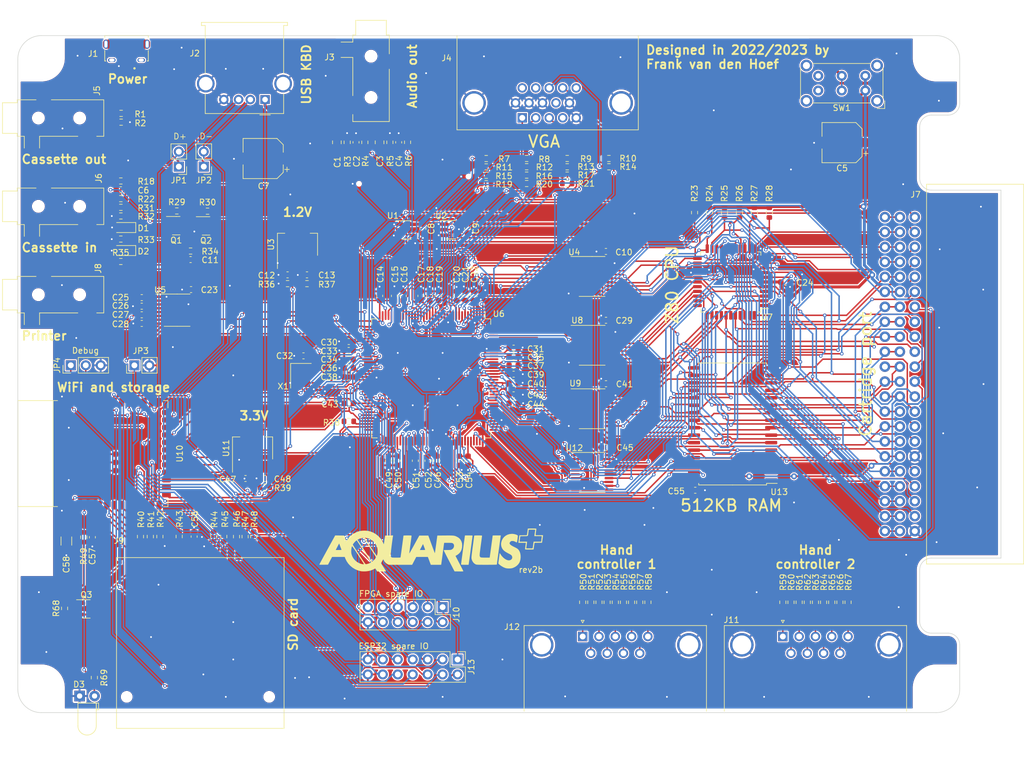
<source format=kicad_pcb>
(kicad_pcb (version 20221018) (generator pcbnew)
  (layers (0 "F.Cu" signal) (31 "B.Cu" signal) (34 "B.Paste" user) (35 "F.Paste" user) (36 "B.SilkS" user "B.Silkscreen") (37 "F.SilkS" user "F.Silkscreen") (38 "B.Mask" user) (39 "F.Mask" user) (44 "Edge.Cuts" user))
  (net 0 "")
  (net 1 "+1V2")
  (net 2 "GND")
  (net 3 "+3V3")
  (net 4 "Net-(D1-K)")
  (net 5 "+5V")
  (net 6 "Net-(Q1-C)")
  (net 7 "Net-(D2-K)")
  (net 8 "SD_WP#")
  (net 9 "FPGA_EXP0")
  (net 10 "FPGA_EXP1")
  (net 11 "FPGA_EXP2")
  (net 12 "FPGA_EXP3")
  (net 13 "FPGA_EXP4")
  (net 14 "FPGA_EXP5")
  (net 15 "FPGA_EXP6")
  (net 16 "ESP_EXP0")
  (net 17 "ESP_EXP1")
  (net 18 "ESP_EXP2")
  (net 19 "ESP_EXP3")
  (net 20 "ESP_EXP4")
  (net 21 "ESP_EXP5")
  (net 22 "ESP_EXP6")
  (net 23 "ESP_EXP7")
  (net 24 "ESP_USB_DP")
  (net 25 "ESP_USB_DM")
  (net 26 "CASSETTE_IN")
  (net 27 "Net-(Q1-E)")
  (net 28 "SPI_CS#")
  (net 29 "SD_CD")
  (net 30 "FPGA_PROG#")
  (net 31 "HC1_D04")
  (net 32 "FPGA_DONE")
  (net 33 "SPI_SCLK")
  (net 34 "HC1_D03")
  (net 35 "HC1_D05")
  (net 36 "HC1_D02")
  (net 37 "SD_MISO")
  (net 38 "SD_MOSI")
  (net 39 "SD_SSEL#")
  (net 40 "SD_SCK")
  (net 41 "CASSETTE_OUT")
  (net 42 "VGA_R3")
  (net 43 "VGA_R2")
  (net 44 "VGA_R1")
  (net 45 "VGA_R0")
  (net 46 "VGA_G3")
  (net 47 "VGA_G2")
  (net 48 "VGA_G1")
  (net 49 "VGA_G0")
  (net 50 "VGA_B3")
  (net 51 "VGA_B2")
  (net 52 "VGA_B1")
  (net 53 "VGA_B0")
  (net 54 "VGA_VSYNC")
  (net 55 "VGA_HSYNC")
  (net 56 "INT#")
  (net 57 "NMI#")
  (net 58 "BUSREQ#")
  (net 59 "BUSACK#")
  (net 60 "WAIT#")
  (net 61 "RESET#")
  (net 62 "SD_ACTIVITY")
  (net 63 "HC1_D06")
  (net 64 "HC1_D01")
  (net 65 "HC1_D07")
  (net 66 "HC1_D00")
  (net 67 "HC2_D04")
  (net 68 "HC2_D03")
  (net 69 "AUDIO_L")
  (net 70 "AUDIO_R")
  (net 71 "HC2_D05")
  (net 72 "HC2_D02")
  (net 73 "HC2_D06")
  (net 74 "HC2_D01")
  (net 75 "HC2_D07")
  (net 76 "HC2_D00")
  (net 79 "Net-(J11-Pad5)")
  (net 80 "Net-(J11-Pad9)")
  (net 81 "Net-(J11-Pad4)")
  (net 82 "Net-(J11-Pad8)")
  (net 83 "Net-(J11-Pad3)")
  (net 84 "Net-(J11-Pad7)")
  (net 85 "Net-(J11-Pad2)")
  (net 86 "Net-(J11-Pad6)")
  (net 87 "VBUS")
  (net 88 "ESP_CTS")
  (net 89 "ESP_RX")
  (net 90 "ESP_RTS")
  (net 91 "ESP_TX")
  (net 92 "PRINTER_IN")
  (net 93 "PRINTER_OUT")
  (net 94 "ESP_NOTIFY")
  (net 95 "SYSCLK")
  (net 96 "SPI_MISO")
  (net 97 "SPI_MOSI")
  (net 98 "FPGA_INT#")
  (net 99 "FPGA_WR#")
  (net 100 "FPGA_BUSREQ#")
  (net 101 "FPGA_RESET#")
  (net 102 "RAM_CE#")
  (net 103 "FPGA_BUSACK#")
  (net 104 "FPGA_PHI")
  (net 105 "FPGA_CART_CE#")
  (net 106 "FPGA_RD#")
  (net 107 "FPGA_IORQ#")
  (net 108 "FPGA_MREQ#")
  (net 109 "FPGA_D7")
  (net 110 "FPGA_D6")
  (net 111 "FPGA_D5")
  (net 112 "FPGA_D4")
  (net 113 "FPGA_D3")
  (net 114 "FPGA_D2")
  (net 115 "FPGA_D1")
  (net 116 "FPGA_D0")
  (net 117 "BA18")
  (net 118 "BA17")
  (net 119 "FPGA_A12")
  (net 120 "FPGA_A11")
  (net 121 "FPGA_A10")
  (net 122 "FPGA_A14")
  (net 123 "FPGA_A13")
  (net 124 "BA14")
  (net 125 "FPGA_A15")
  (net 126 "BA16")
  (net 127 "BA15")
  (net 128 "FPGA_A9")
  (net 129 "FPGA_A8")
  (net 130 "FPGA_A7")
  (net 131 "FPGA_A6")
  (net 132 "FPGA_A5")
  (net 133 "FPGA_A4")
  (net 134 "FPGA_A3")
  (net 135 "FPGA_A2")
  (net 136 "FPGA_A1")
  (net 137 "FPGA_A0")
  (net 138 "A9")
  (net 139 "A8")
  (net 140 "A7")
  (net 141 "A6")
  (net 142 "A5")
  (net 143 "A4")
  (net 144 "A3")
  (net 145 "A2")
  (net 146 "A1")
  (net 147 "A0")
  (net 148 "D3")
  (net 149 "D2")
  (net 150 "D1")
  (net 151 "D0")
  (net 152 "A15")
  (net 153 "A14")
  (net 154 "A13")
  (net 155 "A12")
  (net 156 "A11")
  (net 157 "A10")
  (net 158 "WR#")
  (net 159 "RD#")
  (net 160 "IORQ#")
  (net 161 "MREQ#")
  (net 162 "M1#")
  (net 163 "D7")
  (net 164 "D6")
  (net 165 "D5")
  (net 166 "D4")
  (net 167 "PHI")
  (net 168 "HALT#")
  (net 169 "RFSH#")
  (net 170 "CART_CE#")
  (net 171 "RAM_WE#")
  (net 173 "Net-(J11-Pad1)")
  (net 174 "HC1_D08")
  (net 175 "HC2_D08")
  (net 176 "FPGA_EXP7")
  (net 177 "FPGA_EXP8")
  (net 178 "FPGA_EXP9")
  (net 179 "ESP_EXP8")
  (net 180 "ESP_EXP10")
  (net 181 "ESP_EXP9")
  (net 182 "Net-(C1-Pad1)")
  (net 183 "Net-(C1-Pad2)")
  (net 184 "Net-(C3-Pad1)")
  (net 185 "Net-(C3-Pad2)")
  (net 186 "Net-(C6-Pad1)")
  (net 187 "Net-(C11-Pad2)")
  (net 188 "Net-(U3-VI)")
  (net 189 "Net-(U5-C1+)")
  (net 190 "Net-(U5-C1-)")
  (net 191 "Net-(U5-V+)")
  (net 192 "Net-(U5-C2+)")
  (net 193 "Net-(U5-C2-)")
  (net 194 "Net-(U5-V-)")
  (net 195 "Net-(U11-VI)")
  (net 196 "Net-(U10-EN)")
  (net 197 "Net-(D3-A)")
  (net 198 "Net-(J1-D-)")
  (net 199 "Net-(J1-D+)")
  (net 201 "Net-(J4-Pad1)")
  (net 202 "Net-(J4-Pad2)")
  (net 203 "Net-(J4-Pad3)")
  (net 208 "Net-(J4-Pad13)")
  (net 209 "Net-(J4-Pad14)")
  (net 211 "Net-(J5-PadR)")
  (net 212 "Net-(J6-PadR)")
  (net 213 "Net-(J6-PadT)")
  (net 214 "unconnected-(J7-Pin_1-Pad1)")
  (net 215 "Net-(U5-RIN)")
  (net 216 "Net-(U5-DOUT)")
  (net 217 "Net-(J9-CD{slash}DAT3)")
  (net 218 "Net-(J9-CMD)")
  (net 219 "Net-(J9-CLK)")
  (net 220 "Net-(J9-DAT0)")
  (net 221 "Net-(J9-DAT1)")
  (net 222 "Net-(J9-DAT2)")
  (net 223 "Net-(J9-WRITE_PROTECT)")
  (net 224 "Net-(J12-Pad1)")
  (net 225 "Net-(J12-Pad2)")
  (net 226 "Net-(J12-Pad3)")
  (net 227 "Net-(J12-Pad4)")
  (net 228 "Net-(J12-Pad5)")
  (net 229 "Net-(J12-Pad6)")
  (net 230 "Net-(J12-Pad7)")
  (net 231 "Net-(J12-Pad8)")
  (net 232 "Net-(J12-Pad9)")
  (net 233 "Net-(JP3-A)")
  (net 234 "Net-(JP4-Pin_1)")
  (net 235 "Net-(JP4-Pin_2)")
  (net 236 "Net-(U6-B2_IO_CCLK)")
  (footprint "Capacitor_SMD:C_0603_1608Metric" (layer "F.Cu") (at 140.997 79.2062 90)
    (fp_text reference "C21")
    (fp_text value "4.7uF")
  )
  (footprint "Resistor_SMD:R_0603_1608Metric" (layer "F.Cu") (at 204.645 131.255 90)
    (fp_text reference "R66")
    (fp_text value "100")
  )
  (footprint "aquarius-plus:CR22A-44D-2.54DSA(70)" (layer "F.Cu") (at 217.365 92.5 -90)
    (fp_text reference "J7")
    (fp_text value "Expansion port")
  )
  (footprint "Resistor_SMD:R_0603_1608Metric" (layer "F.Cu") (at 182.4975 65.0631 -90)
    (fp_text reference "R24")
    (fp_text value "1k")
  )
  (footprint "Resistor_SMD:R_0603_1608Metric" (layer "F.Cu") (at 76.2 120.205 90)
    (fp_text reference "R49")
    (fp_text value "10k")
  )
  (footprint "Package_SO:TSSOP-16_4.4x5mm_P0.65mm" (layer "F.Cu") (at 92.0567 81.6367)
    (fp_text reference "U5")
    (fp_text value "MAX3221ECPWR")
  )
  (footprint "Package_SO:SSOP-32_11.305x20.495mm_P1.27mm" (layer "F.Cu") (at 186.4227 100.965 180)
    (fp_text reference "U13")
    (fp_text value "IS61C5128AS-25QLI")
  )
  (footprint "Connector_PinHeader_2.54mm:PinHeader_1x02_P2.54mm_Vertical" (layer "F.Cu") (at 84.8042 91.007 90)
    (fp_text reference "JP3")
    (fp_text value "Bootloader")
  )
  (footprint "Resistor_SMD:R_0603_1608Metric" (layer "F.Cu") (at 103.6117 120.0982 -90)
    (fp_text reference "R47")
    (fp_text value "10k")
  )
  (footprint "Resistor_SMD:R_0603_1608Metric" (layer "F.Cu") (at 165.1 131.255 90)
    (fp_text reference "R53")
    (fp_text value "100")
  )
  (footprint "aquarius-plus:aqplus_logo" (layer "F.Cu") (at 135.181646 122.373963)
    (fp_text reference "#G1" hide)
    (fp_text value "LOGO" hide)
  )
  (footprint "Resistor_SMD:R_0603_1608Metric" (layer "F.Cu") (at 151.4345 60.1201 180)
    (fp_text reference "R20")
    (fp_text value "4300")
  )
  (footprint "Resistor_SMD:R_0603_1608Metric" (layer "F.Cu") (at 158.3193 57.282 180)
    (fp_text reference "R13")
    (fp_text value "1070")
  )
  (footprint "Capacitor_SMD:C_0603_1608Metric" (layer "F.Cu") (at 136.17 107.2125 -90)
    (fp_text reference "C46")
    (fp_text value "100nF")
  )
  (footprint "Connector_Dsub:DSUB-9_Male_Horizontal_P2.77x2.84mm_EdgePinOffset9.90mm_Housed_MountingHolesOffset11.32mm" (layer "F.Cu") (at 194.95 137.0697)
    (fp_text reference "J11")
    (fp_text value "Hand controller 2")
  )
  (footprint "Resistor_SMD:R_0603_1608Metric" (layer "F.Cu") (at 201.875 131.255 90)
    (fp_text reference "R64")
    (fp_text value "100")
  )
  (footprint "Resistor_SMD:R_0603_1608Metric" (layer "F.Cu") (at 166.49 131.255 90)
    (fp_text reference "R54")
    (fp_text value "100")
  )
  (footprint "Capacitor_SMD:C_0603_1608Metric" (layer "F.Cu") (at 129.6994 53.1238 90)
    (fp_text reference "C4")
    (fp_text value "100nF")
  )
  (footprint "Package_TO_SOT_SMD:SOT-223-3_TabPin2" (layer "F.Cu") (at 112.5078 70.4824 90)
    (fp_text reference "U3")
    (fp_text value "LD1117S12")
  )
  (footprint "Capacitor_SMD:C_0603_1608Metric" (layer "F.Cu") (at 134.67 107.2125 -90)
    (fp_text reference "C52")
    (fp_text value "100nF")
  )
  (footprint "Resistor_SMD:R_0603_1608Metric" (layer "F.Cu") (at 102.1503 120.0975 -90)
    (fp_text reference "R46")
    (fp_text value "100")
  )
  (footprint "Package_QFP:TQFP-144_20x20mm_P0.5mm" (layer "F.Cu") (at 135.22 93.2125 -90)
    (fp_text reference "U6")
    (fp_text value "XC6SLX9-2TQG144C")
  )
  (footprint "MountingHole:MountingHole_3.2mm_M3" (layer "F.Cu") (at 221 146)
    (fp_text reference "H4" hide)
    (fp_text value "MountingHole")
  )
  (footprint "Resistor_SMD:R_0603_1608Metric" (layer "F.Cu") (at 144.5636 58.7167)
    (fp_text reference "R15")
    (fp_text value "2150")
  )
  (footprint "MountingHole:MountingHole_3.2mm_M3" (layer "F.Cu") (at 69 146)
    (fp_text reference "H3" hide)
    (fp_text value "MountingHole")
  )
  (footprint "Resistor_SMD:R_0603_1608Metric" (layer "F.Cu") (at 185.0375 65.0631 -90)
    (fp_text reference "R25")
    (fp_text value "1k")
  )
  (footprint "Connector_PinHeader_2.54mm:PinHeader_1x02_P2.54mm_Vertical" (layer "F.Cu") (at 92.3492 57.251 180)
    (fp_text reference "JP1")
    (fp_text value "USB")
  )
  (footprint "Resistor_SMD:R_0603_1608Metric" (layer "F.Cu") (at 194.95 131.255 90)
    (fp_text reference "R59")
    (fp_text value "100")
  )
  (footprint "Capacitor_SMD:C_0603_1608Metric" (layer "F.Cu") (at 103.6775 110.2256 180)
    (fp_text reference "C47")
    (fp_text value "4.7uF")
  )
  (footprint "Capacitor_SMD:C_0603_1608Metric" (layer "F.Cu") (at 149.2212 89.5559)
    (fp_text reference "C35")
    (fp_text value "4.7uF")
  )
  (footprint "Capacitor_SMD:C_0603_1608Metric" (layer "F.Cu") (at 180.0718 112.226)
    (fp_text reference "C55")
    (fp_text value "100nF")
  )
  (footprint "Capacitor_SMD:C_0603_1608Metric" (layer "F.Cu") (at 139.5227 79.2088 90)
    (fp_text reference "C20")
    (fp_text value "4.7uF")
  )
  (footprint "Capacitor_SMD:C_0805_2012Metric" (layer "F.Cu") (at 126.4494 53.1238 90)
    (fp_text reference "C3")
    (fp_text value "10uF")
  )
  (footprint "Resistor_SMD:R_0603_1608Metric" (layer "F.Cu") (at 179.9575 65.0631 -90)
    (fp_text reference "R23")
    (fp_text value "1k")
  )
  (footprint "Resistor_SMD:R_0603_1608Metric" (layer "F.Cu") (at 82.5 62.69)
    (fp_text reference "R22")
    (fp_text value "4.7k")
  )
  (footprint "Package_TO_SOT_SMD:SOT-23" (layer "F.Cu") (at 96.9779 67.3202)
    (fp_text reference "Q2")
    (fp_text value "BC847C")
  )
  (footprint "Capacitor_SMD:C_0603_1608Metric" (layer "F.Cu") (at 136.47 79.2125 90)
    (fp_text reference "C19")
    (fp_text value "100nF")
  )
  (footprint "Resistor_SMD:R_0603_1608Metric" (layer "F.Cu") (at 123.9457 53.1323 90)
    (fp_text reference "R4")
    (fp_text value "330")
  )
  (footprint "Resistor_SMD:R_0603_1608Metric" (layer "F.Cu") (at 82.55 48.2027 180)
    (fp_text reference "R1")
    (fp_text value "10k")
  )
  (footprint "Connector_Audio:Jack_3.5mm_CUI_SJ-3523-SMT_Horizontal" (layer "F.Cu") (at 71 64 90)
    (fp_text reference "J6")
    (fp_text value "Cassette in")
  )
  (footprint "Connector_PinHeader_2.54mm:PinHeader_2x06_P2.54mm_Vertical" (layer "F.Cu") (at 137.16 132.08 -90)
    (fp_text reference "J10")
    (fp_text value "FPGA spare")
  )
  (footprint "Resistor_SMD:R_0603_1608Metric" (layer "F.Cu") (at 82.5 59.69)
    (fp_text reference "R18")
    (fp_text value "4.7k")
  )
  (footprint "Capacitor_SMD:C_0603_1608Metric" (layer "F.Cu") (at 94.9549 120.0964 90)
    (fp_text reference "C56")
    (fp_text value "4.7uF")
  )
  (footprint "Capacitor_SMD:C_0603_1608Metric" (layer "F.Cu") (at 106.9775 110.2256 180)
    (fp_text reference "C48")
    (fp_text value "4.7uF")
  )
  (footprint "Resistor_SMD:R_0603_1608Metric" (layer "F.Cu") (at 172.03 131.255 90)
    (fp_text reference "R58")
    (fp_text value "100")
  )
  (footprint "Capacitor_SMD:C_0603_1608Metric" (layer "F.Cu") (at 164.91 104.9414 180)
    (fp_text reference "C45")
    (fp_text value "100nF")
  )
  (footprint "Resistor_SMD:R_0603_1608Metric" (layer "F.Cu") (at 170.645 131.255 90)
    (fp_text reference "R57")
    (fp_text value "100")
  )
  (footprint "Resistor_SMD:R_0603_1608Metric" (layer "F.Cu") (at 82.4992 69.5592)
    (fp_text reference "R33")
    (fp_text value "220")
  )
  (footprint "Capacitor_SMD:C_0603_1608Metric" (layer "F.Cu") (at 86.0544 79.5101 180)
    (fp_text reference "C25")
    (fp_text value "100nF")
  )
  (footprint "Button_Switch_THT:SW_E-Switch_EG2219_DPDT_Angled" (layer "F.Cu") (at 208.9575 44.3325 180)
    (fp_text reference "SW1")
    (fp_text value "SW_DPDT_x2")
  )
  (footprint "Capacitor_SMD:C_0603_1608Metric" (layer "F.Cu") (at 86.0506 80.9626 180)
    (fp_text reference "C26")
    (fp_text value "100nF")
  )
  (footprint "Resistor_SMD:R_0603_1608Metric" (layer "F.Cu") (at 165.4063 57.2791 180)
    (fp_text reference "R14")
    (fp_text value "820")
  )
  (footprint "Resistor_SMD:R_0603_1608Metric" (layer "F.Cu") (at 106.9775 111.7256)
    (fp_text reference "R39")
    (fp_text value "1")
  )
  (footprint "Resistor_SMD:R_0603_1608Metric" (layer "F.Cu") (at 158.3193 55.8649 180)
    (fp_text reference "R9")
    (fp_text value "536")
  )
  (footprint "Capacitor_SMD:C_0603_1608Metric" (layer "F.Cu") (at 164.91 94.1314 180)
    (fp_text reference "C41")
    (fp_text value "100nF")
  )
  (footprint "Resistor_SMD:R_0603_1608Metric" (layer "F.Cu") (at 98.2829 120.079 -90)
    (fp_text reference "R44")
    (fp_text value "10k")
  )
  (footprint "Capacitor_SMD:C_0603_1608Metric" (layer "F.Cu") (at 121.22 86.9625 180)
    (fp_text reference "C30")
    (fp_text value "100nF")
  )
  (footprint "Resistor_SMD:R_0603_1608Metric" (layer "F.Cu") (at 120.9494 53.1238 -90)
    (fp_text reference "R3")
    (fp_text value "150")
  )
  (footprint "Capacitor_SMD:C_0603_1608Metric" (layer "F.Cu") (at 128.97 79.2125 90)
    (fp_text reference "C15")
    (fp_text value "100nF")
  )
  (footprint "Resistor_SMD:R_0603_1608Metric" (layer "F.Cu") (at 144.5636 57.2983)
    (fp_text reference "R11")
    (fp_text value "1070")
  )
  (footprint "Connector_PinHeader_2.54mm:PinHeader_1x03_P2.54mm_Vertical" (layer "F.Cu") (at 74 91 90)
    (fp_text reference "JP4")
    (fp_text value "DBG")
  )
  (footprint "Capacitor_SMD:C_0603_1608Metric" (layer "F.Cu") (at 149.22 94.0125)
    (fp_text reference "C40")
    (fp_text value "100nF")
  )
  (footprint "Resistor_SMD:R_0603_1608Metric" (layer "F.Cu") (at 94.3487 71.5923)
    (fp_text reference "R34")
    (fp_text value "2.2k")
  )
  (footprint "aquarius-plus:AMPHENOL_10118194-0001LF" (layer "F.Cu") (at 83.467152 36.459469 180)
    (fp_text reference "J1")
    (fp_text value "Power in")
  )
  (footprint "Resistor_SMD:R_0603_1608Metric" (layer "F.Cu") (at 85.8358 120.0966 90)
    (fp_text reference "R40")
    (fp_text value "10k")
  )
  (footprint "Resistor_SMD:R_0603_1608Metric" (layer "F.Cu") (at 190.1175 65.0631 -90)
    (fp_text reference "R27")
    (fp_text value "1k")
  )
  (footprint "Package_TO_SOT_SMD:SOT-223-3_TabPin2" (layer "F.Cu") (at 104.8775 105.0756 90)
    (fp_text reference "U11")
    (fp_text value "LDL1117S33R")
  )
  (footprint "Capacitor_SMD:C_0603_1608Metric" (layer "F.Cu") (at 121.208 88.4764 180)
    (fp_text reference "C33")
    (fp_text value "4.7uF")
  )
  (footprint "Resistor_SMD:R_0603_1608Metric" (layer "F.Cu") (at 151.4334 58.697 180)
    (fp_text reference "R16")
    (fp_text value "2150")
  )
  (footprint "Capacitor_SMD:C_0603_1608Metric" (layer "F.Cu") (at 164.91 83.3514 180)
    (fp_text reference "C29")
    (fp_text value "100nF")
  )
  (footprint "Resistor_SMD:R_0603_1608Metric" (layer "F.Cu") (at 82.5084 64.1674 180)
    (fp_text reference "R31")
    (fp_text value "220k")
  )
  (footprint "Connector_PinHeader_2.54mm:PinHeader_2x07_P2.54mm_Vertical" (layer "F.Cu") (at 139.7 140.97 -90)
    (fp_text reference "J13")
    (fp_text value "ESP32 spare")
  )
  (footprint "Connector_PinHeader_2.54mm:PinHeader_1x02_P2.54mm_Vertical" (layer "F.Cu") (at 96.5892 57.251 180)
    (fp_text reference "JP2")
    (fp_text value "USB")
  )
  (footprint "Capacitor_SMD:C_0603_1608Metric" (layer "F.Cu") (at 149.22 96.0125)
    (fp_text reference "C42")
    (fp_text value "100nF")
  )
  (footprint "Connector_Audio:Jack_3.5mm_CUI_SJ-3523-SMT_Horizontal" (layer "F.Cu") (at 71 79 90)
    (fp_text reference "J8")
    (fp_text value "Printer")
  )
  (footprint "Package_TO_SOT_SMD:SOT-23" (layer "F.Cu") (at 91.9104 67.2802)
    (fp_text reference "Q1")
    (fp_text value "BC847C")
  )
  (footprint "Resistor_SMD:R_0603_1608Metric" (layer "F.Cu") (at 158.3155 58.693 180)
    (fp_text reference "R17")
    (fp_text value "2150")
  )
  (footprint "Capacitor_SMD:C_0603_1608Metric" (layer "F.Cu") (at 127.97 107.2125 -90)
    (fp_text reference "C49")
    (fp_text value "100nF")
  )
  (footprint "Resistor_SMD:R_0603_1608Metric" (layer "F.Cu") (at 158.3193 60.1281 180)
    (fp_text reference "R21")
    (fp_text value "4300")
  )
  (footprint "Resistor_SMD:R_0603_1608Metric" (layer "F.Cu") (at 162.335 131.255 90)
    (fp_text reference "R51")
    (fp_text value "100")
  )
  (footprint "Resistor_SMD:R_0603_1608Metric" (layer "F.Cu") (at 110.8211 77.1317)
    (fp_text reference "R36")
    (fp_text value "100")
  )
  (footprint "Capacitor_SMD:C_0603_1608Metric" (layer "F.Cu") (at 77.6597 120.2054 -90)
    (fp_text reference "C57")
    (fp_text value "100nF")
  )
  (footprint "Resistor_SMD:R_0603_1608Metric" (layer "F.Cu") (at 196.335 131.255 90)
    (fp_text reference "R60")
    (fp_text value "100")
  )
  (footprint "Resistor_SMD:R_0603_1608Metric" (layer "F.Cu") (at 72.9462 132.2936 90)
    (fp_text reference "R68")
    (fp_text value "10k" hide)
  )
  (footprint "Resistor_SMD:R_0603_1608Metric" (layer "F.Cu") (at 82.5058 65.6326)
    (fp_text reference "R32")
    (fp_text value "47k")
  )
  (footprint "Resistor_SMD:R_0603_1608Metric" (layer "F.Cu") (at 78 144.05 -90)
    (fp_text reference "R69")
    (fp_text value "220")
  )
  (footprint "aquarius-plus:TF-03A" (layer "F.Cu") (at 96 123.67)
    (fp_text reference "J9")
    (fp_text value "TF-03A")
  )
  (footprint "Package_TO_SOT_SMD:SOT-23-5" (layer "F.Cu") (at 138.5625 67.9695)
    (fp_text reference "U2")
    (fp_text value "SN74AHCT1G125DBVR")
  )
  (footprint "Resistor_SMD:R_0603_1608Metric" (layer "F.Cu") (at 169.26 131.255 90)
    (fp_text reference "R56")
    (fp_text value "100")
  )
  (footprint "Resistor_SMD:R_0603_1608Metric" (layer "F.Cu") (at 92.411 120.0826 -90)
    (fp_text reference "R43")
    (fp_text value "100")
  )
  (footprint "Capacitor_SMD:C_0603_1608Metric" (layer "F.Cu") (at 195.3963 76.8714)
    (fp_text reference "C24")
    (fp_text value "100nF")
  )
  (footprint "Resistor_SMD:R_0603_1608Metric" (layer "F.Cu") (at 187.5775 65.0631 -90)
    (fp_text reference "R26")
    (fp_text value "1k")
  )
  (footprint "Package_QFP:LQFP-44_10x10mm_P0.8mm" (layer "F.Cu") (at 186.1075 76.8481 180)
    (fp_text reference "U7")
    (fp_text value "Z84C0010AEG")
  )
  (footprint "Resistor_SMD:R_0603_1608Metric" (layer "F.Cu") (at 82.4976 73.3674 180)
    (fp_text reference "R35")
    (fp_text value "47k")
  )
  (footprint "aquarius-plus:ICD15S13E4GV00LF" (layer "F.Cu") (at 155 35 180)
    (fp_text reference "J4")
    (fp_text value "VGA")
  )
  (footprint "Package_SO:TSSOP-20_4.4x6.5mm_P0.65mm" (layer "F.Cu") (at 162.5466 75.905)
    (fp_text reference "U4")
    (fp_text value "SN74CB3T3245PWR")
  )
  (footprint "Capacitor_SMD:C_0603_1608Metric" (layer "F.Cu") (at 149.22 91.0125)
    (fp_text reference "C37")
    (fp_text value "100nF")
  )
  (footprint "Capacitor_SMD:C_0603_1608Metric" (layer "F.Cu") (at 149.22 92.5125)
    (fp_text reference "C39")
    (fp_text value "100nF")
  )
  (footprint "Resistor_SMD:R_0603_1608Metric" (layer "F.Cu") (at 203.26 131.255 90)
    (fp_text reference "R65")
    (fp_text value "100")
  )
  (footprint "Resistor_SMD:R_0603_1608Metric" (layer "F.Cu") (at 131.2066 53.1184 90)
    (fp_text reference "R6")
    (fp_text value "330")
  )
  (footprint "Connector_USB:USB_A_Molex_67643_Horizontal" (layer "F.Cu") (at 107 45.86 180)
    (fp_text reference "J2")
    (fp_text value "ESP USB Host")
  )
  (footprint "MountingHole:MountingHole_3.2mm_M3" (layer "F.Cu") (at 69 39)
    (fp_text reference "H1" hide)
    (fp_text value "MountingHole")
  )
  (footprint "Package_SO:TSSOP-20_4.4x6.5mm_P0.65mm" (layer "F.Cu") (at 162.56 98.3814)
    (fp_text reference "U9")
    (fp_text value "SN74CB3T3245PWR")
  )
  (footprint "Resistor_SMD:R_0603_1608Metric" (layer "F.Cu") (at 199.105 131.255 90)
    (fp_text reference "R62")
    (fp_text value "100")
  )
  (footprint "Resistor_SMD:R_0603_1608Metric" (layer "F.Cu") (at 197.72 131.255 90)
    (fp_text reference "R61")
    (fp_text value "100")
  )
  (footprint "Resistor_SMD:R_0603_1608Metric" (layer "F.Cu") (at 99.9811 120.0926 -90)
    (fp_text reference "R45")
    (fp_text value "100")
  )
  (footprint "Capacitor_SMD:C_0603_1608Metric" (layer "F.Cu") (at 126.47 79.2125 90)
    (fp_text reference "C14")
    (fp_text value "100nF")
  )
  (footprint "Capacitor_SMD:C_0603_1608Metric" (layer "F.Cu") (at 121.22 97.4625 180)
    (fp_text reference "C43")
    (fp_text value "100nF")
  )
  (footprint "Capacitor_SMD:C_0603_1608Metric" (layer "F.Cu") (at 132.52 107.2125 -90)
    (fp_text reference "C51")
    (fp_text value "100nF")
  )
  (footprint "LED_THT:LED_D3.0mm_Horizontal_O1.27mm_Z2.0mm" (layer "F.Cu") (at 75.5 147.175)
    (fp_text reference "D3")
    (fp_text value "SD act.")
  )
  (footprint "Package_SO:TSSOP-20_4.4x6.5mm_P0.65mm" (layer "F.Cu") (at 162.56 87.6014)
    (fp_text reference "U8")
    (fp_text value "SN74CB3T3245PWR")
  )
  (footprint "Resistor_SMD:R_0603_1608Metric" (layer "F.Cu") (at 151.4345 57.2739 180)
    (fp_text reference "R12")
    (fp_text value "1070")
  )
  (footprint "Resistor_SMD:R_0603_1608Metric" (layer "F.Cu") (at 144.5636 60.135)
    (fp_text reference "R19")
    (fp_text value "4300")
  )
  (footprint "Capacitor_SMD:C_0603_1608Metric" (layer "F.Cu") (at 86.0506 82.4218 180)
    (fp_text reference "C27")
    (fp_text value "100nF")
  )
  (footprint "Resistor_SMD:R_0603_1608Metric" (layer "F.Cu") (at 128.1994 53.1238 -90)
    (fp_text reference "R5")
    (fp_text value "150")
  )
  (footprint "Capacitor_SMD:C_0603_1608Metric" (layer "F.Cu") (at 82.4951 61.181 180)
    (fp_text reference "C6")
    (fp_text value "100nF")
  )
  (footprint "MountingHole:MountingHole_3.2mm_M3" (layer "F.Cu") (at 221 39)
    (fp_text reference "H2" hide)
    (fp_text value "MountingHole")
  )
  (footprint "Resistor_SMD:R_0603_1608Metric" (layer "F.Cu") (at 82.55 49.7027 180)
    (fp_text reference "R2")
    (fp_text value "100")
  )
  (footprint "Capacitor_SMD:C_0603_1608Metric" (layer "F.Cu") (at 121.22 91.4625 180)
    (fp_text reference "C36")
    (fp_text value "100nF")
  )
  (footprint "Capacitor_SMD:C_0603_1608Metric" (layer "F.Cu") (at 164.8966 71.655 180)
    (fp_text reference "C10")
    (fp_text value "100nF")
  )
  (footprint "Capacitor_SMD:CP_Elec_6.3x7.7" (layer "F.Cu") (at 106.68 55.88 180)
    (fp_text reference "C7")
    (fp_text value "100uF")
  )
  (footprint "Capacitor_SMD:C_0603_1608Metric" (layer "F.Cu") (at 94.427 78.1399 180)
    (fp_text reference "C23")
    (fp_text value "4.7uF")
  )
  (footprint "Capacitor_SMD:C_0603_1608Metric" (layer "F.Cu") (at 122.4494 53.1238 90)
    (fp_text reference "C2")
    (fp_text value "100nF")
  )
  (footprint "Diode_SMD:D_SOD-323_HandSoldering" (layer "F.Cu") (at 83.0213 71.5098 180)
    (fp_text reference "D2")
    (fp_text value "1N4148WS")
  )
  (footprint "Oscillator:Oscillator_SMD_SeikoEpson_SG8002CE-4Pin_3.2x2.5mm" (layer "F.Cu") (at 113.1 92.78 -90)
    (fp_text reference "X1")
    (fp_text value "SX3M14.31818M20F30TNN")
  )
  (footprint "Capacitor_SMD:C_0603_1608Metric" (layer "F.Cu") (at 149.2212 88.0906)
    (fp_text reference "C31")
    (fp_text value "100nF")
  )
  (footprint "Capacitor_SMD:C_0603_1608Metric" (layer "F.Cu") (at 140.0086 107.218 -90)
    (fp_text reference "C53")
    (fp_text value "4.7uF")
  )
  (footprint "Capacitor_SMD:C_0603_1608Metric" (layer "F.Cu") (at 130.47 79.2125 90)
    (fp_text reference "C16")
    (fp_text value "100nF")
  )
  (footprint "Capacitor_SMD:C_0603_1608Metric" (layer "F.Cu") (at 121.2201 92.9912 180)
    (fp_text reference "C38")
    (fp_text value "100nF")
  )
  (footprint "Capacitor_SMD:C_0603_1608Metric" (layer "F.Cu") (at 94.3516 73.0463 180)
    (fp_text reference "C11")
    (fp_text value "4.7uF")
  )
  (footprint "Package_SO:TSSOP-20_4.4x6.5mm_P0.65mm" (layer "F.Cu") (at 162.56 109.1914)
    (fp_text reference "U12")
    (fp_text value "SN74CB3T3245PWR")
  )
  (footprint "Capacitor_SMD:C_1206_3216Metric" (layer "F.Cu") (at 73.25 120.855 -90)
    (fp_text reference "C58")
    (fp_text value "22uF")
  )
  (footprint "Capacitor_SMD:C_0603_1608Metric" (layer "F.Cu") (at 86.0544 83.8879 180)
    (fp_text reference "C28")
    (fp_text value "100nF")
  )
  (footprint "Capacitor_SMD:C_0603_1608Metric" (layer "F.Cu") (at 141.3935 67.7538 -90)
    (fp_text reference "C9")
    (fp_text value "100nF")
  )
  (footprint "Connector_Audio:Jack_3.5mm_CUI_SJ-3523-SMT_Horizontal" (layer "F.Cu") (at 125 41)
    (fp_text reference "J3")
    (fp_text value "Audio out")
  )
  (footprint "Resistor_SMD:R_0603_1608Metric" (layer "F.Cu") (at 89.1307 120.0917 -90)
    (fp_text reference "R42")
    (fp_text value "10k")
  )
  (footprint "Capacitor_SMD:C_0603_1608Metric" (layer "F.Cu") (at 113.525 89.39 180)
    (fp_text reference "C32")
    (fp_text value "100nF")
  )
  (footprint "Capacitor_SMD:C_0603_1608Metric" (layer "F.Cu") (at 114.1211 75.6317 180)
    (fp_text reference "C13")
    (fp_text value "4.7uF")
  )
  (footprint "Resistor_SMD:R_0603_1608Metric" (layer "F.Cu") (at 160.95 131.255 90)
    (fp_text reference "R50")
    (fp_text value "100")
  )
  (footprint "Capacitor_SMD:C_0603_1608Metric" (layer "F.Cu") (at 129.4261 107.2103 -90)
    (fp_text reference "C50")
    (fp_text value "4.7uF")
  )
  (footprint "Resistor_SMD:R_0603_1608Metric" (layer "F.Cu") (at 97.2279 64.8202 180)
    (fp_text reference "R30")
    (fp_text value "4.7k")
  )
  (footprint "Connector_Dsub:DSUB-9_Male_Horizontal_P2.77x2.84mm_EdgePinOffset9.90mm_Housed_MountingHolesOffset11.32mm" (layer "F.Cu") (at 160.95 137.0697)
    (fp_text reference "J12")
    (fp_text value "Hand controller 1")
  )
  (footprint "Resistor_SMD:R_0603_1608Metric" (layer "F.Cu") (at 114.1211 77.1317)
    (fp_text reference "R37")
    (fp_text value "1")
  )
  (footprint "Resistor_SMD:R_0603_1608Metric" (layer "F.Cu") (at 144.5636 55.88)
    (fp_text reference "R7")
    (fp_text value "536")
  )
  (footprint "Resistor_SMD:R_0603_1608Metric" (layer "F.Cu") (at 165.4045 55.866 180)
    (fp_text reference "R10")
    (fp_text value "820")
  )
  (footprint "aquarius-plus:ESP32-S2-SOLO-N4R2" (layer "F.Cu") (at 65 106 90)
    (fp_text reference "U10")
    (fp_text value "ESP32-S3-WROOM-1-N4R2")
  )
  (footprint "Resistor_SMD:R_0603_1608Metric" (layer "F.Cu") (at 167.875 131.255 90)
    (fp_text reference "R55")
    (fp_text value "100")
  )
  (footprint "Capacitor_SMD:C_0603_1608Metric" (layer "F.Cu") (at 110.8211 75.6317 180)
    (fp_text reference "C12")
    (fp_text value "4.7uF")
  )
  (footprint "Capacitor_SMD:C_0603_1608Metric" (layer "F.Cu") (at 141.47 107.2125 -90)
    (fp_text reference "C54")
    (fp_text value "100nF")
  )
  (footprint "Capacitor_SMD:C_0603_1608Metric" (layer "F.Cu") (at 142.47 79.2125 90)
    (fp_text reference "C22")
    (fp_text value "100nF")
  )
  (footprint "Package_TO_SOT_SMD:SOT-23" (layer "F.Cu") (at 76.6487 132.3845)
    (fp_text reference "Q3")
    (fp_text value "2N7002")
  )
  (footprint "Resistor_SMD:R_0603_1608Metric" (layer "F.Cu") (at 192.6575 65.0631 -90)
    (fp_text reference "R28")
    (fp_text value "1k")
  )
  (footprint "Resistor_SMD:R_0603_1608Metric" (layer "F.Cu") (at 163.72 131.255 90)
    (fp_text reference "R52")
    (fp_text value "100")
  )
  (footprint "Capacitor_SMD:C_0603_1608Metric" (layer "F.Cu") (at 133.8103 67.805 -90)
    (fp_text reference "C8")
    (fp_text value "100nF")
  )
  (footprint "Connector_Audio:Jack_3.5mm_CUI_SJ-3523-SMT_Horizontal" (layer "F.Cu") (at 71 49 90)
    (fp_text reference "J5")
    (fp_text value "Cassette out")
  )
  (footprint "Capacitor_SMD:C_0805_2012Metric" (layer "F.Cu") (at 119.1994 53.1238 90)
    (fp_text reference "C1")
    (fp_text value "10uF")
  )
  (footprint "Resistor_SMD:R_0603_1608Metric" (layer "F.Cu") (at 105.0683 120.0975 90)
    (fp_text reference "R48")
    (fp_text value "10k")
  )
  (footprint "Capacitor_SMD:C_0603_1608Metric" (layer "F.Cu") (at 149.2188 97.4708)
    (fp_text reference "C44")
    (fp_text value "4.7uF")
  )
  (footprint "Resistor_SMD:R_0603_1608Metric" (layer "F.Cu") (at 206.03 131.255 90)
    (fp_text reference "R67")
    (fp_text value "100")
  )
  (footprint "Capacitor_SMD:C_0603_1608Metric" (layer "F.Cu") (at 121.2041 89.9832 180)
    (fp_text reference "C34")
    (fp_text value "4.7uF")
  )
  (footprint "Resistor_SMD:R_0603_1608Metric" (layer "F.Cu") (at 200.49 131.255 90)
    (fp_text reference "R63")
    (fp_text value "100")
  )
  (footprint "Resistor_SMD:R_0603_1608Metric" (layer "F.Cu") (at 87.5053 120.0941 -90)
    (fp_text reference "R41")
    (fp_text value "100")
  )
  (footprint "Resistor_SMD:R_0603_1608Metric" (layer "F.Cu") (at 92.0104 64.7802 180)
    (fp_text reference "R29")
    (fp_text value "4.7k")
  )
  (footprint "Capacitor_SMD:CP_Elec_6.3x7.7" (layer "F.Cu") (at 205.0122 53.18 180)
    (fp_text reference "C5")
    (fp_text value "100uF")
  )
  (footprint "Resistor_SMD:R_0603_1608Metric" (layer "F.Cu") (at 151.4345 55.8629 180)
    (fp_text reference "R8")
    (fp_text value "536")
  )
  (footprint "Package_TO_SOT_SMD:SOT-23-5" (layer "F.Cu") (at 131.0228 68.005)
    (fp_text reference "U1")
    (fp_text value "SN74AHCT1G125DBVR")
  )
  (footprint "Capacitor_SMD:C_0603_1608Metric" (layer "F.Cu") (at 133.47 79.2125 90)
    (fp_text reference "C17")
    (fp_text value "100nF")
  )
  (footprint "Resistor_SMD:R_0603_1608Metric" (layer "F.Cu") (at 121.2309 100.5249)
    (fp_text reference "R38")
    (fp_text value "220")
  )
  (footprint "Capacitor_SMD:C_0603_1608Metric" (layer "F.Cu") (at 134.97 79.2125 90)
    (fp_text reference "C18")
    (fp_text value "100nF")
  )
  (footprint "Diode_SMD:D_SOD-323_HandSoldering" (layer "F.Cu") (at 83.0264 67.6022 180)
    (fp_text reference "D1")
    (fp_text value "1N4148WS")
  )
  (gr_line (start 69 150) (end 221 150) (stroke (width 0.1)) (layer "Edge.Cuts"))
  (gr_line (start 220.2 61.25) (end 232 61.25) (stroke (width 0.1)) (layer "Edge.Cuts"))
  (gr_arc (start 220.2 136.5) (mid 218.785786 135.914214) (end 218.2 134.5) (stroke (width 0.1)) (layer "Edge.Cuts"))
  (gr_arc (start 65 39) (mid 66.171573 36.171573) (end 69 35) (stroke (width 0.1)) (layer "Edge.Cuts"))
  (gr_line (start 232 123.75) (end 220.2 123.75) (stroke (width 0.1)) (layer "Edge.Cuts"))
  (gr_arc (start 69 150) (mid 66.171573 148.828427) (end 65 146) (stroke (width 0.1)) (layer "Edge.Cuts"))
  (gr_arc (start 223 136.5) (mid 224.414214 137.085786) (end 225 138.5) (stroke (width 0.1)) (layer "Edge.Cuts"))
  (gr_line (start 218.2 50.5) (end 218.2 59.25) (stroke (width 0.1)) (layer "Edge.Cuts"))
  (gr_line (start 69 35) (end 221 35) (stroke (width 0.1)) (layer "Edge.Cuts"))
  (gr_arc (start 225 46.5) (mid 224.414214 47.914214) (end 223 48.5) (stroke (width 0.1)) (layer "Edge.Cuts"))
  (gr_line (start 225 138.5) (end 225 146) (stroke (width 0.1)) (layer "Edge.Cuts"))
  (gr_arc (start 221 35) (mid 223.828427 36.171573) (end 225 39) (stroke (width 0.1)) (layer "Edge.Cuts"))
  (gr_line (start 220.2 136.5) (end 223 136.5) (stroke (width 0.1)) (layer "Edge.Cuts"))
  (gr_line (start 65 39) (end 65 146) (stroke (width 0.1)) (layer "Edge.Cuts"))
  (gr_arc (start 218.2 125.75) (mid 218.785786 124.335786) (end 220.2 123.75) (stroke (width 0.1)) (layer "Edge.Cuts"))
  (gr_arc (start 225 146) (mid 223.828427 148.828427) (end 221 150) (stroke (width 0.1)) (layer "Edge.Cuts"))
  (gr_arc (start 220.2 61.25) (mid 218.785786 60.664214) (end 218.2 59.25) (stroke (width 0.1)) (layer "Edge.Cuts"))
  (gr_arc (start 218.2 50.5) (mid 218.785786 49.085786) (end 220.2 48.5) (stroke (width 0.1)) (layer "Edge.Cuts"))
  (gr_line (start 218.2 125.75) (end 218.2 134.5) (stroke (width 0.1)) (layer "Edge.Cuts"))
  (gr_line (start 225 39) (end 225 46.5) (stroke (width 0.1)) (layer "Edge.Cuts"))
  (gr_line (start 232 61.25) (end 232 123.75) (stroke (width 0.1)) (layer "Edge.Cuts"))
  (gr_line (start 223 48.5) (end 220.2 48.5) (stroke (width 0.1)) (layer "Edge.Cuts"))
  (gr_text "Hand\ncontroller 1" (at 166.706608 123.574589) (layer "F.SilkS") (effects (font (size 1.5 1.5) (thickness 0.3))))
  (gr_text "Designed in 2022/2023 by\nFrank van den Hoef" (at 171.55 38.65) (layer "F.SilkS") (effects (font (size 1.5 1.5) (thickness 0.3)) (justify left)))
  (gr_text "Z80 CPU" (at 176.1475 77.318099 90) (layer "F.SilkS") (effects (font (size 2 2) (thickness 0.3))))
  (gr_text "Cassette out" (at 65.5 56) (layer "F.SilkS") (effects (font (size 1.5 1.5) (thickness 0.3)) (justify left)))
  (gr_text "SD card" (at 111.76 139.7 90) (layer "F.SilkS") (effects (font (size 1.5 1.5) (thickness 0.3)) (justify left)))
  (gr_text "FPGA spare IO" (at 128.410358 129.804606) (layer "F.SilkS") (effects (font (size 1 1))))
  (gr_text "Debug" (at 76.5 88.5) (layer "F.SilkS") (effects (font (size 1 1))))
  (gr_text "Hand\ncontroller 2" (at 200.499878 123.574589) (layer "F.SilkS") (effects (font (size 1.5 1.5) (thickness 0.3))))
  (gr_text "WiFi and storage" (at 71.5 94.75) (layer "F.SilkS") (effects (font (size 1.5 1.5) (thickness 0.3)) (justify left)))
  (gr_text "Cassette in" (at 65.5 71) (layer "F.SilkS") (effects (font (size 1.5 1.5) (thickness 0.3)) (justify left)))
  (gr_text "1.2V" (at 112.507768 64.982413) (layer "F.SilkS") (effects (font (size 1.5 1.5) (thickness 0.3))))
  (gr_text "D+" (at 91.346376 52.114219) (layer "F.SilkS") (effects (font (size 1 1) (thickness 0.125)) (justify left)))
  (gr_text "3.3V" (at 105.127459 99.575591) (layer "F.SilkS") (effects (font (size 1.5 1.5) (thickness 0.3))))
  (gr_text "Audio out" (at 132 47.5 90) (layer "F.SilkS") (effects (font (size 1.5 1.5) (thickness 0.3)) (justify left)))
  (gr_text "Cartridge port" (at 209 92.5 90) (layer "F.SilkS") (effects (font (size 2 2) (thickness 0.3))))
  (gr_text "D-" (at 95.803303 52.093868) (layer "F.SilkS") (effects (font (size 1 1) (thickness 0.125)) (justify left)))
  (gr_text "rev2b" (at 152.154192 125.73) (layer "F.SilkS") (effects (font (size 1 1))))
  (gr_text "512KB RAM" (at 186.178943 114.815141) (layer "F.SilkS") (effects (font (size 2 2) (thickness 0.3))))
  (gr_text "Power" (at 80.133319 42.362823) (layer "F.SilkS") (effects (font (size 1.5 1.5) (thickness 0.3)) (justify left)))
  (gr_text "Printer" (at 65.5 86) (layer "F.SilkS") (effects (font (size 1.5 1.5) (thickness 0.3)) (justify left)))
  (gr_text "ESP32 spare IO" (at 128.850568 138.704915) (layer "F.SilkS") (effects (font (size 1 1))))
  (gr_text "VGA" (at 154.4 53) (layer "F.SilkS") (effects (font (size 2 2) (thickness 0.3))))
  (gr_text "USB KBD" (at 114.015856 46.849901 90) (layer "F.SilkS") (effects (font (size 1.5 1.5) (thickness 0.3)) (justify left)))
  (segment (start 112.5078 73.6324) (end 112.5078 73.937972) (width 0.25) (layer "F.Cu") (net 1))
  (segment (start 116.240269 91.544203) (end 116.240269 88.635469) (width 0.25) (layer "F.Cu") (net 1))
  (segment (start 121.223484 93.608612) (end 121.040896 93.7912) (width 0.25) (layer "F.Cu") (net 1))
  (segment (start 123.854069 72.3055) (end 123.8545 72.3055) (width 0.25) (layer "F.Cu") (net 1))
  (segment (start 146.9555 92.3348) (end 148.2673 92.3348) (width 0.25) (layer "F.Cu") (net 1))
  (segment (start 134.97 86.6396) (end 134.97 82.55) (width 0.25) (layer "F.Cu") (net 1))
  (segment (start 144.801 92.4625) (end 145.8825 92.4625) (width 0.25) (layer "F.Cu") (net 1))
  (segment (start 134.47 105.1291) (end 134.4189 105.1291) (width 0.25) (layer "F.Cu") (net 1))
  (segment (start 112.514473 67.339073) (end 112.514473 73.625727) (width 0.25) (layer "F.Cu") (net 1))
  (segment (start 130.836116 91.826712) (end 130.836116 90.773484) (width 0.25) (layer "F.Cu") (net 1))
  (segment (start 130.47 79.9875) (end 130.47 82.55) (width 0.25) (layer "F.Cu") (net 1))
  (segment (start 145.8825 92.4625) (end 146.8278 92.4625) (width 0.25) (layer "F.Cu") (net 1))
  (segment (start 122.495 91.9625) (end 124.5575 91.9625) (width 0.25) (layer "F.Cu") (net 1))
  (segment (start 147.599 89.5559) (end 147.483 89.6719) (width 0.25) (layer "F.Cu") (net 1))
  (segment (start 121.995 91.4625) (end 122.495 91.9625) (width 0.25) (layer "F.Cu") (net 1))
  (segment (start 134.47 106.2375) (end 134.47 105.1291) (width 0.25) (layer "F.Cu") (net 1))
  (segment (start 112.5078 73.937972) (end 111.5961 74.849672) (width 0.25) (layer "F.Cu") (net 1))
  (segment (start 122.961791 71.413222) (end 123.854069 72.3055) (width 0.25) (layer "F.Cu") (net 1))
  (segment (start 112.5078 73.6324) (end 112.5078 73.275939) (width 0.25) (layer "F.Cu") (net 1))
  (segment (start 121.2201 92.2374) (end 121.2201 93.605228) (width 0.25) (layer "F.Cu") (net 1))
  (segment (start 111.5961 74.849672) (end 111.5961 75.6317) (width 0.25) (layer "F.Cu") (net 1))
  (segment (start 130.836116 91.826712) (end 130.700328 91.9625) (width 0.25) (layer "F.Cu") (net 1))
  (segment (start 128.207281 72.5573) (end 131.2856 75.635619) (width 0.25) (layer "F.Cu") (net 1))
  (segment (start 146.8278 92.4625) (end 146.9555 92.3348) (width 0.25) (layer "F.Cu") (net 1))
  (segment (start 134.97 82.55) (end 134.97 79.9875) (width 0.25) (layer "F.Cu") (net 1))
  (segment (start 121.9791 89.9832) (end 121.9791 91.4466) (width 0.25) (layer "F.Cu") (net 1))
  (segment (start 111.5961 75.6317) (end 111.5961 77.0817) (width 0.25) (layer "F.Cu") (net 1))
  (segment (start 131.2856 79.1719) (end 130.47 79.9875) (width 0.25) (layer "F.Cu") (net 1))
  (segment (start 130.836116 90.773484) (end 134.97 86.6396) (width 0.25) (layer "F.Cu") (net 1))
  (segment (start 111.6461 77.1317) (end 111.6461 78.035) (width 0.25) (layer "F.Cu") (net 1))
  (segment (start 141.3439 92.7321) (end 144.5314 92.7321) (width 0.25) (layer "F.Cu") (net 1))
  (segment (start 121.040896 93.7912) (end 118.487266 93.7912) (width 0.25) (layer "F.Cu") (net 1))
  (segment (start 134.47 105.1291) (end 134.47 103.875) (width 0.25) (layer "F.Cu") (net 1))
  (segment (start 114.370517 71.413222) (end 122.961791 71.413222) (width 0.25) (layer "F.Cu") (net 1))
  (segment (start 121.995 91.4625) (end 121.2201 92.2374) (width 0.25) (layer "F.Cu") (net 1))
  (segment (start 112.5078 67.3324) (end 112.514473 67.339073) (width 0.25) (layer "F.Cu") (net 1))
  (segment (start 112.5078 73.275939) (end 114.370517 71.413222) (width 0.25) (layer "F.Cu") (net 1))
  (segment (start 111.6461 78.035) (end 111.7391 78.128) (width 0.25) (layer "F.Cu") (net 1))
  (segment (start 124.1063 72.5573) (end 128.207281 72.5573) (width 0.25) (layer "F.Cu") (net 1))
  (segment (start 112.514473 73.625727) (end 112.5078 73.6324) (width 0.25) (layer "F.Cu") (net 1))
  (segment (start 123.8545 72.3055) (end 124.1063 72.5573) (width 0.25) (layer "F.Cu") (net 1))
  (segment (start 118.487266 93.7912) (end 116.240269 91.544203) (width 0.25) (layer "F.Cu") (net 1))
  (segment (start 121.2201 93.605228) (end 121.223484 93.608612) (width 0.25) (layer "F.Cu") (net 1))
  (segment (start 148.4462 89.5559) (end 147.599 89.5559) (width 0.25) (layer "F.Cu") (net 1))
  (segment (start 141.0743 92.4625) (end 141.3439 92.7321) (width 0.25) (layer "F.Cu") (net 1))
  (segment (start 144.5314 92.7321) (end 144.801 92.4625) (width 0.25) (layer "F.Cu") (net 1))
  (segment (start 130.700328 91.9625) (end 124.5575 91.9625) (width 0.25) (layer "F.Cu") (net 1))
  (segment (start 131.2856 75.635619) (end 131.2856 79.1719) (width 0.25) (layer "F.Cu") (net 1))
  (via (at 130.836116 91.826712) (size 0.6) (drill 0.3) (layers "F.Cu" "B.Cu") (net 1))
  (via (at 111.7391 78.128) (size 0.6) (drill 0.3) (layers "F.Cu" "B.Cu") (net 1))
  (via (at 134.4189 105.1291) (size 0.6) (drill 0.3) (layers "F.Cu" "B.Cu") (net 1))
  (via (at 147.483 89.6719) (size 0.6) (drill 0.3) (layers "F.Cu" "B.Cu") (net 1))
  (via (at 116.240269 88.635469) (size 0.6) (drill 0.3) (layers "F.Cu" "B.Cu") (net 1))
  (via (at 141.0743 92.4625) (size 0.6) (drill 0.3) (layers "F.Cu" "B.Cu") (net 1))
  (segment (start 130.836116 92.825516) (end 133.7641 95.7535) (width 0.25) (layer "B.Cu") (net 1))
  (segment (start 147.483 89.6719) (end 147.306 89.4949) (width 0.25) (layer "B.Cu") (net 1))
  (segment (start 116.240269 88.635469) (end 111.7391 84.1343) (width 0.25) (layer "B.Cu") (net 1))
  (segment (start 144.201884 89.8858) (end 143.4825 89.8858) (width 0.25) (layer "B.Cu") (net 1))
  (segment (start 111.7391 84.1343) (end 111.7391 78.128) (width 0.25) (layer "B.Cu") (net 1))
  (segment (start 137.7833 95.7535) (end 134.4189 95.7535) (width 0.25) (layer "B.Cu") (net 1))
  (segment (start 144.592784 89.4949) (end 144.201884 89.8858) (width 0.25) (layer "B.Cu") (net 1))
  (segment (start 147.306 89.4949) (end 144.592784 89.4949) (width 0.25) (layer "B.Cu") (net 1))
  (segment (start 130.836116 91.826712) (end 130.836116 92.825516) (width 0.25) (layer "B.Cu") (net 1))
  (segment (start 141.0743 92.4625) (end 137.7833 95.7535) (width 0.25) (layer "B.Cu") (net 1))
  (segment (start 143.4825 89.8858) (end 141.0743 92.294) (width 0.25) (layer "B.Cu") (net 1))
  (segment (start 141.0743 92.294) (end 141.0743 92.4625) (width 0.25) (layer "B.Cu") (net 1))
  (segment (start 133.7641 95.7535) (end 134.4189 95.7535) (width 0.25) (layer "B.Cu") (net 1))
  (segment (start 134.4189 95.7535) (end 134.4189 105.1291) (width 0.25) (layer "B.Cu") (net 1))
  (segment (start 82.167152 39.159469) (end 82.167152 40.174486) (width 0.25) (layer "F.Cu") (net 2))
  (segment (start 125.806927 92.9625) (end 125.931427 93.087) (width 0.25) (layer "F.Cu") (net 2))
  (segment (start 102.5775 108.2256) (end 102.5775 109.9006) (width 0.25) (layer "F.Cu") (net 2))
  (segment (start 134.6575 107.9875) (end 134.62 107.95) (width 0.25) (layer "F.Cu") (net 2))
  (segment (start 89.94 121.706994) (end 89.950644 121.69635) (width 0.25) (layer "F.Cu") (net 2))
  (segment (start 102.5775 108.2256) (end 102.5775 107.069813) (width 0.25) (layer "F.Cu") (net 2))
  (segment (start 149.8925 94.0125) (end 149.86 93.98) (width 0.25) (layer "F.Cu") (net 2))
  (segment (start 120.445 91.4625) (end 119.659083 91.4625) (width 0.25) (layer "F.Cu") (net 2))
  (segment (start 80.980309 65.6326) (end 80.966207 65.646702) (width 0.25) (layer "F.Cu") (net 2))
  (segment (start 133.47 77.63476) (end 133.475735 77.629025) (width 0.25) (layer "F.Cu") (net 2))
  (segment (start 80.087723 145.295433) (end 81.440433 145.295433) (width 0.25) (layer "F.Cu") (net 2))
  (segment (start 129.6994 51.578023) (end 129.696749 51.575372) (width 0.25) (layer "F.Cu") (net 2))
  (segment (start 81.761056 67.586856) (end 81.7764 67.6022) (width 0.25) (layer "F.Cu") (net 2))
  (segment (start 144.644203 88.441723) (end 144.66498 88.4625) (width 0.25) (layer "F.Cu") (net 2))
  (segment (start 179.355285 75.2481) (end 179.349881 75.253504) (width 0.25) (layer "F.Cu") (net 2))
  (segment (start 132.52 107.9875) (end 132.52 108.725398) (width 0.25) (layer "F.Cu") (net 2))
  (segment (start 81.537125 71.521434) (end 80.957162 71.521434) (width 0.25) (layer "F.Cu") (net 2))
  (segment (start 110.535 144.12) (end 112.081757 144.12) (width 0.25) (layer "F.Cu") (net 2))
  (segment (start 134.666336 107.996336) (end 134.666336 108.753118) (width 0.25) (layer "F.Cu") (net 2))
  (segment (start 81.7713 71.5098) (end 81.7713 69.6563) (width 0.25) (layer "F.Cu") (net 2))
  (segment (start 109.146306 73.6324) (end 110.2078 73.6324) (width 0.25) (layer "F.Cu") (net 2))
  (segment (start 150.631987 88.0906) (end 150.752187 87.9704) (width 0.25) (layer "F.Cu") (net 2))
  (segment (start 112.15 93.98) (end 111.288241 93.98) (width 0.25) (layer "F.Cu") (net 2))
  (segment (start 120.9494 52.2988) (end 120.9494 51.579067) (width 0.25) (layer "F.Cu") (net 2))
  (segment (start 120.4291 89.9832) (end 119.635978 89.9832) (width 0.25) (layer "F.Cu") (net 2))
  (segment (start 160.909949 112.1164) (end 161.197892 111.828457) (width 0.25) (layer "F.Cu") (net 2))
  (segment (start 128.47 102.434238) (end 129.422119 101.482119) (width 0.25) (layer "F.Cu") (net 2))
  (segment (start 136.4723 67.02021) (end 136.47301 67.0195) (width 0.25) (layer "F.Cu") (net 2))
  (segment (start 120.4451 92.9912) (end 119.649028 92.9912) (width 0.25) (layer "F.Cu") (net 2))
  (segment (start 141.3935 68.5288) (end 142.219164 68.5288) (width 0.25) (layer "F.Cu") (net 2))
  (segment (start 150.715399 89.5559) (end 150.828899 89.6694) (width 0.25) (layer "F.Cu") (net 2))
  (segment (start 136.47301 67.0195) (end 137.425 67.0195) (width 0.25) (layer "F.Cu") (net 2))
  (segment (start 136.17 107.9875) (end 136.17 108.735479) (width 0.25) (layer "F.Cu") (net 2))
  (segment (start 142.97 83.423623) (end 142.610352 83.783271) (width 0.25) (layer "F.Cu") (net 2))
  (segment (start 147.166727 100.305154) (end 146.824073 99.9625) (width 0.25) (layer "F.Cu") (net 2))
  (segment (start 111.950677 89.391494) (end 112.748506 89.391494) (width 0.25) (layer "F.Cu") (net 2))
  (segment (start 158.594436 78.83) (end 159.6841 78.83) (width 0.25) (layer "F.Cu") (net 2))
  (segment (start 202.3122 53.18) (end 200.285976 53.18) (width 0.25) (layer "F.Cu") (net 2))
  (segment (start 77.6597 120.9804) (end 77.6597 121.77465) (width 0.25) (layer "F.Cu") (net 2))
  (segment (start 149.995 92.5125) (end 150.773176 92.5125) (width 0.25) (layer "F.Cu") (net 2))
  (segment (start 129.3205 108.845593) (end 129.4261 108.739993) (width 0.25) (layer "F.Cu") (net 2))
  (segment (start 140.0086 107.993) (end 140.0086 108.379122) (width 0.25) (layer "F.Cu") (net 2))
  (segment (start 141.47 108.793377) (end 141.470514 108.793891) (width 0.25) (layer "F.Cu") (net 2))
  (segment (start 136.17 108.735479) (end 136.185141 108.75062) (width 0.25) (layer "F.Cu") (net 2))
  (segment (start 135.47 102.02) (end 135.47 103.875) (width 0.25) (layer "F.Cu") (net 2))
  (segment (start 158.618701 90.5264) (end 158.60968 90.535421) (width 0.25) (layer "F.Cu") (net 2))
  (segment (start 165.4091 73.63) (end 166.3445 73.63) (width 0.25) (layer "F.Cu") (net 2))
  (segment (start 145.86 91.44) (end 143.51 91.44) (width 0.25) (layer "F.Cu") (net 2))
  (segment (start 132.52 108.725398) (end 132.512868 108.73253) (width 0.25) (layer "F.Cu") (net 2))
  (segment (start 164.1216 71.655) (end 163.311998 71.655) (width 0.25) (layer "F.Cu") (net 2))
  (segment (start 85.2794 83.8879) (end 84.626741 83.8879) (width 0.25) (layer "F.Cu") (net 2))
  (segment (start 140.997 78.4312) (end 140.997 77.853133) (width 0.25) (layer "F.Cu") (net 2))
  (segment (start 149.995 96.0125) (end 150.765931 96.0125) (width 0.25) (layer "F.Cu") (net 2))
  (segment (start 113.321526 75.656274) (end 113.3461 75.6317) (width 0.25) (layer "F.Cu") (net 2))
  (segment (start 119.635978 89.9832) (end 119.62804 89.991138) (width 0.25) (layer "F.Cu") (net 2))
  (segment (start 158.592712 101.3064) (end 158.592511 101.306601) (width 0.25) (layer "F.Cu") (net 2))
  (segment (start 80.970197 69.5592) (end 80.957162 69.572235) (width 0.25) (layer "F.Cu") (net 2))
  (segment (start 129.8853 67.055) (end 128.929022 67.055) (width 0.25) (layer "F.Cu") (net 2))
  (segment (start 96.65 123.07) (end 96.65 121.751017) (width 0.25) (layer "F.Cu") (net 2))
  (segment (start 158.569436 78.805) (end 158.594436 78.83) (width 0.25) (layer "F.Cu") (net 2))
  (segment (start 180.445 75.2481) (end 179.355285 75.2481) (width 0.25) (layer "F.Cu") (net 2))
  (segment (start 82.167152 40.174486) (end 82.164671 40.176967) (width 0.25) (layer "F.Cu") (net 2))
  (segment (start 142.47 77.653371) (end 142.478399 77.644972) (width 0.25) (layer "F.Cu") (net 2))
  (segment (start 124.5575 90.4625) (end 125.780385 90.4625) (width 0.25) (layer "F.Cu") (net 2))
  (segment (start 81.440433 145.295433) (end 81.465 145.32) (width 0.25) (layer "F.Cu") (net 2))
  (segment (start 137.97 102.914962) (end 137.7205 102.665462) (width 0.25) (layer "F.Cu") (net 2))
  (segment (start 94.986766 68.274417) (end 96.036183 68.274417) (width 0.25) (layer "F.Cu") (net 2))
  (segment (start 136.47 77.689512) (end 136.476693 77.682819) (width 0.25) (layer "F.Cu") (net 2))
  (segment (start 126.47 77.654653) (end 126.47 78.4375) (width 0.25) (layer "F.Cu") (net 2))
  (segment (start 150.837944 97.4314) (end 150.0332 97.4314) (width 0.25) (layer "F.Cu") (net 2))
  (segment (start 150.765931 96.0125) (end 150.78895 95.989481) (width 0.25) (layer "F.Cu") (net 2))
  (segment (start 140.997 77.853133) (end 140.754074 77.610207) (width 0.25) (layer "F.Cu") (net 2))
  (segment (start 84.626741 83.8879) (end 84.61926 83.895381) (width 0.25) (layer "F.Cu") (net 2))
  (segment (start 102.5775 109.9006) (end 102.9025 110.2256) (width 0.25) (layer "F.Cu") (net 2))
  (segment (start 166.495191 85.3264) (end 166.505217 85.336426) (width 0.25) (layer "F.Cu") (net 2))
  (segment (start 102.5775 107.069813) (end 102.596714 107.050599) (width 0.25) (layer "F.Cu") (net 2))
  (segment (start 106.108117 110.2256) (end 106.087562 110.205045) (width 0.25) (layer "F.Cu") (net 2))
  (segment (start 142.47 78.4375) (end 142.47 77.653371) (width 0.25) (layer "F.Cu") (net 2))
  (segment (start 181.720763 112.226) (end 180.8468 112.226) (width 0.25) (layer "F.Cu") (net 2))
  (segment (start 72.49 97.25) (end 72.49 96.31898) (width 0.25) (layer "F.Cu") (net 2))
  (segment (start 72.49 96.31898) (end 72.499327 96.309653) (width 0.25) (layer "F.Cu") (net 2))
  (segment (start 128.47 103.875) (end 128.47 102.434238) (width 0.25) (layer "F.Cu") (net 2))
  (segment (start 112.748506 89.391494) (end 112.75 89.39) (width 0.25) (layer "F.Cu") (net 2))
  (segment (start 110.0461 75.6317) (end 109.287125 75.6317) (width 0.25) (layer "F.Cu") (net 2))
  (segment (start 163.250772 71.716226) (end 163.292997 71.674001) (width 0.25) (layer "F.Cu") (net 2))
  (segment (start 109.985965 77.121565) (end 109.9961 77.1317) (width 0.25) (layer "F.Cu") (net 2))
  (segment (start 159.6975 101.3064) (end 158.592712 101.3064) (width 0.25) (layer "F.Cu") (net 2))
  (segment (start 128.1994 51.57125) (end 128.204323 51.566327) (width 0.25) (layer "F.Cu") (net 2))
  (segment (start 89.94 123.07) (end 89.94 121.706994) (width 0.25) (layer "F.Cu") (net 2))
  (segment (start 94.014713 80.6617) (end 94.9192 80.6617) (width 0.25) (layer "F.Cu") (net 2))
  (segment (start 119.632863 88.4764) (end 119.625366 88.468903) (width 0.25) (layer "F.Cu") (net 2))
  (segment (start 81.548759 71.5098) (end 81.537125 71.521434) (width 0.25) (layer "F.Cu") (net 2))
  (segment (start 144.66498 88.4625) (end 145.8825 88.4625) (width 0.25) (layer "F.Cu") (net 2))
  (segment (start 134.97 77.657191) (end 134.97 78.4375) (width 0.25) (layer "F.Cu") (net 2))
  (segment (start 129.6994 52.3488) (end 129.6994 51.578023) (width 0.25) (layer "F.Cu") (net 2))
  (segment (start 128.875171 68.955) (end 128.869799 68.960372) (width 0.25) (layer "F.Cu") (net 2))
  (segment (start 163.311998 71.655) (end 163.292997 71.674001) (width 0.25) (layer "F.Cu") (net 2))
  (segment (start 139.5227 77.694024) (end 139.529383 77.687341) (width 0.25) (layer "F.Cu") (net 2))
  (segment (start 124.5575 92.9625) (end 125.806927 92.9625) (width 0.25) (layer "F.Cu") (net 2))
  (segment (start 127.97 108.74229) (end 127.97 107.9875) (width 0.25) (layer "F.Cu") (net 2))
  (segment (start 94.9549 118.569144) (end 94.927659 118.541903) (width 0.25) (layer "F.Cu") (net 2))
  (segment (start 125.780385 90.4625) (end 126.02543 90.707545) (width 0.25) (layer "F.Cu") (net 2))
  (segment (start 142.97 82.55) (end 142.97 83.423623) (width 0.25) (layer "F.Cu") (net 2))
  (segment (start 165.4225 96.1064) (end 166.519798 96.1064) (width 0.25) (layer "F.Cu") (net 2))
  (segment (start 128.1994 52.2988) (end 128.1994 51.57125) (width 0.25) (layer "F.Cu") (net 2))
  (segment (start 164.135 104.063395) (end 164.134002 104.062397) (width 0.25) (layer "F.Cu") (net 2))
  (segment (start 90.259629 79.3617) (end 89.1942 79.3617) (width 0.25) (layer "F.Cu") (net 2))
  (segment (start 141.3935 68.5288) (end 141.1592 68.2945) (width 0.25) (layer "F.Cu") (net 2))
  (segment (start 106.087562 110.205045) (end 105.545386 110.205045) (width 0.25) (layer "F.Cu") (net 2))
  (segment (start 131.97 82.55) (end 131.995 82.55) (width 0.25) (layer "F.Cu") (net 2))
  (segment (start 73.25 123.259798) (end 73.24527 123.264528) (width 0.25) (layer "F.Cu") (net 2))
  (segment (start 128.2325 107.9875) (end 128.27 107.95) (width 0.25) (layer "F.Cu") (net 2))
  (segment (start 131.995 82.55) (end 131.995 83.761362) (width 0.25) (layer "F.Cu") (net 2))
  (segment (start 93.986491 80.633478) (end 94.014713 80.6617) (width 0.25) (layer "F.Cu") (net 2))
  (segment (start 122.4494 51.582192) (end 122.451698 51.579894) (width 0.25) (layer "F.Cu") (net 2))
  (segment (start 124.5575 99.9625) (end 125.6446 99.9625) (width 0.25) (layer "F.Cu") (net 2))
  (segment (start 103.134258 55.925245) (end 103.179503 55.88) (width 0.25) (layer "F.Cu") (net 2))
  (segment (start 81.011432 67.586856) (end 81.761056 67.586856) (width 0.25) (layer "F.Cu") (net 2))
  (segment (start 149.9962 88.0906) (end 150.631987 88.0906) (width 0.25) (layer "F.Cu") (net 2))
  (segment (start 125.6446 99.9625) (end 125.7691 99.838) (width 0.25) (layer "F.Cu") (net 2))
  (segment (start 119.649028 92.9912) (end 119.644461 92.986633) (width 0.25) (layer "F.Cu") (net 2))
  (segment (start 140.0086 108.379122) (end 140.399151 108.769673) (width 0.25) (layer "F.Cu") (net 2))
  (segment (start 126.42483 103.92017) (end 126.47 103.875) (width 0.25) (layer "F.Cu") (net 2))
  (segment (start 96.65 121.751017) (end 96.649603 121.75062) (width 0.25) (layer "F.Cu") (net 2))
  (segment (start 166.3445 73.63) (end 166.37 73.6555) (width 0.25) (layer "F.Cu") (net 2))
  (segment (start 193.408449 91.448998) (end 193.399451 91.44) (width 0.25) (layer "F.Cu") (net 2))
  (segment (start 102.921141 110.244241) (end 102.9025 110.2256) (width 0.25) (layer "F.Cu") (net 2))
  (segment (start 84.046953 49.7027) (end 84.048294 49.701359) (width 0.25) (layer "F.Cu") (net 2))
  (segment (start 112.081757 144.12) (end 112.093481 144.108276) (width 0.25) (layer "F.Cu") (net 2))
  (segment (start 128.929022 67.055) (end 128.923539 67.060483) (width 0.25) (layer "F.Cu") (net 2))
  (segment (start 73.25 122.33) (end 73.25 123.259798) (width 0.25) (layer "F.Cu") (net 2))
  (segment (start 164.135 82.5818) (end 164.1032 82.55) (width 0.25) (layer "F.Cu") (net 2))
  (segment (start 146.824073 99.9625) (end 145.8825 99.9625) (width 0.25) (layer "F.Cu") (net 2))
  (segment (start 133.8103 68.58) (end 134.1498 68.9195) (width 0.25) (layer "F.Cu") (net 2))
  (segment (start 131.995 83.761362) (end 132.0945 83.860862) (width 0.25) (layer "F.Cu") (net 2))
  (segment (start 164.135 104.9414) (end 164.135 104.063395) (width 0.25) (layer "F.Cu") (net 2))
  (segment (start 133.8103 69.365305) (end 133.814402 69.369407) (width 0.25) (layer "F.Cu") (net 2))
  (segment (start 130.47 77.599098) (end 130.468257 77.597355) (width 0.25) (layer "F.Cu") (net 2))
  (segment (start 136.484784 68.9195) (end 137.425 68.9195) (width 0.25) (layer "F.Cu") (net 2))
  (segment (start 200.285976 53.18) (end 200.257981 53.207995) (width 0.25) (layer "F.Cu") (net 2))
  (segment (start 119.659083 91.4625) (end 119.638431 91.483152) (width 0.25) (layer "F.Cu") (net 2))
  (segment (start 93.649203 78.137103) (end 93.652 78.1399) (width 0.25) (layer "F.Cu") (net 2))
  (segment (start 125.979701 103.92017) (end 126.42483 103.92017) (width 0.25) (layer "F.Cu") (net 2))
  (segment (start 128.97 77.580434) (end 128.97 78.4375) (width 0.25) (layer "F.Cu") (net 2))
  (segment (start 196.1713 77.688527) (end 196.1713 76.8714) (width 0.25) (layer "F.Cu") (net 2))
  (segment (start 109.287125 75.6317) (end 109.280474 75.638351) (width 0.25) (layer "F.Cu") (net 2))
  (segment (start 144.644203 88.194941) (end 144.644203 88.441723) (width 0.25) (layer "F.Cu") (net 2))
  (segment (start 112.56155 75.656274) (end 113.321526 75.656274) (width 0.25) (layer "F.Cu") (net 2))
  (segment (start 149.995 94.0125) (end 150.704549 94.0125) (width 0.25) (layer "F.Cu") (net 2))
  (segment (start 165.4225 106.9164) (end 166.648777 106.9164) (width 0.25) (layer "F.Cu") (net 2))
  (segment (start 166.519798 96.1064) (end 166.526825 96.113427) (width 0.25) (layer "F.Cu") (net 2))
  (segment (start 103.503 110.244241) (end 102.921141 110.244241) (width 0.25) (layer "F.Cu") (net 2))
  (segment (start 149.995 91.0125) (end 150.759964 91.0125) (width 0.25) (layer "F.Cu") (net 2))
  (segment (start 141.47 107.9875) (end 141.47 108.793377) (width 0.25) (layer "F.Cu") (net 2))
  (segment (start 83.375 49.7027) (end 84.046953 49.7027) (width 0.25) (layer "F.Cu") (net 2))
  (segment (start 81.6808 65.6326) (end 81.6808 67.5066) (width 0.25) (layer "F.Cu") (net 2))
  (segment (start 120.9494 51.579067) (end 120.932137 51.561804) (width 0.25) (layer "F.Cu") (net 2))
  (segment (start 137.97 103.875) (end 137.97 102.914962) (width 0.25) (layer "F.Cu") (net 2))
  (segment (start 120.9494 52.2988) (end 122.3994 52.2988) (width 0.25) (layer "F.Cu") (net 2))
  (segment (start 150.759964 91.0125) (end 150.762568 91.015104) (width 0.25) (layer "F.Cu") (net 2))
  (segment (start 133.8103 68.58) (end 133.8103 69.365305) (width 0.25) (layer "F.Cu") (net 2))
  (segment (start 149.9962 89.5559) (end 150.715399 89.5559) (width 0.25) (layer "F.Cu") (net 2))
  (segment (start 159.6975 90.5264) (end 158.618701 90.5264) (width 0.25) (layer "F.Cu") (net 2))
  (segment (start 119.575618 86.935775) (end 119.602343 86.9625) (width 0.25) (layer "F.Cu") (net 2))
  (segment (start 126.452293 77.636946) (end 126.47 77.654653) (width 0.25) (layer "F.Cu") (net 2))
  (segment (start 109.298982 77.121565) (end 109.985965 77.121565) (width 0.25) (layer "F.Cu") (net 2))
  (segment (start 94.9549 119.3214) (end 94.9549 118.569144) (width 0.25) (layer "F.Cu") (net 2))
  (segment (start 150.704549 94.0125) (end 150.749755 93.967294) (width 0.25) (layer "F.Cu") (net 2))
  (segment (start 129.4261 108.739993) (end 129.4261 107.9853) (width 0.25) (layer "F.Cu") (net 2))
  (segment (start 127.97 107.9875) (end 128.2325 107.9875) (width 0.25) (layer "F.Cu") (net 2))
  (segment (start 92.904109 78.137103) (end 93.649203 78.137103) (width 0.25) (layer "F.Cu") (net 2))
  (segment (start 84.563105 80.9626) (end 85.2756 80.9626) (width 0.25) (layer "F.Cu") (net 2))
  (segment (start 159.6975 112.1164) (end 160.909949 112.1164) (width 0.25) (layer "F.Cu") (net 2))
  (segment (start 119.8194 97.4625) (end 120.445 97.4625) (width 0.25) (layer "F.Cu") (net 2))
  (segment (start 77.6597 121.77465) (end 77.659233 121.775117) (width 0.25) (layer "F.Cu") (net 2))
  (segment (start 139.5227 78.4338) (end 139.5227 77.694024) (width 0.25) (layer "F.Cu") (net 2))
  (segment (start 137.97 83.577643) (end 137.97 82.55) (width 0.25) (layer "F.Cu") (net 2))
  (segment (start 81.6808 65.6326) (end 80.980309 65.6326) (width 0.25) (layer "F.Cu") (net 2))
  (segment (start 165.4225 85.3264) (end 166.495191 85.3264) (width 0.25) (layer "F.Cu") (net 2))
  (segment (start 81.6742 69.5592) (end 80.970197 69.5592) (width 0.25) (layer "F.Cu") (net 2))
  (segment (start 101.715197 55.925245) (end 103.134258 55.925245) (width 0.25) (layer "F.Cu") (net 2))
  (segment (start 111.288241 93.98) (end 111.2751 93.993141) (width 0.25) (layer "F.Cu") (net 2))
  (segment (start 134.62 107.95) (end 134.666336 107.996336) (width 0.25) (layer "F.Cu") (net 2))
  (segment (start 164.135 93.303587) (end 164.135 94.1314) (width 0.25) (layer "F.Cu") (net 2))
  (segment (start 164.135 83.3514) (end 164.135 82.5818) (width 0.25) (layer "F.Cu") (net 2))
  (segment (start 150.773176 92.5125) (end 150.774628 92.511048) (width 0.25) (layer "F.Cu") (net 2))
  (segment (start 72.49 114.75) (end 72.49 115.690119) (width 0.25) (layer "F.Cu") (net 2))
  (segment (start 129.8853 68.955) (end 128.875171 68.955) (width 0.25) (layer "F.Cu") (net 2))
  (segment (start 128.1994 52.2988) (end 129.6494 52.2988) (width 0.25) (layer "F.Cu") (net 2))
  (segment (start 119.602343 86.9625) (end 120.445 86.9625) (width 0.25) (layer "F.Cu") (net 2))
  (segment (start 149.995 94.0125) (end 149.8925 94.0125) (width 0.25) (layer "F.Cu") (net 2))
  (segment (start 163.992263 82.660937) (end 164.1032 82.55) (width 0.25) (layer "F.Cu") (net 2))
  (segment (start 138.0945 83.702143) (end 137.97 83.577643) (width 0.25) (layer "F.Cu") (net 2))
  (segment (start 134.67 107.9875) (end 134.6575 107.9875) (width 0.25) (layer "F.Cu") (net 2))
  (segment (start 142.219164 68.5288) (end 142.239726 68.508238) (width 0.25) (layer "F.Cu") (net 2))
  (segment (start 120.433 88.4764) (end 119.632863 88.4764) (width 0.25) (layer "F.Cu") (net 2))
  (segment (start 122.4494 52.3488) (end 122.4494 51.582192) (width 0.25) (layer "F.Cu") (net 2))
  (segment (start 136.47 78.4375) (end 136.47 77.689512) (width 0.25) (layer "F.Cu") (net 2))
  (segment (start 164.1032 93.271787) (end 164.135 93.303587) (width 0.25) (layer "F.Cu") (net 2))
  (segment (start 96.036183 68.274417) (end 96.0404 68.2702) (width 0.25) (layer "F.Cu") (net 2))
  (segment (start 166.648777 106.9164) (end 166.674277 106.9419) (width 0.25) (layer "F.Cu") (net 2))
  (segment (start 130.47 78.4375) (end 130.47 77.599098) (width 0.25) (layer "F.Cu") (net 2))
  (segment (start 194.453548 91.448998) (end 193.408449 91.448998) (width 0.25) (layer "F.Cu") (net 2))
  (segment (start 72.49 115.690119) (end 72.485508 115.694611) (width 0.25) (layer "F.Cu") (net 2))
  (segment (start 133.47 78.4375) (end 133.47 77.63476) (width 0.25) (layer "F.Cu") (net 2))
  (via (at 103.503 110.244241) (size 0.6) (drill 0.3) (layers "F.Cu" "B.Cu") (net 2))
  (via (at 166.526825 96.113427) (size 0.6) (drill 0.3) (layers "F.Cu" "B.Cu") (net 2))
  (via (at 82.164671 40.176967) (size 0.6) (drill 0.3) (layers "F.Cu" "B.Cu") (net 2))
  (via (at 72.485508 115.694611) (size 0.6) (drill 0.3) (layers "F.Cu" "B.Cu") (net 2))
  (via (at 196.85 114.3) (size 0.6) (drill 0.3) (layers "F.Cu" "B.Cu") (net 2))
  (via (at 150.837944 97.4314) (size 0.6) (drill 0.3) (layers "F.Cu" "B.Cu") (net 2))
  (via (at 88.9 128.27) (size 0.6) (drill 0.3) (layers "F.Cu" "B.Cu") (net 2))
  (via (at 111.2751 93.993141) (size 0.6) (drill 0.3) (layers "F.Cu" "B.Cu") (net 2))
  (via (at 128.204323 51.566327) (size 0.6) (drill 0.3) (layers "F.Cu" "B.Cu") (net 2))
  (via (at 191.77 147.32) (size 0.6) (drill 0.3) (layers "F.Cu" "B.Cu") (net 2))
  (via (at 196.112072 90.3256) (size 0.6) (drill 0.3) (layers "F.Cu" "B.Cu") (net 2))
  (via (at 196.327408 57.735255) (size 0.6) (drill 0.3) (layers "F.Cu" "B.Cu") (net 2))
  (via (at 166.505217 85.336426) (size 0.6) (drill 0.3) (layers "F.Cu" "B.Cu") (net 2))
  (via (at 161.29 115.57) (size 0.6) (drill 0.3) (layers "F.Cu" "B.Cu") (net 2))
  (via (at 136.092497 64.291075) (size 0.6) (drill 0.3) (layers "F.Cu" "B.Cu") (net 2))
  (via (at 172.960036 115.231641) (size 0.6) (drill 0.3) (layers "F.Cu" "B.Cu") (net 2))
  (via (at 214.63 132.08) (size 0.6) (drill 0.3) (layers "F.Cu" "B.Cu") (net 2))
  (via (at 119.578886 96.110428) (size 0.6) (drill 0.3) (layers "F.Cu" "B.Cu") (net 2))
  (via (at 144.405919 78.255398) (size 0.6) (drill 0.3) (layers "F.Cu" "B.Cu") (net 2))
  (via (at 80.087723 145.295433) (size 0.6) (drill 0.3) (layers "F.Cu" "B.Cu") (net 2))
  (via (at 96.277703 120.160725) (size 0.6) (drill 0.3) (layers "F.Cu" "B.Cu") (net 2))
  (via (at 72.5927 50.770356) (size 0.6) (drill 0.3) (layers "F.Cu" "B.Cu") (net 2))
  (via (at 147.32 140.97) (size 0.6) (drill 0.3) (layers "F.Cu" "B.Cu") (net 2))
  (via (at 157.972064 147.243627) (size 0.6) (drill 0.3) (layers "F.Cu" "B.Cu") (net 2))
  (via (at 100.33 40.64) (size 0.6) (drill 0.3) (layers "F.Cu" "B.Cu") (net 2))
  (via (at 117.164048 95.413669) (size 0.6) (drill 0.3) (layers "F.Cu" "B.Cu") (net 2))
  (via (at 140.754074 77.610207) (size 0.6) (drill 0.3) (layers "F.Cu" "B.Cu") (net 2))
  (via (at 101.715197 55.925245) (size 0.6) (drill 0.3) (layers "F.Cu" "B.Cu") (net 2))
  (via (at 209.55 147.32) (size 0.6) (drill 0.3) (layers "F.Cu" "B.Cu") (net 2))
  (via (at 119.644461 92.986633) (size 0.6) (drill 0.3) (layers "F.Cu" "B.Cu") (net 2))
  (via (at 137.7205 102.665462) (size 0.6) (drill 0.3) (layers "F.Cu" "B.Cu") (net 2))
  (via (at 101.6 140.97) (size 0.6) (drill 0.3) (layers "F.Cu" "B.Cu") (net 2))
  (via (at 194.453548 91.448998) (size 0.6) (drill 0.3) (layers "F.Cu" "B.Cu") (net 2))
  (via (at 109.280474 75.638351) (size 0.6) (drill 0.3) (layers "F.Cu" "B.Cu") (net 2))
  (via (at 166.37 73.6555) (size 0.6) (drill 0.3) (layers "F.Cu" "B.Cu") (net 2))
  (via (at 101.6 134.62) (size 0.6) (drill 0.3) (layers "F.Cu" "B.Cu") (net 2))
  (via (at 130.468257 77.597355) (size 0.6) (drill 0.3) (layers "F.Cu" "B.Cu") (net 2))
  (via (at 125.931427 93.087) (size 0.6) (drill 0.3) (layers "F.Cu" "B.Cu") (net 2))
  (via (at 215.390952 60.242007) (size 0.6) (drill 0.3) (layers "F.Cu" "B.Cu") (net 2))
  (via (at 72.494875 77.378612) (size 0.6) (drill 0.3) (layers "F.Cu" "B.Cu") (net 2))
  (via (at 214.26597 38.035852) (size 0.6) (drill 0.3) (layers "F.Cu" "B.Cu") (net 2))
  (via (at 191.177283 71.180239) (size 0.6) (drill 0.3) (layers "F.Cu" "B.Cu") (net 2))
  (via (at 142.239726 68.508238) (size 0.6) (drill 0.3) (layers "F.Cu" "B.Cu") (net 2))
  (via (at 112.56155 75.656274) (size 0.6) (drill 0.3) (layers "F.Cu" "B.Cu") (net 2))
  (via (at 102.596714 107.050599) (size 0.6) (drill 0.3) (layers "F.Cu" "B.Cu") (net 2))
  (via (at 134.666336 108.753118) (size 0.6) (drill 0.3) (layers "F.Cu" "B.Cu") (net 2))
  (via (at 74.93 86.36) (size 0.6) (drill 0.3) (layers "F.Cu" "B.Cu") (net 2))
  (via (at 196.1713 77.688527) (size 0.6) (drill 0.3) (layers "F.Cu" "B.Cu") (net 2))
  (via (at 69.85 139.7) (size 0.6) (drill 0.3) (layers "F.Cu" "B.Cu") (net 2))
  (via (at 198.214817 75.550872) (size 0.6) (drill 0.3) (layers "F.Cu" "B.Cu") (net 2))
  (via (at 132.08 97.79) (size 0.6) (drill 0.3) (layers "F.Cu" "B.Cu") (net 2))
  (via (at 164.1032 93.271787) (size 0.6) (drill 0.3) (layers "F.Cu" "B.Cu") (net 2))
  (via (at 181.720763 112.226) (size 0.6) (drill 0.3) (layers "F.Cu" "B.Cu") (net 2))
  (via (at 144.644203 88.194941) (size 0.6) (drill 0.3) (layers "F.Cu" "B.Cu") (net 2))
  (via (at 134.35153 41.382264) (size 0.6) (drill 0.3) (layers "F.Cu" "B.Cu") (net 2))
  (via (at 109.146306 73.6324) (size 0.6) (drill 0.3) (layers "F.Cu" "B.Cu") (net 2))
  (via (at 190.5 129.54) (size 0.6) (drill 0.3) (layers "F.Cu" "B.Cu") (net 2))
  (via (at 119.638431 91.483152) (size 0.6) (drill 0.3) (layers "F.Cu" "B.Cu") (net 2))
  (via (at 227.961396 111.746591) (size 0.6) (drill 0.3) (layers "F.Cu" "B.Cu") (net 2))
  (via (at 142.478399 77.644972) (size 0.6) (drill 0.3) (layers "F.Cu" "B.Cu") (net 2))
  (via (at 125.7691 99.838) (size 0.6) (drill 0.3) (layers "F.Cu" "B.Cu") (net 2))
  (via (at 204.47 120.65) (size 0.6) (drill 0.3) (layers "F.Cu" "B.Cu") (net 2))
  (via (at 136.162747 71.230857) (size 0.6) (drill 0.3) (layers "F.Cu" "B.Cu") (net 2))
  (via (at 83.744689 56.205729) (size 0.6) (drill 0.3) (layers "F.Cu" "B.Cu") (net 2))
  (via (at 84.048294 49.701359) (size 0.6) (drill 0.3) (layers "F.Cu" "B.Cu") (net 2))
  (via (at 136.4723 67.02021) (size 0.6) (drill 0.3) (layers "F.Cu" "B.Cu") (net 2))
  (via (at 72.499327 96.309653) (size 0.6) (drill 0.3) (layers "F.Cu" "B.Cu") (net 2))
  (via (at 135.47 102.02) (size 0.6) (drill 0.3) (layers "F.Cu" "B.Cu") (net 2))
  (via (at 179.349881 75.253504) (size 0.6) (drill 0.3) (layers "F.Cu" "B.Cu") (net 2))
  (via (at 120.510047 147.609449) (size 0.6) (drill 0.3) (layers "F.Cu" "B.Cu") (net 2))
  (via (at 150.774628 92.511048) (size 0.6) (drill 0.3) (layers "F.Cu" "B.Cu") (net 2))
  (via (at 139.7 97.79) (size 0.6) (drill 0.3) (layers "F.Cu" "B.Cu") (net 2))
  (via (at 137.16 147.32) (size 0.6) (drill 0.3) (layers "F.Cu" "B.Cu") (net 2))
  (via (at 125.979701 103.92017) (size 0.6) (drill 0.3) (layers "F.Cu" "B.Cu") (net 2))
  (via (at 119.625366 88.468903) (size 0.6) (drill 0.3) (layers "F.Cu" "B.Cu") (net 2))
  (via (at 141.470514 108.793891) (size 0.6) (drill 0.3) (layers "F.Cu" "B.Cu") (net 2))
  (via (at 200.257981 53.207995) (size 0.6) (drill 0.3) (layers "F.Cu" "B.Cu") (net 2))
  (via (at 221.456069 46.057459) (size 0.6) (drill 0.3) (layers "F.Cu" "B.Cu") (net 2))
  (via (at 133.475735 77.629025) (size 0.6) (drill 0.3) (layers "F.Cu" "B.Cu") (net 2))
  (via (at 185.403128 74.2726) (size 0.6) (drill 0.3) (layers "F.Cu" "B.Cu") (net 2))
  (via (at 221.064771 121.039916) (size 0.6) (drill 0.3) (layers "F.Cu" "B.Cu") (net 2))
  (via (at 80.957162 71.521434) (size 0.6) (drill 0.3) (layers "F.Cu" "B.Cu") (net 2))
  (via (at 183.214853 47.691943) (size 0.6) (drill 0.3) (layers "F.Cu" "B.Cu") (net 2))
  (via (at 126.02543 90.707545) (size 0.6) (drill 0.3) (layers "F.Cu" "B.Cu") (net 2))
  (via (at 175.26 129.54) (size 0.6) (drill 0.3) (layers "F.Cu" "B.Cu") (net 2))
  (via (at 84.563105 80.9626) (size 0.6) (drill 0.3) (layers "F.Cu" "B.Cu") (net 2))
  (via (at 215.9 123.19) (size 0.6) (drill 0.3) (layers "F.Cu" "B.Cu") (net 2))
  (via (at 129.422119 101.482119) (size 0.6) (drill 0.3) (layers "F.Cu" "B.Cu") (net 2))
  (via (at 138.0945 83.702143) (size 0.6) (drill 0.3) (layers "F.Cu" "B.Cu") (net 2))
  (via (at 106.68 40.64) (size 0.6) (drill 0.3) (layers "F.Cu" "B.Cu") (net 2))
  (via (at 109.298982 77.121565) (size 0.6) (drill 0.3) (layers "F.Cu" "B.Cu") (net 2))
  (via (at 158.60968 90.535421) (size 0.6) (drill 0.3) (layers "F.Cu" "B.Cu") (net 2))
  (via (at 111.76 116.84) (size 0.6) (drill 0.3) (layers "F.Cu" "B.Cu") (net 2))
  (via (at 91.337295 87.904933) (size 0.6) (drill 0.3) (layers "F.Cu" "B.Cu") (net 2))
  (via (at 143.637094 79.811139) (size 0.6) (drill 0.3) (layers "F.Cu" "B.Cu") (net 2))
  (via (at 140.399151 108.769673) (size 0.6) (drill 0.3) (layers "F.Cu" "B.Cu") (net 2))
  (via (at 119.575618 86.935775) (size 0.6) (drill 0.3) (layers "F.Cu" "B.Cu") (net 2))
  (via (at 92.826061 37.048436) (size 0.6) (drill 0.3) (layers "F.Cu" "B.Cu") (net 2))
  (via (at 150.828899 89.6694) (size 0.6) (drill 0.3) (layers "F.Cu" "B.Cu") (net 2))
  (via (at 134.97 77.657191) (size 0.6) (drill 0.3) (layers "F.Cu" "B.Cu") (net 2))
  (via (at 132.0945 83.860862) (size 0.6) (drill 0.3) (layers "F.Cu" "B.Cu") (net 2))
  (via (at 166.674277 106.9419) (size 0.6) (drill 0.3) (layers "F.Cu" "B.Cu") (net 2))
  (via (at 140.229332 75.469322) (size 0.6) (drill 0.3) (layers "F.Cu" "B.Cu") (net 2))
  (via (at 84.61926 83.895381) (size 0.6) (drill 0.3) (layers "F.Cu" "B.Cu") (net 2))
  (via (at 112.093481 144.108276) (size 0.6) (drill 0.3) (layers "F.Cu" "B.Cu") (net 2))
  (via (at 136.476693 77.682819) (size 0.6) (drill 0.3) (layers "F.Cu" "B.Cu") (net 2))
  (via (at 120.932137 51.561804) (size 0.6) (drill 0.3) (layers "F.Cu" "B.Cu") (net 2))
  (via (at 122.451698 51.579894) (size 0.6) (drill 0.3) (layers "F.Cu" "B.Cu") (net 2))
  (via (at 186.464834 73.079691) (size 0.6) (drill 0.3) (layers "F.Cu" "B.Cu") (net 2))
  (via (at 158.569436 78.805) (size 0.6) (drill 0.3) (layers "F.Cu" "B.Cu") (net 2))
  (via (at 73.66 101.6) (size 0.6) (drill 0.3) (layers "F.Cu" "B.Cu") (net 2))
  (via (at 93.986491 80.633478) (size 0.6) (drill 0.3) (layers "F.Cu" "B.Cu") (net 2))
  (via (at 163.292997 71.674001) (size 0.6) (drill 0.3) (layers "F.Cu" "B.Cu") (net 2))
  (via (at 100.33 147.32) (size 0.6) (drill 0.3) (layers "F.Cu" "B.Cu") (net 2))
  (via (at 115.272134 95.063929) (size 0.6) (drill 0.3) (layers "F.Cu" "B.Cu") (net 2))
  (via (at 119.8194 97.4625) (size 0.6) (drill 0.3) (layers "F.Cu" "B.Cu") (net 2))
  (via (at 117.298483 41.825531) (size 0.6) (drill 0.3) (layers "F.Cu" "B.Cu") (net 2))
  (via (at 114.657222 53.319907) (size 0.6) (drill 0.3) (layers "F.Cu" "B.Cu") (net 2))
  (via (at 150.762568 91.015104) (size 0.6) (drill 0.3) (layers "F.Cu" "B.Cu") (net 2))
  (via (at 132.706917 75.212599) (size 0.6) (drill 0.3) (layers "F.Cu" "B.Cu") (net 2))
  (via (at 96.649603 121.75062) (size 0.6) (drill 0.3) (layers "F.Cu" "B.Cu") (net 2))
  (via (at 81.011432 67.586856) (size 0.6) (drill 0.3) (layers "F.Cu" "B.Cu") (net 2))
  (via (at 111.291449 61.982467) (size 0.6) (drill 0.3) (layers "F.Cu" "B.Cu") (net 2))
  (via (at 140.156972 72.213119) (size 0.6) (drill 0.3) (layers "F.Cu" "B.Cu") (net 2))
  (via (at 136.484784 68.9195) (size 0.6) (drill 0.3) (layers "F.Cu" "B.Cu") (net 2))
  (via (at 228.597255 64.057161) (size 0.6) (drill 0.3) (layers "F.Cu" "B.Cu") (net 2))
  (via (at 89.950644 121.69635) (size 0.6) (drill 0.3) (layers "F.Cu" "B.Cu") (net 2))
  (via (at 94.986766 68.274417) (size 0.6) (drill 0.3) (layers "F.Cu" "B.Cu") (net 2))
  (via (at 75.15244 38.417979) (size 0.6) (drill 0.3) (layers "F.Cu" "B.Cu") (net 2))
  (via (at 222.189753 102.551091) (size 0.6) (drill 0.3) (layers "F.Cu" "B.Cu") (net 2))
  (via (at 114.477538 143.989944) (size 0.6) (drill 0.3) (layers "F.Cu" "B.Cu") (net 2))
  (via (at 129.696749 51.575372) (size 0.6) (drill 0.3) (layers "F.Cu" "B.Cu") (net 2))
  (via (at 182.413753 74.774823) (size 0.6) (drill 0.3) (layers "F.Cu" "B.Cu") (net 2))
  (via (at 129.54 88.9) (size 0.6) (drill 0.3) (layers "F.Cu" "B.Cu") (net 2))
  (via (at 139.529383 77.687341) (size 0.6) (drill 0.3) (layers "F.Cu" "B.Cu") (net 2))
  (via (at 91.554343 40.70055) (size 0.6) (drill 0.3) (layers "F.Cu" "B.Cu") (net 2))
  (via (at 182.88 133.35) (size 0.6) (drill 0.3) (layers "F.Cu" "B.Cu") (net 2))
  (via (at 153.183337 102.64957) (size 0.6) (drill 0.3) (layers "F.Cu" "B.Cu") (net 2))
  (via (at 87.63 137.16) (size 0.6) (drill 0.3) (layers "F.Cu" "B.Cu") (net 2))
  (via (at 129.3205 108.845593) (size 0.6) (drill 0.3) (layers "F.Cu" "B.Cu") (net 2))
  (via (at 147.166727 100.305154) (size 0.6) (drill 0.3) (layers "F.Cu" "B.Cu") (net 2))
  (via (at 101.6 92.71) (size 0.6) (drill 0.3) (layers "F.Cu" "B.Cu") (net 2))
  (via (at 73.66 110.49) (size 0.6) (drill 0.3) (layers "F.Cu" "B.Cu") (net 2))
  (via (at 161.197892 111.828457) (size 0.6) (drill 0.3) (layers "F.Cu" "B.Cu") (net 2))
  (via (at 169.749875 65.217124) (size 0.6) (drill 0.3) (layers "F.Cu" "B.Cu") (net 2))
  (via (at 175.26 147.32) (size 0.6) (drill 0.3) (layers "F.Cu" "B.Cu") (net 2))
  (via (at 136.546557 93.278899) (size 0.6) (drill 0.3) (layers "F.Cu" "B.Cu") (net 2))
  (via (at 119.62804 89.991138) (size 0.6) (drill 0.3) (layers "F.Cu" "B.Cu") (net 2))
  (via (at 143.51 91.44) (size 0.6) (drill 0.3) (layers "F.Cu" "B.Cu") (net 2))
  (via (at 139.930847 67.892621) (size 0.6) (drill 0.3) (layers "F.Cu" "B.Cu") (net 2))
  (via (at 68.58 129.54) (size 0.6) (drill 0.3) (layers "F.Cu" "B.Cu") (net 2))
  (via (at 189.984425 74.690403) (size 0.6) (drill 0.3) (layers "F.Cu" "B.Cu") (net 2))
  (via (at 132.512868 108.73253) (size 0.6) (drill 0.3) (layers "F.Cu" "B.Cu") (net 2))
  (via (at 126.627285 97.77735) (size 0.6) (drill 0.3) (layers "F.Cu" "B.Cu") (net 2))
  (via (at 127.97 108.74229) (size 0.6) (drill 0.3) (layers "F.Cu" "B.Cu") (net 2))
  (via (at 133.814402 69.369407) (size 0.6) (drill 0.3) (layers "F.Cu" "B.Cu") (net 2))
  (via (at 229.037466 94.187098) (size 0.6) (drill 0.3) (layers "F.Cu" "B.Cu") (net 2))
  (via (at 158.592511 101.306601) (size 0.6) (drill 0.3) (layers "F.Cu" "B.Cu") (net 2))
  (via (at 164.134002 104.062397) (size 0.6) (drill 0.3) (layers "F.Cu" "B.Cu") (net 2))
  (via (at 73.24527 123.264528) (size 0.6) (drill 0.3) (layers "F.Cu" "B.Cu") (net 2))
  (via (at 90.259629 79.3617) (size 0.6) (drill 0.3) (layers "F.Cu" "B.Cu") (net 2))
  (via (at 150.752187 87.9704) (size 0.6) (drill 0.3) (layers "F.Cu" "B.Cu") (net 2))
  (via (at 92.904109 78.137103) (size 0.6) (drill 0.3) (layers "F.Cu" "B.Cu") (net 2))
  (via (at 77.659233 121.775117) (size 0.6) (drill 0.3) (layers "F.Cu" "B.Cu") (net 2))
  (via (at 153.67 118.11) (size 0.6) (drill 0.3) (layers "F.Cu" "B.Cu") (net 2))
  (via (at 167.367289 38.667635) (size 0.6) (drill 0.3) (layers "F.Cu" "B.Cu") (net 2))
  (via (at 136.185141 108.75062) (size 0.6) (drill 0.3) (layers "F.Cu" "B.Cu") (net 2))
  (via (at 94.927659 118.541903) (size 0.6) (drill 0.3) (layers "F.Cu" "B.Cu") (net 2))
  (via (at 144.182889 38.520898) (size 0.6) (drill 0.3) (layers "F.Cu" "B.Cu") (net 2))
  (via (at 142.610352 83.783271) (size 0.6) (drill 0.3) (layers "F.Cu" "B.Cu") (net 2))
  (via (at 164.1032 82.55) (size 0.6) (drill 0.3) (layers "F.Cu" "B.Cu") (net 2))
  (via (at 111.950677 89.391494) (size 0.6) (drill 0.3) (layers "F.Cu" "B.Cu") (net 2))
  (via (at 128.97 77.580434) (size 0.6) (drill 0.3) (layers "F.Cu" "B.Cu") (net 2))
  (via (at 221.504981 84.6003) (size 0.6) (drill 0.3) (layers "F.Cu" "B.Cu") (net 2))
  (via (at 183.892612 74.871303) (size 0.6) (drill 0.3) (layers "F.Cu" "B.Cu") (net 2))
  (via (at 132.499519 70.267563) (size 0.6) (drill 0.3) (layers "F.Cu" "B.Cu") (net 2))
  (via (at 182.88 125.73) (size 0.6) (drill 0.3) (layers "F.Cu" "B.Cu") (net 2))
  (via (at 101.01988 77.479494) (size 0.6) (drill 0.3) (layers "F.Cu" "B.Cu") (net 2))
  (via (at 193.113181 72.626822) (size 0.6) (drill 0.3) (layers "F.Cu" "B.Cu") (net 2))
  (via (at 73.03291 63.389713) (size 0.6) (drill 0.3) (layers "F.Cu" "B.Cu") (net 2))
  (via (at 150.749755 93.967294) (size 0.6) (drill 0.3) (layers "F.Cu" "B.Cu") (net 2))
  (via (at 228.988553 78.143885) (size 0.6) (drill 0.3) (layers "F.Cu" "B.Cu") (net 2))
  (via (at 80.957162 69.572235) (size 0.6) (drill 0.3) (layers "F.Cu" "B.Cu") (net 2))
  (via (at 96.52 143.51) (size 0.6) (drill 0.3) (layers "F.Cu" "B.Cu") (net 2))
  (via (at 121.401923 104.923674) (size 0.6) (drill 0.3) (layers "F.Cu" "B.Cu") (net 2))
  (via (at 137.139527 56.055935) (size 0.6) (drill 0.3) (layers "F.Cu" "B.Cu") (net 2))
  (via (at 150.78895 95.989481) (size 0.6) (drill 0.3) (layers "F.Cu" "B.Cu") (net 2))
  (via (at 128.923539 67.060483) (size 0.6) (drill 0.3) (layers "F.Cu" "B.Cu") (net 2))
  (via (at 126.452293 77.636946) (size 0.6) (drill 0.3) (layers "F.Cu" "B.Cu") (net 2))
  (via (at 137.16 88.9) (size 0.6) (drill 0.3) (layers "F.Cu" "B.Cu") (net 2))
  (via (at 128.869799 68.960372) (size 0.6) (drill 0.3) (layers "F.Cu" "B.Cu") (net 2))
  (via (at 105.545386 110.205045) (size 0.6) (drill 0.3) (layers "F.Cu" "B.Cu") (net 2))
  (via (at 171.45 118.11) (size 0.6) (drill 0.3) (layers "F.Cu" "B.Cu") (net 2))
  (via (at 221.602806 71.296172) (size 0.6) (drill 0.3) (layers "F.Cu" "B.Cu") (net 2))
  (via (at 80.966207 65.646702) (size 0.6) (drill 0.3) (layers "F.Cu" "B.Cu") (net 2))
  (segment (start 165.274496 73.6555) (end 166.37 73.6555) (width 0.25) (layer "B.Cu") (net 2))
  (segment (start 92.904109 78.137103) (end 92.941717 78.137103) (width 0.25) (layer "B.Cu") (net 2))
  (segment (start 124.237103 143.51) (end 124.46 143.51) (width 0.25) (layer "B.Cu") (net 2))
  (segment (start 129.422119 101.482119) (end 129.5316 101.372638) (width 0.25) (layer "B.Cu") (net 2))
  (segment (start 147.1576 95.0299) (end 146.725 95.4625) (width 0.25) (layer "F.Cu") (net 3))
  (segment (start 121.195 96.6625) (end 117.250596 96.6625) (width 0.25) (layer "F.Cu") (net 3))
  (segment (start 94.1812 120.0977) (end 94.9549 120.8714) (width 0.25) (layer "F.Cu") (net 3))
  (segment (start 141.236189 91.3522) (end 140.97 91.3522) (width 0.25) (layer "F.Cu") (net 3))
  (segment (start 74.9 121.03) (end 76.2 121.03) (width 0.3) (layer "F.Cu") (net 3))
  (segment (start 132.97 103.875) (end 132.97 101.2371) (width 0.25) (layer "F.Cu") (net 3))
  (segment (start 117.5736 86.1164) (end 121.1489 86.1164) (width 0.25) (layer "F.Cu") (net 3))
  (segment (start 95.704 80.0117) (end 94.9192 80.0117) (width 0.25) (layer "F.Cu") (net 3))
  (segment (start 164.2873 85.0477) (end 164.6586 84.6764) (width 0.25) (layer "F.Cu") (net 3))
  (segment (start 114.05 91.0665) (end 114.05 90.5531) (width 0.25) (layer "F.Cu") (net 3))
  (segment (start 121.2824 98.7796) (end 121.6497 99.1469) (width 0.25) (layer "F.Cu") (net 3))
  (segment (start 141.47 106.4375) (end 142.2728 107.2403) (width 0.25) (layer "F.Cu") (net 3))
  (segment (start 165.685 84.4139) (end 165.685 83.3514) (width 0.25) (layer "F.Cu") (net 3))
  (segment (start 114.05 90.5531) (end 114.3 90.3031) (width 0.25) (layer "F.Cu") (net 3))
  (segment (start 165.289704 91.739266) (end 164.2873 90.736862) (width 0.25) (layer "F.Cu") (net 3))
  (segment (start 135.47 82.55) (end 135.47 80.9094) (width 0.25) (layer "F.Cu") (net 3))
  (segment (start 131.9702 92.4625) (end 124.5575 92.4625) (width 0.25) (layer "F.Cu") (net 3))
  (segment (start 91.1854 64.7802) (end 92.0102 63.9554) (width 0.25) (layer "F.Cu") (net 3))
  (segment (start 94.96806 120.88456) (end 98.26346 120.88456) (width 0.25) (layer "F.Cu") (net 3))
  (segment (start 121.983 88.4764) (end 121.983 86.9745) (width 0.25) (layer "F.Cu") (net 3))
  (segment (start 141.243352 90.895769) (end 141.243352 91.345037) (width 0.25) (layer "F.Cu") (net 3))
  (segment (start 132.9749 101.2322) (end 133.4741 101.2322) (width 0.25) (layer "F.Cu") (net 3))
  (segment (start 95.202 79.0789) (end 95.202 78.4469) (width 0.25) (layer "F.Cu") (net 3))
  (segment (start 84.7277 68.4788) (end 80.9219 68.4788) (width 0.25) (layer "F.Cu") (net 3))
  (segment (start 94.94 123.07) (end 94.94 120.8863) (width 0.25) (layer "F.Cu") (net 3))
  (segment (start 110.4911 80.3222) (end 103.5767 80.3222) (width 0.25) (layer "F.Cu") (net 3))
  (segment (start 134.97 104.7936) (end 134.97 103.875) (width 0.25) (layer "F.Cu") (net 3))
  (segment (start 115.616516 95.9036) (end 114.2014 95.9036) (width 0.25) (layer "F.Cu") (net 3))
  (segment (start 126.47 79.9875) (end 116.1519 79.9875) (width 0.25) (layer "F.Cu") (net 3))
  (segment (start 128.97 79.9875) (end 126.47 79.9875) (width 0.25) (layer "F.Cu") (net 3))
  (segment (start 165.289704 93.736104) (end 165.289704 91.739266) (width 0.25) (layer "F.Cu") (net 3))
  (segment (start 81.6726 73.3674) (end 82.9751 74.6699) (width 0.25) (layer "F.Cu") (net 3))
  (segment (start 114.3 89.39) (end 117.5736 86.1164) (width 0.25) (layer "F.Cu") (net 3))
  (segment (start 94.9192 79.3617) (end 94.9192 80.0117) (width 0.25) (layer "F.Cu") (net 3))
  (segment (start 147.6769 95.0299) (end 147.1576 95.0299) (width 0.25) (layer "F.Cu") (net 3))
  (segment (start 80.162883 71.857683) (end 81.6726 73.3674) (width 0.25) (layer "F.Cu") (net 3))
  (segment (start 140.309051 88.5879) (end 143.0398 88.5879) (width 0.25) (layer "F.Cu") (net 3))
  (segment (start 142.47 79.9875) (end 142.47 82.55) (width 0.25) (layer "F.Cu") (net 3))
  (segment (start 125.6866 86.9625) (end 126.4477 86.2014) (width 0.25) (layer "F.Cu") (net 3))
  (segment (start 165.685 103.908411) (end 165.685 104.9414) (width 0.25) (layer "F.Cu") (net 3))
  (segment (start 127.97 100.46283) (end 127.97 103.875) (width 0.25) (layer "F.Cu") (net 3))
  (segment (start 141.47 103.875) (end 141.47 106.4375) (width 0.25) (layer "F.Cu") (net 3))
  (segment (start 114.3 90.3031) (end 114.3 89.39) (width 0.25) (layer "F.Cu") (net 3))
  (segment (start 108.474534 119.7741) (end 121.7001 119.7741) (width 0.25) (layer "F.Cu") (net 3))
  (segment (start 147.5743 88.9625) (end 145.8825 88.9625) (width 0.25) (layer "F.Cu") (net 3))
  (segment (start 132.97 105.9875) (end 132.97 103.875) (width 0.25) (layer "F.Cu") (net 3))
  (segment (start 121.2824 98.1751) (end 121.2824 98.7796) (width 0.25) (layer "F.Cu") (net 3))
  (segment (start 104.8775 108.889) (end 104.8775 109.5525) (width 0.3) (layer "F.Cu") (net 3))
  (segment (start 140.97 91.3522) (end 139.7 92.6222) (width 0.25) (layer "F.Cu") (net 3))
  (segment (start 135.47 83.748849) (end 140.309051 88.5879) (width 0.25) (layer "F.Cu") (net 3))
  (segment (start 86.6147 120.0505) (end 85.8358 119.2716) (width 0.25) (layer "F.Cu") (net 3))
  (segment (start 115.791516 95.7286) (end 115.616516 95.9036) (width 0.25) (layer "F.Cu") (net 3))
  (segment (start 164.3207 73.3765) (end 164.3207 79.4295) (width 0.25) (layer "F.Cu") (net 3))
  (segment (start 139.5227 79.9838) (end 140.9957 79.9838) (width 0.25) (layer "F.Cu") (net 3))
  (segment (start 124.5575 100.4625) (end 126.77473 100.4625) (width 0.25) (layer "F.Cu") (net 3))
  (segment (start 81.6834 64.1674) (end 80.962128 64.1674) (width 0.25) (layer "F.Cu") (net 3))
  (segment (start 148.445 95.798) (end 147.6769 95.0299) (width 0.25) (layer "F.Cu") (net 3))
  (segment (start 105.60668 119.7741) (end 105.601582 119.779198) (width 0.25) (layer "F.Cu") (net 3))
  (segment (start 148.445 94.2618) (end 147.6769 95.0299) (width 0.25) (layer "F.Cu") (net 3))
  (segment (start 89.9497 120.0977) (end 93.317868 120.0977) (width 0.25) (layer "F.Cu") (net 3))
  (segment (start 135.47 80.9094) (end 136.3919 79.9875) (width 0.25) (layer "F.Cu") (net 3))
  (segment (start 132.9749 101.2322) (end 131.9702 100.2276) (width 0.25) (layer "F.Cu") (net 3))
  (segment (start 125.8866 95.4928) (end 126.7963 95.4928) (width 0.25) (layer "F.Cu") (net 3))
  (segment (start 105.601582 119.779198) (end 105.574998 119.779198) (width 0.25) (layer "F.Cu") (net 3))
  (segment (start 137.16 131.778589) (end 137.16 132.08) (width 0.25) (layer "F.Cu") (net 3))
  (segment (start 99.0355 120.1514) (end 103.612255 120.1514) (width 0.25) (layer "F.Cu") (net 3))
  (segment (start 143.0398 88.5879) (end 143.0398 89.099321) (width 0.25) (layer "F.Cu") (net 3))
  (segment (start 124.5575 86.9625) (end 125.6866 86.9625) (width 0.25) (layer "F.Cu") (net 3))
  (segment (start 86.8544 66.3521) (end 84.7277 68.4788) (width 0.25) (layer "F.Cu") (net 3))
  (segment (start 73.76 114.4395) (end 74.7042 113.4953) (width 0.25) (layer "F.Cu") (net 3))
  (segment (start 128.97 84.056798) (end 127.732798 85.294) (width 0.25) (layer "F.Cu") (net 3))
  (segment (start 80.162883 69.237817) (end 80.162883 71.857683) (width 0.25) (layer "F.Cu") (net 3))
  (segment (start 126.4477 86.2014) (end 126.4477 85.294) (width 0.25) (layer "F.Cu") (net 3))
  (segment (start 126.345 83.556916) (end 126.47 83.431916) (width 0.25) (layer "F.Cu") (net 3))
  (segment (start 121.8992 99.1469) (end 123.2148 100.4625) (width 0.25) (layer "F.Cu") (net 3))
  (segment (start 165.4225 84.6764) (end 165.685 84.4139) (width 0.25) (layer "F.Cu") (net 3))
  (segment (start 140.997 79.9825) (end 142.465 79.9825) (width 0.25) (layer "F.Cu") (net 3))
  (segment (start 95.097388 105.926788) (end 96.653476 104.3707) (width 0.3) (layer "F.Cu") (net 3))
  (segment (start 91.1854 64.7802) (end 88.3121 64.7802) (width 0.25) (layer "F.Cu") (net 3))
  (segment (start 116.316696 95.7286) (end 115.791516 95.7286) (width 0.25) (layer "F.Cu") (net 3))
  (segment (start 139.7 92.6222) (end 139.7 92.729854) (width 0.25) (layer "F.Cu") (net 3))
  (segment (start 127.9722 106.4353) (end 127.9722 103.8772) (width 0.25) (layer "F.Cu") (net 3))
  (segment (start 143.0398 89.099321) (end 141.243352 90.895769) (width 0.25) (layer "F.Cu") (net 3))
  (segment (start 140.0141 106.4375) (end 141.47 106.4375) (width 0.25) (layer "F.Cu") (net 3))
  (segment (start 102.0249 112.7909) (end 102.1545 112.9205) (width 0.25) (layer "F.Cu") (net 3))
  (segment (start 80.104913 67.661813) (end 80.9219 68.4788) (width 0.25) (layer "F.Cu") (net 3))
  (segment (start 165.4091 72.98) (end 164.7172 72.98) (width 0.25) (layer "F.Cu") (net 3))
  (segment (start 142.180415 92.2821) (end 143.8622 92.2821) (width 0.25) (layer "F.Cu") (net 3))
  (segment (start 148.445 91.0125) (end 148.445 91.596797) (width 0.25) (layer "F.Cu") (net 3))
  (segment (start 76.2 128.2148) (end 76.2 121.03) (width 0.3) (layer "F.Cu") (net 3))
  (segment (start 113.1231 91.58) (end 114.05 91.58) (width 0.25) (layer "F.Cu") (net 3))
  (segment (start 147.819883 91.8848) (end 146.769104 91.8848) (width 0.25) (layer "F.Cu") (net 3))
  (segment (start 85.8358 119.2716) (end 83.3176 119.2716) (width 0.25) (layer "F.Cu") (net 3))
  (segment (start 126.47 79.9875) (end 126.47 82.55) (width 0.25) (layer "F.Cu") (net 3))
  (segment (start 98.26346 120.88456) (end 98.2829 120.904) (width 0.25) (layer "F.Cu") (net 3))
  (segment (start 133.8771 100.33) (end 132.9749 101.2322) (width 0.25) (layer "F.Cu") (net 3))
  (segment (start 113.4889 77.3244) (end 110.4911 80.3222) (width 0.25) (layer "F.Cu") (net 3))
  (segment (start 121.7001 119.7741) (end 123.434289 121.508289) (width 0.25) (layer "F.Cu") (net 3))
  (segment (start 146.725 95.4625) (end 145.8825 95.4625) (width 0.25) (layer "F.Cu") (net 3))
  (segment (start 148.445 91.596797) (end 148.329297 91.7125) (width 0.25) (layer "F.Cu") (net 3))
  (segment (start 165.4225 106.2664) (end 165.685 106.0039) (width 0.25) (layer "F.Cu") (net 3))
  (segment (start 163.8245 102.047911) (end 165.685 103.908411) (width 0.25) (layer "F.Cu") (net 3))
  (segment (start 148.445 97.4696) (end 148.445 96.0125) (width 0.25) (layer "F.Cu") (net 3))
  (segment (start 133.0805 91.3522) (end 131.9702 92.4625) (width 0.25) (layer "F.Cu") (net 3))
  (segment (start 139.7 92.729854) (end 133.8771 98.552754) (width 0.25) (layer "F.Cu") (net 3))
  (segment (start 117.155612 101.9256) (end 120.301612 98.7796) (width 0.25) (layer "F.Cu") (net 3))
  (segment (start 100.2055 104.3707) (end 102.6506 101.9256) (width 0.3) (layer "F.Cu") (net 3))
  (segment (start 104.1894 120.1514) (end 105.0683 119.2725) (width 0.25) (layer "F.Cu") (net 3))
  (segment (start 127.3722 99.86503) (end 127.97 100.46283) (width 0.25) (layer "F.Cu") (net 3))
  (segment (start 147.992183 91.7125) (end 147.819883 91.8848) (width 0.25) (layer "F.Cu") (net 3))
  (segment (start 126.77473 100.4625) (end 127.3722 99.86503) (width 0.25) (layer "F.Cu") (net 3))
  (segment (start 142.2728 107.2403) (end 142.2728 108.713) (width 0.25) (layer "F.Cu") (net 3))
  (segment (start 124.5448 86.9498) (end 122.0077 86.9498) (width 0.25) (layer "F.Cu") (net 3))
  (segment (start 91.4984 74.6699) (end 95.202 78.3735) (width 0.25) (layer "F.Cu") (net 3))
  (segment (start 163.8245 95.4564) (end 163.8245 102.047911) (width 0.25) (layer "F.Cu") (net 3))
  (segment (start 165.6716 71.655) (end 165.6716 72.7175) (width 0.25) (layer "F.Cu") (net 3))
  (segment (start 136.17 105.9936) (end 134.97 104.7936) (width 0.25) (layer "F.Cu") (net 3))
  (segment (start 95.6258 81.9617) (end 96.016 81.5715) (width 0.25) (layer "F.Cu") (net 3))
  (segment (start 103.5752 80.3237) (end 96.016 80.3237) (width 0.25) (layer "F.Cu") (net 3))
  (segment (start 122.5238 92.4625) (end 124.5575 92.4625) (width 0.25) (layer "F.Cu") (net 3))
  (segment (start 88.2645 120.0505) (end 86.6147 120.0505) (width 0.25) (layer "F.Cu") (net 3))
  (segment (start 141.243352 91.345037) (end 142.180415 92.2821) (width 0.25) (layer "F.Cu") (net 3))
  (segment (start 126.345 85.1913) (end 126.345 83.556916) (width 0.25) (layer "F.Cu") (net 3))
  (segment (start 104.6996 112.5105) (end 104.6996 110.4727) (width 0.3) (layer "F.Cu") (net 3))
  (segment (start 121.995 97.4625) (end 124.5575 97.4625) (width 0.25) (layer "F.Cu") (net 3))
  (segment (start 120.301612 98.7796) (end 121.2824 98.7796) (width 0.25) (layer "F.Cu") (net 3))
  (segment (start 165.4225 95.4564) (end 163.8245 95.4564) (width 0.25) (layer "F.Cu") (net 3))
  (segment (start 103.6117 120.151955) (end 103.612255 120.1514) (width 0.25) (layer "F.Cu") (net 3))
  (segment (start 95.5381 63.9554) (end 96.4029 64.8202) (width 0.25) (layer "F.Cu") (net 3))
  (segment (start 102.6506 101.9256) (end 104.8775 101.9256) (width 0.3) (layer "F.Cu") (net 3))
  (segment (start 127.3722 99.86503) (end 127.3722 96.0687) (width 0.25) (layer "F.Cu") (net 3))
  (segment (start 88.3121 64.7802) (end 86.8544 66.2379) (width 0.25) (layer "F.Cu") (net 3))
  (segment (start 144.528584 88.9625) (end 145.8825 88.9625) (width 0.25) (layer "F.Cu") (net 3))
  (segment (start 126.47 83.431916) (end 126.47 82.55) (width 0.25) (layer "F.Cu") (net 3))
  (segment (start 92.0102 63.9554) (end 95.5381 63.9554) (width 0.25) (layer "F.Cu") (net 3))
  (segment (start 121.995 97.4625) (end 121.195 96.6625) (width 0.25) (layer "F.Cu") (net 3))
  (segment (start 114.2014 95.9036) (end 113.1231 94.8253) (width 0.25) (layer "F.Cu") (net 3))
  (segment (start 121.6497 99.1469) (end 121.8992 99.1469) (width 0.25) (layer "F.Cu") (net 3))
  (segment (start 164.2873 90.736862) (end 164.2873 85.0477) (width 0.25) (layer "F.Cu") (net 3))
  (segment (start 126.4477 85.294) (end 126.345 85.1913) (width 0.25) (layer "F.Cu") (net 3))
  (segment (start 165.685 106.0039) (end 165.685 104.9414) (width 0.25) (layer "F.Cu") (net 3))
  (segment (start 103.5767 80.3222) (end 103.5752 80.3237) (width 0.25) (layer "F.Cu") (net 3))
  (segment (start 143.0398 88.5879) (end 144.153984 88.5879) (width 0.25) (layer "F.Cu") (net 3))
  (segment (start 121.995 97.4625) (end 121.2824 98.1751) (width 0.25) (layer "F.Cu") (net 3))
  (segment (start 80.962128 64.1674) (end 80.104913 65.024615) (width 0.25) (layer "F.Cu") (net 3))
  (segment (start 96.016 81.5715) (end 96.016 80.3237) (width 0.25) (layer "F.Cu") (net 3))
  (segment (start 147.3373 94.0125) (end 147.3373 94.6582) (width 0.25) (layer "F.Cu") (net 3))
  (segment (start 108.474534 119.7741) (end 105.60668 119.7741) (width 0.25) (layer "F.Cu") (net 3))
  (segment (start 164.6586 84.6764) (end 165.4225 84.6764) (width 0.25) (layer "F.Cu") (net 3))
  (segment (start 164.3207 79.4295) (end 158.310052 79.4295) (width 0.25) (layer "F.Cu") (net 3))
  (segment (start 127.732798 85.294) (end 126.4477 85.294) (width 0.25) (layer "F.Cu") (net 3))
  (segment (start 128.20523 100.2276) (end 127.97 100.46283) (width 0.25) (layer "F.Cu") (net 3))
  (segment (start 82.9751 74.6699) (end 91.4984 74.6699) (width 0.25) (layer "F.Cu") (net 3))
  (segment (start 134.47 80.9875) (end 134.47 82.55) (width 0.25) (layer "F.Cu") (net 3))
  (segment (start 165.6716 72.7175) (end 165.4091 72.98) (width 0.25) (layer "F.Cu") (net 3))
  (segment (start 133.47 79.9875) (end 134.47 80.9875) (width 0.25) (layer "F.Cu") (net 3))
  (segment (start 83.3176 119.2716) (end 80.5016 116.4556) (width 0.25) (layer "F.Cu") (net 3))
  (segment (start 165.685 95.1939) (end 165.685 94.1314) (width 0.25) (layer "F.Cu") (net 3))
  (segment (start 86.8544 66.2379) (end 86.8544 66.3521) (width 0.25) (layer "F.Cu") (net 3))
  (segment (start 144.153984 88.5879) (end 144.528584 88.9625) (width 0.25) (layer "F.Cu") (net 3))
  (segment (start 145.8825 93.9625) (end 147.2873 93.9625) (width 0.25) (layer "F.Cu") (net 3))
  (segment (start 147.2873 93.9625) (end 147.3373 94.0125) (width 0.25) (layer "F.Cu") (net 3))
  (segment (start 113.1231 94.8253) (end 113.1231 91.58) (width 0.25) (layer "F.Cu") (net 3))
  (segment (start 103.612255 120.1514) (end 104.1894 120.1514) (width 0.25) (layer "F.Cu") (net 3))
  (segment (start 126.7963 95.4928) (end 127.3722 96.0687) (width 0.25) (layer "F.Cu") (net 3))
  (segment (start 104.8775 101.9256) (end 117.155612 101.9256) (width 0.25) (layer "F.Cu") (net 3))
  (segment (start 73.25 119.38) (end 73.76 118.87) (width 0.25) (layer "F.Cu") (net 3))
  (segment (start 116.1519 79.9875) (end 113.4889 77.3244) (width 0.25) (layer "F.Cu") (net 3))
  (segment (start 103.6117 120.9232) (end 103.6117 120.151955) (width 0.25) (layer "F.Cu") (net 3))
  (segment (start 135.695 79.2125) (end 136.47 79.9875) (width 0.25) (layer "F.Cu") (net 3))
  (segment (start 133.4741 101.2322) (end 134.97 102.7281) (width 0.25) (layer "F.Cu") (net 3))
  (segment (start 104.6996 112.5105) (end 104.2931 112.917) (width 0.3) (layer "F.Cu") (net 3))
  (segment (start 145.8825 91.9625) (end 144.1818 91.9625) (width 0.25) (layer "F.Cu") (net 3))
  (segment (start 89.1307 120.9167) (end 89.9497 120.0977) (width 0.25) (layer "F.Cu") (net 3))
  (segment (start 73.76 118.87) (end 73.76 114.75) (width 0.3) (layer "F.Cu") (net 3))
  (segment (start 163.2609 94.8928) (end 149.3502 94.8928) (width 0.25) (layer "F.Cu") (net 3))
  (segment (start 141.243352 91.345037) (end 141.236189 91.3522) (width 0.25) (layer "F.Cu") (net 3))
  (segment (start 131.9702 100.2276) (end 128.20523 100.2276) (width 0.25) (layer "F.Cu") (net 3))
  (segment (start 94.1812 120.0977) (end 94.96806 120.88456) (width 0.25) (layer "F.Cu") (net 3))
  (segment (start 163.8245 95.4564) (end 163.2609 94.8928) (width 0.25) (layer "F.Cu") (net 3))
  (segment (start 73.25 119.38) (end 74.9 121.03) (width 0.3) (layer "F.Cu") (net 3))
  (segment (start 121.1489 86.1164) (end 121.995 86.9625) (width 0.25) (layer "F.Cu") (net 3))
  (segment (start 93.317868 120.0977) (end 94.1812 120.0977) (width 0.25) (layer "F.Cu") (net 3))
  (segment (start 143.216196 79.241304) (end 142.47 79.9875) (width 0.25) (layer "F.Cu") (net 3))
  (segment (start 133.47 79.9875) (end 134.245 79.2125) (width 0.25) (layer "F.Cu") (net 3))
  (segment (start 158.121856 79.241304) (end 143.216196 79.241304) (width 0.25) (layer "F.Cu") (net 3))
  (segment (start 136.17 106.4375) (end 136.17 105.9936) (width 0.25) (layer "F.Cu") (net 3))
  (segment (start 144.1818 91.9625) (end 144.1818 92.0788) (width 0.25) (layer "F.Cu") (net 3))
  (segment (start 148.4462 88.0906) (end 147.5743 88.9625) (width 0.25) (layer "F.Cu") (net 3))
  (segment (start 134.245 79.2125) (end 135.695 79.2125) (width 0.25) (layer "F.Cu") (net 3))
  (segment (start 94.9192 79.3617) (end 95.202 79.0789) (width 0.25) (layer "F.Cu") (net 3))
  (segment (start 104.2931 112.917) (end 102.151 112.917) (width 0.3) (layer "F.Cu") (net 3))
  (segment (start 72.9462 131.4686) (end 76.2 128.2148) (width 0.3) (layer "F.Cu") (net 3))
  (segment (start 148.329297 91.7125) (end 147.992183 91.7125) (width 0.25) (layer "F.Cu") (net 3))
  (segment (start 135.47 82.55) (end 135.47 83.748849) (width 0.25) (layer "F.Cu") (net 3))
  (segment (start 80.9219 68.4788) (end 80.162883 69.237817) (width 0.25) (layer "F.Cu") (net 3))
  (segment (start 105.574998 119.779198) (end 105.0683 119.2725) (width 0.25) (layer "F.Cu") (net 3))
  (segment (start 94.9192 81.9617) (end 95.6258 81.9617) (width 0.25) (layer "F.Cu") (net 3))
  (segment (start 96.653476 104.3707) (end 100.2055 104.3707) (width 0.3) (layer "F.Cu") (net 3))
  (segment (start 132.97 101.2371) (end 132.9749 101.2322) (width 0.25) (layer "F.Cu") (net 3))
  (segment (start 98.2829 120.904) (end 99.0355 120.1514) (width 0.25) (layer "F.Cu") (net 3))
  (segment (start 127.9722 106.4353) (end 129.4261 106.4353) (width 0.25) (layer "F.Cu") (net 3))
  (segment (start 80.104913 65.024615) (end 80.104913 67.661813) (width 0.25) (layer "F.Cu") (net 3))
  (segment (start 132.52 106.4375) (end 132.97 105.9875) (width 0.25) (layer "F.Cu") (net 3))
  (segment (start 133.8771 98.552754) (end 133.8771 100.33) (width 0.25) (layer "F.Cu") (net 3))
  (segment (start 128.97 82.55) (end 128.97 84.056798) (width 0.25) (layer "F.Cu") (net 3))
  (segment (start 147.3373 94.0125) (end 148.445 94.0125) (width 0.25) (layer "F.Cu") (net 3))
  (segment (start 134.97 102.7281) (end 134.97 103.875) (width 0.25) (layer "F.Cu") (net 3))
  (segment (start 126.8897 121.508289) (end 137.16 131.778589) (width 0.25) (layer "F.Cu") (net 3))
  (segment (start 164.3207 79.4295) (end 165.695936 80.804736) (width 0.25) (layer "F.Cu") (net 3))
  (segment (start 165.695936 80.804736) (end 165.695936 83.340464) (width 0.25) (layer "F.Cu") (net 3))
  (segment (start 96.016 80.3237) (end 95.704 80.0117) (width 0.25) (layer "F.Cu") (net 3))
  (segment (start 102.151 112.917) (end 102.0249 112.7909) (width 0.25) (layer "F.Cu") (net 3))
  (segment (start 164.7172 72.98) (end 164.3207 73.3765) (width 0.25) (layer "F.Cu") (net 3))
  (segment (start 123.434289 121.508289) (end 126.8897 121.508289) (width 0.25) (layer "F.Cu") (net 3))
  (segment (start 117.250596 96.6625) (end 116.316696 95.7286) (width 0.25) (layer "F.Cu") (net 3))
  (segment (start 121.9951 92.9912) (end 122.5238 92.4625) (width 0.25) (layer "F.Cu") (net 3))
  (segment (start 158.310052 79.4295) (end 158.121856 79.241304) (width 0.25) (layer "F.Cu") (net 3))
  (segment (start 143.8622 92.2821) (end 144.1818 91.9625) (width 0.25) (layer "F.Cu") (net 3))
  (segment (start 140.97 91.3522) (end 133.0805 91.3522) (width 0.25) (layer "F.Cu") (net 3))
  (segment (start 146.691404 91.9625) (end 145.8825 91.9625) (width 0.25) (layer "F.Cu") (net 3))
  (segment (start 146.769104 91.8848) (end 146.691404 91.9625) (width 0.25) (layer "F.Cu") (net 3))
  (segment (start 104.8775 109.5525) (end 104.4525 109.9775) (width 0.3) (layer "F.Cu") (net 3))
  (segment (start 124.5575 95.9625) (end 125.4169 95.9625) (width 0.25) (layer "F.Cu") (net 3))
  (segment (start 149.3502 94.8928) (end 148.445 95.798) (width 0.25) (layer "F.Cu") (net 3))
  (segment (start 165.4225 95.4564) (end 165.685 95.1939) (width 0.25) (layer "F.Cu") (net 3))
  (segment (start 123.2148 100.4625) (end 124.5575 100.4625) (width 0.25) (layer "F.Cu") (net 3))
  (segment (start 165.685 94.1314) (end 165.289704 93.736104) (width 0.25) (layer "F.Cu") (net 3))
  (segment (start 89.1307 120.9167) (end 88.2645 120.0505) (width 0.25) (layer "F.Cu") (net 3))
  (segment (start 125.4169 95.9625) (end 125.8866 95.4928) (width 0.25) (layer "F.Cu") (net 3))
  (via (at 147.3373 94.6582) (size 0.6) (drill 0.3) (layers "F.Cu" "B.Cu") (net 3))
  (via (at 108.474534 119.7741) (size 0.6) (drill 0.3) (layers "F.Cu" "B.Cu") (net 3))
  (via (at 144.1818 92.0788) (size 0.6) (drill 0.3) (layers "F.Cu" "B.Cu") (net 3))
  (via (at 95.097388 105.926788) (size 0.6) (drill 0.3) (layers "F.Cu" "B.Cu") (net 3))
  (via (at 74.7042 113.4953) (size 0.6) (drill 0.3) (layers "F.Cu" "B.Cu") (net 3))
  (via (at 142.2728 108.713) (size 0.6) (drill 0.3) (layers "F.Cu" "B.Cu") (net 3))
  (via (at 80.5016 116.4556) (size 0.6) (drill 0.3) (layers "F.Cu" "B.Cu") (net 3))
  (via (at 102.0249 112.7909) (size 0.6) (drill 0.3) (layers "F.Cu" "B.Cu") (net 3))
  (segment (start 140.1651 106.6053) (end 142.2728 108.713) (width 0.25) (layer "B.Cu") (net 3))
  (segment (start 141.867301 99.9267) (end 141.449016 99.9267) (width 0.25) (layer "B.Cu") (net 3))
  (segment (start 108.474534 119.240534) (end 102.0249 112.7909) (width 0.3) (layer "B.Cu") (net 3))
  (segment (start 139.7 135.4291) (end 139.7 140.97) (width 0.25) (layer "B.Cu") (net 3))
  (segment (start 147.3373 94.6582) (end 146.7612 94.6582) (width 0.25) (layer "B.Cu") (net 3))
  (segment (start 143.5611 97.287516) (end 142.645 98.203616) (width 0.25) (layer "B.Cu") (net 3))
  (segment (start 142.645 99.149001) (end 141.867301 99.9267) (width 0.25) (layer "B.Cu") (net 3))
  (segment (start 146.7612 94.6582) (end 144.1818 92.0788) (width 0.25) (layer "B.Cu") (net 3))
  (segment (start 143.5611 95.583458) (end 143.5611 97.287516) (width 0.25) (layer "B.Cu") (net 3))
  (segment (start 137.16 132.8891) (end 139.7 135.4291) (width 0.25) (layer "B.Cu") (net 3))
  (segment (start 101.9615 112.7909) (end 95.097388 105.926788) (width 0.3) (layer "B.Cu") (net 3))
  (segment (start 141.449016 99.9267) (end 140.1651 101.210616) (width 0.25) (layer "B.Cu") (net 3))
  (segment (start 144.1818 92.0788) (end 143.349615 92.910985) (width 0.25) (layer "B.Cu") (net 3))
  (segment (start 143.349615 92.910985) (end 143.349615 95.371973) (width 0.25) (layer "B.Cu") (net 3))
  (segment (start 80.5016 116.4556) (end 80.5016 115.401828) (width 0.25) (layer "B.Cu") (net 3))
  (segment (start 137.16 132.08) (end 137.16 132.8891) (width 0.25) (layer "B.Cu") (net 3))
  (segment (start 143.349615 95.371973) (end 143.5611 95.583458) (width 0.25) (layer "B.Cu") (net 3))
  (segment (start 108.474534 119.7741) (end 108.474534 119.240534) (width 0.3) (layer "B.Cu") (net 3))
  (segment (start 102.0249 112.7909) (end 101.9615 112.7909) (width 0.25) (layer "B.Cu") (net 3))
  (segment (start 142.645 98.203616) (end 142.645 99.149001) (width 0.25) (layer "B.Cu") (net 3))
  (segment (start 78.595072 113.4953) (end 74.7042 113.4953) (width 0.25) (layer "B.Cu") (net 3))
  (segment (start 140.1651 101.210616) (end 140.1651 106.6053) (width 0.25) (layer "B.Cu") (net 3))
  (segment (start 80.5016 115.401828) (end 78.595072 113.4953) (width 0.25) (layer "B.Cu") (net 3))
  (segment (start 80.7603 61.181) (end 81.7201 61.181) (width 0.25) (layer "F.Cu") (net 4))
  (segment (start 82.428 61.8888) (end 82.4279 61.8888) (width 0.25) (layer "F.Cu") (net 4))
  (segment (start 82.4279 61.8888) (end 81.7201 61.181) (width 0.25) (layer "F.Cu") (net 4))
  (segment (start 82.428 63.262) (end 82.428 61.8888) (width 0.25) (layer "F.Cu") (net 4))
  (segment (start 83.3308 66.6566) (end 84.2764 67.6022) (width 0.25) (layer "F.Cu") (net 4))
  (segment (start 83.3334 65.63) (end 83.3334 64.1674) (width 0.25) (layer "F.Cu") (net 4))
  (segment (start 83.3308 65.6326) (end 83.3308 66.6566) (width 0.25) (layer "F.Cu") (net 4))
  (segment (start 83.3334 64.1674) (end 82.428 63.262) (width 0.25) (layer "F.Cu") (net 4))
  (segment (start 90.8056 66.4975) (end 87.4813 66.4975) (width 0.25) (layer "F.Cu") (net 4))
  (via (at 87.4813 66.4975) (size 0.6) (drill 0.3) (layers "F.Cu" "B.Cu") (net 4))
  (via (at 80.7603 61.181) (size 0.6) (drill 0.3) (layers "F.Cu" "B.Cu") (net 4))
  (segment (start 82.1648 61.181) (end 80.7603 61.181) (width 0.25) (layer "B.Cu") (net 4))
  (segment (start 87.4813 66.4975) (end 82.1648 61.181) (width 0.25) (layer "B.Cu") (net 4))
  (segment (start 134.614941 66.225359) (end 138.905859 66.225359) (width 0.5) (layer "F.Cu") (net 5))
  (segment (start 131.777256 67.055) (end 131.934022 67.055) (width 0.5) (layer "F.Cu") (net 5))
  (segment (start 182.4975 64.2381) (end 179.9575 64.2381) (width 0.5) (layer "F.Cu") (net 5))
  (segment (start 210.008114 108.063193) (end 208.216407 109.8549) (width 0.3) (layer "F.Cu") (net 5))
  (segment (start 141.3935 66.9788) (end 177.2168 66.9788) (width 0.5) (layer "F.Cu") (net 5))
  (segment (start 190.1175 64.2381) (end 187.5775 64.2381) (width 0.5) (layer "F.Cu") (net 5))
  (segment (start 179.2968 111.0659) (end 179.2968 112.226) (width 0.3) (layer "F.Cu") (net 5))
  (segment (start 214.825 96.31) (end 212.285 96.31) (width 0.3) (layer "F.Cu") (net 5))
  (segment (start 138.905859 66.225359) (end 139.7 67.0195) (width 0.5) (layer "F.Cu") (net 5))
  (segment (start 139.7 67.0195) (end 141.3528 67.0195) (width 0.5) (layer "F.Cu") (net 5))
  (segment (start 210.1268 75.6498) (end 209.8894 75.6498) (width 0.5) (layer "F.Cu") (net 5))
  (segment (start 109.38 55.88) (end 109.38 49.3169) (width 0.5) (layer "F.Cu") (net 5))
  (segment (start 208.9575 44.3325) (end 207.7122 45.5778) (width 0.5) (layer "F.Cu") (net 5))
  (segment (start 185.0375 64.2381) (end 182.4975 64.2381) (width 0.5) (layer "F.Cu") (net 5))
  (segment (start 182.582 109.8549) (end 189.23 109.8549) (width 0.3) (layer "F.Cu") (net 5))
  (segment (start 179.8727 110.49) (end 179.2968 111.0659) (width 0.3) (layer "F.Cu") (net 5))
  (segment (start 208.6453 64.0316) (end 192.864 64.0316) (width 0.5) (layer "F.Cu") (net 5))
  (segment (start 208.216407 109.8549) (end 196.85 109.8549) (width 0.3) (layer "F.Cu") (net 5))
  (segment (start 179.8727 110.49) (end 181.9469 110.49) (width 0.3) (layer "F.Cu") (net 5))
  (segment (start 177.2168 66.9788) (end 179.9575 64.2381) (width 0.5) (layer "F.Cu") (net 5))
  (segment (start 109.38 55.88) (end 120.602256 55.88) (width 0.5) (layer "F.Cu") (net 5))
  (segment (start 207.8509 77.6883) (end 198.281375 77.6883) (width 0.5) (layer "F.Cu") (net 5))
  (segment (start 207.7122 45.5778) (end 207.7122 53.18) (width 0.5) (layer "F.Cu") (net 5))
  (segment (start 107 45.86) (end 107 46.9369) (width 0.5) (layer "F.Cu") (net 5))
  (segment (start 209.8894 75.6498) (end 207.8509 77.6883) (width 0.5) (layer "F.Cu") (net 5))
  (segment (start 192.6575 64.2381) (end 190.1175 64.2381) (width 0.5) (layer "F.Cu") (net 5))
  (segment (start 120.602256 55.88) (end 131.777256 67.055) (width 0.5) (layer "F.Cu") (net 5))
  (segment (start 133.8103 67.03) (end 132.1853 67.03) (width 0.5) (layer "F.Cu") (net 5))
  (segment (start 133.8103 67.03) (end 134.614941 66.225359) (width 0.5) (layer "F.Cu") (net 5))
  (segment (start 187.5775 64.2381) (end 185.0375 64.2381) (width 0.5) (layer "F.Cu") (net 5))
  (segment (start 131.934022 67.055) (end 132.0085 67.055) (width 0.3) (layer "F.Cu") (net 5))
  (segment (start 109.38 49.3169) (end 107 46.9369) (width 0.5) (layer "F.Cu") (net 5))
  (segment (start 198.281375 77.6883) (end 196.435051 79.534624) (width 0.5) (layer "F.Cu") (net 5))
  (segment (start 194.6213 77.720873) (end 194.6213 76.8714) (width 0.5) (layer "F.Cu") (net 5))
  (segment (start 106.0173 111.8608) (end 106.0173 112.742) (width 0.3) (layer "F.Cu") (net 5))
  (segment (start 191.77 76.8481) (end 194.598 76.8481) (width 0.5) (layer "F.Cu") (net 5))
  (segment (start 181.9469 110.49) (end 182.582 109.8549) (width 0.3) (layer "F.Cu") (net 5))
  (segment (start 196.435051 79.534624) (end 194.6213 77.720873) (width 0.5) (layer "F.Cu") (net 5))
  (via (at 196.85 109.8549) (size 1) (drill 0.5) (layers "F.Cu" "B.Cu") (net 5))
  (via (at 106.0173 112.742) (size 0.6) (drill 0.3) (layers "F.Cu" "B.Cu") (net 5))
  (via (at 189.23 109.8549) (size 1) (drill 0.5) (layers "F.Cu" "B.Cu") (net 5))
  (via (at 210.1268 75.6498) (size 1) (drill 0.5) (layers "F.Cu" "B.Cu") (net 5))
  (via (at 208.6453 64.0316) (size 1) (drill 0.5) (layers "F.Cu" "B.Cu") (net 5))
  (via (at 210.008114 108.063193) (size 1) (drill 0.5) (layers "F.Cu" "B.Cu") (net 5))
  (segment (start 212.8226 107.74) (end 213.555 107.0076) (width 0.3) (layer "B.Cu") (net 5))
  (segment (start 210.1268 75.329798) (end 208.8014 74.004398) (width 0.5) (layer "B.Cu") (net 5))
  (segment (start 189.23 109.8549) (end 196.85 109.8549) (width 0.3) (layer "B.Cu") (net 5))
  (segment (start 106.0173 111.89206) (end 106.0173 112.742) (width 0.3) (layer "B.Cu") (net 5))
  (segment (start 208.8014 74.004398) (end 208.8014 64.0316) (width 0.5) (layer "B.Cu") (net 5))
  (segment (start 210.1268 76.259818) (end 211.126982 77.26) (width 0.5) (layer "B.Cu") (net 5))
  (segment (start 208.9575 41.8325) (end 208.9575 44.3325) (width 0.5) (layer "B.Cu") (net 5))
  (segment (start 213.555 97.58) (end 214.825 96.31) (width 0.3) (layer "B.Cu") (net 5))
  (segment (start 214.2607 79.8) (end 213.555 79.0943) (width 0.3) (layer "B.Cu") (net 5))
  (segment (start 219.312069 81.242969) (end 219.307265 81.247773) (width 0.3) (layer "B.Cu") (net 5))
  (segment (start 217.8874 97.58) (end 216.095 97.58) (width 0.3) (layer "B.Cu") (net 5))
  (segment (start 208.9575 44.3325) (end 208.9575 63.8755) (width 0.5) (layer "B.Cu") (net 5))
  (segment (start 210.1268 75.6498) (end 210.1268 76.259818) (width 0.5) (layer "B.Cu") (net 5))
  (segment (start 216.095 97.58) (end 214.825 96.31) (width 0.3) (layer "B.Cu") (net 5))
  (segment (start 210.008114 108.063193) (end 210.331307 107.74) (width 0.3) (layer "B.Cu") (net 5))
  (segment (start 219.307265 96.160135) (end 217.8874 97.58) (width 0.3) (layer "B.Cu") (net 5))
  (segment (start 213.555 79.0943) (end 213.555 77.9924) (width 0.3) (layer "B.Cu") (net 5))
  (segment (start 210.331307 107.74) (end 212.8226 107.74) (width 0.3) (layer "B.Cu") (net 5))
  (segment (start 210.1268 75.6498) (end 210.1268 75.329798) (width 0.5) (layer "B.Cu") (net 5))
  (segment (start 213.555 107.0076) (end 213.555 97.58) (width 0.3) (layer "B.Cu") (net 5))
  (segment (start 208.8014 64.0316) (end 208.6453 64.0316) (width 0.3) (layer "B.Cu") (net 5))
  (segment (start 208.9575 63.8755) (end 208.8014 64.0316) (width 0.5) (layer "B.Cu") (net 5))
  (segment (start 107 45.86) (end 107 110.90936) (width 0.3) (layer "B.Cu") (net 5))
  (segment (start 218.546157 79.8) (end 219.312069 80.565912) (width 0.5) (layer "B.Cu") (net 5))
  (segment (start 218.546157 79.8) (end 214.2607 79.8) (width 0.3) (layer "B.Cu") (net 5))
  (segment (start 219.307265 81.247773) (end 219.307265 96.160135) (width 0.5) (layer "B.Cu") (net 5))
  (segment (start 213.555 77.9924) (end 212.8226 77.26) (width 0.3) (layer "B.Cu") (net 5))
  (segment (start 212.8226 77.26) (end 211.737 77.26) (width 0.3) (layer "B.Cu") (net 5))
  (segment (start 211.126982 77.26) (end 211.737 77.26) (width 0.5) (layer "B.Cu") (net 5))
  (segment (start 219.312069 80.565912) (end 219.312069 81.242969) (width 0.5) (layer "B.Cu") (net 5))
  (segment (start 107 110.90936) (end 106.0173 111.89206) (width 0.3) (layer "B.Cu") (net 5))
  (segment (start 92.8479 64.7927) (end 92.8479 67.2802) (width 0.25) (layer "F.Cu") (net 6))
  (segment (start 94.4266 68.8589) (end 94.4266 72.3463) (width 0.25) (layer "F.Cu") (net 6))
  (segment (start 94.4266 72.3463) (end 95.1266 73.0463) (width 0.25) (layer "F.Cu") (net 6))
  (segment (start 92.8479 67.2802) (end 94.4266 68.8589) (width 0.25) (layer "F.Cu") (net 6))
  (segment (start 96.0404 66.854451) (end 96.0404 66.3702) (width 0.25) (layer "F.Cu") (net 7))
  (segment (start 95.5184 73.9402) (end 85.7928 73.9402) (width 0.25) (layer "F.Cu") (net 7))
  (segment (start 97.148523 67.962574) (end 96.0404 66.854451) (width 0.25) (layer "F.Cu") (net 7))
  (segment (start 84.2713 72.4187) (end 84.2713 71.5098) (width 0.25) (layer "F.Cu") (net 7))
  (segment (start 85.7928 73.9402) (end 84.2713 72.4187) (width 0.25) (layer "F.Cu") (net 7))
  (segment (start 83.3226 73.3674) (end 84.2713 72.4187) (width 0.25) (layer "F.Cu") (net 7))
  (segment (start 94.9614 71.38) (end 97.148523 69.192877) (width 0.25) (layer "F.Cu") (net 7))
  (segment (start 95.9176 73.541) (end 95.5184 73.9402) (width 0.25) (layer "F.Cu") (net 7))
  (segment (start 97.148523 69.192877) (end 97.148523 67.962574) (width 0.25) (layer "F.Cu") (net 7))
  (segment (start 95.9176 72.3362) (end 95.9176 73.541) (width 0.25) (layer "F.Cu") (net 7))
  (segment (start 95.1737 71.5923) (end 95.9176 72.3362) (width 0.25) (layer "F.Cu") (net 7))
  (segment (start 77.57 114.75) (end 77.57 116.1368) (width 0.25) (layer "F.Cu") (net 8))
  (segment (start 77.57 116.1368) (end 83.3895 121.9563) (width 0.25) (layer "F.Cu") (net 8))
  (segment (start 83.3895 121.9563) (end 83.3895 126.5812) (width 0.25) (layer "F.Cu") (net 8))
  (segment (start 83.3895 126.5812) (end 77.5862 132.3845) (width 0.25) (layer "F.Cu") (net 8))
  (segment (start 130.81 131.0226) (end 130.3021 130.5147) (width 0.25) (layer "F.Cu") (net 9))
  (segment (start 135.113022 133.382122) (end 131.656177 133.382122) (width 0.25) (layer "F.Cu") (net 9))
  (segment (start 136.3509 134.62) (end 135.113022 133.382122) (width 0.25) (layer "F.Cu") (net 9))
  (segment (start 130.81 132.535945) (end 130.81 131.0226) (width 0.25) (layer "F.Cu") (net 9))
  (segment (start 137.16 134.62) (end 136.3509 134.62) (width 0.25) (layer "F.Cu") (net 9))
  (segment (start 125.682 98.9625) (end 125.8432 98.8013) (width 0.25) (layer "F.Cu") (net 9))
  (segment (start 131.656177 133.382122) (end 130.81 132.535945) (width 0.25) (layer "F.Cu") (net 9))
  (segment (start 124.5575 98.9625) (end 125.682 98.9625) (width 0.25) (layer "F.Cu") (net 9))
  (via (at 130.3021 130.5147) (size 0.6) (drill 0.3) (layers "F.Cu" "B.Cu") (net 9))
  (via (at 125.8432 98.8013) (size 0.6) (drill 0.3) (layers "F.Cu" "B.Cu") (net 9))
  (segment (start 126.26 125.003618) (end 130.3021 129.045718) (width 0.25) (layer "B.Cu") (net 9))
  (segment (start 126.844728 99.802828) (end 126.844728 103.968689) (width 0.25) (layer "B.Cu") (net 9))
  (segment (start 125.3579 105.455517) (end 125.3579 113.3664) (width 0.25) (layer "B.Cu") (net 9))
  (segment (start 130.3021 129.045718) (end 130.3021 130.5147) (width 0.25) (layer "B.Cu") (net 9))
  (segment (start 126.844728 103.968689) (end 125.3579 105.455517) (width 0.25) (layer "B.Cu") (net 9))
  (segment (start 126.26 114.2685) (end 126.26 125.003618) (width 0.25) (layer "B.Cu") (net 9))
  (segment (start 125.8432 98.8013) (end 126.844728 99.802828) (width 0.25) (layer "B.Cu") (net 9))
  (segment (start 125.3579 113.3664) (end 126.26 114.2685) (width 0.25) (layer "B.Cu") (net 9))
  (segment (start 125.4329 97.9625) (end 126.4982 96.8972) (width 0.25) (layer "F.Cu") (net 10))
  (segment (start 126.4982 96.8972) (end 126.4982 96.1218) (width 0.25) (layer "F.Cu") (net 10))
  (segment (start 124.5575 97.9625) (end 125.4329 97.9625) (width 0.25) (layer "F.Cu") (net 10))
  (via (at 126.4982 96.1218) (size 0.6) (drill 0.3) (layers "F.Cu" "B.Cu") (net 10))
  (segment (start 128.644728 101.375626) (end 128.644728 104.714273) (width 0.25) (layer "B.Cu") (net 10))
  (segment (start 128.06 123.934064) (end 134.62 130.494064) (width 0.25) (layer "B.Cu") (net 10))
  (segment (start 127.1579 106.201101) (end 127.1579 112.615408) (width 0.25) (layer "B.Cu") (net 10))
  (segment (start 127.1579 112.615408) (end 128.06 113.517508) (width 0.25) (layer "B.Cu") (net 10))
  (segment (start 129.0816 100.938754) (end 128.644728 101.375626) (width 0.25) (layer "B.Cu") (net 10))
  (segment (start 128.644728 104.714273) (end 127.1579 106.201101) (width 0.25) (layer "B.Cu") (net 10))
  (segment (start 128.06 113.517508) (end 128.06 123.934064) (width 0.25) (layer "B.Cu") (net 10))
  (segment (start 129.0816 98.0688) (end 129.0816 100.938754) (width 0.25) (layer "B.Cu") (net 10))
  (segment (start 126.4982 96.1218) (end 127.1346 96.1218) (width 0.25) (layer "B.Cu") (net 10))
  (segment (start 134.62 130.494064) (end 134.62 132.08) (width 0.25) (layer "B.Cu") (net 10))
  (segment (start 127.1346 96.1218) (end 129.0816 98.0688) (width 0.25) (layer "B.Cu") (net 10))
  (segment (start 124.5575 96.9625) (end 123.7439 96.9625) (width 0.25) (layer "F.Cu") (net 11))
  (segment (start 123.7439 96.9625) (end 123.3129 96.5315) (width 0.25) (layer "F.Cu") (net 11))
  (via (at 123.3129 96.5315) (size 0.6) (drill 0.3) (layers "F.Cu" "B.Cu") (net 11))
  (segment (start 134.62 134.62) (end 133.4431 134.62) (width 0.25) (layer "B.Cu") (net 11))
  (segment (start 128.175 131.593299) (end 125.81 129.228299) (width 0.25) (layer "B.Cu") (net 11))
  (segment (start 128.175 132.405) (end 128.175 131.593299) (width 0.25) (layer "B.Cu") (net 11))
  (segment (start 125.81 114.675312) (end 124.9079 113.773212) (width 0.25) (layer "B.Cu") (net 11))
  (segment (start 133.4431 134.62) (end 133.4431 134.9878) (width 0.25) (layer "B.Cu") (net 11))
  (segment (start 132.61 135.8209) (end 131.5211 135.8209) (width 0.25) (layer "B.Cu") (net 11))
  (segment (start 129.0269 133.2569) (end 128.175 132.405) (width 0.25) (layer "B.Cu") (net 11))
  (segment (start 125.0829 100.281672) (end 125.0829 98.3015) (width 0.25) (layer "B.Cu") (net 11))
  (segment (start 125.0829 98.3015) (end 123.3129 96.5315) (width 0.25) (layer "B.Cu") (net 11))
  (segment (start 124.9079 100.456672) (end 125.0829 100.281672) (width 0.25) (layer "B.Cu") (net 11))
  (segment (start 131.5211 135.8209) (end 130.81 135.1098) (width 0.25) (layer "B.Cu") (net 11))
  (segment (start 129.8559 133.2569) (end 129.0269 133.2569) (width 0.25) (layer "B.Cu") (net 11))
  (segment (start 130.81 135.1098) (end 130.81 134.211) (width 0.25) (layer "B.Cu") (net 11))
  (segment (start 133.4431 134.9878) (end 132.61 135.8209) (width 0.25) (layer "B.Cu") (net 11))
  (segment (start 125.81 129.228299) (end 125.81 114.675312) (width 0.25) (layer "B.Cu") (net 11))
  (segment (start 130.81 134.211) (end 129.8559 133.2569) (width 0.25) (layer "B.Cu") (net 11))
  (segment (start 124.9079 113.773212) (end 124.9079 100.456672) (width 0.25) (layer "B.Cu") (net 11))
  (segment (start 124.5575 96.4625) (end 125.6997 96.4625) (width 0.25) (layer "F.Cu") (net 12))
  (segment (start 125.6997 96.4625) (end 125.7999 96.5627) (width 0.25) (layer "F.Cu") (net 12))
  (via (at 125.7999 96.5627) (size 0.6) (drill 0.3) (layers "F.Cu" "B.Cu") (net 12))
  (segment (start 126.7079 112.801804) (end 127.61 113.703904) (width 0.25) (layer "B.Cu") (net 12))
  (segment (start 128.6316 98.2579) (end 128.6316 98.806484) (width 0.25) (layer "B.Cu") (net 12))
  (segment (start 128.194728 99.243356) (end 128.194728 104.527877) (width 0.25) (layer "B.Cu") (net 12))
  (segment (start 128.6316 98.806484) (end 128.194728 99.243356) (width 0.25) (layer "B.Cu") (net 12))
  (segment (start 132.2531 128.76356) (end 132.2531 131.9069) (width 0.25) (layer "B.Cu") (net 12))
  (segment (start 126.085929 96.848729) (end 127.222429 96.848729) (width 0.25) (layer "B.Cu") (net 12))
  (segment (start 127.61 113.703904) (end 127.61 124.12046) (width 0.25) (layer "B.Cu") (net 12))
  (segment (start 128.194728 104.527877) (end 126.7079 106.014705) (width 0.25) (layer "B.Cu") (net 12))
  (segment (start 127.61 124.12046) (end 132.2531 128.76356) (width 0.25) (layer "B.Cu") (net 12))
  (segment (start 126.7079 106.014705) (end 126.7079 112.801804) (width 0.25) (layer "B.Cu") (net 12))
  (segment (start 127.222429 96.848729) (end 128.6316 98.2579) (width 0.25) (layer "B.Cu") (net 12))
  (segment (start 125.7999 96.5627) (end 126.085929 96.848729) (width 0.25) (layer "B.Cu") (net 12))
  (segment (start 123.3062 95.732026) (end 123.575726 95.4625) (width 0.25) (layer "F.Cu") (net 13))
  (segment (start 123.575726 95.4625) (end 124.5575 95.4625) (width 0.25) (layer "F.Cu") (net 13))
  (via (at 123.3062 95.732026) (size 0.6) (drill 0.3) (layers "F.Cu" "B.Cu") (net 13))
  (segment (start 123.3062 95.732026) (end 123.39731 95.732026) (width 0.25) (layer "B.Cu") (net 13))
  (segment (start 127.294728 104.155085) (end 125.8079 105.641913) (width 0.25) (layer "B.Cu") (net 13))
  (segment (start 130.868042 133.408042) (end 132.08 134.62) (width 0.25) (layer "B.Cu") (net 13))
  (segment (start 125.8079 105.641913) (end 125.8079 113.180004) (width 0.25) (layer "B.Cu") (net 13))
  (segment (start 130.9271 130.773584) (end 130.868042 130.832642) (width 0.25) (layer "B.Cu") (net 13))
  (segment (start 125.594096 98.1763) (end 126.102084 98.1763) (width 0.25) (layer "B.Cu") (net 13))
  (segment (start 123.39731 95.732026) (end 123.9379 96.272616) (width 0.25) (layer "B.Cu") (net 13))
  (segment (start 130.868042 130.832642) (end 130.868042 133.408042) (width 0.25) (layer "B.Cu") (net 13))
  (segment (start 123.9379 96.520104) (end 125.594096 98.1763) (width 0.25) (layer "B.Cu") (net 13))
  (segment (start 130.9271 129.034322) (end 130.9271 130.773584) (width 0.25) (layer "B.Cu") (net 13))
  (segment (start 123.9379 96.272616) (end 123.9379 96.520104) (width 0.25) (layer "B.Cu") (net 13))
  (segment (start 126.71 114.082104) (end 126.71 124.817222) (width 0.25) (layer "B.Cu") (net 13))
  (segment (start 126.71 124.817222) (end 130.9271 129.034322) (width 0.25) (layer "B.Cu") (net 13))
  (segment (start 126.102084 98.1763) (end 127.294728 99.368944) (width 0.25) (layer "B.Cu") (net 13))
  (segment (start 127.294728 99.368944) (end 127.294728 104.155085) (width 0.25) (layer "B.Cu") (net 13))
  (segment (start 125.8079 113.180004) (end 126.71 114.082104) (width 0.25) (layer "B.Cu") (net 13))
  (segment (start 129.242894 128.870396) (end 129.242894 128.491054) (width 0.25) (layer "F.Cu") (net 14))
  (segment (start 121.15044 120.3986) (end 120.884356 120.3986) (width 0.25) (layer "F.Cu") (net 14))
  (segment (start 121.770454 95.756838) (end 120.224851 95.756838) (width 0.25) (layer "F.Cu") (net 14))
  (segment (start 122.564792 94.9625) (end 121.770454 95.756838) (width 0.25) (layer "F.Cu") (net 14))
  (segment (start 121.15044 120.3986) (end 129.242894 128.491054) (width 0.25) (layer "F.Cu") (net 14))
  (segment (start 124.5575 94.9625) (end 122.564792 94.9625) (width 0.25) (layer "F.Cu") (net 14))
  (via (at 129.242894 128.870396) (size 0.6) (drill 0.3) (layers "F.Cu" "B.Cu") (net 14))
  (via (at 120.884356 120.3986) (size 0.6) (drill 0.3) (layers "F.Cu" "B.Cu") (net 14))
  (via (at 120.224851 95.756838) (size 0.6) (drill 0.3) (layers "F.Cu" "B.Cu") (net 14))
  (segment (start 129.54 129.167502) (end 129.242894 128.870396) (width 0.25) (layer "B.Cu") (net 14))
  (segment (start 122.6579 118.625056) (end 122.6579 103.476816) (width 0.25) (layer "B.Cu") (net 14))
  (segment (start 120.4439 101.262816) (end 120.4439 95.975887) (width 0.25) (layer "B.Cu") (net 14))
  (segment (start 120.884356 120.3986) (end 122.6579 118.625056) (width 0.25) (layer "B.Cu") (net 14))
  (segment (start 120.4439 95.975887) (end 120.224851 95.756838) (width 0.25) (layer "B.Cu") (net 14))
  (segment (start 129.54 132.08) (end 129.54 129.167502) (width 0.25) (layer "B.Cu") (net 14))
  (segment (start 122.6579 103.476816) (end 120.4439 101.262816) (width 0.25) (layer "B.Cu") (net 14))
  (segment (start 122.929 131.9712) (end 122.929 132.2401) (width 0.25) (layer "F.Cu") (net 15))
  (segment (start 128.27 133.35) (end 124.46 133.35) (width 0.25) (layer "F.Cu") (net 15))
  (segment (start 124.0389 133.35) (end 124.8909 133.35) (width 0.25) (layer "F.Cu") (net 15))
  (segment (start 123.754315 94.4625) (end 123.507615 94.2158) (width 0.25) (layer "F.Cu") (net 15))
  (segment (start 122.675096 94.2158) (end 122.038796 94.8521) (width 0.25) (layer "F.Cu") (net 15))
  (segment (start 123.507615 94.2158) (end 122.675096 94.2158) (width 0.25) (layer "F.Cu") (net 15))
  (segment (start 122.929 132.2401) (end 124.0389 133.35) (width 0.25) (layer "F.Cu") (net 15))
  (segment (start 124.5575 94.4625) (end 123.754315 94.4625) (width 0.25) (layer "F.Cu") (net 15))
  (segment (start 122.038796 94.8521) (end 121.5189 94.8521) (width 0.25) (layer "F.Cu") (net 15))
  (segment (start 129.54 134.62) (end 128.27 133.35) (width 0.25) (layer "F.Cu") (net 15))
  (via (at 121.5189 94.8521) (size 0.6) (drill 0.3) (layers "F.Cu" "B.Cu") (net 15))
  (via (at 122.929 131.9712) (size 0.6) (drill 0.3) (layers "F.Cu" "B.Cu") (net 15))
  (segment (start 124.46 121.1335) (end 124.46 115.2345) (width 0.25) (layer "B.Cu") (net 15))
  (segment (start 122.929 131.9712) (end 122.929 122.6645) (width 0.25) (layer "B.Cu") (net 15))
  (segment (start 121.5189 96.988) (end 121.5189 94.8521) (width 0.25) (layer "B.Cu") (net 15))
  (segment (start 123.7329 99.722484) (end 123.7329 99.202) (width 0.25) (layer "B.Cu") (net 15))
  (segment (start 123.7329 99.202) (end 121.5189 96.988) (width 0.25) (layer "B.Cu") (net 15))
  (segment (start 123.5579 114.3324) (end 123.5579 99.897484) (width 0.25) (layer "B.Cu") (net 15))
  (segment (start 122.929 122.6645) (end 124.46 121.1335) (width 0.25) (layer "B.Cu") (net 15))
  (segment (start 124.46 115.2345) (end 123.5579 114.3324) (width 0.25) (layer "B.Cu") (net 15))
  (segment (start 123.5579 99.897484) (end 123.7329 99.722484) (width 0.25) (layer "B.Cu") (net 15))
  (segment (start 136.9233 145.4776) (end 89.9917 145.4776) (width 0.25) (layer "F.Cu") (net 16))
  (segment (start 73.76 97.7298) (end 74.5483 98.5181) (width 0.25) (layer "F.Cu") (net 16))
  (segment (start 138.8909 143.51) (end 136.9233 145.4776) (width 0.25) (layer "F.Cu") (net 16))
  (segment (start 139.7 143.51) (end 138.8909 143.51) (width 0.25) (layer "F.Cu") (net 16))
  (via (at 89.9917 145.4776) (size 0.6) (drill 0.3) (layers "F.Cu" "B.Cu") (net 16))
  (via (at 74.5483 98.5181) (size 0.6) (drill 0.3) (layers "F.Cu" "B.Cu") (net 16))
  (segment (start 81.1285 105.0983) (end 74.5483 98.5181) (width 0.25) (layer "B.Cu") (net 16))
  (segment (start 89.9917 145.4776) (end 81.1285 136.6144) (width 0.25) (layer "B.Cu") (net 16))
  (segment (start 81.1285 136.6144) (end 81.1285 105.0983) (width 0.25) (layer "B.Cu") (net 16))
  (segment (start 86.0613 101.3606) (end 78.8687 101.3606) (width 0.25) (layer "F.Cu") (net 17))
  (segment (start 78.8687 101.3606) (end 75.03 97.5219) (width 0.25) (layer "F.Cu") (net 17))
  (via (at 86.0613 101.3606) (size 0.6) (drill 0.3) (layers "F.Cu" "B.Cu") (net 17))
  (segment (start 86.0613 103.7415) (end 86.0613 101.3606) (width 0.25) (layer "B.Cu") (net 17))
  (segment (start 86.8663 108.7637) (end 85.8262 107.7236) (width 0.25) (layer "B.Cu") (net 17))
  (segment (start 86.8663 109.7823) (end 86.8663 108.7637) (width 0.25) (layer "B.Cu") (net 17))
  (segment (start 125.73 140.5375) (end 96.8954 111.7029) (width 0.25) (layer "B.Cu") (net 17))
  (segment (start 137.16 140.97) (end 136.3509 140.97) (width 0.25) (layer "B.Cu") (net 17))
  (segment (start 88.7869 111.7029) (end 86.8663 109.7823) (width 0.25) (layer "B.Cu") (net 17))
  (segment (start 135.1667 142.1542) (end 126.5052 142.1542) (width 0.25) (layer "B.Cu") (net 17))
  (segment (start 136.3509 140.97) (end 135.1667 142.1542) (width 0.25) (layer "B.Cu") (net 17))
  (segment (start 85.8262 107.7236) (end 85.8262 103.9766) (width 0.25) (layer "B.Cu") (net 17))
  (segment (start 96.8954 111.7029) (end 88.7869 111.7029) (width 0.25) (layer "B.Cu") (net 17))
  (segment (start 126.5052 142.1542) (end 125.73 141.379) (width 0.25) (layer "B.Cu") (net 17))
  (segment (start 125.73 141.379) (end 125.73 140.5375) (width 0.25) (layer "B.Cu") (net 17))
  (segment (start 85.8262 103.9766) (end 86.0613 103.7415) (width 0.25) (layer "B.Cu") (net 17))
  (segment (start 80.799 99.4781) (end 83.61 99.4781) (width 0.25) (layer "F.Cu") (net 18))
  (segment (start 78.84 97.5191) (end 80.799 99.4781) (width 0.25) (layer "F.Cu") (net 18))
  (via (at 83.61 99.4781) (size 0.6) (drill 0.3) (layers "F.Cu" "B.Cu") (net 18))
  (segment (start 137.16 143.51) (end 136.3489 143.51) (width 0.25) (layer "B.Cu") (net 18))
  (segment (start 134.2677 145.5912) (end 122.674992 145.5912) (width 0.25) (layer "B.Cu") (net 18))
  (segment (start 92.735903 119.166903) (end 83.61 110.041) (width 0.25) (layer "B.Cu") (net 18))
  (segment (start 136.3489 143.51) (end 134.2677 145.5912) (width 0.25) (layer "B.Cu") (net 18))
  (segment (start 96.250695 119.166903) (end 92.735903 119.166903) (width 0.25) (layer "B.Cu") (net 18))
  (segment (start 122.674992 145.5912) (end 96.250695 119.166903) (width 0.25) (layer "B.Cu") (net 18))
  (segment (start 83.61 110.041) (end 83.61 99.4781) (width 0.25) (layer "B.Cu") (net 18))
  (segment (start 133.8089 140.97) (end 134.62 140.97) (width 0.25) (layer "F.Cu") (net 19))
  (segment (start 92.7667 139.1596) (end 131.9985 139.1596) (width 0.25) (layer "F.Cu") (net 19))
  (segment (start 81.2328 98.6408) (end 81.724 98.6408) (width 0.25) (layer "F.Cu") (net 19))
  (segment (start 131.9985 139.1596) (end 133.8089 140.97) (width 0.25) (layer "F.Cu") (net 19))
  (segment (start 80.11 97.518) (end 81.2328 98.6408) (width 0.25) (layer "F.Cu") (net 19))
  (segment (start 82.3123 128.7052) (end 92.7667 139.1596) (width 0.25) (layer "F.Cu") (net 19))
  (via (at 82.3123 128.7052) (size 0.6) (drill 0.3) (layers "F.Cu" "B.Cu") (net 19))
  (via (at 81.724 98.6408) (size 0.6) (drill 0.3) (layers "F.Cu" "B.Cu") (net 19))
  (segment (start 81.724 98.6408) (end 81.724 128.1169) (width 0.25) (layer "B.Cu") (net 19))
  (segment (start 81.724 128.1169) (end 82.3123 128.7052) (width 0.25) (layer "B.Cu") (net 19))
  (segment (start 122.39654 143.911759) (end 123.973299 142.335) (width 0.25) (layer "F.Cu") (net 20))
  (segment (start 114.166478 142.795) (end 115.283237 143.911759) (width 0.25) (layer "F.Cu") (net 20))
  (segment (start 81.3219 97.1919) (end 81.3219 95.9704) (width 0.25) (layer "F.Cu") (net 20))
  (segment (start 133.741701 143.51) (end 134.62 143.51) (width 0.25) (layer "F.Cu") (net 20))
  (segment (start 132.566701 142.335) (end 133.741701 143.51) (width 0.25) (layer "F.Cu") (net 20))
  (segment (start 90.2634 142.795) (end 114.166478 142.795) (width 0.25) (layer "F.Cu") (net 20))
  (segment (start 115.283237 143.911759) (end 122.39654 143.911759) (width 0.25) (layer "F.Cu") (net 20))
  (segment (start 123.973299 142.335) (end 132.566701 142.335) (width 0.25) (layer "F.Cu") (net 20))
  (segment (start 89.7084 142.24) (end 90.2634 142.795) (width 0.25) (layer "F.Cu") (net 20))
  (via (at 89.7084 142.24) (size 0.6) (drill 0.3) (layers "F.Cu" "B.Cu") (net 20))
  (via (at 81.3219 95.9704) (size 0.6) (drill 0.3) (layers "F.Cu" "B.Cu") (net 20))
  (segment (start 82.9396 135.4712) (end 82.9396 97.5881) (width 0.25) (layer "B.Cu") (net 20))
  (segment (start 89.7084 142.24) (end 82.9396 135.4712) (width 0.25) (layer "B.Cu") (net 20))
  (segment (start 82.9396 97.5881) (end 81.3219 95.9704) (width 0.25) (layer "B.Cu") (net 20))
  (segment (start 82.65 96.982) (end 83.4721 96.1599) (width 0.25) (layer "F.Cu") (net 21))
  (segment (start 83.4721 96.1599) (end 93.9881 96.1599) (width 0.25) (layer "F.Cu") (net 21))
  (via (at 93.9881 96.1599) (size 0.6) (drill 0.3) (layers "F.Cu" "B.Cu") (net 21))
  (segment (start 98.446816 108.2768) (end 98.460604 108.2768) (width 0.25) (layer "B.Cu") (net 21))
  (segment (start 123.4213 133.35) (end 124.8909 133.35) (width 0.25) (layer "B.Cu") (net 21))
  (segment (start 124.8909 133.35) (end 125.73 134.1891) (width 0.25) (layer "B.Cu") (net 21))
  (segment (start 122.3021 132.118296) (end 122.3021 132.2308) (width 0.25) (layer "B.Cu") (net 21))
  (segment (start 125.73 135.0188) (end 131.6812 140.97) (width 0.25) (layer "B.Cu") (net 21))
  (segment (start 122.3021 132.2308) (end 123.4213 133.35) (width 0.25) (layer "B.Cu") (net 21))
  (segment (start 93.9881 103.818084) (end 98.446816 108.2768) (width 0.25) (layer "B.Cu") (net 21))
  (segment (start 93.9881 96.1599) (end 93.9881 103.818084) (width 0.25) (layer "B.Cu") (net 21))
  (segment (start 125.73 134.1891) (end 125.73 135.0188) (width 0.25) (layer "B.Cu") (net 21))
  (segment (start 98.460604 108.2768) (end 122.3021 132.118296) (width 0.25) (layer "B.Cu") (net 21))
  (segment (start 83.92 98.5207) (end 83.92 97.25) (width 0.25) (layer "F.Cu") (net 22))
  (via (at 83.92 98.5207) (size 0.6) (drill 0.3) (layers "F.Cu" "B.Cu") (net 22))
  (segment (start 84.2607 100.1668) (end 84.1886 100.2389) (width 0.25) (layer "B.Cu") (net 22))
  (segment (start 84.2607 98.8614) (end 84.2607 100.1668) (width 0.25) (layer "B.Cu") (net 22))
  (segment (start 88.9411 114.3709) (end 88.9411 114.48928) (width 0.25) (layer "B.Cu") (net 22))
  (segment (start 83.92 98.5207) (end 84.2607 98.8614) (width 0.25) (layer "B.Cu") (net 22))
  (segment (start 130.4507 145.1393) (end 132.08 143.51) (width 0.25) (layer "B.Cu") (net 22))
  (segment (start 88.9411 114.48928) (end 89.57462 115.1228) (width 0.25) (layer "B.Cu") (net 22))
  (segment (start 89.57462 115.1228) (end 92.842988 115.1228) (width 0.25) (layer "B.Cu") (net 22))
  (segment (start 84.1886 109.9805) (end 88.3004 114.0923) (width 0.25) (layer "B.Cu") (net 22))
  (segment (start 84.1886 100.2389) (end 84.1886 109.9805) (width 0.25) (layer "B.Cu") (net 22))
  (segment (start 88.3004 114.0923) (end 88.6625 114.0923) (width 0.25) (layer "B.Cu") (net 22))
  (segment (start 92.842988 115.1228) (end 122.859488 145.1393) (width 0.25) (layer "B.Cu") (net 22))
  (segment (start 88.6625 114.0923) (end 88.9411 114.3709) (width 0.25) (layer "B.Cu") (net 22))
  (segment (start 122.859488 145.1393) (end 130.4507 145.1393) (width 0.25) (layer "B.Cu") (net 22))
  (segment (start 85.3023 99.2914) (end 84.8101 98.7992) (width 0.25) (layer "F.Cu") (net 23))
  (segment (start 84.8101 98.7992) (end 84.8101 97.6299) (width 0.25) (layer "F.Cu") (net 23))
  (segment (start 84.8101 97.6299) (end 85.19 97.25) (width 0.25) (layer "F.Cu") (net 23))
  (segment (start 86.4469 99.2914) (end 85.3023 99.2914) (width 0.25) (layer "F.Cu") (net 23))
  (via (at 86.4469 99.2914) (size 0.6) (drill 0.3) (layers "F.Cu" "B.Cu") (net 23))
  (segment (start 88.9352 110.573) (end 87.7701 109.4079) (width 0.25) (layer "B.Cu") (net 23))
  (segment (start 98.2834 110.573) (end 88.9352 110.573) (width 0.25) (layer "B.Cu") (net 23))
  (segment (start 129.54 140.97) (end 128.6804 140.97) (width 0.25) (layer "B.Cu") (net 23))
  (segment (start 87.7701 109.4079) (end 87.7701 108.3892) (width 0.25) (layer "B.Cu") (net 23))
  (segment (start 128.6804 140.97) (end 98.2834 110.573) (width 0.25) (layer "B.Cu") (net 23))
  (segment (start 87.14 99.9845) (end 86.4469 99.2914) (width 0.25) (layer "B.Cu") (net 23))
  (segment (start 87.7701 108.3892) (end 87.14 107.7591) (width 0.25) (layer "B.Cu") (net 23))
  (segment (start 87.14 107.7591) (end 87.14 99.9845) (width 0.25) (layer "B.Cu") (net 23))
  (segment (start 89 109.112) (end 88.9723 109.0843) (width 0.25) (layer "F.Cu") (net 24))
  (segment (start 89 114.75) (end 89 109.112) (width 0.25) (layer "F.Cu") (net 24))
  (via (at 88.9723 109.0843) (size 0.6) (drill 0.3) (layers "F.Cu" "B.Cu") (net 24))
  (segment (start 92.3492 55.0556) (end 88.9723 58.4325) (width 0.25) (layer "B.Cu") (net 24))
  (segment (start 88.9723 58.4325) (end 88.9723 109.0843) (width 0.25) (layer "B.Cu") (net 24))
  (segment (start 102.5 45.86) (end 93.649 54.711) (width 0.25) (layer "B.Cu") (net 24))
  (segment (start 92.3492 54.711) (end 92.3492 55.0556) (width 0.25) (layer "B.Cu") (net 24))
  (segment (start 93.649 54.711) (end 92.3492 54.711) (width 0.25) (layer "B.Cu") (net 24))
  (segment (start 87.73 107.5642) (end 87.7809 107.5133) (width 0.25) (layer "F.Cu") (net 25))
  (segment (start 87.73 114.75) (end 87.73 107.5642) (width 0.25) (layer "F.Cu") (net 25))
  (via (at 87.7809 107.5133) (size 0.6) (drill 0.3) (layers "F.Cu" "B.Cu") (net 25))
  (segment (start 89.7847 97.5153) (end 89.7847 109.2134) (width 0.25) (layer "B.Cu") (net 25))
  (segment (start 96.5892 53.7708) (end 96.5892 54.711) (width 0.25) (layer "B.Cu") (net 25))
  (segment (start 99.90856 87.39144) (end 89.7847 97.5153) (width 0.25) (layer "B.Cu") (net 25))
  (segment (start 96.5892 54.711) (end 96.5892 55.8879) (width 0.25) (layer "B.Cu") (net 25))
  (segment (start 104.5 45.86) (end 96.5892 53.7708) (width 0.25) (layer "B.Cu") (net 25))
  (segment (start 88.725 109.7237) (end 88.222 109.2207) (width 0.25) (layer "B.Cu") (net 25))
  (segment (start 96.7773 56.076) (end 97.7642 56.076) (width 0.25) (layer "B.Cu") (net 25))
  (segment (start 99.90856 58.22036) (end 99.90856 87.39144) (width 0.25) (layer "B.Cu") (net 25))
  (segment (start 88.222 109.2207) (end 88.222 107.9544) (width 0.25) (layer "B.Cu") (net 25))
  (segment (start 89.7847 109.2134) (end 89.2744 109.7237) (width 0.25) (layer "B.Cu") (net 25))
  (segment (start 97.7642 56.076) (end 99.90856 58.22036) (width 0.25) (layer "B.Cu") (net 25))
  (segment (start 89.2744 109.7237) (end 88.725 109.7237) (width 0.25) (layer "B.Cu") (net 25))
  (segment (start 88.222 107.9544) (end 87.7809 107.5133) (width 0.25) (layer "B.Cu") (net 25))
  (segment (start 96.5892 55.8879) (end 96.7773 56.076) (width 0.25) (layer "B.Cu") (net 25))
  (segment (start 98.0544 67.1812) (end 98.0544 65.9921) (width 0.25) (layer "F.Cu") (net 26))
  (segment (start 98.0544 65.9921) (end 118.4276 65.9921) (width 0.25) (layer "F.Cu") (net 26))
  (segment (start 98.0544 65.9921) (end 98.0544 64.8217) (width 0.25) (layer "F.Cu") (net 26))
  (segment (start 125.8 85.9625) (end 124.5575 85.9625) (width 0.25) (layer "F.Cu") (net 26))
  (segment (start 118.4276 65.9921) (end 124.3659 71.9304) (width 0.25) (layer "F.Cu") (net 26))
  (via (at 124.3659 71.9304) (size 0.6) (drill 0.3) (layers "F.Cu" "B.Cu") (net 26))
  (via (at 125.8 85.9625) (size 0.6) (drill 0.3) (layers "F.Cu" "B.Cu") (net 26))
  (segment (start 124.3659 71.9304) (end 124.691551 72.256051) (width 0.25) (layer "B.Cu") (net 26))
  (segment (start 124.691551 72.256051) (end 124.691551 84.854051) (width 0.25) (layer "B.Cu") (net 26))
  (segment (start 124.691551 84.854051) (end 125.8 85.9625) (width 0.25) (layer "B.Cu") (net 26))
  (segment (start 89.6439 69.5592) (end 83.3242 69.5592) (width 0.25) (layer "F.Cu") (net 27))
  (segment (start 90.9729 68.2302) (end 89.6439 69.5592) (width 0.25) (layer "F.Cu") (net 27))
  (segment (start 126.7122 102.758) (end 126.97 103.0158) (width 0.25) (layer "F.Cu") (net 28))
  (segment (start 98.3349 107.905) (end 98.6469 107.593) (width 0.25) (layer "F.Cu") (net 28))
  (segment (start 90.25 107.905) (end 98.3349 107.905) (width 0.25) (layer "F.Cu") (net 28))
  (segment (start 126.97 103.0158) (end 126.97 103.875) (width 0.25) (layer "F.Cu") (net 28))
  (segment (start 120.830853 102.641453) (end 120.9474 102.758) (width 0.25) (layer "F.Cu") (net 28))
  (segment (start 120.9474 102.758) (end 126.7122 102.758) (width 0.25) (layer "F.Cu") (net 28))
  (via (at 98.6469 107.593) (size 0.6) (drill 0.3) (layers "F.Cu" "B.Cu") (net 28))
  (via (at 120.830853 102.641453) (size 0.6) (drill 0.3) (layers "F.Cu" "B.Cu") (net 28))
  (segment (start 98.647 107.8268) (end 98.6469 107.8268) (width 0.25) (layer "B.Cu") (net 28))
  (segment (start 107.319496 113.8651) (end 104.6853 113.8651) (width 0.25) (layer "B.Cu") (net 28))
  (segment (start 98.6469 107.8268) (end 98.6469 107.593) (width 0.25) (layer "B.Cu") (net 28))
  (segment (start 118.543143 102.641453) (end 107.319496 113.8651) (width 0.25) (layer "B.Cu") (net 28))
  (segment (start 104.6853 113.8651) (end 98.647 107.8268) (width 0.25) (layer "B.Cu") (net 28))
  (segment (start 120.830853 102.641453) (end 118.543143 102.641453) (width 0.25) (layer "B.Cu") (net 28))
  (segment (start 86.692468 125.917068) (end 96.322539 125.917068) (width 0.25) (layer "F.Cu") (net 29))
  (segment (start 83.8414 123.066) (end 86.692468 125.917068) (width 0.25) (layer "F.Cu") (net 29))
  (segment (start 78.84 115.6805) (end 83.8414 120.6819) (width 0.25) (layer "F.Cu") (net 29))
  (segment (start 96.322539 125.917068) (end 98.28 123.959607) (width 0.25) (layer "F.Cu") (net 29))
  (segment (start 83.8414 120.6819) (end 83.8414 123.066) (width 0.25) (layer "F.Cu") (net 29))
  (segment (start 98.28 123.959607) (end 98.28 123.07) (width 0.25) (layer "F.Cu") (net 29))
  (segment (start 78.84 114.75) (end 78.84 115.6805) (width 0.25) (layer "F.Cu") (net 29))
  (segment (start 101.287987 84.502348) (end 101.327835 84.4625) (width 0.25) (layer "F.Cu") (net 30))
  (segment (start 90.5779 100.285) (end 91.5171 99.3458) (width 0.25) (layer "F.Cu") (net 30))
  (segment (start 101.327835 84.4625) (end 122.953816 84.4625) (width 0.25) (layer "F.Cu") (net 30))
  (segment (start 123.045516 84.3708) (end 123.563284 84.3708) (width 0.25) (layer "F.Cu") (net 30))
  (segment (start 123.654984 84.4625) (end 124.5575 84.4625) (width 0.25) (layer "F.Cu") (net 30))
  (segment (start 122.953816 84.4625) (end 123.045516 84.3708) (width 0.25) (layer "F.Cu") (net 30))
  (segment (start 123.563284 84.3708) (end 123.654984 84.4625) (width 0.25) (layer "F.Cu") (net 30))
  (via (at 101.287987 84.502348) (size 0.6) (drill 0.3) (layers "F.Cu" "B.Cu") (net 30))
  (via (at 91.5171 99.3458) (size 0.6) (drill 0.3) (layers "F.Cu" "B.Cu") (net 30))
  (segment (start 100.6591 85.131235) (end 100.6591 87.28) (width 0.25) (layer "B.Cu") (net 30))
  (segment (start 101.287987 84.502348) (end 100.6591 85.131235) (width 0.25) (layer "B.Cu") (net 30))
  (segment (start 100.6591 87.28) (end 91.5171 96.422) (width 0.25) (layer "B.Cu") (net 30))
  (segment (start 91.5171 96.422) (end 91.5171 99.3458) (width 0.25) (layer "B.Cu") (net 30))
  (segment (start 172.03 130.43) (end 167.2855 125.6855) (width 0.25) (layer "F.Cu") (net 31))
  (segment (start 131.143614 114.523156) (end 132.38829 113.27848) (width 0.25) (layer "F.Cu") (net 31))
  (segment (start 131.143614 120.034639) (end 131.143614 114.523156) (width 0.25) (layer "F.Cu") (net 31))
  (segment (start 136.794475 125.6855) (end 131.143614 120.034639) (width 0.25) (layer "F.Cu") (net 31))
  (segment (start 167.2855 125.6855) (end 136.794475 125.6855) (width 0.25) (layer "F.Cu") (net 31))
  (segment (start 131.72 110.633436) (end 131.72 105.2105) (width 0.25) (layer "F.Cu") (net 31))
  (segment (start 131.72 105.2105) (end 131.97 104.9605) (width 0.25) (layer "F.Cu") (net 31))
  (segment (start 132.38829 113.27848) (end 132.38829 111.301726) (width 0.25) (layer "F.Cu") (net 31))
  (segment (start 132.38829 111.301726) (end 131.72 110.633436) (width 0.25) (layer "F.Cu") (net 31))
  (segment (start 131.97 104.9605) (end 131.97 103.875) (width 0.25) (layer "F.Cu") (net 31))
  (segment (start 120.205853 102.382569) (end 120.205853 105.722679) (width 0.25) (layer "F.Cu") (net 32))
  (segment (start 124.5575 101.4625) (end 121.125922 101.4625) (width 0.25) (layer "F.Cu") (net 32))
  (segment (start 86.46 109.0632) (end 85.8031 108.4063) (width 0.25) (layer "F.Cu") (net 32))
  (segment (start 85.8031 108.4063) (end 85.4934 108.4063) (width 0.25) (layer "F.Cu") (net 32))
  (segment (start 121.125922 101.4625) (end 120.205853 102.382569) (width 0.25) (layer "F.Cu") (net 32))
  (segment (start 111.880732 114.0478) (end 90.0199 114.0478) (width 0.25) (layer "F.Cu") (net 32))
  (segment (start 86.46 114.75) (end 86.46 109.0632) (width 0.25) (layer "F.Cu") (net 32))
  (segment (start 120.205853 105.722679) (end 111.880732 114.0478) (width 0.25) (layer "F.Cu") (net 32))
  (via (at 90.0199 114.0478) (size 0.6) (drill 0.3) (layers "F.Cu" "B.Cu") (net 32))
  (via (at 85.4934 108.4063) (size 0.6) (drill 0.3) (layers "F.Cu" "B.Cu") (net 32))
  (segment (start 89.0811 113.109) (end 88.5953 113.109) (width 0.25) (layer "B.Cu") (net 32))
  (segment (start 85.1479 108.7518) (end 85.4934 108.4063) (width 0.25) (layer "B.Cu") (net 32))
  (segment (start 85.1479 109.6616) (end 85.1479 108.7518) (width 0.25) (layer "B.Cu") (net 32))
  (segment (start 90.0199 114.0478) (end 89.0811 113.109) (width 0.25) (layer "B.Cu") (net 32))
  (segment (start 88.5953 113.109) (end 85.1479 109.6616) (width 0.25) (layer "B.Cu") (net 32))
  (segment (start 120.4059 101.546126) (end 120.4059 100.5249) (width 0.25) (layer "F.Cu") (net 33))
  (segment (start 99.4158 109.175) (end 102.7205 105.8703) (width 0.25) (layer "F.Cu") (net 33))
  (segment (start 90.25 109.175) (end 99.4158 109.175) (width 0.25) (layer "F.Cu") (net 33))
  (segment (start 119.755853 104.81587) (end 119.755853 102.196173) (width 0.25) (layer "F.Cu") (net 33))
  (segment (start 118.701423 105.8703) (end 119.755853 104.81587) (width 0.25) (layer "F.Cu") (net 33))
  (segment (start 119.755853 102.196173) (end 120.4059 101.546126) (width 0.25) (layer "F.Cu") (net 33))
  (segment (start 102.7205 105.8703) (end 118.701423 105.8703) (width 0.25) (layer "F.Cu") (net 33))
  (segment (start 131.58879 113.441584) (end 130.693614 114.33676) (width 0.25) (layer "F.Cu") (net 34))
  (segment (start 131.76329 111.56061) (end 131.58879 111.73511) (width 0.25) (layer "F.Cu") (net 34))
  (segment (start 136.608079 126.1355) (end 166.3505 126.1355) (width 0.25) (layer "F.Cu") (net 34))
  (segment (start 166.3505 126.1355) (end 170.645 130.43) (width 0.25) (layer "F.Cu") (net 34))
  (segment (start 131.58879 111.73511) (end 131.58879 113.441584) (width 0.25) (layer "F.Cu") (net 34))
  (segment (start 130.693614 120.221035) (end 136.608079 126.1355) (width 0.25) (layer "F.Cu") (net 34))
  (segment (start 130.693614 114.33676) (end 130.693614 120.221035) (width 0.25) (layer "F.Cu") (net 34))
  (segment (start 131.47 102.6137) (end 131.47 103.875) (width 0.25) (layer "F.Cu") (net 34))
  (via (at 131.76329 111.56061) (size 0.6) (drill 0.3) (layers "F.Cu" "B.Cu") (net 34))
  (via (at 131.47 102.6137) (size 0.6) (drill 0.3) (layers "F.Cu" "B.Cu") (net 34))
  (segment (start 131.894856 111.56061) (end 130.8455 110.511254) (width 0.25) (layer "B.Cu") (net 34))
  (segment (start 130.8455 110.511254) (end 130.8455 103.2382) (width 0.25) (layer "B.Cu") (net 34))
  (segment (start 131.76329 111.56061) (end 131.894856 111.56061) (width 0.25) (layer "B.Cu") (net 34))
  (segment (start 130.8455 103.2382) (end 131.47 102.6137) (width 0.25) (layer "B.Cu") (net 34))
  (segment (start 130.243614 120.407431) (end 136.421683 126.5855) (width 0.25) (layer "F.Cu") (net 35))
  (segment (start 131.13879 105.643417) (end 131.13879 113.255188) (width 0.25) (layer "F.Cu") (net 35))
  (segment (start 130.243614 114.150364) (end 130.243614 120.407431) (width 0.25) (layer "F.Cu") (net 35))
  (segment (start 130.97 105.474627) (end 130.97 103.875) (width 0.25) (layer "F.Cu") (net 35))
  (segment (start 131.13879 105.643417) (end 130.97 105.474627) (width 0.25) (layer "F.Cu") (net 35))
  (segment (start 136.421683 126.5855) (end 165.4155 126.5855) (width 0.25) (layer "F.Cu") (net 35))
  (segment (start 131.13879 113.255188) (end 130.243614 114.150364) (width 0.25) (layer "F.Cu") (net 35))
  (segment (start 165.4155 126.5855) (end 169.26 130.43) (width 0.25) (layer "F.Cu") (net 35))
  (segment (start 130.47 106.197005) (end 130.47 103.875) (width 0.25) (layer "F.Cu") (net 36))
  (segment (start 130.639513 106.366518) (end 130.47 106.197005) (width 0.25) (layer "F.Cu") (net 36))
  (segment (start 167.875 130.43) (end 164.4805 127.0355) (width 0.25) (layer "F.Cu") (net 36))
  (segment (start 164.4805 127.0355) (end 136.235287 127.0355) (width 0.25) (layer "F.Cu") (net 36))
  (segment (start 129.793614 120.593827) (end 129.793614 113.963968) (width 0.25) (layer "F.Cu") (net 36))
  (segment (start 130.639513 113.118069) (end 130.639513 106.366518) (width 0.25) (layer "F.Cu") (net 36))
  (segment (start 136.235287 127.0355) (end 129.793614 120.593827) (width 0.25) (layer "F.Cu") (net 36))
  (segment (start 129.793614 113.963968) (end 130.639513 113.118069) (width 0.25) (layer "F.Cu") (net 36))
  (segment (start 87.5077 119.2667) (end 89.1307 119.2667) (width 0.25) (layer "F.Cu") (net 37))
  (segment (start 83.6054 118.5145) (end 80.11 115.0191) (width 0.25) (layer "F.Cu") (net 37))
  (segment (start 87.5053 119.2691) (end 86.7507 118.5145) (width 0.25) (layer "F.Cu") (net 37))
  (segment (start 86.7507 118.5145) (end 83.6054 118.5145) (width 0.25) (layer "F.Cu") (net 37))
  (segment (start 95.3234 116.2945) (end 98.2829 119.254) (width 0.25) (layer "F.Cu") (net 38))
  (segment (start 83.886 116.2945) (end 95.3234 116.2945) (width 0.25) (layer "F.Cu") (net 38))
  (segment (start 82.65 115.0585) (end 83.886 116.2945) (width 0.25) (layer "F.Cu") (net 38))
  (segment (start 99.9811 119.2676) (end 98.2965 119.2676) (width 0.25) (layer "F.Cu") (net 38))
  (segment (start 98.7124 115.8346) (end 102.1503 119.2725) (width 0.25) (layer "F.Cu") (net 39))
  (segment (start 84.6949 115.8346) (end 98.7124 115.8346) (width 0.25) (layer "F.Cu") (net 39))
  (segment (start 103.611 119.2725) (end 102.1503 119.2725) (width 0.25) (layer "F.Cu") (net 39))
  (segment (start 83.92 115.0597) (end 84.6949 115.8346) (width 0.25) (layer "F.Cu") (net 39))
  (segment (start 83.4322 117.1045) (end 81.38 115.0523) (width 0.25) (layer "F.Cu") (net 40))
  (segment (start 90.2579 117.1045) (end 83.4322 117.1045) (width 0.25) (layer "F.Cu") (net 40))
  (segment (start 92.411 119.2576) (end 90.2579 117.1045) (width 0.25) (layer "F.Cu") (net 40))
  (segment (start 214.696583 63.161583) (end 217.365 65.83) (width 0.25) (layer "F.Cu") (net 41))
  (segment (start 130.8964 65.0548) (end 148.4205 65.0548) (width 0.25) (layer "F.Cu") (net 41))
  (segment (start 85.260325 52.325025) (end 85.260325 49.086299) (width 0.25) (layer "F.Cu") (net 41))
  (segment (start 150.1636 63.3117) (end 157.830896 63.3117) (width 0.25) (layer "F.Cu") (net 41))
  (segment (start 121.876456 60.1698) (end 93.1051 60.1698) (width 0.25) (layer "F.Cu") (net 41))
  (segment (start 123.3044 84.9958) (end 123.3377 84.9625) (width 0.25) (layer "F.Cu") (net 41))
  (segment (start 148.4205 65.0548) (end 150.1636 63.3117) (width 0.25) (layer "F.Cu") (net 41))
  (segment (start 123.3377 84.9625) (end 124.5575 84.9625) (width 0.25) (layer "F.Cu") (net 41))
  (segment (start 85.260325 49.086299) (end 84.376726 48.2027) (width 0.25) (layer "F.Cu") (net 41))
  (segment (start 157.830896 63.3117) (end 157.981013 63.161583) (width 0.25) (layer "F.Cu") (net 41))
  (segment (start 84.376726 48.2027) (end 83.375 48.2027) (width 0.25) (layer "F.Cu") (net 41))
  (segment (start 93.1051 60.1698) (end 85.260325 52.325025) (width 0.25) (layer "F.Cu") (net 41))
  (segment (start 157.981013 63.161583) (end 214.696583 63.161583) (width 0.25) (layer "F.Cu") (net 41))
  (via (at 121.876456 60.1698) (size 0.6) (drill 0.3) (layers "F.Cu" "B.Cu") (net 41))
  (via (at 130.8964 65.0548) (size 0.6) (drill 0.3) (layers "F.Cu" "B.Cu") (net 41))
  (via (at 123.3044 84.9958) (size 0.6) (drill 0.3) (layers "F.Cu" "B.Cu") (net 41))
  (segment (start 123.3044 71.000118) (end 123.3044 84.9958) (width 0.25) (layer "B.Cu") (net 41))
  (segment (start 121.876456 60.1698) (end 121.876456 60.192039) (width 0.25) (layer "B.Cu") (net 41))
  (segment (start 129.641 66.3102) (end 130.8964 65.0548) (width 0.25) (layer "B.Cu") (net 41))
  (segment (start 121.876456 60.192039) (end 127.994418 66.310001) (width 0.25) (layer "B.Cu") (net 41))
  (segment (start 129.0997 66.3101) (end 127.994418 66.3101) (width 0.25) (layer "B.Cu") (net 41))
  (segment (start 129.0997 66.3101) (end 129.0997 66.3102) (width 0.25) (layer "B.Cu") (net 41))
  (segment (start 129.0997 66.3102) (end 129.641 66.3102) (width 0.25) (layer "B.Cu") (net 41))
  (segment (start 127.994418 66.3101) (end 123.3044 71.000118) (width 0.25) (layer "B.Cu") (net 41))
  (segment (start 127.994418 66.310001) (end 127.994418 66.3101) (width 0.25) (layer "B.Cu") (net 41))
  (segment (start 127.97 81.7209) (end 127.97 82.55) (width 0.25) (layer "F.Cu") (net 42))
  (segment (start 129.790635 80.808142) (end 128.882758 80.808142) (width 0.25) (layer "F.Cu") (net 42))
  (segment (start 128.882758 80.808142) (end 127.97 81.7209) (width 0.25) (layer "F.Cu") (net 42))
  (segment (start 142.21 55.88) (end 143.7386 55.88) (width 0.25) (layer "F.Cu") (net 42))
  (via (at 129.790635 80.808142) (size 0.6) (drill 0.3) (layers "F.Cu" "B.Cu") (net 42))
  (via (at 142.21 55.88) (size 0.6) (drill 0.3) (layers "F.Cu" "B.Cu") (net 42))
  (segment (start 142.21 59.1649) (end 142.21 55.88) (width 0.25) (layer "B.Cu") (net 42))
  (segment (start 129.790635 80.808142) (end 129.790635 79.158155) (width 0.25) (layer "B.Cu") (net 42))
  (segment (start 133.551494 75.397296) (end 133.551494 69.990383) (width 0.25) (layer "B.Cu") (net 42))
  (segment (start 133.551494 69.990383) (end 133.189402 69.628291) (width 0.25) (layer "B.Cu") (net 42))
  (segment (start 133.189402 69.628291) (end 133.189402 68.185498) (width 0.25) (layer "B.Cu") (net 42))
  (segment (start 133.189402 68.185498) (end 142.21 59.1649) (width 0.25) (layer "B.Cu") (net 42))
  (segment (start 129.790635 79.158155) (end 133.551494 75.397296) (width 0.25) (layer "B.Cu") (net 42))
  (segment (start 128.47 83.672914) (end 128.47 82.55) (width 0.25) (layer "F.Cu") (net 43))
  (segment (start 140.308902 58.935) (end 141.945602 57.2983) (width 0.25) (layer "F.Cu") (net 43))
  (segment (start 128.075042 84.067872) (end 128.47 83.672914) (width 0.25) (layer "F.Cu") (net 43))
  (segment (start 141.945602 57.2983) (end 143.7386 57.2983) (width 0.25) (layer "F.Cu") (net 43))
  (via (at 128.075042 84.067872) (size 0.6) (drill 0.3) (layers "F.Cu" "B.Cu") (net 43))
  (via (at 140.308902 58.935) (size 0.6) (drill 0.3) (layers "F.Cu" "B.Cu") (net 43))
  (segment (start 132.739402 66.5045) (end 132.739402 68.012499) (width 0.25) (layer "B.Cu") (net 43))
  (segment (start 128.506597 81.322743) (end 128.506597 83.636317) (width 0.25) (layer "B.Cu") (net 43))
  (segment (start 128.506597 83.636317) (end 128.075042 84.067872) (width 0.25) (layer "B.Cu") (net 43))
  (segment (start 132.739402 68.012499) (end 127.7058 73.046101) (width 0.25) (layer "B.Cu") (net 43))
  (segment (start 140.308902 58.935) (end 132.739402 66.5045) (width 0.25) (layer "B.Cu") (net 43))
  (segment (start 127.7058 73.046101) (end 127.7058 80.521946) (width 0.25) (layer "B.Cu") (net 43))
  (segment (start 127.7058 80.521946) (end 128.506597 81.322743) (width 0.25) (layer "B.Cu") (net 43))
  (segment (start 129.47 83.909384) (end 130.109716 84.5491) (width 0.25) (layer "F.Cu") (net 44))
  (segment (start 143.7386 58.7167) (end 144.4663 59.4444) (width 0.25) (layer "F.Cu") (net 44))
  (segment (start 144.4663 59.4444) (end 144.4663 60.9628) (width 0.25) (layer "F.Cu") (net 44))
  (segment (start 130.109716 84.5491) (end 130.9936 84.5491) (width 0.25) (layer "F.Cu") (net 44))
  (segment (start 129.47 82.55) (end 129.47 83.909384) (width 0.25) (layer "F.Cu") (net 44))
  (via (at 144.4663 60.9628) (size 0.6) (drill 0.3) (layers "F.Cu" "B.Cu") (net 44))
  (via (at 130.9936 84.5491) (size 0.6) (drill 0.3) (layers "F.Cu" "B.Cu") (net 44))
  (segment (start 137.9968 68.228384) (end 138.1718 68.403384) (width 0.25) (layer "B.Cu") (net 44))
  (segment (start 132.1733 82.3352) (end 131.21942 82.3352) (width 0.25) (layer "B.Cu") (net 44))
  (segment (start 135.6943 75.84216) (end 135.6943 78.8142) (width 0.25) (layer "B.Cu") (net 44))
  (segment (start 138.1718 73.36466) (end 135.6943 75.84216) (width 0.25) (layer "B.Cu") (net 44))
  (segment (start 138.1718 68.403384) (end 138.1718 73.36466) (width 0.25) (layer "B.Cu") (net 44))
  (segment (start 131.21942 82.3352) (end 130.9936 82.56102) (width 0.25) (layer "B.Cu") (net 44))
  (segment (start 130.9936 82.56102) (end 130.9936 84.5491) (width 0.25) (layer "B.Cu") (net 44))
  (segment (start 135.6943 78.8142) (end 132.1733 82.3352) (width 0.25) (layer "B.Cu") (net 44))
  (segment (start 144.4663 60.9628) (end 137.9968 67.4323) (width 0.25) (layer "B.Cu") (net 44))
  (segment (start 137.9968 67.4323) (end 137.9968 68.228384) (width 0.25) (layer "B.Cu") (net 44))
  (segment (start 143.0799 60.7937) (end 143.0799 61.3385) (width 0.25) (layer "F.Cu") (net 45))
  (segment (start 129.97 83.5255) (end 130.3691 83.9246) (width 0.25) (layer "F.Cu") (net 45))
  (segment (start 143.7386 60.135) (end 143.0799 60.7937) (width 0.25) (layer "F.Cu") (net 45))
  (segment (start 129.97 82.55) (end 129.97 83.5255) (width 0.25) (layer "F.Cu") (net 45))
  (via (at 143.0799 61.3385) (size 0.6) (drill 0.3) (layers "F.Cu" "B.Cu") (net 45))
  (via (at 130.3691 83.9246) (size 0.6) (drill 0.3) (layers "F.Cu" "B.Cu") (net 45))
  (segment (start 137.5468 68.41478) (end 137.5468 66.8716) (width 0.25) (layer "B.Cu") (net 45))
  (segment (start 131.405816 81.8852) (end 131.923584 81.8852) (width 0.25) (layer "B.Cu") (net 45))
  (segment (start 134.100735 76.757243) (end 137.7218 73.136178) (width 0.25) (layer "B.Cu") (net 45))
  (segment (start 131.396569 81.875953) (end 131.405816 81.8852) (width 0.25) (layer "B.Cu") (net 45))
  (segment (start 137.5468 66.8716) (end 143.0799 61.3385) (width 0.25) (layer "B.Cu") (net 45))
  (segment (start 134.100735 79.708049) (end 134.100735 76.757243) (width 0.25) (layer "B.Cu") (net 45))
  (segment (start 137.7218 68.58978) (end 137.5468 68.41478) (width 0.25) (layer "B.Cu") (net 45))
  (segment (start 130.3691 82.202868) (end 130.696015 81.875953) (width 0.25) (layer "B.Cu") (net 45))
  (segment (start 130.696015 81.875953) (end 131.396569 81.875953) (width 0.25) (layer "B.Cu") (net 45))
  (segment (start 131.923584 81.8852) (end 134.100735 79.708049) (width 0.25) (layer "B.Cu") (net 45))
  (segment (start 137.7218 73.136178) (end 137.7218 68.58978) (width 0.25) (layer "B.Cu") (net 45))
  (segment (start 130.3691 83.9246) (end 130.3691 82.202868) (width 0.25) (layer "B.Cu") (net 45))
  (segment (start 130.97 80.8611) (end 130.97 82.55) (width 0.25) (layer "F.Cu") (net 46))
  (segment (start 152.1473 55.7507) (end 152.1473 54.8786) (width 0.25) (layer "F.Cu") (net 46))
  (segment (start 131.4574 80.3737) (end 130.97 80.8611) (width 0.25) (layer "F.Cu") (net 46))
  (via (at 131.4574 80.3737) (size 0.6) (drill 0.3) (layers "F.Cu" "B.Cu") (net 46))
  (via (at 152.1473 54.8786) (size 0.6) (drill 0.3) (layers "F.Cu" "B.Cu") (net 46))
  (segment (start 131.4574 78.127786) (end 131.4574 80.3737) (width 0.25) (layer "B.Cu") (net 46))
  (segment (start 135.101205 67.075384) (end 135.101205 74.483981) (width 0.25) (layer "B.Cu") (net 46))
  (segment (start 136.281184 66.413173) (end 135.763416 66.413173) (width 0.25) (layer "B.Cu") (net 46))
  (segment (start 135.763416 66.413173) (end 135.101205 67.075384) (width 0.25) (layer "B.Cu") (net 46))
  (segment (start 147.8348 54.8786) (end 136.290705 66.422695) (width 0.25) (layer "B.Cu") (net 46))
  (segment (start 135.101205 74.483981) (end 131.4574 78.127786) (width 0.25) (layer "B.Cu") (net 46))
  (segment (start 136.290705 66.422695) (end 136.281184 66.413173) (width 0.25) (layer "B.Cu") (net 46))
  (segment (start 152.1473 54.8786) (end 147.8348 54.8786) (width 0.25) (layer "B.Cu") (net 46))
  (segment (start 131.47 84.141616) (end 131.47 82.55) (width 0.25) (layer "F.Cu") (net 47))
  (segment (start 153.6455 58.6599) (end 153.6455 61.6915) (width 0.25) (layer "F.Cu") (net 47))
  (segment (start 131.6186 84.290216) (end 131.47 84.141616) (width 0.25) (layer "F.Cu") (net 47))
  (segment (start 133.659417 85.2264) (end 131.929044 85.2264) (width 0.25) (layer "F.Cu") (net 47))
  (segment (start 131.6186 84.915956) (end 131.6186 84.290216) (width 0.25) (layer "F.Cu") (net 47))
  (segment (start 131.929044 85.2264) (end 131.6186 84.915956) (width 0.25) (layer "F.Cu") (net 47))
  (segment (start 152.2595 57.2739) (end 153.6455 58.6599) (width 0.25) (layer "F.Cu") (net 47))
  (via (at 133.659417 85.2264) (size 0.6) (drill 0.3) (layers "F.Cu" "B.Cu") (net 47))
  (via (at 153.6455 61.6915) (size 0.6) (drill 0.3) (layers "F.Cu" "B.Cu") (net 47))
  (segment (start 140.944 74.197484) (end 140.944 73.4803) (width 0.25) (layer "B.Cu") (net 47))
  (segment (start 141.720033 76.293928) (end 141.720033 74.973517) (width 0.25) (layer "B.Cu") (net 47))
  (segment (start 140.944 73.4803) (end 147.4398 66.9845) (width 0.25) (layer "B.Cu") (net 47))
  (segment (start 141.378574 76.635387) (end 141.720033 76.293928) (width 0.25) (layer "B.Cu") (net 47))
  (segment (start 141.720033 74.973517) (end 140.944 74.197484) (width 0.25) (layer "B.Cu") (net 47))
  (segment (start 138.5286 81.5596) (end 138.5286 81.028604) (width 0.25) (layer "B.Cu") (net 47))
  (segment (start 148.3525 66.9845) (end 153.6455 61.6915) (width 0.25) (layer "B.Cu") (net 47))
  (segment (start 147.4398 66.9845) (end 148.3525 66.9845) (width 0.25) (layer "B.Cu") (net 47))
  (segment (start 138.5286 81.028604) (end 141.378574 78.17863) (width 0.25) (layer "B.Cu") (net 47))
  (segment (start 134.8618 85.2264) (end 138.5286 81.5596) (width 0.25) (layer "B.Cu") (net 47))
  (segment (start 133.659417 85.2264) (end 134.8618 85.2264) (width 0.25) (layer "B.Cu") (net 47))
  (segment (start 141.378574 78.17863) (end 141.378574 76.635387) (width 0.25) (layer "B.Cu") (net 47))
  (segment (start 152.2584 58.697) (end 151.5306 59.4248) (width 0.25) (layer "F.Cu") (net 48))
  (segment (start 151.5306 60.4934) (end 150.6444 61.3796) (width 0.25) (layer "F.Cu") (net 48))
  (segment (start 133.236478 83.6125) (end 132.729315 83.6125) (width 0.25) (layer "F.Cu") (net 48))
  (segment (start 132.729315 83.6125) (end 132.47 83.353185) (width 0.25) (layer "F.Cu") (net 48))
  (segment (start 133.410978 83.787) (end 133.236478 83.6125) (width 0.25) (layer "F.Cu") (net 48))
  (segment (start 151.5306 59.4248) (end 151.5306 60.4934) (width 0.25) (layer "F.Cu") (net 48))
  (segment (start 132.47 83.353185) (end 132.47 82.55) (width 0.25) (layer "F.Cu") (net 48))
  (segment (start 150.6444 61.3796) (end 147.9987 61.3796) (width 0.25) (layer "F.Cu") (net 48))
  (via (at 147.9987 61.3796) (size 0.6) (drill 0.3) (layers "F.Cu" "B.Cu") (net 48))
  (via (at 133.410978 83.787) (size 0.6) (drill 0.3) (layers "F.Cu" "B.Cu") (net 48))
  (segment (start 137.551693 78.810011) (end 137.551693 75.257559) (width 0.25) (layer "B.Cu") (net 48))
  (segment (start 139.0718 70.3065) (end 147.9987 61.3796) (width 0.25) (layer "B.Cu") (net 48))
  (segment (start 139.0718 73.737452) (end 139.0718 70.3065) (width 0.25) (layer "B.Cu") (net 48))
  (segment (start 133.410978 82.950726) (end 137.551693 78.810011) (width 0.25) (layer "B.Cu") (net 48))
  (segment (start 133.410978 83.787) (end 133.410978 82.950726) (width 0.25) (layer "B.Cu") (net 48))
  (segment (start 137.551693 75.257559) (end 139.0718 73.737452) (width 0.25) (layer "B.Cu") (net 48))
  (segment (start 132.97 81.6786) (end 132.97 82.55) (width 0.25) (layer "F.Cu") (net 49))
  (segment (start 152.2595 60.4704) (end 150.7234 62.0065) (width 0.25) (layer "F.Cu") (net 49))
  (segment (start 131.6647 81.2602) (end 132.5516 81.2602) (width 0.25) (layer "F.Cu") (net 49))
  (segment (start 132.5516 81.2602) (end 132.97 81.6786) (width 0.25) (layer "F.Cu") (net 49))
  (via (at 131.6647 81.2602) (size 0.6) (drill 0.3) (layers "F.Cu" "B.Cu") (net 49))
  (via (at 150.7234 62.0065) (size 0.6) (drill 0.3) (layers "F.Cu" "B.Cu") (net 49))
  (segment (start 132.0824 80.8425) (end 131.6647 81.2602) (width 0.25) (layer "B.Cu") (net 49))
  (segment (start 137.0968 66.3798) (end 137.0968 68.601176) (width 0.25) (layer "B.Cu") (net 49))
  (segment (start 137.0968 68.601176) (end 137.2718 68.776176) (width 0.25) (layer "B.Cu") (net 49))
  (segment (start 143.1813 60.2953) (end 137.0968 66.3798) (width 0.25) (layer "B.Cu") (net 49))
  (segment (start 149.0122 60.2953) (end 143.1813 60.2953) (width 0.25) (layer "B.Cu") (net 49))
  (segment (start 137.2718 68.776176) (end 137.2718 72.949782) (width 0.25) (layer "B.Cu") (net 49))
  (segment (start 137.2718 72.949782) (end 132.0824 78.139182) (width 0.25) (layer "B.Cu") (net 49))
  (segment (start 150.7234 62.0065) (end 149.0122 60.2953) (width 0.25) (layer "B.Cu") (net 49))
  (segment (start 132.0824 78.139182) (end 132.0824 80.8425) (width 0.25) (layer "B.Cu") (net 49))
  (segment (start 159.1443 55.8649) (end 160.3472 57.0678) (width 0.25) (layer "F.Cu") (net 50))
  (segment (start 133.47 82.55) (end 133.47 81.3563) (width 0.25) (layer "F.Cu") (net 50))
  (segment (start 131.977663 75.021523) (end 134.693329 72.305857) (width 0.25) (layer "F.Cu") (net 50))
  (segment (start 160.3472 57.0678) (end 160.3472 61.0582) (width 0.25) (layer "F.Cu") (net 50))
  (segment (start 139.339372 72.084239) (end 139.755443 71.668168) (width 0.25) (layer "F.Cu") (net 50))
  (segment (start 140.820806 71.668168) (end 141.569 72.416362) (width 0.25) (layer "F.Cu") (net 50))
  (segment (start 133.47 81.3563) (end 131.977663 79.863963) (width 0.25) (layer "F.Cu") (net 50))
  (segment (start 136.829645 72.084239) (end 139.339372 72.084239) (width 0.25) (layer "F.Cu") (net 50))
  (segment (start 134.693329 72.305857) (end 136.608027 72.305857) (width 0.25) (layer "F.Cu") (net 50))
  (segment (start 131.977663 79.863963) (end 131.977663 75.021523) (width 0.25) (layer "F.Cu") (net 50))
  (segment (start 136.608027 72.305857) (end 136.829645 72.084239) (width 0.25) (layer "F.Cu") (net 50))
  (segment (start 139.755443 71.668168) (end 140.820806 71.668168) (width 0.25) (layer "F.Cu") (net 50))
  (segment (start 141.569 72.416362) (end 141.569 73.9386) (width 0.25) (layer "F.Cu") (net 50))
  (via (at 141.569 73.9386) (size 0.6) (drill 0.3) (layers "F.Cu" "B.Cu") (net 50))
  (via (at 160.3472 61.0582) (size 0.6) (drill 0.3) (layers "F.Cu" "B.Cu") (net 50))
  (segment (start 141.569 73.9386) (end 141.569 73.4944) (width 0.25) (layer "B.Cu") (net 50))
  (segment (start 141.569 73.4944) (end 147.627 67.4364) (width 0.25) (layer "B.Cu") (net 50))
  (segment (start 149.9478 67.4364) (end 156.326 61.0582) (width 0.25) (layer "B.Cu") (net 50))
  (segment (start 147.627 67.4364) (end 149.9478 67.4364) (width 0.25) (layer "B.Cu") (net 50))
  (segment (start 156.326 61.0582) (end 160.3472 61.0582) (width 0.25) (layer "B.Cu") (net 50))
  (segment (start 133.97 82.55) (end 133.97 83.4862) (width 0.25) (layer "F.Cu") (net 51))
  (segment (start 158.3616 58.0647) (end 158.3616 59.3965) (width 0.25) (layer "F.Cu") (net 51))
  (segment (start 133.97 83.4862) (end 134.274 83.7902) (width 0.25) (layer "F.Cu") (net 51))
  (segment (start 159.1443 57.282) (end 158.3616 58.0647) (width 0.25) (layer "F.Cu") (net 51))
  (via (at 158.3616 59.3965) (size 0.6) (drill 0.3) (layers "F.Cu" "B.Cu") (net 51))
  (via (at 134.274 83.7902) (size 0.6) (drill 0.3) (layers "F.Cu" "B.Cu") (net 51))
  (segment (start 137.1759 81.0801) (end 134.4658 83.7902) (width 0.25) (layer "B.Cu") (net 51))
  (segment (start 139.9718 73.1743) (end 139.9718 74.110244) (width 0.25) (layer "B.Cu") (net 51))
  (segment (start 154.3887 59.3965) (end 147.7045 66.0807) (width 0.25) (layer "B.Cu") (net 51))
  (segment (start 138.451693 75.630351) (end 138.451693 79.185507) (width 0.25) (layer "B.Cu") (net 51))
  (segment (start 147.7045 66.0807) (end 147.0654 66.0807) (width 0.25) (layer "B.Cu") (net 51))
  (segment (start 139.9718 74.110244) (end 138.451693 75.630351) (width 0.25) (layer "B.Cu") (net 51))
  (segment (start 137.1759 80.4613) (end 137.1759 81.0801) (width 0.25) (layer "B.Cu") (net 51))
  (segment (start 158.3616 59.3965) (end 154.3887 59.3965) (width 0.25) (layer "B.Cu") (net 51))
  (segment (start 134.4658 83.7902) (end 134.274 83.7902) (width 0.25) (layer "B.Cu") (net 51))
  (segment (start 138.451693 79.185507) (end 137.1759 80.4613) (width 0.25) (layer "B.Cu") (net 51))
  (segment (start 147.0654 66.0807) (end 139.9718 73.1743) (width 0.25) (layer "B.Cu") (net 51))
  (segment (start 135.97 82.55) (end 135.97 81.3358) (width 0.25) (layer "F.Cu") (net 52))
  (segment (start 157.6445 62.8617) (end 149.727 62.8617) (width 0.25) (layer "F.Cu") (net 52))
  (segment (start 135.97 81.3358) (end 136.0971 81.2087) (width 0.25) (layer "F.Cu") (net 52))
  (segment (start 159.8939 59.4464) (end 159.8939 60.6123) (width 0.25) (layer "F.Cu") (net 52))
  (segment (start 159.1405 58.693) (end 159.8939 59.4464) (width 0.25) (layer "F.Cu") (net 52))
  (segment (start 159.8939 60.6123) (end 157.6445 62.8617) (width 0.25) (layer "F.Cu") (net 52))
  (via (at 136.0971 81.2087) (size 0.6) (drill 0.3) (layers "F.Cu" "B.Cu") (net 52))
  (via (at 149.727 62.8617) (size 0.6) (drill 0.3) (layers "F.Cu" "B.Cu") (net 52))
  (segment (start 138.001693 75.443955) (end 138.001693 78.996407) (width 0.25) (layer "B.Cu") (net 52))
  (segment (start 139.5218 73.923848) (end 138.001693 75.443955) (width 0.25) (layer "B.Cu") (net 52))
  (segment (start 138.001693 78.996407) (end 136.0971 80.901) (width 0.25) (layer "B.Cu") (net 52))
  (segment (start 136.0971 80.901) (end 136.0971 81.2087) (width 0.25) (layer "B.Cu") (net 52))
  (segment (start 148.770148 62.8617) (end 142.49861 69.133238) (width 0.25) (layer "B.Cu") (net 52))
  (segment (start 139.5218 71.907611) (end 139.5218 73.923848) (width 0.25) (layer "B.Cu") (net 52))
  (segment (start 142.296173 69.133238) (end 139.5218 71.907611) (width 0.25) (layer "B.Cu") (net 52))
  (segment (start 142.49861 69.133238) (end 142.296173 69.133238) (width 0.25) (layer "B.Cu") (net 52))
  (segment (start 149.727 62.8617) (end 148.770148 62.8617) (width 0.25) (layer "B.Cu") (net 52))
  (segment (start 143.113218 85.2264) (end 141.515664 86.823954) (width 0.25) (layer "F.Cu") (net 53))
  (segment (start 136.47 84.112453) (end 136.47 82.55) (width 0.25) (layer "F.Cu") (net 53))
  (segment (start 156.2369 62.1098) (end 157.1626 62.1098) (width 0.25) (layer "F.Cu") (net 53))
  (segment (start 157.1626 62.1098) (end 159.1443 60.1281) (width 0.25) (layer "F.Cu") (net 53))
  (segment (start 139.181501 86.823954) (end 136.47 84.112453) (width 0.25) (layer "F.Cu") (net 53))
  (segment (start 141.515664 86.823954) (end 139.181501 86.823954) (width 0.25) (layer "F.Cu") (net 53))
  (via (at 143.113218 85.2264) (size 0.6) (drill 0.3) (layers "F.Cu" "B.Cu") (net 53))
  (via (at 156.2369 62.1098) (size 0.6) (drill 0.3) (layers "F.Cu" "B.Cu") (net 53))
  (segment (start 156.2369 71.0399) (end 156.2369 62.1098) (width 0.25) (layer "B.Cu") (net 53))
  (segment (start 143.113218 85.2264) (end 142.9947 85.107882) (width 0.25) (layer "B.Cu") (net 53))
  (segment (start 142.9947 84.2821) (end 156.2369 71.0399) (width 0.25) (layer "B.Cu") (net 53))
  (segment (start 142.9947 85.107882) (end 142.9947 84.2821) (width 0.25) (layer "B.Cu") (net 53))
  (segment (start 136.97 82.55) (end 136.97 81.7234) (width 0.25) (layer "F.Cu") (net 54))
  (segment (start 165.0664 58.0856) (end 162.972 58.0856) (width 0.25) (layer "F.Cu") (net 54))
  (segment (start 136.97 81.7234) (end 137.4137 81.2797) (width 0.25) (layer "F.Cu") (net 54))
  (segment (start 165.3686 56.7269) (end 165.3686 57.7834) (width 0.25) (layer "F.Cu") (net 54))
  (segment (start 166.2295 55.866) (end 165.3686 56.7269) (width 0.25) (layer "F.Cu") (net 54))
  (segment (start 137.4137 81.2797) (end 137.8833 81.2797) (width 0.25) (layer "F.Cu") (net 54))
  (segment (start 165.3686 57.7834) (end 165.0664 58.0856) (width 0.25) (layer "F.Cu") (net 54))
  (via (at 137.8833 81.2797) (size 0.6) (drill 0.3) (layers "F.Cu" "B.Cu") (net 54))
  (via (at 162.972 58.0856) (size 0.6) (drill 0.3) (layers "F.Cu" "B.Cu") (net 54))
  (segment (start 140.4218 73.3634) (end 140.4218 74.29664) (width 0.25) (layer "B.Cu") (net 54))
  (segment (start 147.2526 66.5326) (end 140.4218 73.3634) (width 0.25) (layer "B.Cu") (net 54))
  (segment (start 137.8833 80.393) (end 137.8833 81.2797) (width 0.25) (layer "B.Cu") (net 54))
  (segment (start 154.3853 60.039) (end 147.8917 66.5326) (width 0.25) (layer "B.Cu") (net 54))
  (segment (start 138.901693 75.816747) (end 138.901693 79.374607) (width 0.25) (layer "B.Cu") (net 54))
  (segment (start 161.0186 60.039) (end 154.3853 60.039) (width 0.25) (layer "B.Cu") (net 54))
  (segment (start 162.972 58.0856) (end 161.0186 60.039) (width 0.25) (layer "B.Cu") (net 54))
  (segment (start 138.901693 79.374607) (end 137.8833 80.393) (width 0.25) (layer "B.Cu") (net 54))
  (segment (start 147.8917 66.5326) (end 147.2526 66.5326) (width 0.25) (layer "B.Cu") (net 54))
  (segment (start 140.4218 74.29664) (end 138.901693 75.816747) (width 0.25) (layer "B.Cu") (net 54))
  (segment (start 142.488218 84.967516) (end 142.911834 84.5439) (width 0.25) (layer "F.Cu") (net 55))
  (segment (start 142.911834 84.5439) (end 143.6197 84.5439) (width 0.25) (layer "F.Cu") (net 55))
  (segment (start 137.47 82.55) (end 137.47 84.476057) (width 0.25) (layer "F.Cu") (net 55))
  (segment (start 142.488218 85.139082) (end 142.488218 84.967516) (width 0.25) (layer "F.Cu") (net 55))
  (segment (start 137.47 84.476057) (end 138.571541 85.577598) (width 0.25) (layer "F.Cu") (net 55))
  (segment (start 138.571541 85.577598) (end 142.049702 85.577598) (width 0.25) (layer "F.Cu") (net 55))
  (segment (start 142.049702 85.577598) (end 142.488218 85.139082) (width 0.25) (layer "F.Cu") (net 55))
  (segment (start 166.2313 58.2623) (end 166.2313 57.2791) (width 0.25) (layer "F.Cu") (net 55))
  (via (at 166.2313 58.2623) (size 0.6) (drill 0.3) (layers "F.Cu" "B.Cu") (net 55))
  (via (at 143.6197 84.5439) (size 0.6) (drill 0.3) (layers "F.Cu" "B.Cu") (net 55))
  (segment (start 143.6197 84.5439) (end 166.2313 61.9323) (width 0.25) (layer "B.Cu") (net 55))
  (segment (start 166.2313 61.9323) (end 166.2313 58.2623) (width 0.25) (layer "B.Cu") (net 55))
  (segment (start 165.4091 76.88) (end 165.4914 76.9623) (width 0.25) (layer "F.Cu") (net 56))
  (segment (start 171.8277 76.9623) (end 171.91 76.88) (width 0.25) (layer "F.Cu") (net 56))
  (segment (start 192.6575 68.37) (end 190.1075 70.92) (width 0.25) (layer "F.Cu") (net 56))
  (segment (start 192.6575 67.6707) (end 190.1165 67.6707) (width 0.25) (layer "F.Cu") (net 56))
  (segment (start 192.6575 67.6707) (end 192.6575 65.8881) (width 0.25) (layer "F.Cu") (net 56))
  (segment (start 165.4914 76.9623) (end 171.8277 76.9623) (width 0.25) (layer "F.Cu") (net 56))
  (segment (start 212.285 68.37) (end 214.825 68.37) (width 0.25) (layer "F.Cu") (net 56))
  (segment (start 192.6575 68.37) (end 212.285 68.37) (width 0.25) (layer "F.Cu") (net 56))
  (segment (start 192.6575 68.37) (end 192.6575 67.6707) (width 0.25) (layer "F.Cu") (net 56))
  (via (at 171.91 76.88) (size 0.6) (drill 0.3) (layers "F.Cu" "B.Cu") (net 56))
  (via (at 190.1165 67.6707) (size 0.6) (drill 0.3) (layers "F.Cu" "B.Cu") (net 56))
  (segment (start 187.6743 65.2285) (end 190.1165 67.6707) (width 0.25) (layer "B.Cu") (net 56))
  (segment (start 176.5333 71.1516) (end 178.1853 71.1516) (width 0.25) (layer "B.Cu") (net 56))
  (segment (start 183.9893 65.2285) (end 187.6743 65.2285) (width 0.25) (layer "B.Cu") (net 56))
  (segment (start 179.5051 69.7127) (end 183.9893 65.2285) (width 0.25) (layer "B.Cu") (net 56))
  (segment (start 179.5051 69.8318) (end 179.5051 69.7127) (width 0.25) (layer "B.Cu") (net 56))
  (segment (start 171.91 75.7749) (end 176.5333 71.1516) (width 0.25) (layer "B.Cu") (net 56))
  (segment (start 178.1853 71.1516) (end 179.5051 69.8318) (width 0.25) (layer "B.Cu") (net 56))
  (segment (start 171.91 76.88) (end 171.91 75.7749) (width 0.25) (layer "B.Cu") (net 56))
  (segment (start 189.3075 66.6981) (end 189.3075 71.1856) (width 0.25) (layer "F.Cu") (net 57))
  (segment (start 189.3075 71.1856) (end 189.3075 72.4328) (width 0.25) (layer "F.Cu") (net 57))
  (segment (start 190.1175 65.8881) (end 189.3075 66.6981) (width 0.25) (layer "F.Cu") (net 57))
  (segment (start 212.285 114.09) (end 214.825 114.09) (width 0.25) (layer "F.Cu") (net 57))
  (via (at 189.3075 72.4328) (size 0.6) (drill 0.3) (layers "F.Cu" "B.Cu") (net 57))
  (segment (start 189.503 79.2965) (end 189.503 77.3122) (width 0.25) (layer "B.Cu") (net 57))
  (segment (start 190.4823 92.7878) (end 190.4823 80.2758) (width 0.25) (layer "B.Cu") (net 57))
  (segment (start 189.503 77.3122) (end 189.3382 77.1474) (width 0.25) (layer "B.Cu") (net 57))
  (segment (start 190.4823 80.2758) (end 189.503 79.2965) (width 0.25) (layer "B.Cu") (net 57))
  (segment (start 189.3382 72.4635) (end 189.3075 72.4328) (width 0.25) (layer "B.Cu") (net 57))
  (segment (start 211.7845 114.09) (end 190.4823 92.7878) (width 0.25) (layer "B.Cu") (net 57))
  (segment (start 189.3382 77.1474) (end 189.3382 72.4635) (width 0.25) (layer "B.Cu") (net 57))
  (segment (start 183.2367 65.1489) (end 207.6793 65.1489) (width 0.25) (layer "F.Cu") (net 58))
  (segment (start 182.1075 69.5228) (end 182.8801 68.7502) (width 0.25) (layer "F.Cu") (net 58))
  (segment (start 182.4975 65.8881) (end 183.2367 65.1489) (width 0.25) (layer "F.Cu") (net 58))
  (segment (start 182.8801 68.7502) (end 182.8801 66.2707) (width 0.25) (layer "F.Cu") (net 58))
  (segment (start 181.8345 71.4586) (end 182.1075 71.1856) (width 0.25) (layer "F.Cu") (net 58))
  (segment (start 180.7144 71.4586) (end 181.8345 71.4586) (width 0.25) (layer "F.Cu") (net 58))
  (segment (start 182.8801 66.2707) (end 182.4975 65.8881) (width 0.25) (layer "F.Cu") (net 58))
  (segment (start 207.6793 65.1489) (end 209.6304 67.1) (width 0.25) (layer "F.Cu") (net 58))
  (segment (start 172.5182 78.18) (end 172.5198 78.1784) (width 0.25) (layer "F.Cu") (net 58))
  (segment (start 216.095 67.1) (end 217.365 68.37) (width 0.25) (layer "F.Cu") (net 58))
  (segment (start 182.1075 71.1856) (end 182.1075 69.5228) (width 0.25) (layer "F.Cu") (net 58))
  (segment (start 209.6304 67.1) (end 216.095 67.1) (width 0.25) (layer "F.Cu") (net 58))
  (segment (start 165.4091 78.18) (end 172.5182 78.18) (width 0.25) (layer "F.Cu") (net 58))
  (via (at 180.7144 71.4586) (size 0.6) (drill 0.3) (layers "F.Cu" "B.Cu") (net 58))
  (via (at 172.5198 78.1784) (size 0.6) (drill 0.3) (layers "F.Cu" "B.Cu") (net 58))
  (segment (start 176.2808 72.0432) (end 174.5841 73.7399) (width 0.25) (layer "B.Cu") (net 58))
  (segment (start 174.5841 76.1141) (end 172.5198 78.1784) (width 0.25) (layer "B.Cu") (net 58))
  (segment (start 180.1298 72.0432) (end 176.2808 72.0432) (width 0.25) (layer "B.Cu") (net 58))
  (segment (start 174.5841 73.7399) (end 174.5841 76.1141) (width 0.25) (layer "B.Cu") (net 58))
  (segment (start 180.7144 71.4586) (end 180.1298 72.0432) (width 0.25) (layer "B.Cu") (net 58))
  (segment (start 176.726196 75.0703) (end 176.5161 75.0703) (width 0.25) (layer "F.Cu") (net 59))
  (segment (start 183.7075 71.1856) (end 183.7075 71.8287) (width 0.25) (layer "F.Cu") (net 59))
  (segment (start 178.214281 74.453119) (end 177.343377 74.453119) (width 0.25) (layer "F.Cu") (net 59))
  (segment (start 186.7063 66.7593) (end 185.9393 66.7593) (width 0.25) (layer "F.Cu") (net 59))
  (segment (start 172.7564 78.83) (end 165.4091 78.83) (width 0.25) (layer "F.Cu") (net 59))
  (segment (start 187.5775 65.8881) (end 186.7063 66.7593) (width 0.25) (layer "F.Cu") (net 59))
  (segment (start 185.9393 66.7593) (end 185.9393 67.2112) (width 0.25) (layer "F.Cu") (net 59))
  (segment (start 183.7075 71.8287) (end 183.1107 72.4255) (width 0.25) (layer "F.Cu") (net 59))
  (segment (start 183.1107 72.4255) (end 182.783 72.4255) (width 0.25) (layer "F.Cu") (net 59))
  (segment (start 176.5161 75.0703) (end 172.7564 78.83) (width 0.25) (layer "F.Cu") (net 59))
  (segment (start 179.0074 73.66) (end 178.214281 74.453119) (width 0.25) (layer "F.Cu") (net 59))
  (segment (start 177.343377 74.453119) (end 176.726196 75.0703) (width 0.25) (layer "F.Cu") (net 59))
  (via (at 179.0074 73.66) (size 0.6) (drill 0.3) (layers "F.Cu" "B.Cu") (net 59))
  (via (at 185.9393 67.2112) (size 0.6) (drill 0.3) (layers "F.Cu" "B.Cu") (net 59))
  (via (at 182.783 72.4255) (size 0.6) (drill 0.3) (layers "F.Cu" "B.Cu") (net 59))
  (segment (start 217.365 116.63) (end 216.0519 115.3169) (width 0.25) (layer "B.Cu") (net 59))
  (segment (start 189.0511 79.4837) (end 189.0511 78.2877) (width 0.25) (layer "B.Cu") (net 59))
  (segment (start 188.8693 73.9134) (end 188.6677 73.7118) (width 0.25) (layer "B.Cu") (net 59))
  (segment (start 181.5655 73.66) (end 182.783 72.4425) (width 0.25) (layer "B.Cu") (net 59))
  (segment (start 182.783 72.4425) (end 182.783 72.4255) (width 0.25) (layer "B.Cu") (net 59))
  (segment (start 185.9325 68.8304) (end 184.6636 68.8304) (width 0.25) (layer "B.Cu") (net 59))
  (segment (start 179.0074 73.66) (end 181.5655 73.66) (width 0.25) (layer "B.Cu") (net 59))
  (segment (start 188.7659 69.2808) (end 186.8291 69.2808) (width 0.25) (layer "B.Cu") (net 59))
  (segment (start 189.6401 80.0727) (end 189.0511 79.4837) (width 0.25) (layer "B.Cu") (net 59))
  (segment (start 186.2998 69.2908) (end 185.9325 68.9235) (width 0.25) (layer "B.Cu") (net 59))
  (segment (start 189.1362 69.6511) (end 188.7659 69.2808) (width 0.25) (layer "B.Cu") (net 59))
  (segment (start 189.1362 71.6006) (end 189.1362 69.6511) (width 0.25) (layer "B.Cu") (net 59))
  (segment (start 188.6677 73.7118) (end 188.6677 72.0691) (width 0.25) (layer "B.Cu") (net 59))
  (segment (start 189.6401 93.2631) (end 189.6401 80.0727) (width 0.25) (layer "B.Cu") (net 59))
  (segment (start 216.0519 115.3169) (end 211.6939 115.3169) (width 0.25) (layer "B.Cu") (net 59))
  (segment (start 185.9325 68.9235) (end 185.9325 68.8304) (width 0.25) (layer "B.Cu") (net 59))
  (segment (start 184.6636 68.8304) (end 182.783 70.711) (width 0.25) (layer "B.Cu") (net 59))
  (segment (start 185.9325 68.8304) (end 185.9325 67.218) (width 0.25) (layer "B.Cu") (net 59))
  (segment (start 182.783 70.711) (end 182.783 72.4255) (width 0.25) (layer "B.Cu") (net 59))
  (segment (start 186.8191 69.2908) (end 186.2998 69.2908) (width 0.25) (layer "B.Cu") (net 59))
  (segment (start 211.6939 115.3169) (end 189.6401 93.2631) (width 0.25) (layer "B.Cu") (net 59))
  (segment (start 188.8693 78.1059) (end 188.8693 73.9134) (width 0.25) (layer "B.Cu") (net 59))
  (segment (start 189.0511 78.2877) (end 188.8693 78.1059) (width 0.25) (layer "B.Cu") (net 59))
  (segment (start 188.6677 72.0691) (end 189.1362 71.6006) (width 0.25) (layer "B.Cu") (net 59))
  (segment (start 185.9325 67.218) (end 185.9393 67.2112) (width 0.25) (layer "B.Cu") (net 59))
  (segment (start 186.8291 69.2808) (end 186.8191 69.2908) (width 0.25) (layer "B.Cu") (net 59))
  (segment (start 182.9075 70.167) (end 185.0375 68.037) (width 0.25) (layer "F.Cu") (net 60))
  (segment (start 185.0375 68.037) (end 185.0375 65.8881) (width 0.25) (layer "F.Cu") (net 60))
  (segment (start 182.9075 71.1856) (end 182.9075 70.167) (width 0.25) (layer "F.Cu") (net 60))
  (segment (start 188.0132 68.037) (end 185.0375 68.037) (width 0.25) (layer "F.Cu") (net 60))
  (via (at 188.0132 68.037) (size 0.6) (drill 0.3) (layers "F.Cu" "B.Cu") (net 60))
  (segment (start 215.3611 110.2785) (end 216.095 111.0124) (width 0.25) (layer "B.Cu") (net 60))
  (segment (start 216.095 111.0124) (end 216.095 112.82) (width 0.25) (layer "B.Cu") (net 60))
  (segment (start 188.0132 68.037) (end 188.1976 68.037) (width 0.25) (layer "B.Cu") (net 60))
  (segment (start 190.4477 73.51) (end 192.0561 75.1184) (width 0.25) (layer "B.Cu") (net 60))
  (segment (start 192.0561 91.9493) (end 210.3853 110.2785) (width 0.25) (layer "B.Cu") (net 60))
  (segment (start 216.095 112.82) (end 217.365 114.09) (width 0.25) (layer "B.Cu") (net 60))
  (segment (start 188.1976 68.037) (end 190.4477 70.2871) (width 0.25) (layer "B.Cu") (net 60))
  (segment (start 192.0561 75.1184) (end 192.0561 91.9493) (width 0.25) (layer "B.Cu") (net 60))
  (segment (start 210.3853 110.2785) (end 215.3611 110.2785) (width 0.25) (layer "B.Cu") (net 60))
  (segment (start 190.4477 70.2871) (end 190.4477 73.51) (width 0.25) (layer "B.Cu") (net 60))
  (segment (start 165.4091 77.53) (end 172.2833 77.53) (width 0.25) (layer "F.Cu") (net 61))
  (segment (start 175.193 74.6203) (end 176.5398 74.6203) (width 0.25) (layer "F.Cu") (net 61))
  (segment (start 180.8549 70.1362) (end 180.8549 68.4905) (width 0.25) (layer "F.Cu") (net 61))
  (segment (start 180.8549 68.4905) (end 182.2532 68.4905) (width 0.25) (layer "F.Cu") (net 61))
  (segment (start 179.9575 67.5931) (end 179.9575 65.8881) (width 0.25) (layer "F.Cu") (net 61))
  (segment (start 192.520767 70.91) (end 212.285 70.91) (width 0.25) (layer "F.Cu") (net 61))
  (segment (start 192.053445 71.377322) (end 192.520767 70.91) (width 0.25) (layer "F.Cu") (net 61))
  (segment (start 176.5398 74.6203) (end 178.312 72.8481) (width 0.25) (layer "F.Cu") (net 61))
  (segment (start 180.8549 68.4905) (end 179.9575 67.5931) (width 0.25) (layer "F.Cu") (net 61))
  (segment (start 180.064 72.8481) (end 180.064 70.9271) (width 0.25) (layer "F.Cu") (net 61))
  (segment (start 178.312 72.8481) (end 180.064 72.8481) (width 0.25) (layer "F.Cu") (net 61))
  (segment (start 172.2833 77.53) (end 175.193 74.6203) (width 0.25) (layer "F.Cu") (net 61))
  (segment (start 214.825 70.91) (end 212.285 70.91) (width 0.25) (layer "F.Cu") (net 61))
  (segment (start 180.064 70.9271) (end 180.8549 70.1362) (width 0.25) (layer "F.Cu") (net 61))
  (via (at 182.2532 68.4905) (size 0.6) (drill 0.3) (layers "F.Cu" "B.Cu") (net 61))
  (via (at 192.053445 71.377322) (size 0.6) (drill 0.3) (layers "F.Cu" "B.Cu") (net 61))
  (segment (start 192.053445 71.166645) (end 187.0191 66.1323) (width 0.25) (layer "B.Cu") (net 61))
  (segment (start 184.6114 66.1323) (end 182.2532 68.4905) (width 0.25) (layer "B.Cu") (net 61))
  (segment (start 187.0191 66.1323) (end 184.6114 66.1323) (width 0.25) (layer "B.Cu") (net 61))
  (segment (start 192.053445 71.377322) (end 192.053445 71.166645) (width 0.25) (layer "B.Cu") (net 61))
  (segment (start 76.2678 142.7152) (end 76.2678 142.773211) (width 0.25) (layer "F.Cu") (net 62))
  (segment (start 76.3 114.75) (end 76.3 116.0182) (width 0.25) (layer "F.Cu") (net 62))
  (segment (start 76.719589 143.225) (end 78 143.225) (width 0.25) (layer "F.Cu") (net 62))
  (segment (start 76.2678 142.773211) (end 76.719589 143.225) (width 0.25) (layer "F.Cu") (net 62))
  (via (at 76.3 116.0182) (size 0.6) (drill 0.3) (layers "F.Cu" "B.Cu") (net 62))
  (via (at 76.2678 142.7152) (size 0.6) (drill 0.3) (layers "F.Cu" "B.Cu") (net 62))
  (segment (start 76.2678 116.0504) (end 76.3 116.0182) (width 0.25) (layer "B.Cu") (net 62))
  (segment (start 76.2678 142.7152) (end 76.2678 116.0504) (width 0.25) (layer "B.Cu") (net 62))
  (segment (start 130.3949 102.6338) (end 129.97 103.0587) (width 0.25) (layer "F.Cu") (net 63))
  (segment (start 129.343614 113.530084) (end 129.343614 120.780223) (width 0.25) (layer "F.Cu") (net 63))
  (segment (start 129.343614 120.780223) (end 136.048891 127.4855) (width 0.25) (layer "F.Cu") (net 63))
  (segment (start 130.014513 112.859185) (end 129.343614 113.530084) (width 0.25) (layer "F.Cu") (net 63))
  (segment (start 163.4183 127.4855) (end 166.3628 130.43) (width 0.25) (layer "F.Cu") (net 63))
  (segment (start 129.97 103.0587) (end 129.97 103.875) (width 0.25) (layer "F.Cu") (net 63))
  (segment (start 136.048891 127.4855) (end 163.4183 127.4855) (width 0.25) (layer "F.Cu") (net 63))
  (via (at 130.014513 112.859185) (size 0.6) (drill 0.3) (layers "F.Cu" "B.Cu") (net 63))
  (via (at 130.3949 102.6338) (size 0.6) (drill 0.3) (layers "F.Cu" "B.Cu") (net 63))
  (segment (start 130.3955 102.6344) (end 130.3949 102.6338) (width 0.25) (layer "B.Cu") (net 63))
  (segment (start 130.3955 112.478198) (end 130.3955 102.6344) (width 0.25) (layer "B.Cu") (net 63))
  (segment (start 130.014513 112.859185) (end 130.3955 112.478198) (width 0.25) (layer "B.Cu") (net 63))
  (segment (start 129.3205 112.67002) (end 128.893614 113.096906) (width 0.25) (layer "F.Cu") (net 64))
  (segment (start 162.6055 127.9355) (end 165.1 130.43) (width 0.25) (layer "F.Cu") (net 64))
  (segment (start 129.32 111.573377) (end 129.3205 111.572877) (width 0.25) (layer "F.Cu") (net 64))
  (segment (start 129.3205 111.572877) (end 129.3205 112.67002) (width 0.25) (layer "F.Cu") (net 64))
  (segment (start 129.7704 105.491963) (end 129.47 105.191563) (width 0.25) (layer "F.Cu") (net 64))
  (segment (start 128.893614 120.966619) (end 135.862495 127.9355) (width 0.25) (layer "F.Cu") (net 64))
  (segment (start 135.862495 127.9355) (end 162.6055 127.9355) (width 0.25) (layer "F.Cu") (net 64))
  (segment (start 128.893614 113.096906) (end 128.893614 120.966619) (width 0.25) (layer "F.Cu") (net 64))
  (segment (start 129.47 105.191563) (end 129.47 103.875) (width 0.25) (layer "F.Cu") (net 64))
  (via (at 129.7704 105.491963) (size 0.6) (drill 0.3) (layers "F.Cu" "B.Cu") (net 64))
  (via (at 129.32 111.573377) (size 0.6) (drill 0.3) (layers "F.Cu" "B.Cu") (net 64))
  (segment (start 129.32 111.573377) (end 129.9455 110.947877) (width 0.25) (layer "B.Cu") (net 64))
  (segment (start 129.9455 108.586709) (end 129.911905 108.553114) (width 0.25) (layer "B.Cu") (net 64))
  (segment (start 129.911905 105.633468) (end 129.7704 105.491963) (width 0.25) (layer "B.Cu") (net 64))
  (segment (start 129.9455 110.947877) (end 129.9455 108.586709) (width 0.25) (layer "B.Cu") (net 64))
  (segment (start 129.911905 108.553114) (end 129.911905 105.633468) (width 0.25) (layer "B.Cu") (net 64))
  (segment (start 135.676099 128.3855) (end 161.6755 128.3855) (width 0.25) (layer "F.Cu") (net 65))
  (segment (start 130.740416 101.047) (end 128.97 102.817416) (width 0.25) (layer "F.Cu") (net 65))
  (segment (start 128.443614 112.663022) (end 128.443614 121.153015) (width 0.25) (layer "F.Cu") (net 65))
  (segment (start 161.6755 128.3855) (end 163.72 130.43) (width 0.25) (layer "F.Cu") (net 65))
  (segment (start 128.6955 112.411136) (end 128.443614 112.663022) (width 0.25) (layer "F.Cu") (net 65))
  (segment (start 128.97 102.817416) (end 128.97 103.875) (width 0.25) (layer "F.Cu") (net 65))
  (segment (start 131.038789 100.873474) (end 130.865263 101.047) (width 0.25) (layer "F.Cu") (net 65))
  (segment (start 128.443614 121.153015) (end 135.676099 128.3855) (width 0.25) (layer "F.Cu") (net 65))
  (segment (start 130.865263 101.047) (end 130.740416 101.047) (width 0.25) (layer "F.Cu") (net 65))
  (via (at 131.038789 100.873474) (size 0.6) (drill 0.3) (layers "F.Cu" "B.Cu") (net 65))
  (via (at 128.6955 112.411136) (size 0.6) (drill 0.3) (layers "F.Cu" "B.Cu") (net 65))
  (segment (start 129.1454 102.766863) (end 131.038789 100.873474) (width 0.25) (layer "B.Cu") (net 65))
  (segment (start 131.038789 100.873474) (end 129.094728 102.817535) (width 0.25) (layer "B.Cu") (net 65))
  (segment (start 129.094728 104.900669) (end 128.6955 105.299897) (width 0.25) (layer "B.Cu") (net 65))
  (segment (start 128.6955 105.299897) (end 128.6955 112.411136) (width 0.25) (layer "B.Cu") (net 65))
  (segment (start 128.6955 112.411136) (end 128.6955 110.996584) (width 0.25) (layer "B.Cu") (net 65))
  (segment (start 129.094728 102.817535) (end 129.094728 104.900669) (width 0.25) (layer "B.Cu") (net 65))
  (segment (start 126.191915 109.893306) (end 127.993614 111.695005) (width 0.25) (layer "F.Cu") (net 66))
  (segment (start 160.7405 128.8355) (end 162.335 130.43) (width 0.25) (layer "F.Cu") (net 66))
  (segment (start 127.47 105.2696) (end 126.191915 106.547685) (width 0.25) (layer "F.Cu") (net 66))
  (segment (start 127.993614 121.339411) (end 135.489703 128.8355) (width 0.25) (layer "F.Cu") (net 66))
  (segment (start 127.993614 111.695005) (end 127.993614 121.339411) (width 0.25) (layer "F.Cu") (net 66))
  (segment (start 127.47 103.875) (end 127.47 105.2696) (width 0.25) (layer "F.Cu") (net 66))
  (segment (start 135.489703 128.8355) (end 160.7405 128.8355) (width 0.25) (layer "F.Cu") (net 66))
  (segment (start 126.191915 106.547685) (end 126.191915 109.893306) (width 0.25) (layer "F.Cu") (net 66))
  (segment (start 195.3214 119.7214) (end 206.03 130.43) (width 0.25) (layer "F.Cu") (net 67))
  (segment (start 141.036472 110.043391) (end 141.069191 110.043391) (width 0.25) (layer "F.Cu") (net 67))
  (segment (start 138.97 102.817643) (end 139.3455 102.442143) (width 0.25) (layer "F.Cu") (net 67))
  (segment (start 141.069191 110.043391) (end 150.7472 119.7214) (width 0.25) (layer "F.Cu") (net 67))
  (segment (start 150.7472 119.7214) (end 195.3214 119.7214) (width 0.25) (layer "F.Cu") (net 67))
  (segment (start 138.97 103.875) (end 138.97 102.817643) (width 0.25) (layer "F.Cu") (net 67))
  (via (at 139.3455 102.442143) (size 0.6) (drill 0.3) (layers "F.Cu" "B.Cu") (net 67))
  (via (at 141.036472 110.043391) (size 0.6) (drill 0.3) (layers "F.Cu" "B.Cu") (net 67))
  (segment (start 140.788985 110.043391) (end 139.6948 108.949206) (width 0.25) (layer "B.Cu") (net 67))
  (segment (start 139.6948 102.791443) (end 139.3455 102.442143) (width 0.25) (layer "B.Cu") (net 67))
  (segment (start 141.036472 110.043391) (end 140.788985 110.043391) (width 0.25) (layer "B.Cu") (net 67))
  (segment (start 139.6948 108.949206) (end 139.6948 102.791443) (width 0.25) (layer "B.Cu") (net 67))
  (segment (start 204.645 130.43) (end 194.3864 120.1714) (width 0.25) (layer "F.Cu") (net 68))
  (segment (start 138.47 108.360096) (end 138.47 103.875) (width 0.25) (layer "F.Cu") (net 68))
  (segment (start 194.3864 120.1714) (end 150.281304 120.1714) (width 0.25) (layer "F.Cu") (net 68))
  (segment (start 150.281304 120.1714) (end 138.47 108.360096) (width 0.25) (layer "F.Cu") (net 68))
  (segment (start 126.97 83.8158) (end 126.97 82.55) (width 0.25) (layer "F.Cu") (net 69))
  (segment (start 123.9457 53.9573) (end 125.0082 55.0198) (width 0.25) (layer "F.Cu") (net 69))
  (segment (start 125.0082 55.0198) (end 125.2249 55.0198) (width 0.25) (layer "F.Cu") (net 69))
  (via (at 125.2249 55.0198) (size 0.6) (drill 0.3) (layers "F.Cu" "B.Cu") (net 69))
  (via (at 126.97 83.8158) (size 0.6) (drill 0.3) (layers "F.Cu" "B.Cu") (net 69))
  (segment (start 131.5233 61.3182) (end 131.5233 65.3439) (width 0.25) (layer "B.Cu") (net 69))
  (segment (start 125.2249 55.0198) (end 131.5233 61.3182) (width 0.25) (layer "B.Cu") (net 69))
  (segment (start 125.17659 71.69061) (end 125.17659 82.02239) (width 0.25) (layer "B.Cu") (net 69))
  (segment (start 125.17659 82.02239) (end 126.97 83.8158) (width 0.25) (layer "B.Cu") (net 69))
  (segment (start 131.5233 65.3439) (end 125.17659 71.69061) (width 0.25) (layer "B.Cu") (net 69))
  (segment (start 131.2066 54.8881) (end 131.2066 53.9434) (width 0.25) (layer "F.Cu") (net 70))
  (segment (start 127.47 82.55) (end 127.47 81.3388) (width 0.25) (layer "F.Cu") (net 70))
  (segment (start 127.47 81.3388) (end 127.4213 81.2901) (width 0.25) (layer "F.Cu") (net 70))
  (via (at 131.2066 54.8881) (size 0.6) (drill 0.3) (layers "F.Cu" "B.Cu") (net 70))
  (via (at 127.4213 81.2901) (size 0.6) (drill 0.3) (layers "F.Cu" "B.Cu") (net 70))
  (segment (start 131.2066 54.8881) (end 131.9752 55.6567) (width 0.25) (layer "B.Cu") (net 70))
  (segment (start 125.62659 79.49539) (end 127.4213 81.2901) (width 0.25) (layer "B.Cu") (net 70))
  (segment (start 131.9752 55.6567) (end 131.9752 68.140305) (width 0.25) (layer "B.Cu") (net 70))
  (segment (start 125.62659 74.488915) (end 125.62659 79.49539) (width 0.25) (layer "B.Cu") (net 70))
  (segment (start 131.9752 68.140305) (end 125.62659 74.488915) (width 0.25) (layer "B.Cu") (net 70))
  (segment (start 203.26 130.43) (end 193.4514 120.6214) (width 0.25) (layer "F.Cu") (net 71))
  (segment (start 137.47 108.00972) (end 137.47 103.875) (width 0.25) (layer "F.Cu") (net 71))
  (segment (start 150.08168 120.6214) (end 137.47 108.00972) (width 0.25) (layer "F.Cu") (net 71))
  (segment (start 193.4514 120.6214) (end 150.08168 120.6214) (width 0.25) (layer "F.Cu") (net 71))
  (segment (start 136.9946 108.170716) (end 136.9946 103.8996) (width 0.25) (layer "F.Cu") (net 72))
  (segment (start 192.5164 121.0714) (end 149.895284 121.0714) (width 0.25) (layer "F.Cu") (net 72))
  (segment (start 201.875 130.43) (end 192.5164 121.0714) (width 0.25) (layer "F.Cu") (net 72))
  (segment (start 149.895284 121.0714) (end 136.9946 108.170716) (width 0.25) (layer "F.Cu") (net 72))
  (segment (start 136.9946 103.8996) (end 136.97 103.875) (width 0.25) (layer "F.Cu") (net 72))
  (segment (start 136.47 105.036) (end 136.3677 105.1383) (width 0.25) (layer "F.Cu") (net 73))
  (segment (start 191.5814 121.5214) (end 200.49 130.43) (width 0.25) (layer "F.Cu") (net 73))
  (segment (start 149.708888 121.5214) (end 191.5814 121.5214) (width 0.25) (layer "F.Cu") (net 73))
  (segment (start 138.308005 110.611995) (end 138.799483 110.611995) (width 0.25) (layer "F.Cu") (net 73))
  (segment (start 136.47 103.875) (end 136.47 105.036) (width 0.25) (layer "F.Cu") (net 73))
  (segment (start 138.799483 110.611995) (end 149.708888 121.5214) (width 0.25) (layer "F.Cu") (net 73))
  (via (at 136.3677 105.1383) (size 0.6) (drill 0.3) (layers "F.Cu" "B.Cu") (net 73))
  (via (at 138.308005 110.611995) (size 0.6) (drill 0.3) (layers "F.Cu" "B.Cu") (net 73))
  (segment (start 136.3677 107.811599) (end 136.3677 105.1383) (width 0.25) (layer "B.Cu") (net 73))
  (segment (start 138.308005 109.751904) (end 136.3677 107.811599) (width 0.25) (layer "B.Cu") (net 73))
  (segment (start 138.308005 110.611995) (end 138.308005 109.751904) (width 0.25) (layer "B.Cu") (net 73))
  (segment (start 135.97 102.5428) (end 135.97 103.875) (width 0.25) (layer "F.Cu") (net 74))
  (segment (start 138.915988 101.767811) (end 136.744989 101.767811) (width 0.25) (layer "F.Cu") (net 74))
  (segment (start 138.993936 111.442844) (end 149.522492 121.9714) (width 0.25) (layer "F.Cu") (net 74))
  (segment (start 149.522492 121.9714) (end 190.6464 121.9714) (width 0.25) (layer "F.Cu") (net 74))
  (segment (start 136.744989 101.767811) (end 135.97 102.5428) (width 0.25) (layer "F.Cu") (net 74))
  (segment (start 190.6464 121.9714) (end 199.105 130.43) (width 0.25) (layer "F.Cu") (net 74))
  (segment (start 138.747155 111.442844) (end 138.993936 111.442844) (width 0.25) (layer "F.Cu") (net 74))
  (via (at 138.915988 101.767811) (size 0.6) (drill 0.3) (layers "F.Cu" "B.Cu") (net 74))
  (via (at 138.747155 111.442844) (size 0.6) (drill 0.3) (layers "F.Cu" "B.Cu") (net 74))
  (segment (start 138.913905 101.767811) (end 138.915988 101.767811) (width 0.25) (layer "B.Cu") (net 74))
  (segment (start 139.2448 110.945199) (end 139.2448 103.754284) (width 0.25) (layer "B.Cu") (net 74))
  (segment (start 138.345 102.854484) (end 138.345 102.336716) (width 0.25) (layer "B.Cu") (net 74))
  (segment (start 139.2448 103.754284) (end 138.345 102.854484) (width 0.25) (layer "B.Cu") (net 74))
  (segment (start 138.345 102.336716) (end 138.913905 101.767811) (width 0.25) (layer "B.Cu") (net 74))
  (segment (start 138.747155 111.442844) (end 139.2448 110.945199) (width 0.25) (layer "B.Cu") (net 74))
  (segment (start 149.336096 122.4214) (end 189.7114 122.4214) (width 0.25) (layer "F.Cu") (net 75))
  (segment (start 133.97 102.6451) (end 133.6707 102.3458) (width 0.25) (layer "F.Cu") (net 75))
  (segment (start 133.97 103.875) (end 133.97 102.6451) (width 0.25) (layer "F.Cu") (net 75))
  (segment (start 139.042517 112.374603) (end 139.289299 112.374603) (width 0.25) (layer "F.Cu") (net 75))
  (segment (start 189.7114 122.4214) (end 197.72 130.43) (width 0.25) (layer "F.Cu") (net 75))
  (segment (start 139.289299 112.374603) (end 149.336096 122.4214) (width 0.25) (layer "F.Cu") (net 75))
  (via (at 133.6707 102.3458) (size 0.6) (drill 0.3) (layers "F.Cu" "B.Cu") (net 75))
  (via (at 139.042517 112.374603) (size 0.6) (drill 0.3) (layers "F.Cu" "B.Cu") (net 75))
  (segment (start 135.2907 106.957187) (end 133.7919 105.458387) (width 0.25) (layer "B.Cu") (net 75))
  (segment (start 138.79503 112.374603) (end 135.291336 108.870909) (width 0.25) (layer "B.Cu") (net 75))
  (segment (start 135.291336 108.494234) (end 135.2907 108.493598) (width 0.25) (layer "B.Cu") (net 75))
  (segment (start 139.042517 112.374603) (end 138.79503 112.374603) (width 0.25) (layer "B.Cu") (net 75))
  (segment (start 133.7919 105.458387) (end 133.7919 102.467) (width 0.25) (layer "B.Cu") (net 75))
  (segment (start 135.291336 108.870909) (end 135.291336 108.494234) (width 0.25) (layer "B.Cu") (net 75))
  (segment (start 135.2907 108.493598) (end 135.2907 106.957187) (width 0.25) (layer "B.Cu") (net 75))
  (segment (start 133.7919 102.467) (end 133.6707 102.3458) (width 0.25) (layer "B.Cu") (net 75))
  (segment (start 134.407452 109.378118) (end 133.47 108.440666) (width 0.25) (layer "F.Cu") (net 76))
  (segment (start 139.360768 113.656043) (end 135.082843 109.378118) (width 0.25) (layer "F.Cu") (net 76))
  (segment (start 135.082843 109.378118) (end 134.407452 109.378118) (width 0.25) (layer "F.Cu") (net 76))
  (segment (start 188.7764 122.8714) (end 149.1497 122.8714) (width 0.25) (layer "F.Cu") (net 76))
  (segment (start 139.934343 113.656043) (end 139.360768 113.656043) (width 0.25) (layer "F.Cu") (net 76))
  (segment (start 149.1497 122.8714) (end 139.934343 113.656043) (width 0.25) (layer "F.Cu") (net 76))
  (segment (start 133.47 108.440666) (end 133.47 103.875) (width 0.25) (layer "F.Cu") (net 76))
  (segment (start 196.335 130.43) (end 188.7764 122.8714) (width 0.25) (layer "F.Cu") (net 76))
  (segment (start 206.03 137.0697) (end 206.03 132.08) (width 0.25) (layer "F.Cu") (net 79))
  (segment (start 204.645 139.9097) (end 204.645 132.08) (width 0.25) (layer "F.Cu") (net 80))
  (segment (start 203.26 137.0697) (end 203.26 132.08) (width 0.25) (layer "F.Cu") (net 81))
  (segment (start 201.875 139.9097) (end 201.875 132.08) (width 0.25) (layer "F.Cu") (net 82))
  (segment (start 200.49 137.0697) (end 200.49 132.08) (width 0.25) (layer "F.Cu") (net 83))
  (segment (start 199.105 139.9097) (end 199.105 132.08) (width 0.25) (layer "F.Cu") (net 84))
  (segment (start 197.72 137.0697) (end 197.72 132.08) (width 0.25) (layer "F.Cu") (net 85))
  (segment (start 196.335 139.9097) (end 196.335 132.08) (width 0.25) (layer "F.Cu") (net 86))
  (segment (start 119.45 35.85) (end 198.975 35.85) (width 0.5) (layer "F.Cu") (net 87))
  (segment (start 117.2 38.1) (end 119.45 35.85) (width 0.5) (layer "F.Cu") (net 87))
  (segment (start 84.767152 39.159469) (end 84.767152 38.938453) (width 0.5) (layer "F.Cu") (net 87))
  (segment (start 85.605605 38.1) (end 117.2 38.1) (width 0.5) (layer "F.Cu") (net 87))
  (segment (start 198.975 35.85) (end 204.9575 41.8325) (width 0.5) (layer "F.Cu") (net 87))
  (segment (start 84.767152 38.938453) (end 85.605605 38.1) (width 0.5) (layer "F.Cu") (net 87))
  (segment (start 204.9575 41.8325) (end 204.9575 44.3325) (width 0.25) (layer "B.Cu") (net 87))
  (segment (start 91.5243 101.555) (end 90.25 101.555) (width 0.25) (layer "F.Cu") (net 88))
  (segment (start 113.0656 95.6704) (end 97.4089 95.6704) (width 0.25) (layer "F.Cu") (net 88))
  (segment (start 123.6659 87.9625) (end 124.5575 87.9625) (width 0.25) (layer "F.Cu") (net 88))
  (segment (start 123.2424 88.386) (end 123.6659 87.9625) (width 0.25) (layer "F.Cu") (net 88))
  (segment (start 97.4089 95.6704) (end 91.5243 101.555) (width 0.25) (layer "F.Cu") (net 88))
  (via (at 113.0656 95.6704) (size 0.6) (drill 0.3) (layers "F.Cu" "B.Cu") (net 88))
  (via (at 123.2424 88.386) (size 0.6) (drill 0.3) (layers "F.Cu" "B.Cu") (net 88))
  (segment (start 122.470004 88.386) (end 121.640888 89.215116) (width 0.25) (layer "B.Cu") (net 88))
  (segment (start 119.520884 89.215116) (end 113.0656 95.6704) (width 0.25) (layer "B.Cu") (net 88))
  (segment (start 121.640888 89.215116) (end 119.520884 89.215116) (width 0.25) (layer "B.Cu") (net 88))
  (segment (start 123.2424 88.386) (end 122.470004 88.386) (width 0.25) (layer "B.Cu") (net 88))
  (segment (start 125.371 88.4625) (end 125.8201 88.0134) (width 0.25) (layer "F.Cu") (net 89))
  (segment (start 91.5447 102.4211) (end 91.1408 102.825) (width 0.25) (layer "F.Cu") (net 89))
  (segment (start 123.9289 81.9301) (end 103.567215 81.9301) (width 0.25) (layer "F.Cu") (net 89))
  (segment (start 103.567215 81.9301) (end 103.084326 82.412989) (width 0.25) (layer "F.Cu") (net 89))
  (segment (start 91.1408 102.825) (end 90.25 102.825) (width 0.25) (layer "F.Cu") (net 89))
  (segment (start 124.5575 88.4625) (end 125.371 88.4625) (width 0.25) (layer "F.Cu") (net 89))
  (via (at 123.9289 81.9301) (size 0.6) (drill 0.3) (layers "F.Cu" "B.Cu") (net 89))
  (via (at 91.5447 102.4211) (size 0.6) (drill 0.3) (layers "F.Cu" "B.Cu") (net 89))
  (via (at 125.8201 88.0134) (size 0.6) (drill 0.3) (layers "F.Cu" "B.Cu") (net 89))
  (via (at 103.084326 82.412989) (size 0.6) (drill 0.3) (layers "F.Cu" "B.Cu") (net 89))
  (segment (start 102.6079 86.6072) (end 92.7564 96.4587) (width 0.25) (layer "B.Cu") (net 89))
  (segment (start 123.9294 84.736916) (end 123.9294 85.254684) (width 0.25) (layer "B.Cu") (net 89))
  (segment (start 103.084326 82.412989) (end 102.6079 82.889415) (width 0.25) (layer "B.Cu") (net 89))
  (segment (start 123.870843 81.988157) (end 123.870843 84.678359) (width 0.25) (layer "B.Cu") (net 89))
  (segment (start 92.7564 101.2094) (end 91.5447 102.4211) (width 0.25) (layer "B.Cu") (net 89))
  (segment (start 123.9294 85.254684) (end 123.870843 85.313241) (width 0.25) (layer "B.Cu") (net 89))
  (segment (start 123.870843 85.313241) (end 123.870843 86.064143) (width 0.25) (layer "B.Cu") (net 89))
  (segment (start 102.6079 82.889415) (end 102.6079 86.6072) (width 0.25) (layer "B.Cu") (net 89))
  (segment (start 123.870843 84.678359) (end 123.9294 84.736916) (width 0.25) (layer "B.Cu") (net 89))
  (segment (start 123.9289 81.9301) (end 123.870843 81.988157) (width 0.25) (layer "B.Cu") (net 89))
  (segment (start 123.870843 86.064143) (end 125.8201 88.0134) (width 0.25) (layer "B.Cu") (net 89))
  (segment (start 92.7564 96.4587) (end 92.7564 101.2094) (width 0.25) (layer "B.Cu") (net 89))
  (segment (start 124.5575 88.9625) (end 125.7579 88.9625) (width 0.25) (layer "F.Cu") (net 90))
  (segment (start 125.7579 88.9625) (end 125.8155 88.9049) (width 0.25) (layer "F.Cu") (net 90))
  (segment (start 98.4988 96.3536) (end 116.0504 96.3536) (width 0.25) (layer "F.Cu") (net 90))
  (segment (start 90.7574 104.095) (end 98.4988 96.3536) (width 0.25) (layer "F.Cu") (net 90))
  (via (at 116.0504 96.3536) (size 0.6) (drill 0.3) (layers "F.Cu" "B.Cu") (net 90))
  (via (at 125.8155 88.9049) (size 0.6) (drill 0.3) (layers "F.Cu" "B.Cu") (net 90))
  (segment (start 121.001957 93.341427) (end 121.001957 91.748263) (width 0.25) (layer "B.Cu") (net 90))
  (segment (start 122.93282 89.8174) (end 124.903 89.8174) (width 0.25) (layer "B.Cu") (net 90))
  (segment (start 120.111546 94.231838) (end 121.001957 93.341427) (width 0.25) (layer "B.Cu") (net 90))
  (segment (start 117.283204 96.3536) (end 119.404966 94.231838) (width 0.25) (layer "B.Cu") (net 90))
  (segment (start 124.903 89.8174) (end 125.8155 88.9049) (width 0.25) (layer "B.Cu") (net 90))
  (segment (start 119.404966 94.231838) (end 120.111546 94.231838) (width 0.25) (layer "B.Cu") (net 90))
  (segment (start 121.001957 91.748263) (end 122.93282 89.8174) (width 0.25) (layer "B.Cu") (net 90))
  (segment (start 116.0504 96.3536) (end 117.283204 96.3536) (width 0.25) (layer "B.Cu") (net 90))
  (segment (start 90.25 105.365) (end 91.5888 105.365) (width 0.25) (layer "F.Cu") (net 91))
  (segment (start 99.6428 97.311) (end 116.9622 97.311) (width 0.25) (layer "F.Cu") (net 91))
  (segment (start 125.556616 89.5299) (end 125.489216 89.4625) (width 0.25) (layer "F.Cu") (net 91))
  (segment (start 126.387297 89.4625) (end 126.141784 89.4625) (width 0.25) (layer "F.Cu") (net 91))
  (segment (start 126.141784 89.4625) (end 126.074384 89.5299) (width 0.25) (layer "F.Cu") (net 91))
  (segment (start 126.406995 89.442802) (end 126.387297 89.4625) (width 0.25) (layer "F.Cu") (net 91))
  (segment (start 125.489216 89.4625) (end 124.5575 89.4625) (width 0.25) (layer "F.Cu") (net 91))
  (segment (start 91.5888 105.365) (end 99.6428 97.311) (width 0.25) (layer "F.Cu") (net 91))
  (segment (start 126.074384 89.5299) (end 125.556616 89.5299) (width 0.25) (layer "F.Cu") (net 91))
  (via (at 116.9622 97.311) (size 0.6) (drill 0.3) (layers "F.Cu" "B.Cu") (net 91))
  (via (at 126.406995 89.442802) (size 0.6) (drill 0.3) (layers "F.Cu" "B.Cu") (net 91))
  (segment (start 123.117316 90.2693) (end 121.451957 91.934659) (width 0.25) (layer "B.Cu") (net 91))
  (segment (start 121.451957 91.934659) (end 121.451957 93.527823) (width 0.25) (layer "B.Cu") (net 91))
  (segment (start 121.451957 93.527823) (end 120.297942 94.681838) (width 0.25) (layer "B.Cu") (net 91))
  (segment (start 119.591362 94.681838) (end 116.9622 97.311) (width 0.25) (layer "B.Cu") (net 91))
  (segment (start 126.406995 89.442802) (end 125.580497 90.2693) (width 0.25) (layer "B.Cu") (net 91))
  (segment (start 120.297942 94.681838) (end 119.591362 94.681838) (width 0.25) (layer "B.Cu") (net 91))
  (segment (start 125.580497 90.2693) (end 123.117316 90.2693) (width 0.25) (layer "B.Cu") (net 91))
  (segment (start 94.9192 83.9117) (end 96.6516 85.6441) (width 0.25) (layer "F.Cu") (net 92))
  (segment (start 123.2093 86.4625) (end 124.5575 86.4625) (width 0.25) (layer "F.Cu") (net 92))
  (segment (start 122.3909 85.6441) (end 123.2093 86.4625) (width 0.25) (layer "F.Cu") (net 92))
  (segment (start 96.6516 85.6441) (end 122.3909 85.6441) (width 0.25) (layer "F.Cu") (net 92))
  (segment (start 110.393616 82.5957) (end 109.824667 83.164649) (width 0.25) (layer "F.Cu") (net 93))
  (segment (start 95.591741 82.5957) (end 94.9352 82.5957) (width 0.25) (layer "F.Cu") (net 93))
  (segment (start 124.5575 87.4625) (end 123.2459 87.4625) (width 0.25) (layer "F.Cu") (net 93))
  (segment (start 96.16069 83.164649) (end 95.591741 82.5957) (width 0.25) (layer "F.Cu") (net 93))
  (segment (start 118.834844 82.5957) (end 110.393616 82.5957) (width 0.25) (layer "F.Cu") (net 93))
  (segment (start 119.087176 82.848032) (end 118.834844 82.5957) (width 0.25) (layer "F.Cu") (net 93))
  (segment (start 109.824667 83.164649) (end 96.16069 83.164649) (width 0.25) (layer "F.Cu") (net 93))
  (segment (start 123.2459 87.4625) (end 123.1317 87.5767) (width 0.25) (layer "F.Cu") (net 93))
  (via (at 119.087176 82.848032) (size 0.6) (drill 0.3) (layers "F.Cu" "B.Cu") (net 93))
  (via (at 123.1317 87.5767) (size 0.6) (drill 0.3) (layers "F.Cu" "B.Cu") (net 93))
  (segment (start 119.087176 83.704176) (end 122.9597 87.5767) (width 0.25) (layer "B.Cu") (net 93))
  (segment (start 122.9597 87.5767) (end 123.1317 87.5767) (width 0.25) (layer "B.Cu") (net 93))
  (segment (start 119.087176 82.848032) (end 119.087176 83.704176) (width 0.25) (layer "B.Cu") (net 93))
  (segment (start 123.6129 89.9625) (end 124.5575 89.9625) (width 0.25) (layer "F.Cu") (net 94))
  (segment (start 90.25 106.635) (end 98.5781 106.635) (width 0.25) (layer "F.Cu") (net 94))
  (segment (start 110.5965 105.4184) (end 111.2986 104.7163) (width 0.25) (layer "F.Cu") (net 94))
  (segment (start 99.7947 105.4184) (end 110.5965 105.4184) (width 0.25) (layer "F.Cu") (net 94))
  (segment (start 122.8409 89.1905) (end 123.6129 89.9625) (width 0.25) (layer "F.Cu") (net 94))
  (segment (start 98.5781 106.635) (end 99.7947 105.4184) (width 0.25) (layer "F.Cu") (net 94))
  (via (at 122.8409 89.1905) (size 0.6) (drill 0.3) (layers "F.Cu" "B.Cu") (net 94))
  (via (at 111.2986 104.7163) (size 0.6) (drill 0.3) (layers "F.Cu" "B.Cu") (net 94))
  (segment (start 120.551957 93.155031) (end 119.92515 93.781838) (width 0.25) (layer "B.Cu") (net 94))
  (segment (start 115.894351 95.358272) (end 115.894351 95.625765) (width 0.25) (layer "B.Cu") (net 94))
  (segment (start 122.8409 89.1905) (end 120.551957 91.479443) (width 0.25) (layer "B.Cu") (net 94))
  (segment (start 117.470785 93.781838) (end 115.894351 95.358272) (width 0.25) (layer "B.Cu") (net 94))
  (segment (start 115.894351 95.625765) (end 111.2986 100.221516) (width 0.25) (layer "B.Cu") (net 94))
  (segment (start 119.92515 93.781838) (end 117.470785 93.781838) (width 0.25) (layer "B.Cu") (net 94))
  (segment (start 111.2986 100.221516) (end 111.2986 104.7163) (width 0.25) (layer "B.Cu") (net 94))
  (segment (start 120.551957 91.479443) (end 120.551957 93.155031) (width 0.25) (layer "B.Cu") (net 94))
  (segment (start 124.5575 93.4625) (end 122.792 93.4625) (width 0.25) (layer "F.Cu") (net 95))
  (segment (start 121.902592 94.351908) (end 121.777784 94.2271) (width 0.25) (layer "F.Cu") (net 95))
  (segment (start 121.260016 94.2271) (end 120.820551 94.666565) (width 0.25) (layer "F.Cu") (net 95))
  (segment (start 121.777784 94.2271) (end 121.260016 94.2271) (width 0.25) (layer "F.Cu") (net 95))
  (segment (start 115.355011 93.98) (end 114.05 93.98) (width 0.25) (layer "F.Cu") (net 95))
  (segment (start 120.820551 94.666565) (end 116.041576 94.666565) (width 0.25) (layer "F.Cu") (net 95))
  (segment (start 122.792 93.4625) (end 121.902592 94.351908) (width 0.25) (layer "F.Cu") (net 95))
  (segment (start 116.041576 94.666565) (end 115.355011 93.98) (width 0.25) (layer "F.Cu") (net 95))
  (segment (start 106.9131 112.7451) (end 106.190459 113.467741) (width 0.25) (layer "F.Cu") (net 96))
  (segment (start 106.190459 113.467741) (end 90.732741 113.467741) (width 0.25) (layer "F.Cu") (net 96))
  (segment (start 124.903732 83.472532) (end 125.6463 84.2151) (width 0.25) (layer "F.Cu") (net 96))
  (segment (start 125.6463 85.2297) (end 125.4135 85.4625) (width 0.25) (layer "F.Cu") (net 96))
  (segment (start 90.732741 113.467741) (end 90.25 112.985) (width 0.25) (layer "F.Cu") (net 96))
  (segment (start 111.175639 83.472532) (end 124.903732 83.472532) (width 0.25) (layer "F.Cu") (net 96))
  (segment (start 125.4135 85.4625) (end 124.5575 85.4625) (width 0.25) (layer "F.Cu") (net 96))
  (segment (start 125.6463 84.2151) (end 125.6463 85.2297) (width 0.25) (layer "F.Cu") (net 96))
  (segment (start 111.041869 83.606302) (end 111.175639 83.472532) (width 0.25) (layer "F.Cu") (net 96))
  (via (at 111.041869 83.606302) (size 0.6) (drill 0.3) (layers "F.Cu" "B.Cu") (net 96))
  (via (at 106.9131 112.7451) (size 0.6) (drill 0.3) (layers "F.Cu" "B.Cu") (net 96))
  (segment (start 110.6506 83.997571) (end 110.6506 109.0076) (width 0.25) (layer "B.Cu") (net 96))
  (segment (start 110.6506 109.0076) (end 106.9131 112.7451) (width 0.25) (layer "B.Cu") (net 96))
  (segment (start 111.041869 83.606302) (end 110.6506 83.997571) (width 0.25) (layer "B.Cu") (net 96))
  (segment (start 121.9668 98.4625) (end 124.5575 98.4625) (width 0.25) (layer "F.Cu") (net 97))
  (segment (start 103.5921 112.2675) (end 101.7696 110.445) (width 0.25) (layer "F.Cu") (net 97))
  (segment (start 104.0215 112.2675) (end 103.5921 112.2675) (width 0.25) (layer "F.Cu") (net 97))
  (segment (start 101.7696 110.445) (end 90.25 110.445) (width 0.25) (layer "F.Cu") (net 97))
  (via (at 121.9668 98.4625) (size 0.6) (drill 0.3) (layers "F.Cu" "B.Cu") (net 97))
  (via (at 104.0215 112.2675) (size 0.6) (drill 0.3) (layers "F.Cu" "B.Cu") (net 97))
  (segment (start 118.735 101.807084) (end 118.735 100.91986) (width 0.25) (layer "B.Cu") (net 97))
  (segment (start 119.9939 99.66096) (end 119.9939 98.520884) (width 0.25) (layer "B.Cu") (net 97))
  (segment (start 107.161784 113.3803) (end 118.735 101.807084) (width 0.25) (layer "B.Cu") (net 97))
  (segment (start 121.122275 97.984735) (end 121.489035 97.984735) (width 0.25) (layer "B.Cu") (net 97))
  (segment (start 118.828151 97.355135) (end 118.828151 96.081445) (width 0.25) (layer "B.Cu") (net 97))
  (segment (start 120.8939 95.542003) (end 120.8939 97.75636) (width 0.25) (layer "B.Cu") (net 97))
  (segment (start 119.777758 95.131838) (end 120.483735 95.131838) (width 0.25) (layer "B.Cu") (net 97))
  (segment (start 104.0215 112.2675) (end 105.1343 113.3803) (width 0.25) (layer "B.Cu") (net 97))
  (segment (start 119.9939 98.520884) (end 118.828151 97.355135) (width 0.25) (layer "B.Cu") (net 97))
  (segment (start 120.8939 97.75636) (end 121.122275 97.984735) (width 0.25) (layer "B.Cu") (net 97))
  (segment (start 118.828151 96.081445) (end 119.777758 95.131838) (width 0.25) (layer "B.Cu") (net 97))
  (segment (start 121.489035 97.984735) (end 121.9668 98.4625) (width 0.25) (layer "B.Cu") (net 97))
  (segment (start 120.483735 95.131838) (end 120.8939 95.542003) (width 0.25) (layer "B.Cu") (net 97))
  (segment (start 105.1343 113.3803) (end 107.161784 113.3803) (width 0.25) (layer "B.Cu") (net 97))
  (segment (start 118.735 100.91986) (end 119.9939 99.66096) (width 0.25) (layer "B.Cu") (net 97))
  (segment (start 139.9718 83.8595) (end 140.47 83.3613) (width 0.25) (layer "F.Cu") (net 98))
  (segment (start 143.526181 76.23) (end 159.6841 76.23) (width 0.25) (layer "F.Cu") (net 98))
  (segment (start 140.47 83.3613) (end 140.47 82.55) (width 0.25) (layer "F.Cu") (net 98))
  (segment (start 139.9125 83.8595) (end 139.9718 83.8595) (width 0.25) (layer "F.Cu") (net 98))
  (segment (start 142.973269 75.677088) (end 143.526181 76.23) (width 0.25) (layer "F.Cu") (net 98))
  (via (at 142.973269 75.677088) (size 0.6) (drill 0.3) (layers "F.Cu" "B.Cu") (net 98))
  (via (at 139.9125 83.8595) (size 0.6) (drill 0.3) (layers "F.Cu" "B.Cu") (net 98))
  (segment (start 141.828574 76.821783) (end 141.828574 78.365026) (width 0.25) (layer "B.Cu") (net 98))
  (segment (start 141.828574 78.365026) (end 139.376147 80.817453) (width 0.25) (layer "B.Cu") (net 98))
  (segment (start 142.973269 75.677088) (end 141.828574 76.821783) (width 0.25) (layer "B.Cu") (net 98))
  (segment (start 139.376147 80.817453) (end 139.376147 83.323147) (width 0.25) (layer "B.Cu") (net 98))
  (segment (start 139.376147 83.323147) (end 139.9125 83.8595) (width 0.25) (layer "B.Cu") (net 98))
  (segment (start 143.848759 75.58) (end 159.6841 75.58) (width 0.25) (layer "F.Cu") (net 99))
  (segment (start 143.8335 75.595259) (end 143.848759 75.58) (width 0.25) (layer "F.Cu") (net 99))
  (segment (start 139.97 82.55) (end 139.97 81.107707) (width 0.25) (layer "F.Cu") (net 99))
  (segment (start 139.97 81.107707) (end 140.094371 80.983336) (width 0.25) (layer "F.Cu") (net 99))
  (via (at 143.8335 75.595259) (size 0.6) (drill 0.3) (layers "F.Cu" "B.Cu") (net 99))
  (via (at 140.094371 80.983336) (size 0.6) (drill 0.3) (layers "F.Cu" "B.Cu") (net 99))
  (segment (start 143.882293 75.644052) (end 143.882293 75.869547) (width 0.25) (layer "B.Cu") (net 99))
  (segment (start 143.103399 76.648441) (end 143.103399 77.974308) (width 0.25) (layer "B.Cu") (net 99))
  (segment (start 143.882293 75.869547) (end 143.103399 76.648441) (width 0.25) (layer "B.Cu") (net 99))
  (segment (start 143.103399 77.974308) (end 140.094371 80.983336) (width 0.25) (layer "B.Cu") (net 99))
  (segment (start 143.8335 75.595259) (end 143.882293 75.644052) (width 0.25) (layer "B.Cu") (net 99))
  (segment (start 141.47 83.3636) (end 140.8226 84.011) (width 0.25) (layer "F.Cu") (net 100))
  (segment (start 141.47 82.55) (end 141.47 83.3636) (width 0.25) (layer "F.Cu") (net 100))
  (segment (start 159.6841 77.53) (end 147.0124 77.53) (width 0.25) (layer "F.Cu") (net 100))
  (segment (start 140.8226 84.011) (end 140.7286 84.011) (width 0.25) (layer "F.Cu") (net 100))
  (via (at 140.7286 84.011) (size 0.6) (drill 0.3) (layers "F.Cu" "B.Cu") (net 100))
  (via (at 147.0124 77.53) (size 0.6) (drill 0.3) (layers "F.Cu" "B.Cu") (net 100))
  (segment (start 147.0124 78.883784) (end 147.0124 77.53) (width 0.25) (layer "B.Cu") (net 100))
  (segment (start 140.7286 84.011) (end 140.7286 83.407942) (width 0.25) (layer "B.Cu") (net 100))
  (segment (start 142.387942 81.7486) (end 144.147584 81.7486) (width 0.25) (layer "B.Cu") (net 100))
  (segment (start 140.7286 83.407942) (end 142.387942 81.7486) (width 0.25) (layer "B.Cu") (net 100))
  (segment (start 144.147584 81.7486) (end 147.0124 78.883784) (width 0.25) (layer "B.Cu") (net 100))
  (segment (start 143.727899 77.103667) (end 143.951566 76.88) (width 0.25) (layer "F.Cu") (net 101))
  (segment (start 140.97 81.4321) (end 140.8313 81.2934) (width 0.25) (layer "F.Cu") (net 101))
  (segment (start 140.97 82.55) (end 140.97 81.4321) (width 0.25) (layer "F.Cu") (net 101))
  (segment (start 143.951566 76.88) (end 159.6841 76.88) (width 0.25) (layer "F.Cu") (net 101))
  (via (at 140.8313 81.2934) (size 0.6) (drill 0.3) (layers "F.Cu" "B.Cu") (net 101))
  (via (at 143.727899 77.103667) (size 0.6) (drill 0.3) (layers "F.Cu" "B.Cu") (net 101))
  (segment (start 140.8313 80.882803) (end 140.8313 81.2934) (width 0.25) (layer "B.Cu") (net 101))
  (segment (start 143.553399 77.278167) (end 143.553399 78.160704) (width 0.25) (layer "B.Cu") (net 101))
  (segment (start 143.553399 78.160704) (end 140.8313 80.882803) (width 0.25) (layer "B.Cu") (net 101))
  (segment (start 143.727899 77.103667) (end 143.553399 77.278167) (width 0.25) (layer "B.Cu") (net 101))
  (segment (start 179.7333 97.6506) (end 176.16 97.6506) (width 0.25) (layer "F.Cu") (net 102))
  (segment (start 147.857857 101.730556) (end 147.089801 100.9625) (width 0.25) (layer "F.Cu") (net 102))
  (segment (start 147.089801 100.9625) (end 145.8825 100.9625) (width 0.25) (layer "F.Cu") (net 102))
  (via (at 147.857857 101.730556) (size 0.6) (drill 0.3) (layers "F.Cu" "B.Cu") (net 102))
  (via (at 176.16 97.6506) (size 0.6) (drill 0.3) (layers "F.Cu" "B.Cu") (net 102))
  (segment (start 166.7243 109.6959) (end 176.16 100.2602) (width 0.25) (layer "B.Cu") (net 102))
  (segment (start 162.3831 108.9079) (end 163.1711 109.6959) (width 0.25) (layer "B.Cu") (net 102))
  (segment (start 158.7947 108.9079) (end 162.3831 108.9079) (width 0.25) (layer "B.Cu") (net 102))
  (segment (start 153.9839 107.8566) (end 157.7434 107.8566) (width 0.25) (layer "B.Cu") (net 102))
  (segment (start 157.7434 107.8566) (end 158.7947 108.9079) (width 0.25) (layer "B.Cu") (net 102))
  (segment (start 176.16 100.2602) (end 176.16 97.6506) (width 0.25) (layer "B.Cu") (net 102))
  (segment (start 147.857857 101.730556) (end 153.9839 107.8566) (width 0.25) (layer "B.Cu") (net 102))
  (segment (start 163.1711 109.6959) (end 166.7243 109.6959) (width 0.25) (layer "B.Cu") (net 102))
  (segment (start 160.487 72.4399) (end 147.9915 72.4399) (width 0.25) (layer "F.Cu") (net 103))
  (segment (start 141.97 82.55) (end 141.97 81.5677) (width 0.25) (layer "F.Cu") (net 103))
  (segment (start 160.7941 77.797) (end 160.7941 72.747) (width 0.25) (layer "F.Cu") (net 103))
  (segment (start 141.97 81.5677) (end 141.7009 81.2986) (width 0.25) (layer "F.Cu") (net 103))
  (segment (start 160.7941 72.747) (end 160.487 72.4399) (width 0.25) (layer "F.Cu") (net 103))
  (segment (start 159.6841 78.18) (end 160.4111 78.18) (width 0.25) (layer "F.Cu") (net 103))
  (segment (start 160.4111 78.18) (end 160.7941 77.797) (width 0.25) (layer "F.Cu") (net 103))
  (via (at 147.9915 72.4399) (size 0.6) (drill 0.3) (layers "F.Cu" "B.Cu") (net 103))
  (via (at 141.7009 81.2986) (size 0.6) (drill 0.3) (layers "F.Cu" "B.Cu") (net 103))
  (segment (start 147.9915 72.4399) (end 145.87121 74.56019) (width 0.25) (layer "B.Cu") (net 103))
  (segment (start 143.961188 81.2986) (end 141.7009 81.2986) (width 0.25) (layer "B.Cu") (net 103))
  (segment (start 145.87121 79.388578) (end 143.961188 81.2986) (width 0.25) (layer "B.Cu") (net 103))
  (segment (start 145.87121 74.56019) (end 145.87121 79.388578) (width 0.25) (layer "B.Cu") (net 103))
  (segment (start 139.569047 71.218168) (end 139.152976 71.634239) (width 0.25) (layer "F.Cu") (net 104))
  (segment (start 141.007202 71.218168) (end 139.569047 71.218168) (width 0.25) (layer "F.Cu") (net 104))
  (segment (start 142.5873 72.798266) (end 141.007202 71.218168) (width 0.25) (layer "F.Cu") (net 104))
  (segment (start 142.5873 73.3627) (end 142.5873 72.798266) (width 0.25) (layer "F.Cu") (net 104))
  (segment (start 136.421631 71.855857) (end 131.835606 71.855857) (width 0.25) (layer "F.Cu") (net 104))
  (segment (start 143.774415 80.602195) (end 143.97 80.79778) (width 0.25) (layer "F.Cu") (net 104))
  (segment (start 143.97 80.79778) (end 143.97 82.55) (width 0.25) (layer "F.Cu") (net 104))
  (segment (start 131.0228 71.043051) (end 131.0228 68.7358) (width 0.25) (layer "F.Cu") (net 104))
  (segment (start 136.643249 71.634239) (end 136.421631 71.855857) (width 0.25) (layer "F.Cu") (net 104))
  (segment (start 131.835606 71.855857) (end 131.0228 71.043051) (width 0.25) (layer "F.Cu") (net 104))
  (segment (start 131.0228 68.7358) (end 130.292 68.005) (width 0.25) (layer "F.Cu") (net 104))
  (segment (start 139.152976 71.634239) (end 136.643249 71.634239) (width 0.25) (layer "F.Cu") (net 104))
  (via (at 142.5873 73.3627) (size 0.6) (drill 0.3) (layers "F.Cu" "B.Cu") (net 104))
  (via (at 143.774415 80.602195) (size 0.6) (drill 0.3) (layers "F.Cu" "B.Cu") (net 104))
  (segment (start 145.337555 76.112955) (end 142.5873 73.3627) (width 0.25) (layer "B.Cu") (net 104))
  (segment (start 143.774415 80.602195) (end 145.337555 79.039055) (width 0.25) (layer "B.Cu") (net 104))
  (segment (start 145.337555 79.039055) (end 145.337555 76.112955) (width 0.25) (layer "B.Cu") (net 104))
  (segment (start 143.303819 86.002851) (end 144.2466 85.06007) (width 0.25) (layer "F.Cu") (net 105))
  (segment (start 144.2466 84.2511) (end 143.47 83.4745) (width 0.25) (layer "F.Cu") (net 105))
  (segment (start 138.342777 67.9695) (end 138.706417 67.60586) (width 0.25) (layer "F.Cu") (net 105))
  (segment (start 143.47 83.4745) (end 143.47 82.55) (width 0.25) (layer "F.Cu") (net 105))
  (segment (start 137.425 67.9695) (end 138.342777 67.9695) (width 0.25) (layer "F.Cu") (net 105))
  (segment (start 144.2466 85.06007) (end 144.2466 84.2511) (width 0.25) (layer "F.Cu") (net 105))
  (via (at 143.303819 86.002851) (size 0.6) (drill 0.3) (layers "F.Cu" "B.Cu") (net 105))
  (via (at 138.706417 67.60586) (size 0.6) (drill 0.3) (layers "F.Cu" "B.Cu") (net 105))
  (segment (start 143.303819 86.002851) (end 143.151868 85.8509) (width 0.25) (layer "B.Cu") (net 105))
  (segment (start 143.151868 85.8509) (end 133.076348 85.8509) (width 0.25) (layer "B.Cu") (net 105))
  (segment (start 132.960978 82.838781) (end 132.960978 82.76433) (width 0.25) (layer "B.Cu") (net 105))
  (segment (start 137.101693 78.623615) (end 137.101693 75.071163) (width 0.25) (layer "B.Cu") (net 105))
  (segment (start 131.4436 82.838781) (end 132.960978 82.838781) (width 0.25) (layer "B.Cu") (net 105))
  (segment (start 131.4436 84.115216) (end 131.4436 82.838781) (width 0.25) (layer "B.Cu") (net 105))
  (segment (start 132.960978 82.76433) (end 137.101693 78.623615) (width 0.25) (layer "B.Cu") (net 105))
  (segment (start 131.6186 84.290216) (end 131.4436 84.115216) (width 0.25) (layer "B.Cu") (net 105))
  (segment (start 138.6218 73.551056) (end 138.6218 67.690477) (width 0.25) (layer "B.Cu") (net 105))
  (segment (start 131.6186 84.393152) (end 131.6186 84.290216) (width 0.25) (layer "B.Cu") (net 105))
  (segment (start 138.6218 67.690477) (end 138.706417 67.60586) (width 0.25) (layer "B.Cu") (net 105))
  (segment (start 133.076348 85.8509) (end 131.6186 84.393152) (width 0.25) (layer "B.Cu") (net 105))
  (segment (start 137.101693 75.071163) (end 138.6218 73.551056) (width 0.25) (layer "B.Cu") (net 105))
  (segment (start 143.39028 74.08) (end 143.03258 74.4377) (width 0.25) (layer "F.Cu") (net 106))
  (segment (start 138.7199 77.61294) (end 138.7199 80.4377) (width 0.25) (layer "F.Cu") (net 106))
  (segment (start 142.270834 75.0155) (end 142.18161 75.0155) (width 0.25) (layer "F.Cu") (net 106))
  (segment (start 142.18161 75.0155) (end 140.134769 77.062341) (width 0.25) (layer "F.Cu") (net 106))
  (segment (start 151.254416 74.93) (end 150.404416 74.08) (width 0.25) (layer "F.Cu") (net 106))
  (segment (start 142.848634 74.4377) (end 142.270834 75.0155) (width 0.25) (layer "F.Cu") (net 106))
  (segment (start 159.6841 74.93) (end 151.254416 74.93) (width 0.25) (layer "F.Cu") (net 106))
  (segment (start 139.47 81.1878) (end 139.47 82.55) (width 0.25) (layer "F.Cu") (net 106))
  (segment (start 138.7199 80.4377) (end 139.47 81.1878) (width 0.25) (layer "F.Cu") (net 106))
  (segment (start 139.270499 77.062341) (end 138.7199 77.61294) (width 0.25) (layer "F.Cu") (net 106))
  (segment (start 140.134769 77.062341) (end 139.270499 77.062341) (width 0.25) (layer "F.Cu") (net 106))
  (segment (start 143.03258 74.4377) (end 142.848634 74.4377) (width 0.25) (layer "F.Cu") (net 106))
  (segment (start 150.404416 74.08) (end 143.39028 74.08) (width 0.25) (layer "F.Cu") (net 106))
  (segment (start 139.735532 84.4845) (end 139.653616 84.4845) (width 0.25) (layer "F.Cu") (net 107))
  (segment (start 138.97 83.800884) (end 138.97 82.55) (width 0.25) (layer "F.Cu") (net 107))
  (segment (start 139.910031 84.658999) (end 139.735532 84.4845) (width 0.25) (layer "F.Cu") (net 107))
  (segment (start 159.6841 74.28) (end 151.4883 74.28) (width 0.25) (layer "F.Cu") (net 107))
  (segment (start 139.653616 84.4845) (end 138.97 83.800884) (width 0.25) (layer "F.Cu") (net 107))
  (via (at 151.4883 74.28) (size 0.6) (drill 0.3) (layers "F.Cu" "B.Cu") (net 107))
  (via (at 139.910031 84.658999) (size 0.6) (drill 0.3) (layers "F.Cu" "B.Cu") (net 107))
  (segment (start 144.33398 82.1986) (end 151.4883 75.04428) (width 0.25) (layer "B.Cu") (net 107))
  (segment (start 140.469716 84.636) (end 140.987484 84.636) (width 0.25) (layer "B.Cu") (net 107))
  (segment (start 142.617408 82.1986) (end 144.33398 82.1986) (width 0.25) (layer "B.Cu") (net 107))
  (segment (start 139.910031 84.658999) (end 140.08453 84.4845) (width 0.25) (layer "B.Cu") (net 107))
  (segment (start 140.318216 84.4845) (end 140.469716 84.636) (width 0.25) (layer "B.Cu") (net 107))
  (segment (start 140.987484 84.636) (end 141.3536 84.269884) (width 0.25) (layer "B.Cu") (net 107))
  (segment (start 141.3536 83.462408) (end 142.617408 82.1986) (width 0.25) (layer "B.Cu") (net 107))
  (segment (start 141.3536 84.269884) (end 141.3536 83.462408) (width 0.25) (layer "B.Cu") (net 107))
  (segment (start 140.08453 84.4845) (end 140.318216 84.4845) (width 0.25) (layer "B.Cu") (net 107))
  (segment (start 151.4883 75.04428) (end 151.4883 74.28) (width 0.25) (layer "B.Cu") (net 107))
  (segment (start 138.5102 81.5394) (end 138.5102 80.8671) (width 0.25) (layer "F.Cu") (net 108))
  (segment (start 138.2658 77.430644) (end 139.084103 76.612341) (width 0.25) (layer "F.Cu") (net 108))
  (segment (start 138.2658 80.6227) (end 138.2658 77.430644) (width 0.25) (layer "F.Cu") (net 108))
  (segment (start 143.203884 73.63) (end 159.6841 73.63) (width 0.25) (layer "F.Cu") (net 108))
  (segment (start 138.5102 80.8671) (end 138.2658 80.6227) (width 0.25) (layer "F.Cu") (net 108))
  (segment (start 139.084103 76.612341) (end 139.948373 76.612341) (width 0.25) (layer "F.Cu") (net 108))
  (segment (start 142.846184 73.9877) (end 143.203884 73.63) (width 0.25) (layer "F.Cu") (net 108))
  (segment (start 138.47 82.55) (end 138.47 81.5796) (width 0.25) (layer "F.Cu") (net 108))
  (segment (start 142.573014 73.9877) (end 142.846184 73.9877) (width 0.25) (layer "F.Cu") (net 108))
  (segment (start 138.47 81.5796) (end 138.5102 81.5394) (width 0.25) (layer "F.Cu") (net 108))
  (segment (start 139.948373 76.612341) (end 142.573014 73.9877) (width 0.25) (layer "F.Cu") (net 108))
  (segment (start 144.7582 100.772) (end 144.7582 102.1724) (width 0.25) (layer "F.Cu") (net 109))
  (segment (start 145.0677 100.4625) (end 144.7582 100.772) (width 0.25) (layer "F.Cu") (net 109))
  (segment (start 144.7582 102.1724) (end 154.0951 111.5093) (width 0.25) (layer "F.Cu") (net 109))
  (segment (start 154.0951 111.5093) (end 159.6546 111.5093) (width 0.25) (layer "F.Cu") (net 109))
  (segment (start 145.8825 100.4625) (end 145.0677 100.4625) (width 0.25) (layer "F.Cu") (net 109))
  (segment (start 156.85325 109.1085) (end 157.4502 109.70545) (width 0.25) (layer "F.Cu") (net 110))
  (segment (start 156.611816 109.1085) (end 156.85325 109.1085) (width 0.25) (layer "F.Cu") (net 110))
  (segment (start 156.2457 108.50095) (end 156.2457 108.742384) (width 0.25) (layer "F.Cu") (net 110))
  (segment (start 147.20725 99.4625) (end 156.2457 108.50095) (width 0.25) (layer "F.Cu") (net 110))
  (segment (start 157.8225 111.0574) (end 158.3418 111.0574) (width 0.25) (layer "F.Cu") (net 110))
  (segment (start 158.3418 111.0574) (end 158.5828 110.8164) (width 0.25) (layer "F.Cu") (net 110))
  (segment (start 145.8825 99.4625) (end 147.20725 99.4625) (width 0.25) (layer "F.Cu") (net 110))
  (segment (start 157.4502 110.6851) (end 157.8225 111.0574) (width 0.25) (layer "F.Cu") (net 110))
  (segment (start 158.5828 110.8164) (end 159.6975 110.8164) (width 0.25) (layer "F.Cu") (net 110))
  (segment (start 156.2457 108.742384) (end 156.611816 109.1085) (width 0.25) (layer "F.Cu") (net 110))
  (segment (start 157.4502 109.70545) (end 157.4502 110.6851) (width 0.25) (layer "F.Cu") (net 110))
  (segment (start 156.8707 108.4835) (end 147.374 98.9868) (width 0.25) (layer "F.Cu") (net 111))
  (segment (start 147.374 98.9868) (end 146.713 98.9868) (width 0.25) (layer "F.Cu") (net 111))
  (segment (start 146.713 98.9868) (end 146.6887 98.9625) (width 0.25) (layer "F.Cu") (net 111))
  (segment (start 160.4113 110.1664) (end 161.0224 109.5553) (width 0.25) (layer "F.Cu") (net 111))
  (segment (start 159.6975 110.1664) (end 160.4113 110.1664) (width 0.25) (layer "F.Cu") (net 111))
  (segment (start 146.6887 98.9625) (end 145.8825 98.9625) (width 0.25) (layer "F.Cu") (net 111))
  (via (at 156.8707 108.4835) (size 0.6) (drill 0.3) (layers "F.Cu" "B.Cu") (net 111))
  (via (at 161.0224 109.5553) (size 0.6) (drill 0.3) (layers "F.Cu" "B.Cu") (net 111))
  (segment (start 156.8707 108.4835) (end 157.7312 108.4835) (width 0.25) (layer "B.Cu") (net 111))
  (segment (start 161.0224 109.5552) (end 161.0224 109.5553) (width 0.25) (layer "B.Cu") (net 111))
  (segment (start 157.7312 108.4835) (end 158.8029 109.5552) (width 0.25) (layer "B.Cu") (net 111))
  (segment (start 158.8029 109.5552) (end 161.0224 109.5552) (width 0.25) (layer "B.Cu") (net 111))
  (segment (start 144.641732 98.4625) (end 145.8825 98.4625) (width 0.25) (layer "F.Cu") (net 112))
  (segment (start 158.9962 109.5164) (end 158.0821 110.4305) (width 0.25) (layer "F.Cu") (net 112))
  (segment (start 144.129337 98.974895) (end 144.641732 98.4625) (width 0.25) (layer "F.Cu") (net 112))
  (segment (start 159.6975 109.5164) (end 158.9962 109.5164) (width 0.25) (layer "F.Cu") (net 112))
  (via (at 144.129337 98.974895) (size 0.6) (drill 0.3) (layers "F.Cu" "B.Cu") (net 112))
  (via (at 158.0821 110.4305) (size 0.6) (drill 0.3) (layers "F.Cu" "B.Cu") (net 112))
  (segment (start 144.129337 98.974895) (end 144.129337 99.576637) (width 0.25) (layer "B.Cu") (net 112))
  (segment (start 154.9832 110.4305) (end 158.0821 110.4305) (width 0.25) (layer "B.Cu") (net 112))
  (segment (start 144.129337 99.576637) (end 154.9832 110.4305) (width 0.25) (layer "B.Cu") (net 112))
  (segment (start 154.570361 101.0146) (end 150.063804 101.0146) (width 0.25) (layer "F.Cu") (net 113))
  (segment (start 157.9312 104.375439) (end 154.570361 101.0146) (width 0.25) (layer "F.Cu") (net 113))
  (segment (start 160.4278 108.8664) (end 159.6975 108.8664) (width 0.25) (layer "F.Cu") (net 113))
  (segment (start 160.918521 108.375679) (end 160.4278 108.8664) (width 0.25) (layer "F.Cu") (net 113))
  (segment (start 150.063804 101.0146) (end 147.011704 97.9625) (width 0.25) (layer "F.Cu") (net 113))
  (segment (start 147.011704 97.9625) (end 145.8825 97.9625) (width 0.25) (layer "F.Cu") (net 113))
  (segment (start 160.918521 107.978906) (end 160.918521 108.375679) (width 0.25) (layer "F.Cu") (net 113))
  (via (at 160.918521 107.978906) (size 0.6) (drill 0.3) (layers "F.Cu" "B.Cu") (net 113))
  (via (at 157.9312 104.375439) (size 0.6) (drill 0.3) (layers "F.Cu" "B.Cu") (net 113))
  (segment (start 158.078615 104.481588) (end 158.078615 105.139) (width 0.25) (layer "B.Cu") (net 113))
  (segment (start 157.9312 104.375439) (end 157.972466 104.375439) (width 0.25) (layer "B.Cu") (net 113))
  (segment (start 158.078615 105.139) (end 160.918521 107.978906) (width 0.25) (layer "B.Cu") (net 113))
  (segment (start 157.972466 104.375439) (end 158.078615 104.481588) (width 0.25) (layer "B.Cu") (net 113))
  (segment (start 145.8825 97.4625) (end 144.8661 97.4625) (width 0.25) (layer "F.Cu") (net 114))
  (segment (start 144.8661 97.4625) (end 144.638 97.6906) (width 0.25) (layer "F.Cu") (net 114))
  (segment (start 158.9635 108.2164) (end 157.4769 106.7298) (width 0.25) (layer "F.Cu") (net 114))
  (segment (start 159.6975 108.2164) (end 158.9635 108.2164) (width 0.25) (layer "F.Cu") (net 114))
  (via (at 157.4769 106.7298) (size 0.6) (drill 0.3) (layers "F.Cu" "B.Cu") (net 114))
  (via (at 144.638 97.6906) (size 0.6) (drill 0.3) (layers "F.Cu" "B.Cu") (net 114))
  (segment (start 152.381476 100.8603) (end 156.2249 104.703724) (width 0.25) (layer "B.Cu") (net 114))
  (segment (start 146.517349 97.6906) (end 149.687049 100.8603) (width 0.25) (layer "B.Cu") (net 114))
  (segment (start 156.931816 106.7298) (end 157.4769 106.7298) (width 0.25) (layer "B.Cu") (net 114))
  (segment (start 144.638 97.6906) (end 146.517349 97.6906) (width 0.25) (layer "B.Cu") (net 114))
  (segment (start 149.687049 100.8603) (end 152.381476 100.8603) (width 0.25) (layer "B.Cu") (net 114))
  (segment (start 156.2249 106.022884) (end 156.931816 106.7298) (width 0.25) (layer "B.Cu") (net 114))
  (segment (start 156.2249 104.703724) (end 156.2249 106.022884) (width 0.25) (layer "B.Cu") (net 114))
  (segment (start 158.1038 106.4137) (end 157.4541 105.764) (width 0.25) (layer "F.Cu") (net 115))
  (segment (start 145.8825 96.9625) (end 145.058 96.9625) (width 0.25) (layer "F.Cu") (net 115))
  (segment (start 159.6975 107.5664) (end 158.9741 107.5664) (width 0.25) (layer "F.Cu") (net 115))
  (segment (start 158.9741 107.5664) (end 158.1038 106.6961) (width 0.25) (layer "F.Cu") (net 115))
  (segment (start 158.1038 106.6961) (end 158.1038 106.4137) (width 0.25) (layer "F.Cu") (net 115))
  (segment (start 145.058 96.9625) (end 144.6385 96.543) (width 0.25) (layer "F.Cu") (net 115))
  (segment (start 157.4541 105.764) (end 156.8499 105.764) (width 0.25) (layer "F.Cu") (net 115))
  (via (at 156.8499 105.764) (size 0.6) (drill 0.3) (layers "F.Cu" "B.Cu") (net 115))
  (via (at 144.6385 96.543) (size 0.6) (drill 0.3) (layers "F.Cu" "B.Cu") (net 115))
  (segment (start 149.888704 100.4103) (end 152.567872 100.4103) (width 0.25) (layer "B.Cu") (net 115))
  (segment (start 156.8499 104.692328) (end 156.8499 105.764) (width 0.25) (layer "B.Cu") (net 115))
  (segment (start 146.021404 96.543) (end 149.888704 100.4103) (width 0.25) (layer "B.Cu") (net 115))
  (segment (start 152.567872 100.4103) (end 156.8499 104.692328) (width 0.25) (layer "B.Cu") (net 115))
  (segment (start 144.6385 96.543) (end 146.021404 96.543) (width 0.25) (layer "B.Cu") (net 115))
  (segment (start 158.5557 106.4947) (end 158.5557 104.075496) (width 0.25) (layer "F.Cu") (net 116))
  (segment (start 147.1975 96.9379) (end 146.7221 96.4625) (width 0.25) (layer "F.Cu") (net 116))
  (segment (start 158.5557 104.075496) (end 155.044804 100.5646) (width 0.25) (layer "F.Cu") (net 116))
  (segment (start 146.7221 96.4625) (end 145.8825 96.4625) (width 0.25) (layer "F.Cu") (net 116))
  (segment (start 159.6975 106.9164) (end 158.9774 106.9164) (width 0.25) (layer "F.Cu") (net 116))
  (segment (start 158.9774 106.9164) (end 158.5557 106.4947) (width 0.25) (layer "F.Cu") (net 116))
  (segment (start 147.1976 97.512) (end 147.1975 97.512) (width 0.25) (layer "F.Cu") (net 116))
  (segment (start 147.1975 97.512) (end 147.1975 96.9379) (width 0.25) (layer "F.Cu") (net 116))
  (segment (start 150.2502 100.5646) (end 147.1976 97.512) (width 0.25) (layer "F.Cu") (net 116))
  (segment (start 155.044804 100.5646) (end 150.2502 100.5646) (width 0.25) (layer "F.Cu") (net 116))
  (segment (start 171.5018 112.661) (end 176.2128 107.95) (width 0.25) (layer "F.Cu") (net 117))
  (segment (start 176.2128 107.95) (end 179.8727 107.95) (width 0.25) (layer "F.Cu") (net 117))
  (segment (start 141.97 104.7466) (end 149.8844 112.661) (width 0.25) (layer "F.Cu") (net 117))
  (segment (start 141.97 103.875) (end 141.97 104.7466) (width 0.25) (layer "F.Cu") (net 117))
  (segment (start 149.8844 112.661) (end 171.5018 112.661) (width 0.25) (layer "F.Cu") (net 117))
  (segment (start 139.136 108.390406) (end 140.140267 109.394673) (width 0.25) (layer "F.Cu") (net 118))
  (segment (start 139.47 105.0958) (end 139.136 105.4298) (width 0.25) (layer "F.Cu") (net 118))
  (segment (start 146.005895 109.418891) (end 149.698004 113.111) (width 0.25) (layer "F.Cu") (net 118))
  (segment (start 140.658035 109.394673) (end 140.682253 109.418891) (width 0.25) (layer "F.Cu") (net 118))
  (segment (start 190.3517 113.111) (end 192.9727 110.49) (width 0.25) (layer "F.Cu") (net 118))
  (segment (start 139.136 105.4298) (end 139.136 108.390406) (width 0.25) (layer "F.Cu") (net 118))
  (segment (start 140.682253 109.418891) (end 146.005895 109.418891) (width 0.25) (layer "F.Cu") (net 118))
  (segment (start 140.140267 109.394673) (end 140.658035 109.394673) (width 0.25) (layer "F.Cu") (net 118))
  (segment (start 149.698004 113.111) (end 190.3517 113.111) (width 0.25) (layer "F.Cu") (net 118))
  (segment (start 139.47 103.875) (end 139.47 105.0958) (width 0.25) (layer "F.Cu") (net 118))
  (segment (start 159.6975 98.7064) (end 153.3207 98.7064) (width 0.25) (layer "F.Cu") (net 119))
  (segment (start 144.0186 93.4625) (end 145.8825 93.4625) (width 0.25) (layer "F.Cu") (net 119))
  (via (at 144.0186 93.4625) (size 0.6) (drill 0.3) (layers "F.Cu" "B.Cu") (net 119))
  (via (at 153.3207 98.7064) (size 0.6) (drill 0.3) (layers "F.Cu" "B.Cu") (net 119))
  (segment (start 149.9122 99.1583) (end 146.7303 95.9764) (width 0.25) (layer "B.Cu") (net 119))
  (segment (start 144.7358 93.4625) (end 144.0186 93.4625) (width 0.25) (layer "B.Cu") (net 119))
  (segment (start 152.8688 99.1583) (end 149.9122 99.1583) (width 0.25) (layer "B.Cu") (net 119))
  (segment (start 146.7303 95.9764) (end 146.7303 95.457) (width 0.25) (layer "B.Cu") (net 119))
  (segment (start 153.3207 98.7064) (end 152.8688 99.1583) (width 0.25) (layer "B.Cu") (net 119))
  (segment (start 146.7303 95.457) (end 144.7358 93.4625) (width 0.25) (layer "B.Cu") (net 119))
  (segment (start 147.1752 92.9625) (end 147.1949 92.9822) (width 0.25) (layer "F.Cu") (net 120))
  (segment (start 145.8825 92.9625) (end 147.1752 92.9625) (width 0.25) (layer "F.Cu") (net 120))
  (segment (start 151.6565 98.0564) (end 159.6975 98.0564) (width 0.25) (layer "F.Cu") (net 120))
  (via (at 147.1949 92.9822) (size 0.6) (drill 0.3) (layers "F.Cu" "B.Cu") (net 120))
  (via (at 151.6565 98.0564) (size 0.6) (drill 0.3) (layers "F.Cu" "B.Cu") (net 120))
  (segment (start 151.6565 98.0564) (end 150.353596 98.0564) (width 0.25) (layer "B.Cu") (net 120))
  (segment (start 147.9924 95.695204) (end 147.9924 93.7797) (width 0.25) (layer "B.Cu") (net 120))
  (segment (start 150.353596 98.0564) (end 147.9924 95.695204) (width 0.25) (layer "B.Cu") (net 120))
  (segment (start 147.9924 93.7797) (end 147.1949 92.9822) (width 0.25) (layer "B.Cu") (net 120))
  (segment (start 146.685685 90.9625) (end 145.8825 90.9625) (width 0.25) (layer "F.Cu") (net 121))
  (segment (start 147.17812 90.470065) (end 146.685685 90.9625) (width 0.25) (layer "F.Cu") (net 121))
  (segment (start 157.845359 96.2428) (end 159.008959 97.4064) (width 0.25) (layer "F.Cu") (net 121))
  (segment (start 159.008959 97.4064) (end 159.6975 97.4064) (width 0.25) (layer "F.Cu") (net 121))
  (segment (start 154.57975 96.2428) (end 157.845359 96.2428) (width 0.25) (layer "F.Cu") (net 121))
  (segment (start 147.529217 90.470065) (end 147.17812 90.470065) (width 0.25) (layer "F.Cu") (net 121))
  (segment (start 154.40525 96.4173) (end 154.57975 96.2428) (width 0.25) (layer "F.Cu") (net 121))
  (via (at 147.529217 90.470065) (size 0.6) (drill 0.3) (layers "F.Cu" "B.Cu") (net 121))
  (via (at 154.40525 96.4173) (size 0.6) (drill 0.3) (layers "F.Cu" "B.Cu") (net 121))
  (segment (start 147.609178 90.390104) (end 152.371182 90.390104) (width 0.25) (layer "B.Cu") (net 121))
  (segment (start 147.529217 90.470065) (end 147.609178 90.390104) (width 0.25) (layer "B.Cu") (net 121))
  (segment (start 154.40525 92.424172) (end 154.40525 96.4173) (width 0.25) (layer "B.Cu") (net 121))
  (segment (start 152.371182 90.390104) (end 154.40525 92.424172) (width 0.25) (layer "B.Cu") (net 121))
  (segment (start 163.274121 110.335824) (end 163.549478 110.060467) (width 0.25) (layer "F.Cu") (net 122))
  (segment (start 163.549478 107.411038) (end 163.549478 106.350382) (width 0.25) (layer "F.Cu") (net 122))
  (segment (start 144.5662 94.9625) (end 145.8825 94.9625) (width 0.25) (layer "F.Cu") (net 122))
  (segment (start 163.508 107.970284) (end 163.508 107.452516) (width 0.25) (layer "F.Cu") (net 122))
  (segment (start 161.396893 100.999193) (end 160.4041 100.0064) (width 0.25) (layer "F.Cu") (net 122))
  (segment (start 163.549478 106.350382) (end 161.396893 104.197797) (width 0.25) (layer "F.Cu") (net 122))
  (segment (start 163.508 107.452516) (end 163.549478 107.411038) (width 0.25) (layer "F.Cu") (net 122))
  (segment (start 144.385 95.1437) (end 144.5662 94.9625) (width 0.25) (layer "F.Cu") (net 122))
  (segment (start 160.4041 100.0064) (end 159.6975 100.0064) (width 0.25) (layer "F.Cu") (net 122))
  (segment (start 161.396893 104.197797) (end 161.396893 100.999193) (width 0.25) (layer "F.Cu") (net 122))
  (segment (start 163.549478 110.060467) (end 163.549478 108.011762) (width 0.25) (layer "F.Cu") (net 122))
  (segment (start 163.549478 108.011762) (end 163.508 107.970284) (width 0.25) (layer "F.Cu") (net 122))
  (via (at 144.385 95.1437) (size 0.6) (drill 0.3) (layers "F.Cu" "B.Cu") (net 122))
  (via (at 163.274121 110.335824) (size 0.6) (drill 0.3) (layers "F.Cu" "B.Cu") (net 122))
  (segment (start 144.923681 98.886061) (end 144.0111 97.97348) (width 0.25) (layer "B.Cu") (net 122))
  (segment (start 144.0111 97.97348) (end 144.0111 95.5176) (width 0.25) (layer "B.Cu") (net 122))
  (segment (start 157.9617 109.3531) (end 154.5596 109.3531) (width 0.25) (layer "B.Cu") (net 122))
  (segment (start 158.8153 110.2067) (end 157.9617 109.3531) (width 0.25) (layer "B.Cu") (net 122))
  (segment (start 154.5596 109.3531) (end 144.923681 99.717181) (width 0.25) (layer "B.Cu") (net 122))
  (segment (start 163.144997 110.2067) (end 158.8153 110.2067) (width 0.25) (layer "B.Cu") (net 122))
  (segment (start 144.923681 99.717181) (end 144.923681 98.886061) (width 0.25) (layer "B.Cu") (net 122))
  (segment (start 144.0111 95.5176) (end 144.385 95.1437) (width 0.25) (layer "B.Cu") (net 122))
  (segment (start 163.274121 110.335824) (end 163.144997 110.2067) (width 0.25) (layer "B.Cu") (net 122))
  (segment (start 144.7533 94.4625) (end 144.6194 94.3286) (width 0.25) (layer "F.Cu") (net 123))
  (segment (start 159.6975 99.3564) (end 151.4128 99.3564) (width 0.25) (layer "F.Cu") (net 123))
  (segment (start 145.8825 94.4625) (end 144.7533 94.4625) (width 0.25) (layer "F.Cu") (net 123))
  (segment (start 151.4128 99.3564) (end 150.9839 99.7853) (width 0.25) (layer "F.Cu") (net 123))
  (via (at 144.6194 94.3286) (size 0.6) (drill 0.3) (layers "F.Cu" "B.Cu") (net 123))
  (via (at 150.9839 99.7853) (size 0.6) (drill 0.3) (layers "F.Cu" "B.Cu") (net 123))
  (segment (start 145.0119 94.7211) (end 144.6194 94.3286) (width 0.25) (layer "B.Cu") (net 123))
  (segment (start 149.9001 99.7853) (end 145.0119 94.8971) (width 0.25) (layer "B.Cu") (net 123))
  (segment (start 145.0119 94.8971) (end 145.0119 94.7211) (width 0.25) (layer "B.Cu") (net 123))
  (segment (start 150.9839 99.7853) (end 149.9001 99.7853) (width 0.25) (layer "B.Cu") (net 123))
  (segment (start 140.47 103.875) (end 140.47 104.8198) (width 0.25) (layer "F.Cu") (net 124))
  (segment (start 192.9727 107.95) (end 192.3377 108.585) (width 0.25) (layer "F.Cu") (net 124))
  (segment (start 140.47 104.8198) (end 140.7901 105.1399) (width 0.25) (layer "F.Cu") (net 124))
  (segment (start 176.6121 108.585) (end 175.6357 109.5614) (width 0.25) (layer "F.Cu") (net 124))
  (segment (start 192.3377 108.585) (end 176.6121 108.585) (width 0.25) (layer "F.Cu") (net 124))
  (via (at 175.6357 109.5614) (size 0.6) (drill 0.3) (layers "F.Cu" "B.Cu") (net 124))
  (via (at 140.7901 105.1399) (size 0.6) (drill 0.3) (layers "F.Cu" "B.Cu") (net 124))
  (segment (start 142.8978 108.67758) (end 148.12362 113.9034) (width 0.25) (layer "B.Cu") (net 124))
  (segment (start 142.8978 108.454116) (end 142.8978 108.67758) (width 0.25) (layer "B.Cu") (net 124))
  (segment (start 142.30822 108.088) (end 142.531684 108.088) (width 0.25) (layer "B.Cu") (net 124))
  (segment (start 142.531684 108.088) (end 142.8978 108.454116) (width 0.25) (layer "B.Cu") (net 124))
  (segment (start 171.2937 113.9034) (end 175.6357 109.5614) (width 0.25) (layer "B.Cu") (net 124))
  (segment (start 148.12362 113.9034) (end 171.2937 113.9034) (width 0.25) (layer "B.Cu") (net 124))
  (segment (start 140.7901 105.1399) (end 140.7901 106.56988) (width 0.25) (layer "B.Cu") (net 124))
  (segment (start 140.7901 106.56988) (end 142.30822 108.088) (width 0.25) (layer "B.Cu") (net 124))
  (segment (start 145.8825 95.9625) (end 147.1115 95.9625) (width 0.25) (layer "F.Cu") (net 125))
  (segment (start 159.6975 100.6564) (end 156.6712 100.6564) (width 0.25) (layer "F.Cu") (net 125))
  (segment (start 147.1115 95.9625) (end 147.3674 95.7066) (width 0.25) (layer "F.Cu") (net 125))
  (via (at 147.3674 95.7066) (size 0.6) (drill 0.3) (layers "F.Cu" "B.Cu") (net 125))
  (via (at 156.6712 100.6564) (size 0.6) (drill 0.3) (layers "F.Cu" "B.Cu") (net 125))
  (segment (start 156.6712 100.6564) (end 154.0837 98.0689) (width 0.25) (layer "B.Cu") (net 125))
  (segment (start 154.0837 98.0689) (end 152.7832 98.0689) (width 0.25) (layer "B.Cu") (net 125))
  (segment (start 152.1457 98.7064) (end 150.3672 98.7064) (width 0.25) (layer "B.Cu") (net 125))
  (segment (start 150.3672 98.7064) (end 147.3674 95.7066) (width 0.25) (layer "B.Cu") (net 125))
  (segment (start 152.7832 98.0689) (end 152.1457 98.7064) (width 0.25) (layer "B.Cu") (net 125))
  (segment (start 194.0881 107.315) (end 175.9612 107.315) (width 0.25) (layer "F.Cu") (net 126))
  (segment (start 140.7975 101.4621) (end 139.97 102.2896) (width 0.25) (layer "F.Cu") (net 126))
  (segment (start 139.97 102.2896) (end 139.97 103.875) (width 0.25) (layer "F.Cu") (net 126))
  (segment (start 194.3325 108.3419) (end 194.3325 107.5594) (width 0.25) (layer "F.Cu") (net 126))
  (segment (start 193.4544 109.22) (end 194.3325 108.3419) (width 0.25) (layer "F.Cu") (net 126))
  (segment (start 194.3325 107.5594) (end 194.0881 107.315) (width 0.25) (layer "F.Cu") (net 126))
  (via (at 175.9612 107.315) (size 0.6) (drill 0.3) (layers "F.Cu" "B.Cu") (net 126))
  (via (at 140.7975 101.4621) (size 0.6) (drill 0.3) (layers "F.Cu" "B.Cu") (net 126))
  (segment (start 144.2903 100.3767) (end 156.4613 112.5477) (width 0.25) (layer "B.Cu") (net 126))
  (segment (start 174.8271 108.4491) (end 175.9612 107.315) (width 0.25) (layer "B.Cu") (net 126))
  (segment (start 168.3507 112.5477) (end 172.4493 108.4491) (width 0.25) (layer "B.Cu") (net 126))
  (segment (start 140.7975 101.4621) (end 141.8829 100.3767) (width 0.25) (layer "B.Cu") (net 126))
  (segment (start 156.4613 112.5477) (end 168.3507 112.5477) (width 0.25) (layer "B.Cu") (net 126))
  (segment (start 172.4493 108.4491) (end 174.8271 108.4491) (width 0.25) (layer "B.Cu") (net 126))
  (segment (start 141.8829 100.3767) (end 144.2903 100.3767) (width 0.25) (layer "B.Cu") (net 126))
  (segment (start 140.97 102.9943) (end 142.9606 101.0037) (width 0.25) (layer "F.Cu") (net 127))
  (segment (start 180.9958 109.22) (end 181.4271 109.6513) (width 0.25) (layer "F.Cu") (net 127))
  (segment (start 142.9606 101.0037) (end 143.3561 101.0037) (width 0.25) (layer "F.Cu") (net 127))
  (segment (start 140.97 103.875) (end 140.97 102.9943) (width 0.25) (layer "F.Cu") (net 127))
  (segment (start 179.8727 109.22) (end 180.9958 109.22) (width 0.25) (layer "F.Cu") (net 127))
  (via (at 143.3561 101.0037) (size 0.6) (drill 0.3) (layers "F.Cu" "B.Cu") (net 127))
  (via (at 181.4271 109.6513) (size 0.6) (drill 0.3) (layers "F.Cu" "B.Cu") (net 127))
  (segment (start 172.6042 108.9334) (end 180.7092 108.9334) (width 0.25) (layer "B.Cu") (net 127))
  (segment (start 155.352 112.9996) (end 168.538 112.9996) (width 0.25) (layer "B.Cu") (net 127))
  (segment (start 143.3561 101.0037) (end 155.352 112.9996) (width 0.25) (layer "B.Cu") (net 127))
  (segment (start 168.538 112.9996) (end 172.6042 108.9334) (width 0.25) (layer "B.Cu") (net 127))
  (segment (start 180.7092 108.9334) (end 181.4271 109.6513) (width 0.25) (layer "B.Cu") (net 127))
  (segment (start 153.918916 95.7928) (end 158.045359 95.7928) (width 0.25) (layer "F.Cu") (net 128))
  (segment (start 145.8825 90.4625) (end 144.863 90.4625) (width 0.25) (layer "F.Cu") (net 128))
  (segment (start 144.863 90.4625) (end 144.6222 90.7033) (width 0.25) (layer "F.Cu") (net 128))
  (segment (start 153.744416 95.9673) (end 153.918916 95.7928) (width 0.25) (layer "F.Cu") (net 128))
  (segment (start 159.008959 96.7564) (end 159.6975 96.7564) (width 0.25) (layer "F.Cu") (net 128))
  (segment (start 158.045359 95.7928) (end 159.008959 96.7564) (width 0.25) (layer "F.Cu") (net 128))
  (via (at 144.6222 90.7033) (size 0.6) (drill 0.3) (layers "F.Cu" "B.Cu") (net 128))
  (via (at 153.744416 95.9673) (size 0.6) (drill 0.3) (layers "F.Cu" "B.Cu") (net 128))
  (segment (start 152.002126 91.640104) (end 150.503684 91.640104) (width 0.25) (layer "B.Cu") (net 128))
  (segment (start 152.5897 92.227678) (end 152.002126 91.640104) (width 0.25) (layer "B.Cu") (net 128))
  (segment (start 150.00078 91.1372) (end 147.312468 91.1372) (width 0.25) (layer "B.Cu") (net 128))
  (segment (start 146.878568 90.7033) (end 144.6222 90.7033) (width 0.25) (layer "B.Cu") (net 128))
  (segment (start 153.744416 95.9673) (end 152.5897 94.812584) (width 0.25) (layer "B.Cu") (net 128))
  (segment (start 147.312468 91.1372) (end 146.878568 90.7033) (width 0.25) (layer "B.Cu") (net 128))
  (segment (start 152.5897 94.812584) (end 152.5897 92.227678) (width 0.25) (layer "B.Cu") (net 128))
  (segment (start 150.503684 91.640104) (end 150.00078 91.1372) (width 0.25) (layer "B.Cu") (net 128))
  (segment (start 152.534266 95.3428) (end 158.245359 95.3428) (width 0.25) (layer "F.Cu") (net 129))
  (segment (start 143.7187 90.5361) (end 144.2923 89.9625) (width 0.25) (layer "F.Cu") (net 129))
  (segment (start 144.2923 89.9625) (end 145.8825 89.9625) (width 0.25) (layer "F.Cu") (net 129))
  (segment (start 159.008959 96.1064) (end 159.6975 96.1064) (width 0.25) (layer "F.Cu") (net 129))
  (segment (start 158.245359 95.3428) (end 159.008959 96.1064) (width 0.25) (layer "F.Cu") (net 129))
  (segment (start 152.359766 95.5173) (end 152.534266 95.3428) (width 0.25) (layer "F.Cu") (net 129))
  (via (at 143.7187 90.5361) (size 0.6) (drill 0.3) (layers "F.Cu" "B.Cu") (net 129))
  (via (at 152.359766 95.5173) (size 0.6) (drill 0.3) (layers "F.Cu" "B.Cu") (net 129))
  (segment (start 151.541526 94.69906) (end 149.87906 94.69906) (width 0.25) (layer "B.Cu") (net 129))
  (segment (start 144.363316 91.3283) (end 143.7187 90.683684) (width 0.25) (layer "B.Cu") (net 129))
  (segment (start 144.881084 91.3283) (end 144.363316 91.3283) (width 0.25) (layer "B.Cu") (net 129))
  (segment (start 152.359766 95.5173) (end 151.541526 94.69906) (width 0.25) (layer "B.Cu") (net 129))
  (segment (start 149.87906 94.69906) (end 146.3333 91.1533) (width 0.25) (layer "B.Cu") (net 129))
  (segment (start 145.056084 91.1533) (end 144.881084 91.3283) (width 0.25) (layer "B.Cu") (net 129))
  (segment (start 143.7187 90.683684) (end 143.7187 90.5361) (width 0.25) (layer "B.Cu") (net 129))
  (segment (start 146.3333 91.1533) (end 145.056084 91.1533) (width 0.25) (layer "B.Cu") (net 129))
  (segment (start 145.8825 89.4625) (end 144.1447 89.4625) (width 0.25) (layer "F.Cu") (net 130))
  (segment (start 144.1447 89.4625) (end 143.943 89.2608) (width 0.25) (layer "F.Cu") (net 130))
  (segment (start 159.6975 89.8764) (end 153.278588 89.8764) (width 0.25) (layer "F.Cu") (net 130))
  (via (at 153.278588 89.8764) (size 0.6) (drill 0.3) (layers "F.Cu" "B.Cu") (net 130))
  (via (at 143.943 89.2608) (size 0.6) (drill 0.3) (layers "F.Cu" "B.Cu") (net 130))
  (segment (start 153.278588 89.8764) (end 152.520094 89.8764) (width 0.25) (layer "B.Cu") (net 130))
  (segment (start 152.128978 89.485284) (end 152.128978 89.475051) (width 0.25) (layer "B.Cu") (net 130))
  (segment (start 151.698827 89.0449) (end 144.1589 89.0449) (width 0.25) (layer "B.Cu") (net 130))
  (segment (start 152.128978 89.475051) (end 151.698827 89.0449) (width 0.25) (layer "B.Cu") (net 130))
  (segment (start 152.520094 89.8764) (end 152.128978 89.485284) (width 0.25) (layer "B.Cu") (net 130))
  (segment (start 144.1589 89.0449) (end 143.943 89.2608) (width 0.25) (layer "B.Cu") (net 130))
  (segment (start 152.753978 89.2264) (end 159.6975 89.2264) (width 0.25) (layer "F.Cu") (net 131))
  (segment (start 146.769923 87.9625) (end 145.8825 87.9625) (width 0.25) (layer "F.Cu") (net 131))
  (segment (start 146.87 88.062577) (end 146.769923 87.9625) (width 0.25) (layer "F.Cu") (net 131))
  (segment (start 147.348842 88.062577) (end 146.87 88.062577) (width 0.25) (layer "F.Cu") (net 131))
  (via (at 152.753978 89.2264) (size 0.6) (drill 0.3) (layers "F.Cu" "B.Cu") (net 131))
  (via (at 147.348842 88.062577) (size 0.6) (drill 0.3) (layers "F.Cu" "B.Cu") (net 131))
  (segment (start 148.637834 88.5949) (end 148.005434 87.9625) (width 0.25) (layer "B.Cu") (net 131))
  (segment (start 147.448919 87.9625) (end 147.348842 88.062577) (width 0.25) (layer "B.Cu") (net 131))
  (segment (start 148.005434 87.9625) (end 147.448919 87.9625) (width 0.25) (layer "B.Cu") (net 131))
  (segment (start 152.753978 89.2264) (end 152.122478 88.5949) (width 0.25) (layer "B.Cu") (net 131))
  (segment (start 152.122478 88.5949) (end 148.637834 88.5949) (width 0.25) (layer "B.Cu") (net 131))
  (segment (start 152.9721 88.5764) (end 151.677 87.2813) (width 0.25) (layer "F.Cu") (net 132))
  (segment (start 151.677 87.2813) (end 147.3571 87.2813) (width 0.25) (layer "F.Cu") (net 132))
  (segment (start 159.6975 88.5764) (end 152.9721 88.5764) (width 0.25) (layer "F.Cu") (net 132))
  (segment (start 147.3571 87.2813) (end 147.1759 87.4625) (width 0.25) (layer "F.Cu") (net 132))
  (segment (start 147.1759 87.4625) (end 145.8825 87.4625) (width 0.25) (layer "F.Cu") (net 132))
  (segment (start 146.9142 86.9625) (end 147.0814 86.7953) (width 0.25) (layer "F.Cu") (net 133))
  (segment (start 153.9969 87.9264) (end 159.6975 87.9264) (width 0.25) (layer "F.Cu") (net 133))
  (segment (start 145.8825 86.9625) (end 146.9142 86.9625) (width 0.25) (layer "F.Cu") (net 133))
  (segment (start 147.0814 86.7953) (end 152.8658 86.7953) (width 0.25) (layer "F.Cu") (net 133))
  (segment (start 152.8658 86.7953) (end 153.9969 87.9264) (width 0.25) (layer "F.Cu") (net 133))
  (segment (start 154.182339 87.2764) (end 153.218039 86.3121) (width 0.25) (layer "F.Cu") (net 134))
  (segment (start 146.8391 86.3121) (end 146.6887 86.4625) (width 0.25) (layer "F.Cu") (net 134))
  (segment (start 159.6975 87.2764) (end 154.182339 87.2764) (width 0.25) (layer "F.Cu") (net 134))
  (segment (start 153.218039 86.3121) (end 146.8391 86.3121) (width 0.25) (layer "F.Cu") (net 134))
  (segment (start 146.6887 86.4625) (end 145.8825 86.4625) (width 0.25) (layer "F.Cu") (net 134))
  (segment (start 145.0397 85.9625) (end 145.8825 85.9625) (width 0.25) (layer "F.Cu") (net 135))
  (segment (start 144.633257 85.968828) (end 145.876172 85.968828) (width 0.25) (layer "F.Cu") (net 135))
  (segment (start 145.876172 85.968828) (end 145.8825 85.9625) (width 0.25) (layer "F.Cu") (net 135))
  (segment (start 159.6975 86.6264) (end 158.596939 86.6264) (width 0.25) (layer "F.Cu") (net 135))
  (segment (start 158.596939 86.6264) (end 158.582166 86.641173) (width 0.25) (layer "F.Cu") (net 135))
  (segment (start 159.6975 86.6264) (end 160.4128 86.6264) (width 0.25) (layer "F.Cu") (net 135))
  (via (at 144.633257 85.968828) (size 0.6) (drill 0.3) (layers "F.Cu" "B.Cu") (net 135))
  (via (at 158.582166 86.641173) (size 0.6) (drill 0.3) (layers "F.Cu" "B.Cu") (net 135))
  (segment (start 157.909821 85.968828) (end 144.633257 85.968828) (width 0.25) (layer "B.Cu") (net 135))
  (segment (start 158.582166 86.641173) (end 157.909821 85.968828) (width 0.25) (layer "B.Cu") (net 135))
  (segment (start 159.6975 85.9764) (end 158.2916 85.9764) (width 0.25) (layer "F.Cu") (net 136))
  (segment (start 157.7777 85.4625) (end 145.8825 85.4625) (width 0.25) (layer "F.Cu") (net 136))
  (segment (start 158.2916 85.9764) (end 157.7777 85.4625) (width 0.25) (layer "F.Cu") (net 136))
  (segment (start 159.6975 85.3264) (end 158.277996 85.3264) (width 0.25) (layer "F.Cu") (net 137))
  (segment (start 158.277996 85.3264) (end 157.914096 84.9625) (width 0.25) (layer "F.Cu") (net 137))
  (segment (start 157.914096 84.9625) (end 145.8825 84.9625) (width 0.25) (layer "F.Cu") (net 137))
  (segment (start 210.3579 87.7592) (end 210.4524 87.8537) (width 0.25) (layer "F.Cu") (net 138))
  (segment (start 165.4225 97.4064) (end 170.5162 97.4064) (width 0.25) (layer "F.Cu") (net 138))
  (segment (start 183.6546 84.1963) (end 185.6063 86.1481) (width 0.25) (layer "F.Cu") (net 138))
  (segment (start 185.8534 86.1481) (end 187.4645 87.7592) (width 0.25) (layer "F.Cu") (net 138))
  (segment (start 183.6546 84.1963) (end 184.5075 83.3434) (width 0.25) (layer "F.Cu") (net 138))
  (segment (start 164.6952 97.4064) (end 164.296 97.8056) (width 0.25) (layer "F.Cu") (net 138))
  (segment (start 187.4645 87.7592) (end 210.3579 87.7592) (width 0.25) (layer "F.Cu") (net 138))
  (segment (start 185.6063 86.1481) (end 185.8534 86.1481) (width 0.25) (layer "F.Cu") (net 138))
  (segment (start 165.7048 103.0393) (end 179.7034 103.0393) (width 0.25) (layer "F.Cu") (net 138))
  (segment (start 179.453 88.3979) (end 183.6546 84.1963) (width 0.25) (layer "F.Cu") (net 138))
  (segment (start 164.296 101.6305) (end 165.7048 103.0393) (width 0.25) (layer "F.Cu") (net 138))
  (segment (start 171.2687 96.7541) (end 179.453 88.5698) (width 0.25) (layer "F.Cu") (net 138))
  (segment (start 184.5075 83.3434) (end 184.5075 82.5106) (width 0.25) (layer "F.Cu") (net 138))
  (segment (start 171.1685 96.7541) (end 171.2687 96.7541) (width 0.25) (layer "F.Cu") (net 138))
  (segment (start 179.453 88.5698) (end 179.453 88.3979) (width 0.25) (layer "F.Cu") (net 138))
  (segment (start 165.4225 97.4064) (end 164.6952 97.4064) (width 0.25) (layer "F.Cu") (net 138))
  (segment (start 164.296 97.8056) (end 164.296 101.6305) (width 0.25) (layer "F.Cu") (net 138))
  (segment (start 170.5162 97.4064) (end 171.1685 96.7541) (width 0.25) (layer "F.Cu") (net 138))
  (via (at 210.4524 87.8537) (size 0.6) (drill 0.3) (layers "F.Cu" "B.Cu") (net 138))
  (segment (start 210.4525 86.1645) (end 210.4525 87.8537) (width 0.25) (layer "B.Cu") (net 138))
  (segment (start 211.737 84.88) (end 210.4525 86.1645) (width 0.25) (layer "B.Cu") (net 138))
  (segment (start 210.4525 87.8537) (end 210.4524 87.8537) (width 0.25) (layer "B.Cu") (net 138))
  (segment (start 216.095 84.88) (end 211.737 84.88) (width 0.25) (layer "B.Cu") (net 138))
  (segment (start 217.365 86.15) (end 216.095 84.88) (width 0.25) (layer "B.Cu") (net 138))
  (segment (start 201.8939 89.0391) (end 201.6493 88.7945) (width 0.25) (layer "F.Cu") (net 139))
  (segment (start 216.0978 82.3428) (end 208.7741 82.3428) (width 0.25) (layer "F.Cu") (net 139))
  (segment (start 183.7075 82.5106) (end 183.7075 83.4287) (width 0.25) (layer "F.Cu") (net 139))
  (segment (start 183.7075 83.4287) (end 177.5152 89.621) (width 0.25) (layer "F.Cu") (net 139))
  (segment (start 179.3792 90.2448) (end 179.2422 90.2448) (width 0.25) (layer "F.Cu") (net 139))
  (segment (start 204.9619 89.0391) (end 201.8939 89.0391) (width 0.25) (layer "F.Cu") (net 139))
  (segment (start 177.5152 89.621) (end 170.3798 96.7564) (width 0.25) (layer "F.Cu") (net 139))
  (segment (start 179.8727 104.14) (end 178.3669 104.14) (width 0.25) (layer "F.Cu") (net 139))
  (segment (start 180.8295 88.7945) (end 179.3792 90.2448) (width 0.25) (layer "F.Cu") (net 139))
  (segment (start 217.365 83.61) (end 216.0978 82.3428) (width 0.25) (layer "F.Cu") (net 139))
  (segment (start 201.6493 88.7945) (end 180.8295 88.7945) (width 0.25) (layer "F.Cu") (net 139))
  (segment (start 170.3798 96.7564) (end 165.4225 96.7564) (width 0.25) (layer "F.Cu") (net 139))
  (segment (start 178.3669 104.14) (end 178.3451 104.1182) (width 0.25) (layer "F.Cu") (net 139))
  (via (at 179.2422 90.2448) (size 0.6) (drill 0.3) (layers "F.Cu" "B.Cu") (net 139))
  (via (at 204.9619 89.0391) (size 0.6) (drill 0.3) (layers "F.Cu" "B.Cu") (net 139))
  (via (at 208.7741 82.3428) (size 0.6) (drill 0.3) (layers "F.Cu" "B.Cu") (net 139))
  (via (at 178.3451 104.1182) (size 0.6) (drill 0.3) (layers "F.Cu" "B.Cu") (net 139))
  (via (at 177.5152 89.621) (size 0.6) (drill 0.3) (layers "F.Cu" "B.Cu") (net 139))
  (segment (start 179.4778 93.3925) (end 179.4778 102.9855) (width 0.25) (layer "B.Cu") (net 139))
  (segment (start 179.1232 90.3638) (end 179.1232 93.0379) (width 0.25) (layer "B.Cu") (net 139))
  (segment (start 208.7741 82.3428) (end 204.9619 86.155) (width 0.25) (layer "B.Cu") (net 139))
  (segment (start 204.9619 86.155) (end 204.9619 89.0391) (width 0.25) (layer "B.Cu") (net 139))
  (segment (start 179.1232 90.3638) (end 179.2422 90.2448) (width 0.25) (layer "B.Cu") (net 139))
  (segment (start 177.5152 89.621) (end 178.258 90.3638) (width 0.25) (layer "B.Cu") (net 139))
  (segment (start 179.4778 102.9855) (end 178.3451 104.1182) (width 0.25) (layer "B.Cu") (net 139))
  (segment (start 178.258 90.3638) (end 179.1232 90.3638) (width 0.25) (layer "B.Cu") (net 139))
  (segment (start 179.1232 93.0379) (end 179.4778 93.3925) (width 0.25) (layer "B.Cu") (net 139))
  (segment (start 182.9075 82.5106) (end 182.9075 83.509) (width 0.25) (layer "F.Cu") (net 140))
  (segment (start 217.830979 81.535979) (end 217.365 81.07) (width 0.25) (layer "F.Cu") (net 140))
  (segment (start 182.9075 83.509) (end 177.7652 88.6513) (width 0.25) (layer "F.Cu") (net 140))
  (segment (start 220.056765 81.535979) (end 217.830979 81.535979) (width 0.25) (layer "F.Cu") (net 140))
  (segment (start 189.5141 106.0735) (end 183.251 106.0735) (width 0.25) (layer "F.Cu") (net 140))
  (segment (start 165.4225 90.5264) (end 175.6195 90.5264) (width 0.25) (layer "F.Cu") (net 140))
  (segment (start 177.7652 88.6513) (end 177.4946 88.6513) (width 0.25) (layer "F.Cu") (net 140))
  (segment (start 190.1776 105.41) (end 189.5141 106.0735) (width 0.25) (layer "F.Cu") (net 140))
  (segment (start 192.9727 105.41) (end 190.1776 105.41) (width 0.25) (layer "F.Cu") (net 140))
  (segment (start 175.6195 90.5264) (end 177.4946 88.6513) (width 0.25) (layer "F.Cu") (net 140))
  (via (at 220.056765 81.535979) (size 0.6) (drill 0.3) (layers "F.Cu" "B.Cu") (net 140))
  (via (at 183.251 106.0735) (size 0.6) (drill 0.3) (layers "F.Cu" "B.Cu") (net 140))
  (via (at 177.4946 88.6513) (size 0.6) (drill 0.3) (layers "F.Cu" "B.Cu") (net 140))
  (segment (start 186.8906 104.7491) (end 185.7676 105.8721) (width 0.25) (layer "B.Cu") (net 140))
  (segment (start 193.9837 104.7491) (end 186.8906 104.7491) (width 0.25) (layer "B.Cu") (net 140))
  (segment (start 209.6951 120.4605) (end 193.9837 104.7491) (width 0.25) (layer "B.Cu") (net 140))
  (segment (start 179.8691 89.9851) (end 178.5353 88.6513) (width 0.25) (layer "B.Cu") (net 140))
  (segment (start 183.251 105.8721) (end 183.251 106.0735) (width 0.25) (layer "B.Cu") (net 140))
  (segment (start 218.601862 120.4605) (end 209.6951 120.4605) (width 0.25) (layer "B.Cu") (net 140))
  (segment (start 183.251 105.8721) (end 179.9297 102.5508) (width 0.25) (layer "B.Cu") (net 140))
  (segment (start 220.056765 81.535979) (end 220.427849 81.907063) (width 0.25) (layer "B.Cu") (net 140))
  (segment (start 185.7676 105.8721) (end 183.251 105.8721) (width 0.25) (layer "B.Cu") (net 140))
  (segment (start 178.5353 88.6513) (end 177.4946 88.6513) (width 0.25) (layer "B.Cu") (net 140))
  (segment (start 179.9297 93.2053) (end 179.8691 93.1447) (width 0.25) (layer "B.Cu") (net 140))
  (segment (start 220.427849 81.907063) (end 220.427849 118.634513) (width 0.25) (layer "B.Cu") (net 140))
  (segment (start 179.8691 93.1447) (end 179.8691 89.9851) (width 0.25) (layer "B.Cu") (net 140))
  (segment (start 220.427849 118.634513) (end 218.601862 120.4605) (width 0.25) (layer "B.Cu") (net 140))
  (segment (start 179.9297 102.5508) (end 179.9297 93.2053) (width 0.25) (layer "B.Cu") (net 140))
  (segment (start 185.7966 103.629) (end 185.2773 103.629) (width 0.25) (layer "F.Cu") (net 141))
  (segment (start 175.2098 89.8764) (end 165.4225 89.8764) (width 0.25) (layer "F.Cu") (net 141))
  (segment (start 178.1135 87.3592) (end 177.727 87.3592) (width 0.25) (layer "F.Cu") (net 141))
  (segment (start 216.095 79.8) (end 217.365 78.53) (width 0.25) (layer "F.Cu") (net 141))
  (segment (start 184.7882 104.1181) (end 184.7882 104.1182) (width 0.25) (layer "F.Cu") (net 141))
  (segment (start 182.1075 82.5106) (end 182.1075 83.3652) (width 0.25) (layer "F.Cu") (net 141))
  (segment (start 185.2773 103.629) (end 184.7882 104.1181) (width 0.25) (layer "F.Cu") (net 141))
  (segment (start 182.1075 83.3652) (end 178.1135 87.3592) (width 0.25) (layer "F.Cu") (net 141))
  (segment (start 184.7882 104.1182) (end 184.7349 104.1182) (width 0.25) (layer "F.Cu") (net 141))
  (segment (start 192.9727 104.14) (end 186.3076 104.14) (width 0.25) (layer "F.Cu") (net 141))
  (segment (start 180.3948 88.3426) (end 204.2561 88.3426) (width 0.25) (layer "F.Cu") (net 141))
  (segment (start 204.2561 88.3426) (end 204.3257 88.4122) (width 0.25) (layer "F.Cu") (net 141))
  (segment (start 177.727 87.3592) (end 175.2098 89.8764) (width 0.25) (layer "F.Cu") (net 141))
  (segment (start 210.112 79.8) (end 216.095 79.8) (width 0.25) (layer "F.Cu") (net 141))
  (segment (start 186.3076 104.14) (end 185.7966 103.629) (width 0.25) (layer "F.Cu") (net 141))
  (via (at 204.3257 88.4122) (size 0.6) (drill 0.3) (layers "F.Cu" "B.Cu") (net 141))
  (via (at 210.112 79.8) (size 0.6) (drill 0.3) (layers "F.Cu" "B.Cu") (net 141))
  (via (at 178.1135 87.3592) (size 0.6) (drill 0.3) (layers "F.Cu" "B.Cu") (net 141))
  (via (at 180.3948 88.3426) (size 0.6) (drill 0.3) (layers "F.Cu" "B.Cu") (net 141))
  (via (at 184.7349 104.1182) (size 0.6) (drill 0.3) (layers "F.Cu" "B.Cu") (net 141))
  (segment (start 180.8335 92.1464) (end 180.7729 92.0858) (width 0.25) (layer "B.Cu") (net 141))
  (segment (start 180.7729 89.5502) (end 179.9801 88.7573) (width 0.25) (layer "B.Cu") (net 141))
  (segment (start 204.4697 88.2682) (end 204.4697 85.4423) (width 0.25) (layer "B.Cu") (net 141))
  (segment (start 204.4697 85.4423) (end 210.112 79.8) (width 0.25) (layer "B.Cu") (net 141))
  (segment (start 179.9801 88.7573) (end 180.3948 88.3426) (width 0.25) (layer "B.Cu") (net 141))
  (segment (start 204.3257 88.4122) (end 204.4697 88.2682) (width 0.25) (layer "B.Cu") (net 141))
  (segment (start 184.7349 104.1182) (end 184.7349 103.0385) (width 0.25) (layer "B.Cu") (net 141))
  (segment (start 178.1135 87.3592) (end 178.5819 87.3592) (width 0.25) (layer "B.Cu") (net 141))
  (segment (start 184.7349 103.0385) (end 180.8335 99.1371) (width 0.25) (layer "B.Cu") (net 141))
  (segment (start 180.8335 99.1371) (end 180.8335 92.1464) (width 0.25) (layer "B.Cu") (net 141))
  (segment (start 180.7729 92.0858) (end 180.7729 89.5502) (width 0.25) (layer "B.Cu") (net 141))
  (segment (start 178.5819 87.3592) (end 179.9801 88.7573) (width 0.25) (layer "B.Cu") (net 141))
  (segment (start 210.1149 100.7682) (end 210.1149 100.1582) (width 0.25) (layer "F.Cu") (net 142))
  (segment (start 175.6108 84.2518) (end 177.0633 85.7043) (width 0.25) (layer "F.Cu") (net 142))
  (segment (start 192.8279 102.7252) (end 183.7761 102.7252) (width 0.25) (layer "F.Cu") (net 142))
  (segment (start 210.1149 100.1582) (end 208.7653 98.8086) (width 0.25) (layer "F.Cu") (net 142))
  (segment (start 193.005 102.8377) (end 208.0454 102.8377) (width 0.25) (layer "F.Cu") (net 142))
  (segment (start 208.7653 98.8086) (end 207.3293 98.8086) (width 0.25) (layer "F.Cu") (net 142))
  (segment (start 208.0454 102.8377) (end 210.1149 100.7682) (width 0.25) (layer "F.Cu") (net 142))
  (segment (start 175.6108 84.2518) (end 170.6362 89.2264) (width 0.25) (layer "F.Cu") (net 142))
  (segment (start 170.6362 89.2264) (end 165.4225 89.2264) (width 0.25) (layer "F.Cu") (net 142))
  (segment (start 214.825 81.07) (end 212.285 81.07) (width 0.25) (layer "F.Cu") (net 142))
  (segment (start 180.445 80.0481) (end 179.8145 80.0481) (width 0.25) (layer "F.Cu") (net 142))
  (segment (start 183.7761 102.7252) (end 183.6313 102.87) (width 0.25) (layer "F.Cu") (net 142))
  (segment (start 207.3293 98.8086) (end 207.2782 98.8597) (width 0.25) (layer "F.Cu") (net 142))
  (segment (start 179.8145 80.0481) (end 175.6108 84.2518) (width 0.25) (layer "F.Cu") (net 142))
  (via (at 183.6313 102.87) (size 0.6) (drill 0.3) (layers "F.Cu" "B.Cu") (net 142))
  (via (at 207.2782 98.8597) (size 0.6) (drill 0.3) (layers "F.Cu" "B.Cu") (net 142))
  (via (at 177.0633 85.7043) (size 0.6) (drill 0.3) (layers "F.Cu" "B.Cu") (net 142))
  (segment (start 212.1569 81.07) (end 207.2782 85.9487) (width 0.25) (layer "B.Cu") (net 142))
  (segment (start 177.9487 88.1395) (end 177.0633 87.2541) (width 0.25) (layer "B.Cu") (net 142))
  (segment (start 177.0633 87.2541) (end 177.0633 85.7043) (width 0.25) (layer "B.Cu") (net 142))
  (segment (start 180.3816 99.6203) (end 180.3816 93.0181) (width 0.25) (layer "B.Cu") (net 142))
  (segment (start 178.6626 88.1395) (end 177.9487 88.1395) (width 0.25) (layer "B.Cu") (net 142))
  (segment (start 180.3816 93.0181) (end 180.321 92.9575) (width 0.25) (layer "B.Cu") (net 142))
  (segment (start 183.6313 102.87) (end 180.3816 99.6203) (width 0.25) (layer "B.Cu") (net 142))
  (segment (start 180.321 92.9575) (end 180.321 89.7979) (width 0.25) (layer "B.Cu") (net 142))
  (segment (start 207.2782 85.9487) (end 207.2782 98.8597) (width 0.25) (layer "B.Cu") (net 142))
  (segment (start 180.321 89.7979) (end 178.6626 88.1395) (width 0.25) (layer "B.Cu") (net 142))
  (segment (start 192.9727 101.6) (end 192.6101 101.9626) (width 0.25) (layer "F.Cu") (net 143))
  (segment (start 181.04 79.2481) (end 181.5114 79.7195) (width 0.25) (layer "F.Cu") (net 143))
  (segment (start 170.4084 88.5764) (end 179.7367 79.2481) (width 0.25) (layer "F.Cu") (net 143))
  (segment (start 192.9727 101.6) (end 208.3656 101.6) (width 0.25) (layer "F.Cu") (net 143))
  (segment (start 181.5114 79.7195) (end 181.5114 81.4442) (width 0.25) (layer "F.Cu") (net 143))
  (segment (start 192.6101 101.9626) (end 184.928 101.9626) (width 0.25) (layer "F.Cu") (net 143))
  (segment (start 208.3656 101.6) (end 209.4706 100.495) (width 0.25) (layer "F.Cu") (net 143))
  (segment (start 179.7367 79.2481) (end 180.445 79.2481) (width 0.25) (layer "F.Cu") (net 143))
  (segment (start 165.4225 88.5764) (end 170.4084 88.5764) (width 0.25) (layer "F.Cu") (net 143))
  (segment (start 214.825 83.61) (end 212.285 83.61) (width 0.25) (layer "F.Cu") (net 143))
  (via (at 184.928 101.9626) (size 0.6) (drill 0.3) (layers "F.Cu" "B.Cu") (net 143))
  (via (at 181.5114 81.4442) (size 0.6) (drill 0.3) (layers "F.Cu" "B.Cu") (net 143))
  (via (at 209.4706 100.495) (size 0.6) (drill 0.3) (layers "F.Cu" "B.Cu") (net 143))
  (segment (start 209.7944 86.1006) (end 209.7944 90.743) (width 0.25) (layer "B.Cu") (net 143))
  (segment (start 208.8936 97.1513) (end 209.6068 97.8645) (width 0.25) (layer "B.Cu") (net 143))
  (segment (start 208.8936 91.6438) (end 208.8936 97.1513) (width 0.25) (layer "B.Cu") (net 143))
  (segment (start 209.7944 90.743) (end 208.8936 91.6438) (width 0.25) (layer "B.Cu") (net 143))
  (segment (start 209.6068 100.3588) (end 209.4706 100.495) (width 0.25) (layer "B.Cu") (net 143))
  (segment (start 184.928 101.9626) (end 181.2981 98.3327) (width 0.25) (layer "B.Cu") (net 143))
  (segment (start 212.285 83.61) (end 209.7944 86.1006) (width 0.25) (layer "B.Cu") (net 143))
  (segment (start 209.6068 97.8645) (end 209.6068 100.3588) (width 0.25) (layer "B.Cu") (net 143))
  (segment (start 181.2981 98.3327) (end 181.2981 81.6575) (width 0.25) (layer "B.Cu") (net 143))
  (segment (start 181.2981 81.6575) (end 181.5114 81.4442) (width 0.25) (layer "B.Cu") (net 143))
  (segment (start 170.4193 87.9264) (end 179.3791 78.9666) (width 0.25) (layer "F.Cu") (net 144))
  (segment (start 179.8152 78.4481) (end 180.445 78.4481) (width 0.25) (layer "F.Cu") (net 144))
  (segment (start 192.9727 100.33) (end 185.5017 100.33) (width 0.25) (layer "F.Cu") (net 144))
  (segment (start 179.3791 78.9666) (end 179.3791 78.8842) (width 0.25) (layer "F.Cu") (net 144))
  (segment (start 185.5017 100.33) (end 185.016 99.8443) (width 0.25) (layer "F.Cu") (net 144))
  (segment (start 209.0685 86.2045) (end 212.2305 86.2045) (width 0.25) (layer "F.Cu") (net 144))
  (segment (start 165.4225 87.9264) (end 170.4193 87.9264) (width 0.25) (layer "F.Cu") (net 144))
  (segment (start 214.825 86.15) (end 212.285 86.15) (width 0.25) (layer "F.Cu") (net 144))
  (segment (start 181.0794 78.4481) (end 180.445 78.4481) (width 0.25) (layer "F.Cu") (net 144))
  (segment (start 208.5015 100.33) (end 192.9727 100.33) (width 0.25) (layer "F.Cu") (net 144))
  (segment (start 183.637 81.0057) (end 181.0794 78.4481) (width 0.25) (layer "F.Cu") (net 144))
  (segment (start 179.3791 78.8842) (end 179.8152 78.4481) (width 0.25) (layer "F.Cu") (net 144))
  (segment (start 208.9161 99.9154) (end 208.5015 100.33) (width 0.25) (layer "F.Cu") (net 144))
  (via (at 185.016 99.8443) (size 0.6) (drill 0.3) (layers "F.Cu" "B.Cu") (net 144))
  (via (at 209.0685 86.2045) (size 0.6) (drill 0.3) (layers "F.Cu" "B.Cu") (net 144))
  (via (at 183.637 81.0057) (size 0.6) (drill 0.3) (layers "F.Cu" "B.Cu") (net 144))
  (via (at 208.9161 99.9154) (size 0.6) (drill 0.3) (layers "F.Cu" "B.Cu") (net 144))
  (segment (start 209.0685 86.2045) (end 208.4417 86.8313) (width 0.25) (layer "B.Cu") (net 144))
  (segment (start 208.4417 99.1682) (end 208.9161 99.6426) (width 0.25) (layer "B.Cu") (net 144))
  (segment (start 183.8772 97.8087) (end 182.2019 96.1334) (width 0.25) (layer "B.Cu") (net 144))
  (segment (start 182.2019 82.4408) (end 183.637 81.0057) (width 0.25) (layer "B.Cu") (net 144))
  (segment (start 185.016 99.8443) (end 183.8772 98.7055) (width 0.25) (layer "B.Cu") (net 144))
  (segment (start 208.4417 86.8313) (end 208.4417 99.1682) (width 0.25) (layer "B.Cu") (net 144))
  (segment (start 208.9161 99.6426) (end 208.9161 99.9154) (width 0.25) (layer "B.Cu") (net 144))
  (segment (start 183.8772 98.7055) (end 183.8772 97.8087) (width 0.25) (layer "B.Cu") (net 144))
  (segment (start 182.2019 96.1334) (end 182.2019 82.4408) (width 0.25) (layer "B.Cu") (net 144))
  (segment (start 183.2603 99.1867) (end 182.752 99.695) (width 0.25) (layer "F.Cu") (net 145))
  (segment (start 179.811 77.6481) (end 180.445 77.6481) (width 0.25) (layer "F.Cu") (net 145))
  (segment (start 193.1648 99.2521) (end 193.4155 99.5028) (width 0.25) (layer "F.Cu") (net 145))
  (segment (start 182.752 99.695) (end 174.5284 99.695) (width 0.25) (layer "F.Cu") (net 145))
  (segment (start 212.285 88.69) (end 214.825 88.69) (width 0.25) (layer "F.Cu") (net 145))
  (segment (start 192.9727 99.06) (end 193.1648 99.2521) (width 0.25) (layer "F.Cu") (net 145))
  (segment (start 170.9172 86.5419) (end 179.811 77.6481) (width 0.25) (layer "F.Cu") (net 145))
  (segment (start 193.0994 99.1867) (end 183.2603 99.1867) (width 0.25) (layer "F.Cu") (net 145))
  (segment (start 165.4225 87.2764) (end 170.1827 87.2764) (width 0.25) (layer "F.Cu") (net 145))
  (segment (start 207.7852 99.5028) (end 207.8189 99.4691) (width 0.25) (layer "F.Cu") (net 145))
  (segment (start 193.1648 99.2521) (end 193.0994 99.1867) (width 0.25) (layer "F.Cu") (net 145))
  (segment (start 193.4155 99.5028) (end 207.7852 99.5028) (width 0.25) (layer "F.Cu") (net 145))
  (segment (start 170.1827 87.2764) (end 170.9172 86.5419) (width 0.25) (layer "F.Cu") (net 145))
  (via (at 170.9172 86.5419) (size 0.6) (drill 0.3) (layers "F.Cu" "B.Cu") (net 145))
  (via (at 174.5284 99.695) (size 0.6) (drill 0.3) (layers "F.Cu" "B.Cu") (net 145))
  (via (at 207.8189 99.4691) (size 0.6) (drill 0.3) (layers "F.Cu" "B.Cu") (net 145))
  (segment (start 209.7568 101.1271) (end 209.216 101.1271) (width 0.25) (layer "B.Cu") (net 145))
  (segment (start 209.3455 92.0563) (end 209.3455 96.9641) (width 0.25) (layer "B.Cu") (net 145))
  (segment (start 210.1354 97.754) (end 210.1354 100.7485) (width 0.25) (layer "B.Cu") (net 145))
  (segment (start 209.3455 96.9641) (end 210.1354 97.754) (width 0.25) (layer "B.Cu") (net 145))
  (segment (start 209.216 101.1271) (end 207.819 99.7301) (width 0.25) (layer "B.Cu") (net 145))
  (segment (start 174.5284 90.1531) (end 170.9172 86.5419) (width 0.25) (layer "B.Cu") (net 145))
  (segment (start 210.1354 100.7485) (end 209.7568 101.1271) (width 0.25) (layer "B.Cu") (net 145))
  (segment (start 174.5284 99.695) (end 174.5284 90.1531) (width 0.25) (layer "B.Cu") (net 145))
  (segment (start 207.819 99.4691) (end 207.8189 99.4691) (width 0.25) (layer "B.Cu") (net 145))
  (segment (start 212.285 89.1168) (end 209.3455 92.0563) (width 0.25) (layer "B.Cu") (net 145))
  (segment (start 207.819 99.7301) (end 207.819 99.4691) (width 0.25) (layer "B.Cu") (net 145))
  (segment (start 165.4225 86.6264) (end 168.5574 86.6264) (width 0.25) (layer "F.Cu") (net 146))
  (segment (start 209.1404 97.7196) (end 192.9727 97.7196) (width 0.25) (layer "F.Cu") (net 146))
  (segment (start 181.0425 76.8481) (end 182.8169 78.6225) (width 0.25) (layer "F.Cu") (net 146))
  (segment (start 214.825 91.23) (end 212.285 91.23) (width 0.25) (layer "F.Cu") (net 146))
  (segment (start 214.825 91.23) (end 213.555 92.5) (width 0.25) (layer "F.Cu") (net 146))
  (segment (start 182.8169 79.0708) (end 182.817 79.0708) (width 0.25) (layer "F.Cu") (net 146))
  (segment (start 192.9727 97.7196) (end 182.9015 97.7196) (width 0.25) (layer "F.Cu") (net 146))
  (segment (start 168.5574 86.6264) (end 178.3357 76.8481) (width 0.25) (layer "F.Cu") (net 146))
  (segment (start 212.8226 95.04) (end 211.82 95.04) (width 0.25) (layer "F.Cu") (net 146))
  (segment (start 178.3357 76.8481) (end 180.445 76.8481) (width 0.25) (layer "F.Cu") (net 146))
  (segment (start 211.82 95.04) (end 209.1404 97.7196) (width 0.25) (layer "F.Cu") (net 146))
  (segment (start 182.817 79.0708) (end 182.9825 79.2363) (width 0.25) (layer "F.Cu") (net 146))
  (segment (start 182.8169 78.6225) (end 182.8169 79.0708) (width 0.25) (layer "F.Cu") (net 146))
  (segment (start 213.555 94.3076) (end 212.8226 95.04) (width 0.25) (layer "F.Cu") (net 146))
  (segment (start 213.555 92.5) (end 213.555 94.3076) (width 0.25) (layer "F.Cu") (net 146))
  (via (at 182.9825 79.2363) (size 0.6) (drill 0.3) (layers "F.Cu" "B.Cu") (net 146))
  (via (at 182.9015 97.7196) (size 0.6) (drill 0.3) (layers "F.Cu" "B.Cu") (net 146))
  (segment (start 181.75 82.2383) (end 182.9825 81.0058) (width 0.25) (layer "B.Cu") (net 146))
  (segment (start 182.9015 97.7196) (end 181.75 96.5681) (width 0.25) (layer "B.Cu") (net 146))
  (segment (start 182.9825 81.0058) (end 182.9825 79.2363) (width 0.25) (layer "B.Cu") (net 146))
  (segment (start 181.75 96.5681) (end 181.75 82.2383) (width 0.25) (layer "B.Cu") (net 146))
  (segment (start 178.499304 76.0481) (end 180.445 76.0481) (width 0.25) (layer "F.Cu") (net 147))
  (segment (start 195.1113 96.52) (end 195.1113 96.5303) (width 0.25) (layer "F.Cu") (net 147))
  (segment (start 209.5484 96.52) (end 195.1113 96.52) (width 0.25) (layer "F.Cu") (net 147))
  (segment (start 181.5075 76.574534) (end 181.5075 76.519026) (width 0.25) (layer "F.Cu") (net 147))
  (segment (start 168.571004 85.9764) (end 178.499304 76.0481) (width 0.25) (layer "F.Cu") (net 147))
  (segment (start 165.4225 85.9764) (end 168.571004 85.9764) (width 0.25) (layer "F.Cu") (net 147))
  (segment (start 212.285 93.7834) (end 209.5484 96.52) (width 0.25) (layer "F.Cu") (net 147))
  (segment (start 183.381066 78.4481) (end 181.5075 76.574534) (width 0.25) (layer "F.Cu") (net 147))
  (segment (start 181.036574 76.0481) (end 180.445 76.0481) (width 0.25) (layer "F.Cu") (net 147))
  (segment (start 195.1113 96.52) (end 192.9727 96.52) (width 0.25) (layer "F.Cu") (net 147))
  (segment (start 181.5075 76.519026) (end 181.036574 76.0481) (width 0.25) (layer "F.Cu") (net 147))
  (segment (start 190.13 78.4481) (end 183.381066 78.4481) (width 0.25) (layer "F.Cu") (net 147))
  (via (at 195.1113 96.5303) (size 0.6) (drill 0.3) (layers "F.Cu" "B.Cu") (net 147))
  (via (at 190.13 78.4481) (size 0.6) (drill 0.3) (layers "F.Cu" "B.Cu") (net 147))
  (segment (start 214.825 93.77) (end 212.285 93.77) (width 0.25) (layer "B.Cu") (net 147))
  (segment (start 190.9342 92.3532) (end 190.9342 79.2523) (width 0.25) (layer "B.Cu") (net 147))
  (segment (start 195.1113 96.5303) (end 190.9342 92.3532) (width 0.25) (layer "B.Cu") (net 147))
  (segment (start 190.9342 79.2523) (end 190.13 78.4481) (width 0.25) (layer "B.Cu") (net 147))
  (segment (start 194.5616 104.5117) (end 194.2983 104.775) (width 0.25) (layer "F.Cu") (net 148))
  (segment (start 211.9504 101.39) (end 208.8287 104.5117) (width 0.25) (layer "F.Cu") (net 148))
  (segment (start 191.77 79.2481) (end 186.7961 79.2481) (width 0.25) (layer "F.Cu") (net 148))
  (segment (start 185.5369 104.775) (end 185.5369 104.2559) (width 0.25) (layer "F.Cu") (net 148))
  (segment (start 185.5369 104.775) (end 176.9279 104.775) (width 0.25) (layer "F.Cu") (net 148))
  (segment (start 179.8727 91.44) (end 181.7661 89.5466) (width 0.25) (layer "F.Cu") (net 148))
  (segment (start 176.9279 104.775) (end 172.1865 109.5164) (width 0.25) (layer "F.Cu") (net 148))
  (segment (start 186.7961 79.2481) (end 186.6166 79.4276) (width 0.25) (layer "F.Cu") (net 148))
  (segment (start 212.285 101.39) (end 214.825 101.39) (width 0.25) (layer "F.Cu") (net 148))
  (segment (start 181.7661 89.5466) (end 182.8391 89.5466) (width 0.25) (layer "F.Cu") (net 148))
  (segment (start 194.2983 104.775) (end 185.5369 104.775) (width 0.25) (layer "F.Cu") (net 148))
  (segment (start 208.8287 104.5117) (end 194.5616 104.5117) (width 0.25) (layer "F.Cu") (net 148))
  (segment (start 172.1865 109.5164) (end 165.4225 109.5164) (width 0.25) (layer "F.Cu") (net 148))
  (via (at 185.5369 104.2559) (size 0.6) (drill 0.3) (layers "F.Cu" "B.Cu") (net 148))
  (via (at 182.8391 89.5466) (size 0.6) (drill 0.3) (layers "F.Cu" "B.Cu") (net 148))
  (via (at 186.6166 79.4276) (size 0.6) (drill 0.3) (layers "F.Cu" "B.Cu") (net 148))
  (segment (start 185.6012 101.4986) (end 185.6012 104.1916) (width 0.25) (layer "B.Cu") (net 148))
  (segment (start 182.8391 96.1315) (end 184.4884 97.7808) (width 0.25) (layer "B.Cu") (net 148))
  (segment (start 185.6465 99.5758) (end 185.6465 100.7487) (width 0.25) (layer "B.Cu") (net 148))
  (segment (start 182.8391 83.2051) (end 186.6166 79.4276) (width 0.25) (layer "B.Cu") (net 148))
  (segment (start 185.6012 104.1916) (end 185.5369 104.2559) (width 0.25) (layer "B.Cu") (net 148))
  (segment (start 185.5085 100.8867) (end 185.5085 101.4059) (width 0.25) (layer "B.Cu") (net 148))
  (segment (start 184.4884 98.4177) (end 185.6465 99.5758) (width 0.25) (layer "B.Cu") (net 148))
  (segment (start 185.6465 100.7487) (end 185.5085 100.8867) (width 0.25) (layer "B.Cu") (net 148))
  (segment (start 184.4884 97.7808) (end 184.4884 98.4177) (width 0.25) (layer "B.Cu") (net 148))
  (segment (start 185.5085 101.4059) (end 185.6012 101.4986) (width 0.25) (layer "B.Cu") (net 148))
  (segment (start 182.8391 89.5466) (end 182.8391 83.2051) (width 0.25) (layer "B.Cu") (net 148))
  (segment (start 182.8391 89.5466) (end 182.8391 96.1315) (width 0.25) (layer "B.Cu") (net 148))
  (segment (start 216.095 97.58) (end 217.365 98.85) (width 0.25) (layer "F.Cu") (net 149))
  (segment (start 200.4089 91.2887) (end 201.7376 89.96) (width 0.25) (layer "F.Cu") (net 149))
  (segment (start 196.11783 91.2887) (end 196.85 91.2887) (width 0.25) (layer "F.Cu") (net 149))
  (segment (start 191.77 76.0481) (end 196.2123 76.0481) (width 0.25) (layer "F.Cu") (net 149))
  (segment (start 215.348 89.96) (end 216.095 90.707) (width 0.25) (layer "F.Cu") (net 149))
  (segment (start 201.7376 89.96) (end 215.348 89.96) (width 0.25) (layer "F.Cu") (net 149))
  (segment (start 184.4616 103.505) (end 184.7895 103.1771) (width 0.25) (layer "F.Cu") (net 149))
  (segment (start 172.1703 108.8664) (end 177.5455 103.4912) (width 0.25) (layer "F.Cu") (net 149))
  (segment (start 185.9838 103.1771) (end 186.3117 103.505) (width 0.25) (layer "F.Cu") (net 149))
  (segment (start 196.2123 76.0481) (end 196.3849 75.8755) (width 0.25) (layer "F.Cu") (net 149))
  (segment (start 196.11783 91.2887) (end 194.69653 92.71) (width 0.25) (layer "F.Cu") (net 149))
  (segment (start 216.095 90.707) (end 216.095 97.58) (width 0.25) (layer "F.Cu") (net 149))
  (segment (start 186.3117 103.505) (end 204.4177 103.505) (width 0.25) (layer "F.Cu") (net 149))
  (segment (start 196.85 91.2887) (end 200.4089 91.2887) (width 0.25) (layer "F.Cu") (net 149))
  (segment (start 177.5455 103.4912) (end 178.7113 103.4912) (width 0.25) (layer "F.Cu") (net 149))
  (segment (start 204.4177 103.505) (end 204.4581 103.4646) (width 0.25) (layer "F.Cu") (net 149))
  (segment (start 178.7113 103.4912) (end 178.7251 103.505) (width 0.25) (layer "F.Cu") (net 149))
  (segment (start 178.7251 103.505) (end 184.4616 103.505) (width 0.25) (layer "F.Cu") (net 149))
  (segment (start 184.7895 103.1771) (end 185.9838 103.1771) (width 0.25) (layer "F.Cu") (net 149))
  (segment (start 165.4225 108.8664) (end 172.1703 108.8664) (width 0.25) (layer "F.Cu") (net 149))
  (segment (start 194.69653 92.71) (end 192.9727 92.71) (width 0.25) (layer "F.Cu") (net 149))
  (via (at 196.11783 91.2887) (size 0.6) (drill 0.3) (layers "F.Cu" "B.Cu") (net 149))
  (via (at 204.4581 103.4646) (size 0.6) (drill 0.3) (layers "F.Cu" "B.Cu") (net 149))
  (via (at 196.3849 75.8755) (size 0.6) (drill 0.3) (layers "F.Cu" "B.Cu") (net 149))
  (segment (start 194.955 94.2091) (end 204.2105 103.4646) (width 0.25) (layer "B.Cu") (net 149))
  (segment (start 194.955 92.45153) (end 194.955 94.2091) (width 0.25) (layer "B.Cu") (net 149))
  (segment (start 195.011324 90.182194) (end 195.011324 77.249076) (width 0.25) (layer "B.Cu") (net 149))
  (segment (start 204.2105 103.4646) (end 204.4581 103.4646) (width 0.25) (layer "B.Cu") (net 149))
  (segment (start 196.11783 91.2887) (end 194.955 92.45153) (width 0.25) (layer "B.Cu") (net 149))
  (segment (start 196.11783 91.2887) (end 195.011324 90.182194) (width 0.25) (layer "B.Cu") (net 149))
  (segment (start 195.011324 77.249076) (end 196.3849 75.8755) (width 0.25) (layer "B.Cu") (net 149))
  (segment (start 189.79785 76.037) (end 190.7075 75.12735) (width 0.25) (layer "F.Cu") (net 150))
  (segment (start 190.7075 75.12735) (end 190.7075 74.119026) (width 0.25) (layer "F.Cu") (net 150))
  (segment (start 164.638 108.2164) (end 164.133 107.7114) (width 0.25) (layer "F.Cu") (net 150))
  (segment (start 195.162204 93.3189) (end 194.501104 93.98) (width 0.25) (layer "F.Cu") (net 150))
  (segment (start 165.4225 108.2164) (end 164.638 108.2164) (width 0.25) (layer "F.Cu") (net 150))
  (segment (start 214.825 98.85) (end 212.285 98.85) (width 0.25) (layer "F.Cu") (net 150))
  (segment (start 203.257458 92.2693) (end 199.524926 92.2693) (width 0.25) (layer "F.Cu") (net 150))
  (segment (start 184.3639 76.4183) (end 184.7452 76.037) (width 0.25) (layer "F.Cu") (net 150))
  (segment (start 191.178426 73.6481) (end 191.77 73.6481) (width 0.25) (layer "F.Cu") (net 150))
  (segment (start 184.7452 76.037) (end 189.79785 76.037) (width 0.25) (layer "F.Cu") (net 150))
  (segment (start 191.77 73.6481) (end 193.7382 73.6481) (width 0.25) (layer "F.Cu") (net 150))
  (segment (start 203.257458 92.2693) (end 203.487058 92.4989) (width 0.25) (layer "F.Cu") (net 150))
  (segment (start 198.475326 93.3189) (end 195.162204 93.3189) (width 0.25) (layer "F.Cu") (net 150))
  (segment (start 193.7382 73.6481) (end 193.9353 73.8452) (width 0.25) (layer "F.Cu") (net 150))
  (segment (start 199.524926 92.2693) (end 198.475326 93.3189) (width 0.25) (layer "F.Cu") (net 150))
  (segment (start 203.487058 92.4989) (end 210 92.4989) (width 0.25) (layer "F.Cu") (net 150))
  (segment (start 194.501104 93.98) (end 192.9727 93.98) (width 0.25) (layer "F.Cu") (net 150))
  (segment (start 190.7075 74.119026) (end 191.178426 73.6481) (width 0.25) (layer "F.Cu") (net 150))
  (segment (start 182.5327 76.4183) (end 184.3639 76.4183) (width 0.25) (layer "F.Cu") (net 150))
  (via (at 203.257458 92.2693) (size 0.6) (drill 0.3) (layers "F.Cu" "B.Cu") (net 150))
  (via (at 164.133 107.7114) (size 0.6) (drill 0.3) (layers "F.Cu" "B.Cu") (net 150))
  (via (at 210 92.4989) (size 0.6) (drill 0.3) (layers "F.Cu" "B.Cu") (net 150))
  (via (at 193.9353 73.8452) (size 0.6) (drill 0.3) (layers "F.Cu" "B.Cu") (net 150))
  (via (at 182.5327 76.4183) (size 0.6) (drill 0.3) (layers "F.Cu" "B.Cu") (net 150))
  (segment (start 168.91 90.17) (end 168.91 94.815652) (width 0.25) (layer "B.Cu") (net 150))
  (segment (start 203.2159 92.227742) (end 203.2159 78.720341) (width 0.25) (layer "B.Cu") (net 150))
  (segment (start 198.589359 74.0938) (end 194.1839 74.0938) (width 0.25) (layer "B.Cu") (net 150))
  (segment (start 182.5327 76.4183) (end 180.1005 76.4183) (width 0.25) (layer "B.Cu") (net 150))
  (segment (start 203.257458 92.2693) (end 203.2159 92.227742) (width 0.25) (layer "B.Cu") (net 150))
  (segment (start 167.6294 88.8894) (end 168.91 90.17) (width 0.25) (layer "B.Cu") (net 150))
  (segment (start 194.1839 74.0938) (end 193.9353 73.8452) (width 0.25) (layer "B.Cu") (net 150))
  (segment (start 180.1005 76.4183) (end 167.6294 88.8894) (width 0.25) (layer "B.Cu") (net 150))
  (segment (start 209.7974 96.3624) (end 212.285 98.85) (width 0.25) (layer "B.Cu") (net 150))
  (segment (start 164.858636 106.985764) (end 164.133 107.7114) (width 0.25) (layer "B.Cu") (net 150))
  (segment (start 210 92.4989) (end 209.7974 92.7015) (width 0.25) (layer "B.Cu") (net 150))
  (segment (start 203.2159 78.720341) (end 198.589359 74.0938) (width 0.25) (layer "B.Cu") (net 150))
  (segment (start 168.91 94.815652) (end 164.858636 98.867016) (width 0.25) (layer "B.Cu") (net 150))
  (segment (start 209.7974 92.7015) (end 209.7974 96.3624) (width 0.25) (layer "B.Cu") (net 150))
  (segment (start 164.858636 98.867016) (end 164.858636 106.985764) (width 0.25) (layer "B.Cu") (net 150))
  (segment (start 192.9727 95.25) (end 192.3377 94.615) (width 0.25) (layer "F.Cu") (net 151))
  (segment (start 178.05 94.615) (end 177.7091 94.9559) (width 0.25) (layer "F.Cu") (net 151))
  (segment (start 193.595184 74.578) (end 193.465284 74.4481) (width 0.25) (layer "F.Cu") (net 151))
  (segment (start 200.01 93.7689) (end 200.01 92.8962) (width 0.25) (layer "F.Cu") (net 151))
  (segment (start 209.4357 93.7689) (end 210.4243 94.7575) (width 0.25) (layer "F.Cu") (net 151))
  (segment (start 172.0966 107.3702) (end 171.9004 107.5664) (width 0.25) (layer "F.Cu") (net 151))
  (segment (start 200.01 93.7689) (end 209.4357 93.7689) (width 0.25) (layer "F.Cu") (net 151))
  (segment (start 193.8675 95.25) (end 195.3486 93.7689) (width 0.25) (layer "F.Cu") (net 151))
  (segment (start 171.9004 107.5664) (end 165.4225 107.5664) (width 0.25) (layer "F.Cu") (net 151))
  (segment (start 195.3486 93.7689) (end 200.01 93.7689) (width 0.25) (layer "F.Cu") (net 151))
  (segment (start 193.465284 74.4481) (end 191.77 74.4481) (width 0.25) (layer "F.Cu") (net 151))
  (segment (start 192.3377 94.615) (end 178.05 94.615) (width 0.25) (layer "F.Cu") (net 151))
  (via (at 210.4243 94.7575) (size 0.6) (drill 0.3) (layers "F.Cu" "B.Cu") (net 151))
  (via (at 193.595184 74.578) (size 0.6) (drill 0.3) (layers "F.Cu" "B.Cu") (net 151))
  (via (at 200.01 92.8962) (size 0.6) (drill 0.3) (layers "F.Cu" "B.Cu") (net 151))
  (via (at 177.7091 94.9559) (size 0.6) (drill 0.3) (layers "F.Cu" "B.Cu") (net 151))
  (via (at 172.0966 107.3702) (size 0.6) (drill 0.3) (layers "F.Cu" "B.Cu") (net 151))
  (segment (start 200.032863 76.392058) (end 200.032863 78.732837) (width 0.25) (layer "B.Cu") (net 151))
  (segment (start 177.7091 100.6284) (end 177.7091 94.9559) (width 0.25) (layer "B.Cu") (net 151))
  (segment (start 210.4243 94.7575) (end 210.4243 96.2825) (width 0.25) (layer "B.Cu") (net 151))
  (segment (start 213.555 96.7751) (end 213.555 95.7918) (width 0.25) (layer "B.Cu") (net 151))
  (segment (start 216.095 95.04) (end 217.365 96.31) (width 0.25) (layer "B.Cu") (net 151))
  (segment (start 200.032863 78.732837) (end 197.2955 81.4702) (width 0.25) (layer "B.Cu") (net 151))
  (segment (start 213.555 95.7918) (end 214.3068 95.04) (width 0.25) (layer "B.Cu") (net 151))
  (segment (start 212.7501 97.58) (end 213.555 96.7751) (width 0.25) (layer "B.Cu") (net 151))
  (segment (start 172.0967 106.2408) (end 177.7091 100.6284) (width 0.25) (layer "B.Cu") (net 151))
  (segment (start 210.4243 96.2825) (end 211.7218 97.58) (width 0.25) (layer "B.Cu") (net 151))
  (segment (start 172.0966 107.3702) (end 172.0967 107.3702) (width 0.25) (layer "B.Cu") (net 151))
  (segment (start 197.2955 82.9401) (end 200.01 85.6546) (width 0.25) (layer "B.Cu") (net 151))
  (segment (start 172.0967 107.3702) (end 172.0967 106.2408) (width 0.25) (layer "B.Cu") (net 151))
  (segment (start 193.650384 74.6332) (end 198.274005 74.6332) (width 0.25) (layer "B.Cu") (net 151))
  (segment (start 200.01 85.6546) (end 200.01 92.8962) (width 0.25) (layer "B.Cu") (net 151))
  (segment (start 197.2955 81.4702) (end 197.2955 82.9401) (width 0.25) (layer "B.Cu") (net 151))
  (segment (start 214.3068 95.04) (end 216.095 95.04) (width 0.25) (layer "B.Cu") (net 151))
  (segment (start 211.7218 97.58) (end 212.7501 97.58) (width 0.25) (layer "B.Cu") (net 151))
  (segment (start 198.274005 74.6332) (end 200.032863 76.392058) (width 0.25) (layer "B.Cu") (net 151))
  (segment (start 193.595184 74.578) (end 193.650384 74.6332) (width 0.25) (layer "B.Cu") (net 151))
  (segment (start 188.9823 89.2445) (end 201.2127 89.2445) (width 0.25) (layer "F.Cu") (net 152))
  (segment (start 171.4281 97.381) (end 175.4641 93.345) (width 0.25) (layer "F.Cu") (net 152))
  (segment (start 165.4225 101.3064) (end 167.7945 101.3064) (width 0.25) (layer "F.Cu") (net 152))
  (segment (start 205.7644 82.5106) (end 202.0637 82.5106) (width 0.25) (layer "F.Cu") (net 152))
  (segment (start 175.4641 93.345) (end 184.8818 93.345) (width 0.25) (layer "F.Cu") (net 152))
  (segment (start 212.285 75.99) (end 214.825 75.99) (width 0.25) (layer "F.Cu") (net 152))
  (segment (start 201.2127 89.2445) (end 201.3896 89.4214) (width 0.25) (layer "F.Cu") (net 152))
  (segment (start 184.8818 93.345) (end 188.9823 89.2445) (width 0.25) (layer "F.Cu") (net 152))
  (segment (start 190.1075 82.5106) (end 202.0637 82.5106) (width 0.25) (layer "F.Cu") (net 152))
  (segment (start 212.285 75.99) (end 205.7644 82.5106) (width 0.25) (layer "F.Cu") (net 152))
  (via (at 202.0637 82.5106) (size 0.6) (drill 0.3) (layers "F.Cu" "B.Cu") (net 152))
  (via (at 171.4281 97.381) (size 0.6) (drill 0.3) (layers "F.Cu" "B.Cu") (net 152))
  (via (at 201.3896 89.4214) (size 0.6) (drill 0.3) (layers "F.Cu" "B.Cu") (net 152))
  (via (at 167.7945 101.3064) (size 0.6) (drill 0.3) (layers "F.Cu" "B.Cu") (net 152))
  (segment (start 202.0637 88.7473) (end 201.3896 89.4214) (width 0.25) (layer "B.Cu") (net 152))
  (segment (start 171.4281 97.381) (end 171.4281 97.6728) (width 0.25) (layer "B.Cu") (net 152))
  (segment (start 202.0637 82.5106) (end 202.0637 88.7473) (width 0.25) (layer "B.Cu") (net 152))
  (segment (start 171.4281 97.6728) (end 167.7945 101.3064) (width 0.25) (layer "B.Cu") (net 152))
  (segment (start 217.365 75.99) (end 216.095 77.26) (width 0.25) (layer "F.Cu") (net 153))
  (segment (start 216.095 77.26) (end 211.7633 77.26) (width 0.25) (layer "F.Cu") (net 153))
  (segment (start 205.5899 83.4334) (end 204.506 83.4334) (width 0.25) (layer "F.Cu") (net 153))
  (segment (start 204.506 83.4334) (end 204.3589 83.5805) (width 0.25) (layer "F.Cu") (net 153))
  (segment (start 165.4225 100.6564) (end 167 100.6564) (width 0.25) (layer "F.Cu") (net 153))
  (segment (start 204.3589 83.5805) (end 189.7722 83.5805) (width 0.25) (layer "F.Cu") (net 153))
  (segment (start 189.7722 83.5805) (end 189.3075 83.1158) (width 0.25) (layer "F.Cu") (net 153))
  (segment (start 211.7633 77.26) (end 205.5899 83.4334) (width 0.25) (layer "F.Cu") (net 153))
  (via (at 204.506 83.4334) (size 0.6) (drill 0.3) (layers "F.Cu" "B.Cu") (net 153))
  (via (at 167 100.6564) (size 0.6) (drill 0.3) (layers "F.Cu" "B.Cu") (net 153))
  (segment (start 204.5059 83.4334) (end 204.506 83.4334) (width 0.25) (layer "B.Cu") (net 153))
  (segment (start 188.287 64.7766) (end 188.287 64.7767) (width 0.25) (layer "B.Cu") (net 153))
  (segment (start 163.8254 108.3402) (end 163.4787 107.9935) (width 0.25) (layer "B.Cu") (net 153))
  (segment (start 167 105.733) (end 164.3928 108.3402) (width 0.25) (layer "B.Cu") (net 153))
  (segment (start 198.573406 73.3045) (end 204.5059 79.236994) (width 0.25) (layer "B.Cu") (net 153))
  (segment (start 164.3928 108.3402) (end 163.8254 108.3402) (width 0.25) (layer "B.Cu") (net 153))
  (segment (start 179.0532 69.5255) (end 183.8021 64.7766) (width 0.25) (layer "B.Cu") (net 153))
  (segment (start 183.8021 64.7766) (end 188.287 64.7766) (width 0.25) (layer "B.Cu") (net 153))
  (segment (start 179.0532 69.6446) (end 179.0532 69.5255) (width 0.25) (layer "B.Cu") (net 153))
  (segment (start 163.4787 107.9935) (end 163.4787 79.6242) (width 0.25) (layer "B.Cu") (net 153))
  (segment (start 177.9981 70.6997) (end 179.0532 69.6446) (width 0.25) (layer "B.Cu") (net 153))
  (segment (start 167 100.6564) (end 167 105.733) (width 0.25) (layer "B.Cu") (net 153))
  (segment (start 172.4032 70.6997) (end 177.9981 70.6997) (width 0.25) (layer "B.Cu") (net 153))
  (segment (start 196.8148 73.3045) (end 198.573406 73.3045) (width 0.25) (layer "B.Cu") (net 153))
  (segment (start 204.5059 79.236994) (end 204.5059 83.4334) (width 0.25) (layer "B.Cu") (net 153))
  (segment (start 163.4787 79.6242) (end 172.4032 70.6997) (width 0.25) (layer "B.Cu") (net 153))
  (segment (start 188.287 64.7767) (end 196.8148 73.3045) (width 0.25) (layer "B.Cu") (net 153))
  (segment (start 168.1497 100.0064) (end 170.5557 102.4124) (width 0.25) (layer "F.Cu") (net 154))
  (segment (start 187.2601 105.41) (end 179.8727 105.41) (width 0.25) (layer "F.Cu") (net 154))
  (segment (start 187.9952 81.3818) (end 188.5075 81.8941) (width 0.25) (layer "F.Cu") (net 154))
  (segment (start 165.4225 100.0064) (end 168.1497 100.0064) (width 0.25) (layer "F.Cu") (net 154))
  (segment (start 195.602 107.31) (end 195.757 107.155) (width 0.25) (layer "F.Cu") (net 154))
  (segment (start 195.757 107.155) (end 210.5721 107.155) (width 0.25) (layer "F.Cu") (net 154))
  (segment (start 170.5557 102.4124) (end 178.0901 102.4124) (width 0.25) (layer "F.Cu") (net 154))
  (segment (start 211.1571 107.74) (end 216.095 107.74) (width 0.25) (layer "F.Cu") (net 154))
  (segment (start 188.5075 81.8941) (end 188.5075 82.5106) (width 0.25) (layer "F.Cu") (net 154))
  (segment (start 185.4507 81.3818) (end 187.9952 81.3818) (width 0.25) (layer "F.Cu") (net 154))
  (segment (start 216.095 107.74) (end 217.365 109.01) (width 0.25) (layer "F.Cu") (net 154))
  (segment (start 210.5721 107.155) (end 211.1571 107.74) (width 0.25) (layer "F.Cu") (net 154))
  (segment (start 184.5865 80.5176) (end 185.4507 81.3818) (width 0.25) (layer "F.Cu") (net 154))
  (via (at 195.602 107.31) (size 0.6) (drill 0.3) (layers "F.Cu" "B.Cu") (net 154))
  (via (at 187.2601 105.41) (size 0.6) (drill 0.3) (layers "F.Cu" "B.Cu") (net 154))
  (via (at 178.0901 102.4124) (size 0.6) (drill 0.3) (layers "F.Cu" "B.Cu") (net 154))
  (via (at 184.5865 80.5176) (size 0.6) (drill 0.3) (layers "F.Cu" "B.Cu") (net 154))
  (segment (start 177.6779 102.8246) (end 178.0901 102.4124) (width 0.25) (layer "B.Cu") (net 154))
  (segment (start 176.4206 84.8956) (end 182.7402 78.576) (width 0.25) (layer "B.Cu") (net 154))
  (segment (start 187.2601 105.41) (end 185.9445 106.7256) (width 0.25) (layer "B.Cu") (net 154))
  (segment (start 178.2814 91.9317) (end 176.4206 90.0709) (width 0.25) (layer "B.Cu") (net 154))
  (segment (start 178.9703 93.6369) (end 178.2814 92.948) (width 0.25) (layer "B.Cu") (net 154))
  (segment (start 178.3375 102.4124) (end 178.9703 101.7796) (width 0.25) (layer "B.Cu") (net 154))
  (segment (start 178.0901 102.4124) (end 178.3375 102.4124) (width 0.25) (layer "B.Cu") (net 154))
  (segment (start 176.4206 90.0709) (end 176.4206 84.8956) (width 0.25) (layer "B.Cu") (net 154))
  (segment (start 183.2404 78.576) (end 184.5865 79.9221) (width 0.25) (layer "B.Cu") (net 154))
  (segment (start 177.6779 104.3387) (end 177.6779 102.8246) (width 0.25) (layer "B.Cu") (net 154))
  (segment (start 180.0648 106.7256) (end 177.6779 104.3387) (width 0.25) (layer "B.Cu") (net 154))
  (segment (start 193.702 105.41) (end 195.602 107.31) (width 0.25) (layer "B.Cu") (net 154))
  (segment (start 187.2601 105.41) (end 193.702 105.41) (width 0.25) (layer "B.Cu") (net 154))
  (segment (start 184.5865 79.9221) (end 184.5865 80.5176) (width 0.25) (layer "B.Cu") (net 154))
  (segment (start 182.7402 78.576) (end 183.2404 78.576) (width 0.25) (layer "B.Cu") (net 154))
  (segment (start 178.9703 101.7796) (end 178.9703 93.6369) (width 0.25) (layer "B.Cu") (net 154))
  (segment (start 185.9445 106.7256) (end 180.0648 106.7256) (width 0.25) (layer "B.Cu") (net 154))
  (segment (start 178.2814 92.948) (end 178.2814 91.9317) (width 0.25) (layer "B.Cu") (net 154))
  (segment (start 217.8473 105.2) (end 203.4849 105.2) (width 0.25) (layer "F.Cu") (net 155))
  (segment (start 187.7075 82.5106) (end 187.7075 83.1467) (width 0.25) (layer "F.Cu") (net 155))
  (segment (start 171.6289 99.3564) (end 173.7924 101.5199) (width 0.25) (layer "F.Cu") (net 155))
  (segment (start 218.6213 104.426) (end 217.8473 105.2) (width 0.25) (layer "F.Cu") (net 155))
  (segment (start 192.8922 106.7605) (end 181.8175 106.7605) (width 0.25) (layer "F.Cu") (net 155))
  (segment (start 218.6213 95.0263) (end 218.6213 104.426) (width 0.25) (layer "F.Cu") (net 155))
  (segment (start 165.4225 99.3564) (end 171.6289 99.3564) (width 0.25) (layer "F.Cu") (net 155))
  (segment (start 181.8175 106.7605) (end 181.1005 106.0435) (width 0.25) (layer "F.Cu") (net 155))
  (segment (start 181.1005 106.0435) (end 178.2964 106.0435) (width 0.25) (layer "F.Cu") (net 155))
  (segment (start 202.0049 106.68) (end 192.9727 106.68) (width 0.25) (layer "F.Cu") (net 155))
  (segment (start 188.6227 84.0619) (end 210.0515 84.0619) (width 0.25) (layer "F.Cu") (net 155))
  (segment (start 173.7924 101.5199) (end 178.3434 101.5199) (width 0.25) (layer "F.Cu") (net 155))
  (segment (start 187.7075 83.1467) (end 188.6227 84.0619) (width 0.25) (layer "F.Cu") (net 155))
  (segment (start 203.4849 105.2) (end 202.0049 106.68) (width 0.25) (layer "F.Cu") (net 155))
  (segment (start 217.365 93.77) (end 218.6213 95.0263) (width 0.25) (layer "F.Cu") (net 155))
  (via (at 178.2964 106.0435) (size 0.6) (drill 0.3) (layers "F.Cu" "B.Cu") (net 155))
  (via (at 210.0515 84.0619) (size 0.6) (drill 0.3) (layers "F.Cu" "B.Cu") (net 155))
  (via (at 178.3434 101.5199) (size 0.6) (drill 0.3) (layers "F.Cu" "B.Cu") (net 155))
  (segment (start 217.365 93.77) (end 218.5992 92.5358) (width 0.25) (layer "B.Cu") (net 155))
  (segment (start 217.918 82.34) (end 211.7734 82.34) (width 0.25) (layer "B.Cu") (net 155))
  (segment (start 218.5992 83.0212) (end 217.918 82.34) (width 0.25) (layer "B.Cu") (net 155))
  (segment (start 211.7734 82.34) (end 210.0515 84.0619) (width 0.25) (layer "B.Cu") (net 155))
  (segment (start 218.5992 92.5358) (end 218.5992 83.0212) (width 0.25) (layer "B.Cu") (net 155))
  (segment (start 178.0958 101.5199) (end 178.3434 101.5199) (width 0.25) (layer "B.Cu") (net 155))
  (segment (start 177.226 102.3897) (end 178.0958 101.5199) (width 0.25) (layer "B.Cu") (net 155))
  (segment (start 178.2964 106.0435) (end 177.226 104.9731) (width 0.25) (layer "B.Cu") (net 155))
  (segment (start 177.226 104.9731) (end 177.226 102.3897) (width 0.25) (layer "B.Cu") (net 155))
  (segment (start 216.095 85.5896) (end 215.3853 84.8799) (width 0.25) (layer "F.Cu") (net 156))
  (segment (start 217.365 91.23) (end 218.6048 89.9902) (width 0.25) (layer "F.Cu") (net 156))
  (segment (start 216.095 86.698) (end 216.095 85.5896) (width 0.25) (layer "F.Cu") (net 156))
  (segment (start 204.1966 84.8799) (end 204.1025 84.7858) (width 0.25) (layer "F.Cu") (net 156))
  (segment (start 204.1025 84.7858) (end 187.2194 84.7858) (width 0.25) (layer "F.Cu") (net 156))
  (segment (start 186.9075 84.6621) (end 187.1253 84.8799) (width 0.25) (layer "F.Cu") (net 156))
  (segment (start 174.1147 100.3959) (end 172.4252 98.7064) (width 0.25) (layer "F.Cu") (net 156))
  (segment (start 216.7739 87.3769) (end 216.095 86.698) (width 0.25) (layer "F.Cu") (net 156))
  (segment (start 218.6048 89.9902) (end 218.6048 88.1374) (width 0.25) (layer "F.Cu") (net 156))
  (segment (start 187.2194 84.7858) (end 187.1253 84.8799) (width 0.25) (layer "F.Cu") (net 156))
  (segment (start 186.9075 82.5106) (end 186.9075 84.6621) (width 0.25) (layer "F.Cu") (net 156))
  (segment (start 179.3729 101.6) (end 178.1688 100.3959) (width 0.25) (layer "F.Cu") (net 156))
  (segment (start 215.3853 84.8799) (end 204.1966 84.8799) (width 0.25) (layer "F.Cu") (net 156))
  (segment (start 172.4252 98.7064) (end 165.4225 98.7064) (width 0.25) (layer "F.Cu") (net 156))
  (segment (start 181.4339 102.0114) (end 181.0226 101.6001) (width 0.25) (layer "F.Cu") (net 156))
  (segment (start 217.8443 87.3769) (end 216.7739 87.3769) (width 0.25) (layer "F.Cu") (net 156))
  (segment (start 181.0226 101.6001) (end 179.8727 101.6001) (width 0.25) (layer "F.Cu") (net 156))
  (segment (start 178.1688 100.3959) (end 174.1147 100.3959) (width 0.25) (layer "F.Cu") (net 156))
  (segment (start 218.6048 88.1374) (end 217.8443 87.3769) (width 0.25) (layer "F.Cu") (net 156))
  (via (at 187.1253 84.8799) (size 0.6) (drill 0.3) (layers "F.Cu" "B.Cu") (net 156))
  (via (at 181.4339 102.0114) (size 0.6) (drill 0.3) (layers "F.Cu" "B.Cu") (net 156))
  (segment (start 187.2492 103.4304) (end 187.2492 85.0038) (width 0.25) (layer "B.Cu") (net 156))
  (segment (start 184.3594 104.9369) (end 185.7427 104.9369) (width 0.25) (layer "B.Cu") (net 156))
  (segment (start 185.7427 104.9369) (end 187.2492 103.4304) (width 0.25) (layer "B.Cu") (net 156))
  (segment (start 187.2492 85.0038) (end 187.1253 84.8799) (width 0.25) (layer "B.Cu") (net 156))
  (segment (start 181.4339 102.0114) (end 184.3594 104.9369) (width 0.25) (layer "B.Cu") (net 156))
  (segment (start 185.3075 84.9624) (end 185.3119 84.9668) (width 0.25) (layer "F.Cu") (net 157))
  (segment (start 187.2847 86.9396) (end 185.3119 84.9668) (width 0.25) (layer "F.Cu") (net 157))
  (segment (start 176.5709 99.0599) (end 178.5147 99.0599) (width 0.25) (layer "F.Cu") (net 157))
  (segment (start 165.4225 98.0564) (end 175.5674 98.0564) (width 0.25) (layer "F.Cu") (net 157))
  (segment (start 180.3734 98.9896) (end 182.8917 96.4713) (width 0.25) (layer "F.Cu") (net 157))
  (segment (start 185.3075 82.5106) (end 185.3075 84.9624) (width 0.25) (layer "F.Cu") (net 157))
  (segment (start 217.365 88.69) (end 216.0949 87.4199) (width 0.25) (layer "F.Cu") (net 157))
  (segment (start 175.5674 98.0564) (end 176.5709 99.0599) (width 0.25) (layer "F.Cu") (net 157))
  (segment (start 182.8917 96.4713) (end 186.1413 96.4713) (width 0.25) (layer "F.Cu") (net 157))
  (segment (start 210.5823 86.9396) (end 187.2847 86.9396) (width 0.25) (layer "F.Cu") (net 157))
  (segment (start 178.585 98.9896) (end 180.3734 98.9896) (width 0.25) (layer "F.Cu") (net 157))
  (segment (start 211.0626 87.4199) (end 210.5823 86.9396) (width 0.25) (layer "F.Cu") (net 157))
  (segment (start 178.5147 99.0599) (end 178.585 98.9896) (width 0.25) (layer "F.Cu") (net 157))
  (segment (start 178.5147 99.06) (end 178.5147 99.0599) (width 0.25) (layer "F.Cu") (net 157))
  (segment (start 216.0949 87.4199) (end 211.0626 87.4199) (width 0.25) (layer "F.Cu") (net 157))
  (segment (start 179.8727 99.06) (end 178.5147 99.06) (width 0.25) (layer "F.Cu") (net 157))
  (via (at 185.3119 84.9668) (size 0.6) (drill 0.3) (layers "F.Cu" "B.Cu") (net 157))
  (via (at 186.1413 96.4713) (size 0.6) (drill 0.3) (layers "F.Cu" "B.Cu") (net 157))
  (segment (start 185.3119 84.9668) (end 185.3119 95.6419) (width 0.25) (layer "B.Cu") (net 157))
  (segment (start 185.3119 95.6419) (end 186.1413 96.4713) (width 0.25) (layer "B.Cu") (net 157))
  (segment (start 167.8466 76.5104) (end 168.3659 76.5104) (width 0.25) (layer "F.Cu") (net 158))
  (segment (start 214.825 111.55) (end 212.285 111.55) (width 0.25) (layer "F.Cu") (net 158))
  (segment (start 165.4091 76.23) (end 167.5662 76.23) (width 0.25) (layer "F.Cu") (net 158))
  (segment (start 184.5075 70.5249) (end 185.1152 69.9172) (width 0.25) (layer "F.Cu") (net 158))
  (segment (start 184.5075 71.1856) (end 184.5075 70.5249) (width 0.25) (layer "F.Cu") (net 158))
  (segment (start 168.3659 76.5104) (end 170.8829 73.9934) (width 0.25) (layer "F.Cu") (net 158))
  (segment (start 170.8829 73.9934) (end 176.0678 73.9934) (width 0.25) (layer "F.Cu") (net 158))
  (segment (start 185.2595 76.8878) (end 189.9651 76.8878) (width 0.25) (layer "F.Cu") (net 158))
  (segment (start 167.5662 76.23) (end 167.8466 76.5104) (width 0.25) (layer "F.Cu") (net 158))
  (via (at 176.0678 73.9934) (size 0.6) (drill 0.3) (layers "F.Cu" "B.Cu") (net 158))
  (via (at 185.2595 76.8878) (size 0.6) (drill 0.3) (layers "F.Cu" "B.Cu") (net 158))
  (via (at 189.9651 76.8878) (size 0.6) (drill 0.3) (layers "F.Cu" "B.Cu") (net 158))
  (via (at 185.1152 69.9172) (size 0.6) (drill 0.3) (layers "F.Cu" "B.Cu") (net 158))
  (segment (start 185.2595 75.017115) (end 184.154917 73.912532) (width 0.25) (layer "B.Cu") (net 158))
  (segment (start 183.557947 73.912532) (end 183.239864 74.230615) (width 0.25) (layer "B.Cu") (net 158))
  (segment (start 183.239864 75.341643) (end 182.788207 75.7933) (width 0.25) (layer "B.Cu") (net 158))
  (segment (start 179.914104 75.9683) (end 179.682404 76.2) (width 0.25) (layer "B.Cu") (net 158))
  (segment (start 178.2744 76.2) (end 176.0678 73.9934) (width 0.25) (layer "B.Cu") (net 158))
  (segment (start 179.682404 76.2) (end 178.2744 76.2) (width 0.25) (layer "B.Cu") (net 158))
  (segment (start 183.874522 73.912532) (end 183.557947 73.912532) (width 0.25) (layer "B.Cu") (net 158))
  (segment (start 184.154917 73.912532) (end 183.874522 73.912532) (width 0.25) (layer "B.Cu") (net 158))
  (segment (start 189.9651 76.8878) (end 191.6042 78.5269) (width 0.25) (layer "B.Cu") (net 158))
  (segment (start 183.239864 74.230615) (end 183.239864 75.341643) (width 0.25) (layer "B.Cu") (net 158))
  (segment (start 191.6042 92.1365) (end 211.0177 111.55) (width 0.25) (layer "B.Cu") (net 158))
  (segment (start 183.874522 73.912532) (end 183.8864 73.900654) (width 0.25) (layer "B.Cu") (net 158))
  (segment (start 211.0177 111.55) (end 212.285 111.55) (width 0.25) (layer "B.Cu") (net 158))
  (segment (start 182.098816 75.9683) (end 179.914104 75.9683) (width 0.25) (layer "B.Cu") (net 158))
  (segment (start 183.8864 71.146) (end 185.1152 69.9172) (width 0.25) (layer "B.Cu") (net 158))
  (segment (start 185.2595 76.8878) (end 185.2595 75.017115) (width 0.25) (layer "B.Cu") (net 158))
  (segment (start 191.6042 78.5269) (end 191.6042 92.1365) (width 0.25) (layer "B.Cu") (net 158))
  (segment (start 182.273816 75.7933) (end 182.098816 75.9683) (width 0.25) (layer "B.Cu") (net 158))
  (segment (start 182.788207 75.7933) (end 182.273816 75.7933) (width 0.25) (layer "B.Cu") (net 158))
  (segment (start 183.8864 73.900654) (end 183.8864 71.146) (width 0.25) (layer "B.Cu") (net 158))
  (segment (start 185.3706 73.054) (end 182.3615 73.054) (width 0.25) (layer "F.Cu") (net 159))
  (segment (start 165.4091 75.58) (end 167.8027 75.58) (width 0.25) (layer "F.Cu") (net 159))
  (segment (start 185.7771 72.6475) (end 185.3706 73.054) (width 0.25) (layer "F.Cu") (net 159))
  (segment (start 180.5077 100.965) (end 179.8727 100.33) (width 0.25) (layer "F.Cu") (net 159))
  (segment (start 186.1354 101.1463) (end 186.1354 100.965) (width 0.25) (layer "F.Cu") (net 159))
  (segment (start 167.8027 75.58) (end 168.1062 75.8835) (width 0.25) (layer "F.Cu") (net 159))
  (segment (start 186.1354 100.965) (end 180.5077 100.965) (width 0.25) (layer "F.Cu") (net 159))
  (segment (start 185.3075 71.1856) (end 185.3075 72.1779) (width 0.25) (layer "F.Cu") (net 159))
  (segment (start 186.1354 100.965) (end 205.1657 100.965) (width 0.25) (layer "F.Cu") (net 159))
  (segment (start 212.285 109.01) (end 214.825 109.01) (width 0.25) (layer "F.Cu") (net 159))
  (segment (start 185.3075 72.1779) (end 185.7771 72.6475) (width 0.25) (layer "F.Cu") (net 159))
  (segment (start 182.3615 73.054) (end 181.8224 72.5149) (width 0.25) (layer "F.Cu") (net 159))
  (via (at 168.1062 75.8835) (size 0.6) (drill 0.3) (layers "F.Cu" "B.Cu") (net 159))
  (via (at 186.1354 101.1463) (size 0.6) (drill 0.3) (layers "F.Cu" "B.Cu") (net 159))
  (via (at 205.1657 100.965) (size 0.6) (drill 0.3) (layers "F.Cu" "B.Cu") (net 159))
  (via (at 181.8224 72.5149) (size 0.6) (drill 0.3) (layers "F.Cu" "B.Cu") (net 159))
  (via (at 185.7771 72.6475) (size 0.6) (drill 0.3) (layers "F.Cu" "B.Cu") (net 159))
  (segment (start 186.1354 101.1463) (end 186.7943 100.4874) (width 0.25) (layer "B.Cu") (net 159))
  (segment (start 186.4909 82.2656) (end 187.5511 81.2054) (width 0.25) (layer "B.Cu") (net 159))
  (segment (start 187.0617 78.8547) (end 187.0617 74.8872) (width 0.25) (layer "B.Cu") (net 159))
  (segment (start 212.285 109.01) (end 209.7889 109.01) (width 0.25) (layer "B.Cu") (net 159))
  (segment (start 181.8224 72.5149) (end 176.4482 72.5149) (width 0.25) (layer "B.Cu") (net 159))
  (segment (start 187.2435 79.0365) (end 187.0617 78.8547) (width 0.25) (layer "B.Cu") (net 159))
  (segment (start 175.1949 73.7682) (end 175.1949 76.4647) (width 0.25) (layer "B.Cu") (net 159))
  (segment (start 176.4482 72.5149) (end 175.1949 73.7682) (width 0.25) (layer "B.Cu") (net 159))
  (segment (start 187.2435 80.2325) (end 187.2435 79.0365) (width 0.25) (layer "B.Cu") (net 159))
  (segment (start 187.5511 81.2054) (end 187.5511 80.5401) (width 0.25) (layer "B.Cu") (net 159))
  (segment (start 171.0281 78.8054) (end 168.1062 75.8835) (width 0.25) (layer "B.Cu") (net 159))
  (segment (start 172.8542 78.8054) (end 171.0281 78.8054) (width 0.25) (layer "B.Cu") (net 159))
  (segment (start 186.7943 100.4874) (end 186.7943 94.0286) (width 0.25) (layer "B.Cu") (net 159))
  (segment (start 205.1657 104.3868) (end 205.1657 100.965) (width 0.25) (layer "B.Cu") (net 159))
  (segment (start 186.4909 93.7252) (end 186.4909 82.2656) (width 0.25) (layer "B.Cu") (net 159))
  (segment (start 187.5511 80.5401) (end 187.2435 80.2325) (width 0.25) (layer "B.Cu") (net 159))
  (segment (start 187.0617 74.8872) (end 185.7771 73.6026) (width 0.25) (layer "B.Cu") (net 159))
  (segment (start 185.7771 73.6026) (end 185.7771 72.6475) (width 0.25) (layer "B.Cu") (net 159))
  (segment (start 209.7889 109.01) (end 205.1657 104.3868) (width 0.25) (layer "B.Cu") (net 159))
  (segment (start 186.7943 94.0286) (end 186.4909 93.7252) (width 0.25) (layer "B.Cu") (net 159))
  (segment (start 175.1949 76.4647) (end 172.8542 78.8054) (width 0.25) (layer "B.Cu") (net 159))
  (segment (start 169.7625 73.3104) (end 168.1429 74.93) (width 0.25) (layer "F.Cu") (net 160))
  (segment (start 186.9075 70.2066) (end 187.1985 69.9156) (width 0.25) (layer "F.Cu") (net 160))
  (segment (start 214.825 119.17) (end 212.285 119.17) (width 0.25) (layer "F.Cu") (net 160))
  (segment (start 168.1429 74.93) (end 165.4091 74.93) (width 0.25) (layer "F.Cu") (net 160))
  (segment (start 186.9075 71.1856) (end 186.9075 70.2066) (width 0.25) (layer "F.Cu") (net 160))
  (segment (start 176.6027 73.3104) (end 169.7625 73.3104) (width 0.25) (layer "F.Cu") (net 160))
  (via (at 187.1985 69.9156) (size 0.6) (drill 0.3) (layers "F.Cu" "B.Cu") (net 160))
  (via (at 176.6027 73.3104) (size 0.6) (drill 0.3) (layers "F.Cu" "B.Cu") (net 160))
  (segment (start 187.6939 70.411) (end 187.6939 74.0162) (width 0.25) (layer "B.Cu") (net 160))
  (segment (start 187.9655 78.4803) (end 188.1473 78.6621) (width 0.25) (layer "B.Cu") (net 160))
  (segment (start 187.1985 69.9156) (end 186.0376 69.9156) (width 0.25) (layer "B.Cu") (net 160))
  (segment (start 183.4364 70.6967) (end 183.4364 72.7322) (width 0.25) (layer "B.Cu") (net 160))
  (segment (start 188.1473 78.6621) (end 188.1473 79.8581) (width 0.25) (layer "B.Cu") (net 160))
  (segment (start 177.5773 74.285) (end 176.6027 73.3104) (width 0.25) (layer "B.Cu") (net 160))
  (segment (start 187.1985 69.9156) (end 187.6939 70.411) (width 0.25) (layer "B.Cu") (net 160))
  (segment (start 187.6939 74.0162) (end 187.9655 74.2878) (width 0.25) (layer "B.Cu") (net 160))
  (segment (start 182.0586 74.11) (end 179.441284 74.11) (width 0.25) (layer "B.Cu") (net 160))
  (segment (start 188.7149 95.5999) (end 212.285 119.17) (width 0.25) (layer "B.Cu") (net 160))
  (segment (start 188.1473 79.8581) (end 188.7149 80.4257) (width 0.25) (layer "B.Cu") (net 160))
  (segment (start 179.266284 74.285) (end 177.5773 74.285) (width 0.25) (layer "B.Cu") (net 160))
  (segment (start 184.8508 69.2823) (end 183.4364 70.6967) (width 0.25) (layer "B.Cu") (net 160))
  (segment (start 187.9655 74.2878) (end 187.9655 78.4803) (width 0.25) (layer "B.Cu") (net 160))
  (segment (start 188.7149 80.4257) (end 188.7149 95.5999) (width 0.25) (layer "B.Cu") (net 160))
  (segment (start 183.4364 72.7322) (end 182.0586 74.11) (width 0.25) (layer "B.Cu") (net 160))
  (segment (start 179.441284 74.11) (end 179.266284 74.285) (width 0.25) (layer "B.Cu") (net 160))
  (segment (start 185.4043 69.2823) (end 184.8508 69.2823) (width 0.25) (layer "B.Cu") (net 160))
  (segment (start 186.0376 69.9156) (end 185.4043 69.2823) (width 0.25) (layer "B.Cu") (net 160))
  (segment (start 202.883752 110.6799) (end 209.493507 110.6799) (width 0.25) (layer "F.Cu") (net 161))
  (segment (start 209.936507 110.2369) (end 216.0519 110.2369) (width 0.25) (layer "F.Cu") (net 161))
  (segment (start 187.7075 71.1856) (end 187.7075 71.8502) (width 0.25) (layer "F.Cu") (net 161))
  (segment (start 209.493507 110.6799) (end 209.936507 110.2369) (width 0.25) (layer "F.Cu") (net 161))
  (segment (start 167.4483 74.28) (end 170.7452 70.9831) (width 0.25) (layer "F.Cu") (net 161))
  (segment (start 170.7452 70.9831) (end 179.2405 70.9831) (width 0.25) (layer "F.Cu") (net 161))
  (segment (start 187.8255 71.0676) (end 187.8255 69.6101) (width 0.25) (layer "F.Cu") (net 161))
  (segment (start 165.4091 74.28) (end 167.4483 74.28) (width 0.25) (layer "F.Cu") (net 161))
  (segment (start 216.0519 110.2369) (end 217.365 111.55) (width 0.25) (layer "F.Cu") (net 161))
  (segment (start 187.8255 69.6101) (end 186.8793 68.6639) (width 0.25) (layer "F.Cu") (net 161))
  (segment (start 186.8793 68.6639) (end 186.5594 68.6639) (width 0.25) (layer "F.Cu") (net 161))
  (segment (start 187.7075 71.8502) (end 187.0617 72.496) (width 0.25) (layer "F.Cu") (net 161))
  (via (at 187.0617 72.496) (size 0.6) (drill 0.3) (layers "F.Cu" "B.Cu") (net 161))
  (via (at 179.2405 70.9831) (size 0.6) (drill 0.3) (layers "F.Cu" "B.Cu") (net 161))
  (via (at 186.5594 68.6639) (size 0.6) (drill 0.3) (layers "F.Cu" "B.Cu") (net 161))
  (via (at 202.883752 110.6799) (size 0.6) (drill 0.3) (layers "F.Cu" "B.Cu") (net 161))
  (segment (start 179.2405 70.9831) (end 180.1495 70.9831) (width 0.25) (layer "B.Cu") (net 161))
  (segment (start 186.6135 66.976) (end 186.6135 68.6098) (width 0.25) (layer "B.Cu") (net 161))
  (segment (start 202.883752 110.671652) (end 188.0369 95.8248) (width 0.25) (layer "B.Cu") (net 161))
  (segment (start 182.5129 69.1174) (end 185.046 66.5843) (width 0.25) (layer "B.Cu") (net 161))
  (segment (start 188.0369 80.3868) (end 187.6954 80.0453) (width 0.25) (layer "B.Cu") (net 161))
  (segment (start 182.0152 69.1174) (end 182.5129 69.1174) (width 0.25) (layer "B.Cu") (net 161))
  (segment (start 185.046 66.5843) (end 186.2218 66.5843) (width 0.25) (layer "B.Cu") (net 161))
  (segment (start 187.6954 78.8493) (end 187.5136 78.6675) (width 0.25) (layer "B.Cu") (net 161))
  (segment (start 187.6954 80.0453) (end 187.6954 78.8493) (width 0.25) (layer "B.Cu") (net 161))
  (segment (start 188.0369 95.8248) (end 188.0369 80.3868) (width 0.25) (layer "B.Cu") (net 161))
  (segment (start 187.0617 74.0232) (end 187.0617 72.496) (width 0.25) (layer "B.Cu") (net 161))
  (segment (start 202.883752 110.6799) (end 202.883752 110.671652) (width 0.25) (layer "B.Cu") (net 161))
  (segment (start 187.5136 74.4751) (end 187.0617 74.0232) (width 0.25) (layer "B.Cu") (net 161))
  (segment (start 186.2218 66.5843) (end 186.6135 66.976) (width 0.25) (layer "B.Cu") (net 161))
  (segment (start 187.5136 78.6675) (end 187.5136 74.4751) (width 0.25) (layer "B.Cu") (net 161))
  (segment (start 186.6135 68.6098) (end 186.5594 68.6639) (width 0.25) (layer "B.Cu") (net 161))
  (segment (start 180.1495 70.9831) (end 182.0152 69.1174) (width 0.25) (layer "B.Cu") (net 161))
  (segment (start 191.224704 72.001822) (end 190.7075 72.519026) (width 0.25) (layer "F.Cu") (net 162))
  (segment (start 217.365 70.91) (end 216.095 72.18) (width 0.25) (layer "F.Cu") (net 162))
  (segment (start 197.4634 72.18) (end 197.3341 72.0507) (width 0.25) (layer "F.Cu") (net 162))
  (segment (start 197.3341 72.0507) (end 193.420943 72.0507) (width 0.25) (layer "F.Cu") (net 162))
  (segment (start 190.7075 73.012803) (end 190.072203 73.6481) (width 0.25) (layer "F.Cu") (net 162))
  (segment (start 193.372065 72.001822) (end 191.224704 72.001822) (width 0.25) (layer "F.Cu") (net 162))
  (segment (start 216.095 72.18) (end 197.4634 72.18) (width 0.25) (layer "F.Cu") (net 162))
  (segment (start 190.7075 72.519026) (end 190.7075 73.012803) (width 0.25) (layer "F.Cu") (net 162))
  (segment (start 193.420943 72.0507) (end 193.372065 72.001822) (width 0.25) (layer "F.Cu") (net 162))
  (segment (start 190.072203 73.6481) (end 180.445 73.6481) (width 0.25) (layer "F.Cu") (net 162))
  (segment (start 162.374403 108.278908) (end 162.374403 110.672403) (width 0.25) (layer "F.Cu") (net 163))
  (segment (start 194.5364 95.8878) (end 186.4444 95.8878) (width 0.25) (layer "F.Cu") (net 163))
  (segment (start 162.374403 110.672403) (end 163.8184 112.1164) (width 0.25) (layer "F.Cu") (net 163))
  (segment (start 185.8383 95.8878) (end 180.5049 95.8878) (width 0.25) (layer "F.Cu") (net 163))
  (segment (start 185.8817 95.8444) (end 185.8383 95.8878) (width 0.25) (layer "F.Cu") (net 163))
  (segment (start 197.1218 75.7193) (end 197.1218 76.2727) (width 0.25) (layer "F.Cu") (net 163))
  (segment (start 193.4138 75.2025) (end 196.605 75.2025) (width 0.25) (layer "F.Cu") (net 163))
  (segment (start 191.782 75.2601) (end 193.3562 75.2601) (width 0.25) (layer "F.Cu") (net 163))
  (segment (start 163.8184 112.1164) (end 165.4225 112.1164) (width 0.25) (layer "F.Cu") (net 163))
  (segment (start 214.825 106.47) (end 212.285 106.47) (width 0.25) (layer "F.Cu") (net 163))
  (segment (start 186.401 95.8444) (end 185.8817 95.8444) (width 0.25) (layer "F.Cu") (net 163))
  (segment (start 180.5049 95.8878) (end 179.8727 96.52) (width 0.25) (layer "F.Cu") (net 163))
  (segment (start 193.3562 75.2601) (end 193.4138 75.2025) (width 0.25) (layer "F.Cu") (net 163))
  (segment (start 196.605 75.2025) (end 197.1218 75.7193) (width 0.25) (layer "F.Cu") (net 163))
  (segment (start 179.8727 96.52) (end 175.9395 96.52) (width 0.25) (layer "F.Cu") (net 163))
  (segment (start 186.4444 95.8878) (end 186.401 95.8444) (width 0.25) (layer "F.Cu") (net 163))
  (segment (start 196.0284 94.3958) (end 194.5364 95.8878) (width 0.25) (layer "F.Cu") (net 163))
  (via (at 196.0284 94.3958) (size 0.6) (drill 0.3) (layers "F.Cu" "B.Cu") (net 163))
  (via (at 162.374403 108.278908) (size 0.6) (drill 0.3) (layers "F.Cu" "B.Cu") (net 163))
  (via (at 175.9395 96.52) (size 0.6) (drill 0.3) (layers "F.Cu" "B.Cu") (net 163))
  (via (at 197.1218 76.2727) (size 0.6) (drill 0.3) (layers "F.Cu" "B.Cu") (net 163))
  (segment (start 196.3917 83.5395) (end 196.8436 83.9914) (width 0.25) (layer "B.Cu") (net 163))
  (segment (start 163.3583 109.244) (end 166.5371 109.244) (width 0.25) (layer "B.Cu") (net 163))
  (segment (start 196.8436 83.9914) (end 196.8436 91.3345) (width 0.25) (layer "B.Cu") (net 163))
  (segment (start 175.533 96.9265) (end 175.9395 96.52) (width 0.25) (layer "B.Cu") (net 163))
  (segment (start 162.374403 108.278908) (end 162.393208 108.278908) (width 0.25) (layer "B.Cu") (net 163))
  (segment (start 175.6339 100.1472) (end 175.6339 99.164) (width 0.25) (layer "B.Cu") (net 163))
  (segment (start 196.617 80.1587) (end 196.617 80.8705) (width 0.25) (layer "B.Cu") (net 163))
  (segment (start 175.6339 99.164) (end 175.533 99.0631) (width 0.25) (layer "B.Cu") (net 163))
  (segment (start 197.1218 79.6539) (end 196.617 80.1587) (width 0.25) (layer "B.Cu") (net 163))
  (segment (start 166.5371 109.244) (end 175.6339 100.1472) (width 0.25) (layer "B.Cu") (net 163))
  (segment (start 196.3917 81.0958) (end 196.3917 83.5395) (width 0.25) (layer "B.Cu") (net 163))
  (segment (start 162.393208 108.278908) (end 163.3583 109.244) (width 0.25) (layer "B.Cu") (net 163))
  (segment (start 175.533 99.0631) (end 175.533 96.9265) (width 0.25) (layer "B.Cu") (net 163))
  (segment (start 196.0284 94.3958) (end 197.9667 92.4575) (width 0.25) (layer "B.Cu") (net 163))
  (segment (start 197.1218 76.2727) (end 197.1218 79.6539) (width 0.25) (layer "B.Cu") (net 163))
  (segment (start 197.9667 92.4575) (end 211.9791 106.47) (width 0.25) (layer "B.Cu") (net 163))
  (segment (start 196.617 80.8705) (end 196.3917 81.0958) (width 0.25) (layer "B.Cu") (net 163))
  (segment (start 196.8436 91.3345) (end 197.9667 92.4575) (width 0.25) (layer "B.Cu") (net 163))
  (segment (start 216.095 102.66) (end 217.365 103.93) (width 0.25) (layer "F.Cu") (net 164))
  (segment (start 179.8727 95.25) (end 179.2821 95.8406) (width 0.25) (layer "F.Cu") (net 164))
  (segment (start 193.7176 77.6481) (end 197.94 81.8705) (width 0.25) (layer "F.Cu") (net 164))
  (segment (start 179.2821 95.8406) (end 176.4363 95.8406) (width 0.25) (layer "F.Cu") (net 164))
  (segment (start 211.5669 102.66) (end 216.095 102.66) (width 0.25) (layer "F.Cu") (net 164))
  (segment (start 191.77 77.6481) (end 193.7176 77.6481) (width 0.25) (layer "F.Cu") (net 164))
  (segment (start 186.1452 77.6481) (end 191.77 77.6481) (width 0.25) (layer "F.Cu") (net 164))
  (segment (start 165.4225 111.4664) (end 166.8633 111.4664) (width 0.25) (layer "F.Cu") (net 164))
  (via (at 211.5669 102.66) (size 0.6) (drill 0.3) (layers "F.Cu" "B.Cu") (net 164))
  (via (at 176.4363 95.8406) (size 0.6) (drill 0.3) (layers "F.Cu" "B.Cu") (net 164))
  (via (at 186.1452 77.6481) (size 0.6) (drill 0.3) (layers "F.Cu" "B.Cu") (net 164))
  (via (at 197.94 81.8705) (size 0.6) (drill 0.3) (layers "F.Cu" "B.Cu") (net 164))
  (via (at 166.8633 111.4664) (size 0.6) (drill 0.3) (layers "F.Cu" "B.Cu") (net 164))
  (segment (start 176.7869 100.2724) (end 176.7869 96.1912) (width 0.25) (layer "B.Cu") (net 164))
  (segment (start 175.9429 95.3472) (end 175.9429 84.7342) (width 0.25) (layer "B.Cu") (net 164))
  (segment (start 200.6369 93.2039) (end 200.6369 84.5674) (width 0.25) (layer "B.Cu") (net 164))
  (segment (start 186.1211 77.6722) (end 186.1452 77.6481) (width 0.25) (layer "B.Cu") (net 164))
  (segment (start 166.8633 110.196) (end 176.7869 100.2724) (width 0.25) (layer "B.Cu") (net 164))
  (segment (start 211.5669 102.66) (end 210.093 102.66) (width 0.25) (layer "B.Cu") (net 164))
  (segment (start 166.8633 111.4664) (end 166.8633 110.196) (width 0.25) (layer "B.Cu") (net 164))
  (segment (start 186.1211 77.6723) (end 186.1211 77.6722) (width 0.25) (layer "B.Cu") (net 164))
  (segment (start 183.0048 77.6723) (end 186.1211 77.6723) (width 0.25) (layer "B.Cu") (net 164))
  (segment (start 175.9429 84.7342) (end 183.0048 77.6723) (width 0.25) (layer "B.Cu") (net 164))
  (segment (start 176.4363 95.8406) (end 175.9429 95.3472) (width 0.25) (layer "B.Cu") (net 164))
  (segment (start 176.7869 96.1912) (end 176.4363 95.8406) (width 0.25) (layer "B.Cu") (net 164))
  (segment (start 200.6369 84.5674) (end 197.94 81.8705) (width 0.25) (layer "B.Cu") (net 164))
  (segment (start 210.093 102.66) (end 200.6369 93.2039) (width 0.25) (layer "B.Cu") (net 164))
  (segment (start 164.273 110.8164) (end 164.1663 110.9231) (width 0.25) (layer "F.Cu") (net 165))
  (segment (start 193.634423 78.4481) (end 194.367152 79.180829) (width 0.25) (layer "F.Cu") (net 165))
  (segment (start 187.298 93.98) (end 191.5835 89.6945) (width 0.25) (layer "F.Cu") (net 165))
  (segment (start 191.5835 89.6945) (end 197.2007 89.6945) (width 0.25) (layer "F.Cu") (net 165))
  (segment (start 179.8727 93.98) (end 187.298 93.98) (width 0.25) (layer "F.Cu") (net 165))
  (segment (start 179.8727 93.98) (end 178.3396 93.98) (width 0.25) (layer "F.Cu") (net 165))
  (segment (start 212.285 103.93) (end 214.825 103.93) (width 0.25) (layer "F.Cu") (net 165))
  (segment (start 197.2007 89.6945) (end 197.9324 90.4262) (width 0.25) (layer "F.Cu") (net 165))
  (segment (start 165.4225 110.8164) (end 164.273 110.8164) (width 0.25) (layer "F.Cu") (net 165))
  (segment (start 191.77 78.4481) (end 193.634423 78.4481) (width 0.25) (layer "F.Cu") (net 165))
  (via (at 164.1663 110.9231) (size 0.6) (drill 0.3) (layers "F.Cu" "B.Cu") (net 165))
  (via (at 194.367152 79.180829) (size 0.6) (drill 0.3) (layers "F.Cu" "B.Cu") (net 165))
  (via (at 178.3396 93.98) (size 0.6) (drill 0.3) (layers "F.Cu" "B.Cu") (net 165))
  (via (at 197.9324 90.4262) (size 0.6) (drill 0.3) (layers "F.Cu" "B.Cu") (net 165))
  (segment (start 194.543109 78.089065) (end 194.543109 76.830791) (width 0.25) (layer "B.Cu") (net 165))
  (segment (start 197.9324 84.441) (end 197.9324 90.4262) (width 0.25) (layer "B.Cu") (net 165))
  (segment (start 196.8436 81.283) (end 196.8436 83.3522) (width 0.25) (layer "B.Cu") (net 165))
  (segment (start 197.9324 90.4262) (end 197.9324 91.7051) (width 0.25) (layer "B.Cu") (net 165))
  (segment (start 194.367152 79.180829) (end 194.367152 78.265022) (width 0.25) (layer "B.Cu") (net 165))
  (segment (start 194.367152 78.265022) (end 194.543109 78.089065) (width 0.25) (layer "B.Cu") (net 165))
  (segment (start 164.1663 110.9231) (end 165.3367 112.0935) (width 0.25) (layer "B.Cu") (net 165))
  (segment (start 210.1573 103.93) (end 212.285 103.93) (width 0.25) (layer "B.Cu") (net 165))
  (segment (start 178.3379 93.9816) (end 178.338 93.9816) (width 0.25) (layer "B.Cu") (net 165))
  (segment (start 174.6923 104.2843) (end 178.3379 100.6387) (width 0.25) (layer "B.Cu") (net 165))
  (segment (start 196.9368 75.2009) (end 197.776 76.0401) (width 0.25) (layer "B.Cu") (net 165))
  (segment (start 178.338 93.9816) (end 178.3396 93.98) (width 0.25) (layer "B.Cu") (net 165))
  (segment (start 194.543109 76.830791) (end 196.173 75.2009) (width 0.25) (layer "B.Cu") (net 165))
  (segment (start 168.1636 112.0935) (end 172.2599 107.9972) (width 0.25) (layer "B.Cu") (net 165))
  (segment (start 174.6923 105.6937) (end 174.6923 104.2843) (width 0.25) (layer "B.Cu") (net 165))
  (segment (start 196.173 75.2009) (end 196.9368 75.2009) (width 0.25) (layer "B.Cu") (net 165))
  (segment (start 197.776 80.3506) (end 196.8436 81.283) (width 0.25) (layer "B.Cu") (net 165))
  (segment (start 196.8436 83.3522) (end 197.9324 84.441) (width 0.25) (layer "B.Cu") (net 165))
  (segment (start 172.2599 107.9972) (end 172.3888 107.9972) (width 0.25) (layer "B.Cu") (net 165))
  (segment (start 165.3367 112.0935) (end 168.1636 112.0935) (width 0.25) (layer "B.Cu") (net 165))
  (segment (start 197.776 76.0401) (end 197.776 80.3506) (width 0.25) (layer "B.Cu") (net 165))
  (segment (start 197.9324 91.7051) (end 210.1573 103.93) (width 0.25) (layer "B.Cu") (net 165))
  (segment (start 172.3888 107.9972) (end 174.6923 105.6937) (width 0.25) (layer "B.Cu") (net 165))
  (segment (start 178.3379 100.6387) (end 178.3379 93.9816) (width 0.25) (layer "B.Cu") (net 165))
  (segment (start 180.0002 92.5825) (end 183.5243 92.5825) (width 0.25) (layer "F.Cu") (net 166))
  (segment (start 191.77 80.0481) (end 187.5711 80.0481) (width 0.25) (layer "F.Cu") (net 166))
  (segment (start 165.4225 110.1664) (end 169.204 110.1664) (width 0.25) (layer "F.Cu") (net 166))
  (segment (start 198.0742 98.425) (end 185.8272 98.425) (width 0.25) (layer "F.Cu") (net 166))
  (segment (start 211.7479 100.12) (end 209.8244 98.1965) (width 0.25) (layer "F.Cu") (net 166))
  (segment (start 209.8244 98.1965) (end 198.3027 98.1965) (width 0.25) (layer "F.Cu") (net 166))
  (segment (start 179.8727 92.71) (end 179.3795 92.2168) (width 0.25) (layer "F.Cu") (net 166))
  (segment (start 216.095 100.12) (end 211.7479 100.12) (width 0.25) (layer "F.Cu") (net 166))
  (segment (start 187.5711 80.0481) (end 186.8713 80.7479) (width 0.25) (layer "F.Cu") (net 166))
  (segment (start 217.365 101.39) (end 216.095 100.12) (width 0.25) (layer "F.Cu") (net 166))
  (segment (start 198.3027 98.1965) (end 198.0742 98.425) (width 0.25) (layer "F.Cu") (net 166))
  (segment (start 179.3795 92.2168) (end 177.5961 92.2168) (width 0.25) (layer "F.Cu") (net 166))
  (via (at 185.8272 98.425) (size 0.6) (drill 0.3) (layers "F.Cu" "B.Cu") (net 166))
  (via (at 183.5243 92.5825) (size 0.6) (drill 0.3) (layers "F.Cu" "B.Cu") (net 166))
  (via (at 177.5961 92.2168) (size 0.6) (drill 0.3) (layers "F.Cu" "B.Cu") (net 166))
  (via (at 169.204 110.1664) (size 0.6) (drill 0.3) (layers "F.Cu" "B.Cu") (net 166))
  (via (at 186.8713 80.7479) (size 0.6) (drill 0.3) (layers "F.Cu" "B.Cu") (net 166))
  (segment (start 183.5243 84.0949) (end 186.8713 80.7479) (width 0.25) (layer "B.Cu") (net 166))
  (segment (start 183.5243 92.5825) (end 183.5243 96.1221) (width 0.25) (layer "B.Cu") (net 166))
  (segment (start 177.0407 92.7722) (end 177.5961 92.2168) (width 0.25) (layer "B.Cu") (net 166))
  (segment (start 169.2041 110.1664) (end 169.2041 108.4943) (width 0.25) (layer "B.Cu") (net 166))
  (segment (start 183.5243 92.5825) (end 183.5243 84.0949) (width 0.25) (layer "B.Cu") (net 166))
  (segment (start 169.204 110.1664) (end 169.2041 110.1664) (width 0.25) (layer "B.Cu") (net 166))
  (segment (start 177.2388 95.4551) (end 177.0407 95.257) (width 0.25) (layer "B.Cu") (net 166))
  (segment (start 169.2041 108.4943) (end 177.2388 100.4596) (width 0.25) (layer "B.Cu") (net 166))
  (segment (start 177.2388 100.4596) (end 177.2388 95.4551) (width 0.25) (layer "B.Cu") (net 166))
  (segment (start 183.5243 96.1221) (end 185.8272 98.425) (width 0.25) (layer "B.Cu") (net 166))
  (segment (start 177.0407 95.257) (end 177.0407 92.7722) (width 0.25) (layer "B.Cu") (net 166))
  (segment (start 197.333284 73.3026) (end 197.377921 73.257963) (width 0.25) (layer "F.Cu") (net 167))
  (segment (start 197.377921 73.257963) (end 199.463028 73.257963) (width 0.25) (layer "F.Cu") (net 167))
  (segment (start 191.77 80.8481) (end 192.409 80.8481) (width 0.25) (layer "F.Cu") (net 167))
  (segment (start 133.2208 70.0155) (end 180.089 70.0155) (width 0.25) (layer "F.Cu") (net 167))
  (segment (start 199.463028 73.257963) (end 200.942365 74.7373) (width 0.25) (layer "F.Cu") (net 167))
  (segment (start 180.089 70.0155) (end 180.228 69.8765) (width 0.25) (layer "F.Cu") (net 167))
  (segment (start 200.942365 74.7373) (end 216.0777 74.7373) (width 0.25) (layer "F.Cu") (net 167))
  (segment (start 192.409 80.8481) (end 193.0317 80.2254) (width 0.25) (layer "F.Cu") (net 167))
  (segment (start 216.0777 74.7373) (end 217.365 73.45) (width 0.25) (layer "F.Cu") (net 167))
  (segment (start 195.755608 73.3026) (end 197.333284 73.3026) (width 0.25) (layer "F.Cu") (net 167))
  (segment (start 195.128208 72.6752) (end 195.755608 73.3026) (width 0.25) (layer "F.Cu") (net 167))
  (segment (start 132.1603 68.955) (end 133.2208 70.0155) (width 0.25) (layer "F.Cu") (net 167))
  (via (at 180.228 69.8765) (size 0.6) (drill 0.3) (layers "F.Cu" "B.Cu") (net 167))
  (via (at 195.128208 72.6752) (size 0.6) (drill 0.3) (layers "F.Cu" "B.Cu") (net 167))
  (via (at 193.0317 80.2254) (size 0.6) (drill 0.3) (layers "F.Cu" "B.Cu") (net 167))
  (segment (start 195.128208 72.6752) (end 194.807308 72.9961) (width 0.25) (layer "B.Cu") (net 167))
  (segment (start 180.228 69.6289) (end 184.1765 65.6804) (width 0.25) (layer "B.Cu") (net 167))
  (segment (start 187.2398 65.6804) (end 187.2398 65.6805) (width 0.25) (layer "B.Cu") (net 167))
  (segment (start 193.8471 72.9961) (end 192.970184 73.873016) (width 0.25) (layer "B.Cu") (net 167))
  (segment (start 193.566248 79.690852) (end 193.0317 80.2254) (width 0.25) (layer "B.Cu") (net 167))
  (segment (start 193.8471 72.2877) (end 193.8471 72.9961) (width 0.25) (layer "B.Cu") (net 167))
  (segment (start 194.807308 72.9961) (end 193.8471 72.9961) (width 0.25) (layer "B.Cu") (net 167))
  (segment (start 193.566248 75.432948) (end 193.566248 79.690852) (width 0.25) (layer "B.Cu") (net 167))
  (segment (start 192.970184 74.836884) (end 193.566248 75.432948) (width 0.25) (layer "B.Cu") (net 167))
  (segment (start 193.847 72.2877) (end 193.8471 72.2877) (width 0.25) (layer "B.Cu") (net 167))
  (segment (start 184.1765 65.6804) (end 187.2398 65.6804) (width 0.25) (layer "B.Cu") (net 167))
  (segment (start 192.970184 73.873016) (end 192.970184 74.836884) (width 0.25) (layer "B.Cu") (net 167))
  (segment (start 180.228 69.8765) (end 180.228 69.6289) (width 0.25) (layer "B.Cu") (net 167))
  (segment (start 187.2398 65.6805) (end 193.847 72.2877) (width 0.25) (layer "B.Cu") (net 167))
  (segment (start 214.825 116.63) (end 212.285 116.63) (width 0.25) (layer "F.Cu") (net 168))
  (segment (start 188.5075 69.9368) (end 188.5075 71.1856) (width 0.25) (layer "F.Cu") (net 168))
  (via (at 188.5075 69.9368) (size 0.6) (drill 0.3) (layers "F.Cu" "B.Cu") (net 168))
  (segment (start 188.1656 73.8488) (end 188.1656 70.2787) (width 0.25) (layer "B.Cu") (net 168))
  (segment (start 189.1882 93.5332) (end 189.1882 80.2599) (width 0.25) (layer "B.Cu") (net 168))
  (segment (start 212.285 116.63) (end 189.1882 93.5332) (width 0.25) (layer "B.Cu") (net 168))
  (segment (start 189.1882 80.2599) (end 188.5992 79.6709) (width 0.25) (layer "B.Cu") (net 168))
  (segment (start 188.1656 70.2787) (end 188.5075 69.9368) (width 0.25) (layer "B.Cu") (net 168))
  (segment (start 188.5992 79.6709) (end 188.5992 78.4749) (width 0.25) (layer "B.Cu") (net 168))
  (segment (start 188.4174 74.1006) (end 188.1656 73.8488) (width 0.25) (layer "B.Cu") (net 168))
  (segment (start 188.4174 78.2931) (end 188.4174 74.1006) (width 0.25) (layer "B.Cu") (net 168))
  (segment (start 188.5992 78.4749) (end 188.4174 78.2931) (width 0.25) (layer "B.Cu") (net 168))
  (segment (start 211.5126 72.6776) (end 212.285 73.45) (width 0.25) (layer "F.Cu") (net 169))
  (segment (start 181.08002 74.4481) (end 182.32212 75.6902) (width 0.25) (layer "F.Cu") (net 169))
  (segment (start 197.0744 72.6776) (end 211.5126 72.6776) (width 0.25) (layer "F.Cu") (net 169))
  (segment (start 182.32212 75.6902) (end 184.2054 75.6902) (width 0.25) (layer "F.Cu") (net 169))
  (segment (start 214.825 73.45) (end 212.285 73.45) (width 0.25) (layer "F.Cu") (net 169))
  (segment (start 180.445 74.4481) (end 181.08002 74.4481) (width 0.25) (layer "F.Cu") (net 169))
  (via (at 184.2054 75.6902) (size 0.6) (drill 0.3) (layers "F.Cu" "B.Cu") (net 169))
  (via (at 197.0744 72.6776) (size 0.6) (drill 0.3) (layers "F.Cu" "B.Cu") (net 169))
  (segment (start 183.6149 64.3247) (end 188.7215 64.3247) (width 0.25) (layer "B.Cu") (net 169))
  (segment (start 188.7215 64.3247) (end 197.0744 72.6776) (width 0.25) (layer "B.Cu") (net 169))
  (segment (start 166.3499 108.7921) (end 163.6251 108.7921) (width 0.25) (layer "B.Cu") (net 169))
  (segment (start 162.9861 108.1531) (end 162.9861 79.4777) (width 0.25) (layer "B.Cu") (net 169))
  (segment (start 175.0811 84.8145) (end 175.0811 99.2503) (width 0.25) (layer "B.Cu") (net 169))
  (segment (start 178.6013 69.4574) (end 178.6013 69.3383) (width 0.25) (layer "B.Cu") (net 169))
  (segment (start 178.6013 69.3383) (end 183.6149 64.3247) (width 0.25) (layer "B.Cu") (net 169))
  (segment (start 175.182 99.3512) (end 175.182 99.96) (width 0.25) (layer "B.Cu") (net 169))
  (segment (start 172.216 70.2478) (end 177.8109 70.2478) (width 0.25) (layer "B.Cu") (net 169))
  (segment (start 163.6251 108.7921) (end 162.9861 108.1531) (width 0.25) (layer "B.Cu") (net 169))
  (segment (start 184.2054 75.6902) (end 175.0811 84.8145) (width 0.25) (layer "B.Cu") (net 169))
  (segment (start 177.8109 70.2478) (end 178.6013 69.4574) (width 0.25) (layer "B.Cu") (net 169))
  (segment (start 175.0811 99.2503) (end 175.182 99.3512) (width 0.25) (layer "B.Cu") (net 169))
  (segment (start 162.9861 79.4777) (end 172.216 70.2478) (width 0.25) (layer "B.Cu") (net 169))
  (segment (start 175.182 99.96) (end 166.3499 108.7921) (width 0.25) (layer "B.Cu") (net 169))
  (segment (start 214.825 78.53) (end 212.285 78.53) (width 0.25) (layer "F.Cu") (net 170))
  (segment (start 140.1254 69.3449) (end 177.7943 69.3449) (width 0.25) (layer "F.Cu") (net 170))
  (segment (start 139.7 68.9195) (end 140.1254 69.3449) (width 0.25) (layer "F.Cu") (net 170))
  (via (at 177.7943 69.3449) (size 0.6) (drill 0.3) (layers "F.Cu" "B.Cu") (net 170))
  (segment (start 197.7639 63.8728) (end 183.2664 63.8728) (width 0.25) (layer "B.Cu") (net 170))
  (segment (start 212.285 78.53) (end 211.365042 78.53) (width 0.25) (layer "B.Cu") (net 170))
  (segment (start 206.5574 72.6663) (end 197.7639 63.8728) (width 0.25) (layer "B.Cu") (net 170))
  (segment (start 183.2664 63.8728) (end 177.7943 69.3449) (width 0.25) (layer "B.Cu") (net 170))
  (segment (start 211.365042 78.53) (end 206.5574 73.722358) (width 0.25) (layer "B.Cu") (net 170))
  (segment (start 206.5574 73.722358) (end 206.5574 72.6663) (width 0.25) (layer "B.Cu") (net 170))
  (segment (start 173.029 109.3607) (end 173.029 109.5604) (width 0.25) (layer "F.Cu") (net 171))
  (segment (start 142.7651 102.6032) (end 142.47 102.8983) (width 0.25) (layer "F.Cu") (net 171))
  (segment (start 175.7097 106.68) (end 173.029 109.3607) (width 0.25) (layer "F.Cu") (net 171))
  (segment (start 179.8727 106.68) (end 175.7097 106.68) (width 0.25) (layer "F.Cu") (net 171))
  (segment (start 142.47 102.8983) (end 142.47 103.875) (width 0.25) (layer "F.Cu") (net 171))
  (via (at 173.029 109.5604) (size 0.6) (drill 0.3) (layers "F.Cu" "B.Cu") (net 171))
  (via (at 142.7651 102.6032) (size 0.6) (drill 0.3) (layers "F.Cu" "B.Cu") (net 171))
  (segment (start 153.6134 113.4515) (end 169.1379 113.4515) (width 0.25) (layer "B.Cu") (net 171))
  (segment (start 142.7651 102.6032) (end 153.6134 113.4515) (width 0.25) (layer "B.Cu") (net 171))
  (segment (start 169.1379 113.4515) (end 173.029 109.5604) (width 0.25) (layer "B.Cu") (net 171))
  (segment (start 194.95 137.0697) (end 194.95 132.08) (width 0.25) (layer "F.Cu") (net 173))
  (segment (start 126.863307 120.8455) (end 123.803 120.8455) (width 0.25) (layer "F.Cu") (net 174))
  (segment (start 159.8055 129.2855) (end 135.303307 129.2855) (width 0.25) (layer "F.Cu") (net 174))
  (segment (start 124.5575 99.4625) (end 123.109 99.4625) (width 0.25) (layer "F.Cu") (net 174))
  (segment (start 135.303307 129.2855) (end 126.863307 120.8455) (width 0.25) (layer "F.Cu") (net 174))
  (segment (start 160.95 130.43) (end 159.8055 129.2855) (width 0.25) (layer "F.Cu") (net 174))
  (segment (start 123.109 99.4625) (end 123.1079 99.4636) (width 0.25) (layer "F.Cu") (net 174))
  (via (at 123.803 120.8455) (size 0.6) (drill 0.3) (layers "F.Cu" "B.Cu") (net 174))
  (via (at 123.1079 99.4636) (size 0.6) (drill 0.3) (layers "F.Cu" "B.Cu") (net 174))
  (segment (start 123.1079 99.4636) (end 123.1079 120.1504) (width 0.25) (layer "B.Cu") (net 174))
  (segment (start 123.1079 120.1504) (end 123.803 120.8455) (width 0.25) (layer "B.Cu") (net 174))
  (segment (start 132.2855 102.510675) (end 132.372675 102.510675) (width 0.25) (layer "F.Cu") (net 175))
  (segment (start 187.8414 123.3214) (end 194.95 130.43) (width 0.25) (layer "F.Cu") (net 175))
  (segment (start 148.963304 123.3214) (end 187.8414 123.3214) (width 0.25) (layer "F.Cu") (net 175))
  (segment (start 139.747947 114.106043) (end 148.963304 123.3214) (width 0.25) (layer "F.Cu") (net 175))
  (segment (start 132.47 102.608) (end 132.47 103.875) (width 0.25) (layer "F.Cu") (net 175))
  (segment (start 134.896447 109.828118) (end 139.174372 114.106043) (width 0.25) (layer "F.Cu") (net 175))
  (segment (start 139.174372 114.106043) (end 139.747947 114.106043) (width 0.25) (layer "F.Cu") (net 175))
  (segment (start 133.821125 109.428187) (end 134.221056 109.828118) (width 0.25) (layer "F.Cu") (net 175))
  (segment (start 132.372675 102.510675) (end 132.47 102.608) (width 0.25) (layer "F.Cu") (net 175))
  (segment (start 134.221056 109.828118) (end 134.896447 109.828118) (width 0.25) (layer "F.Cu") (net 175))
  (segment (start 133.574343 109.428187) (end 133.821125 109.428187) (width 0.25) (layer "F.Cu") (net 175))
  (via (at 133.574343 109.428187) (size 0.6) (drill 0.3) (layers "F.Cu" "B.Cu") (net 175))
  (via (at 132.2855 102.510675) (size 0.6) (drill 0.3) (layers "F.Cu" "B.Cu") (net 175))
  (segment (start 133.587868 105.890751) (end 132.299599 104.602482) (width 0.25) (layer "B.Cu") (net 175))
  (segment (start 133.574343 108.869599) (end 133.587868 108.856074) (width 0.25) (layer "B.Cu") (net 175))
  (segment (start 132.299599 104.602482) (end 132.299599 102.524774) (width 0.25) (layer "B.Cu") (net 175))
  (segment (start 133.574343 109.428187) (end 133.574343 108.869599) (width 0.25) (layer "B.Cu") (net 175))
  (segment (start 133.587868 108.856074) (end 133.587868 105.890751) (width 0.25) (layer "B.Cu") (net 175))
  (segment (start 132.299599 102.524774) (end 132.2855 102.510675) (width 0.25) (layer "B.Cu") (net 175))
  (segment (start 128.0066 96.0316) (end 128.0066 98.5476) (width 0.25) (layer "F.Cu") (net 176))
  (segment (start 128.1769 131.7142) (end 128.1769 132.08) (width 0.25) (layer "F.Cu") (net 176))
  (segment (start 131.5708 128.965144) (end 130.648244 129.8877) (width 0.25) (layer "F.Cu") (net 176))
  (segment (start 125.9375 93.9625) (end 128.0066 96.0316) (width 0.25) (layer "F.Cu") (net 176))
  (segment (start 130.648244 129.8877) (end 130.0034 129.8877) (width 0.25) (layer "F.Cu") (net 176))
  (segment (start 128.1769 132.08) (end 127 132.08) (width 0.25) (layer "F.Cu") (net 176))
  (segment (start 130.0034 129.8877) (end 128.1769 131.7142) (width 0.25) (layer "F.Cu") (net 176))
  (segment (start 124.5575 93.9625) (end 125.9375 93.9625) (width 0.25) (layer "F.Cu") (net 176))
  (via (at 128.0066 98.5476) (size 0.6) (drill 0.3) (layers "F.Cu" "B.Cu") (net 176))
  (via (at 131.5708 128.965144) (size 0.6) (drill 0.3) (layers "F.Cu" "B.Cu") (net 176))
  (segment (start 127.16 124.554344) (end 127.16 113.8903) (width 0.25) (layer "B.Cu") (net 176))
  (segment (start 126.2579 112.9882) (end 126.2579 105.828309) (width 0.25) (layer "B.Cu") (net 176))
  (segment (start 127.744728 104.341481) (end 127.744728 98.809472) (width 0.25) (layer "B.Cu") (net 176))
  (segment (start 131.5708 128.965144) (end 127.16 124.554344) (width 0.25) (layer "B.Cu") (net 176))
  (segment (start 126.2579 105.828309) (end 127.744728 104.341481) (width 0.25) (layer "B.Cu") (net 176))
  (segment (start 127.16 113.8903) (end 126.2579 112.9882) (width 0.25) (layer "B.Cu") (net 176))
  (segment (start 127.744728 98.809472) (end 128.0066 98.5476) (width 0.25) (layer "B.Cu") (net 176))
  (segment (start 126.480071 91.4625) (end 124.5575 91.4625) (width 0.25) (layer "F.Cu") (net 177))
  (segment (start 126.604571 91.338) (end 126.480071 91.4625) (width 0.25) (layer "F.Cu") (net 177))
  (via (at 126.604571 91.338) (size 0.6) (drill 0.3) (layers "F.Cu" "B.Cu") (net 177))
  (segment (start 125.635 133.255) (end 127 134.62) (width 0.25) (layer "B.Cu") (net 177))
  (segment (start 125.635 130.590524) (end 125.635 133.255) (width 0.25) (layer "B.Cu") (net 177))
  (segment (start 124.4579 100.270276) (end 124.4579 113.959608) (width 0.25) (layer "B.Cu") (net 177))
  (segment (start 122.51234 94.32526) (end 122.5939 94.40682) (width 0.25) (layer "B.Cu") (net 177))
  (segment (start 122.5939 94.40682) (end 122.5939 95.29738) (width 0.25) (layer "B.Cu") (net 177))
  (segment (start 124.4579 113.959608) (end 125.36 114.861708) (width 0.25) (layer "B.Cu") (net 177))
  (segment (start 122.4189 95.47238) (end 122.4189 96.6098) (width 0.25) (layer "B.Cu") (net 177))
  (segment (start 125.36 130.315524) (end 125.635 130.590524) (width 0.25) (layer "B.Cu") (net 177))
  (segment (start 125.36 114.861708) (end 125.36 130.315524) (width 0.25) (layer "B.Cu") (net 177))
  (segment (start 126.604571 91.338) (end 125.4996 91.338) (width 0.25) (layer "B.Cu") (net 177))
  (segment (start 122.4189 96.6098) (end 124.6329 98.8238) (width 0.25) (layer "B.Cu") (net 177))
  (segment (start 124.6329 100.095276) (end 124.4579 100.270276) (width 0.25) (layer "B.Cu") (net 177))
  (segment (start 125.4996 91.338) (end 122.51234 94.32526) (width 0.25) (layer "B.Cu") (net 177))
  (segment (start 122.5939 95.29738) (end 122.4189 95.47238) (width 0.25) (layer "B.Cu") (net 177))
  (segment (start 124.6329 98.8238) (end 124.6329 100.095276) (width 0.25) (layer "B.Cu") (net 177))
  (segment (start 124.5575 90.9625) (end 123.32 90.9625) (width 0.25) (layer "F.Cu") (net 178))
  (segment (start 123.32 90.9625) (end 123.314 90.9565) (width 0.25) (layer "F.Cu") (net 178))
  (via (at 123.314 90.9565) (size 0.6) (drill 0.3) (layers "F.Cu" "B.Cu") (net 178))
  (segment (start 124.1829 99.0129) (end 121.9689 96.7989) (width 0.25) (layer "B.Cu") (net 178))
  (segment (start 124.1829 99.90888) (end 124.1829 99.0129) (width 0.25) (layer "B.Cu") (net 178))
  (segment (start 124.46 132.08) (end 124.46 130.9031) (width 0.25) (layer "B.Cu") (net 178))
  (segment (start 124.91 130.4531) (end 124.91 115.048104) (width 0.25) (layer "B.Cu") (net 178))
  (segment (start 122.1439 94.593216) (end 121.901957 94.351273) (width 0.25) (layer "B.Cu") (net 178))
  (segment (start 121.901957 94.351273) (end 121.901957 92.368543) (width 0.25) (layer "B.Cu") (net 178))
  (segment (start 122.1439 95.110984) (end 122.1439 94.593216) (width 0.25) (layer "B.Cu") (net 178))
  (segment (start 124.0079 100.08388) (end 124.1829 99.90888) (width 0.25) (layer "B.Cu") (net 178))
  (segment (start 124.46 130.9031) (end 124.91 130.4531) (width 0.25) (layer "B.Cu") (net 178))
  (segment (start 124.91 115.048104) (end 124.0079 114.146004) (width 0.25) (layer "B.Cu") (net 178))
  (segment (start 121.9689 96.7989) (end 121.9689 95.285984) (width 0.25) (layer "B.Cu") (net 178))
  (segment (start 121.901957 92.368543) (end 123.314 90.9565) (width 0.25) (layer "B.Cu") (net 178))
  (segment (start 124.0079 114.146004) (end 124.0079 100.08388) (width 0.25) (layer "B.Cu") (net 178))
  (segment (start 121.9689 95.285984) (end 122.1439 95.110984) (width 0.25) (layer "B.Cu") (net 178))
  (segment (start 86.46 97.5457) (end 85.4816 98.5241) (width 0.25) (layer "F.Cu") (net 179))
  (via (at 85.4816 98.5241) (size 0.6) (drill 0.3) (layers "F.Cu" "B.Cu") (net 179))
  (segment (start 84.6405 109.7933) (end 88.4876 113.6404) (width 0.25) (layer "B.Cu") (net 179))
  (segment (start 85.4816 98.5241) (end 85.4344 98.5713) (width 0.25) (layer "B.Cu") (net 179))
  (segment (start 85.4344 103.7293) (end 84.6405 104.5232) (width 0.25) (layer "B.Cu") (net 179))
  (segment (start 89.393 114.304784) (end 89.761016 114.6728) (width 0.25) (layer "B.Cu") (net 179))
  (segment (start 123.043984 144.6874) (end 127.4969 144.6874) (width 0.25) (layer "B.Cu") (net 179))
  (segment (start 88.4876 113.6404) (end 88.8497 113.6404) (width 0.25) (layer "B.Cu") (net 179))
  (segment (start 128.6743 143.51) (end 129.54 143.51) (width 0.25) (layer "B.Cu") (net 179))
  (segment (start 84.6405 104.5232) (end 84.6405 109.7933) (width 0.25) (layer "B.Cu") (net 179))
  (segment (start 89.393 114.1837) (end 89.393 114.304784) (width 0.25) (layer "B.Cu") (net 179))
  (segment (start 127.4969 144.6874) (end 128.6743 143.51) (width 0.25) (layer "B.Cu") (net 179))
  (segment (start 89.761016 114.6728) (end 93.029384 114.6728) (width 0.25) (layer "B.Cu") (net 179))
  (segment (start 85.4344 98.5713) (end 85.4344 103.7293) (width 0.25) (layer "B.Cu") (net 179))
  (segment (start 88.8497 113.6404) (end 89.393 114.1837) (width 0.25) (layer "B.Cu") (net 179))
  (segment (start 93.029384 114.6728) (end 123.043984 144.6874) (width 0.25) (layer "B.Cu") (net 179))
  (segment (start 85.19 114.75) (end 85.19 109.9401) (width 0.25) (layer "F.Cu") (net 180))
  (segment (start 85.19 109.9401) (end 85.7875 109.3426) (width 0.25) (layer "F.Cu") (net 180))
  (via (at 85.7875 109.3426) (size 0.6) (drill 0.3) (layers "F.Cu" "B.Cu") (net 180))
  (segment (start 120.469996 141.477016) (end 91.57048 112.5775) (width 0.25) (layer "B.Cu") (net 180))
  (segment (start 126.1889 143.51) (end 124.8239 142.145) (width 0.25) (layer "B.Cu") (net 180))
  (segment (start 127 143.51) (end 126.1889 143.51) (width 0.25) (layer "B.Cu") (net 180))
  (segment (start 123.973299 142.145) (end 123.305315 141.477016) (width 0.25) (layer "B.Cu") (net 180))
  (segment (start 124.8239 142.145) (end 123.973299 142.145) (width 0.25) (layer "B.Cu") (net 180))
  (segment (start 91.57048 112.5775) (end 89.0224 112.5775) (width 0.25) (layer "B.Cu") (net 180))
  (segment (start 123.305315 141.477016) (end 120.469996 141.477016) (width 0.25) (layer "B.Cu") (net 180))
  (segment (start 89.0224 112.5775) (end 85.7875 109.3426) (width 0.25) (layer "B.Cu") (net 180))
  (segment (start 87.4159 97.5641) (end 87.4159 103.2734) (width 0.25) (layer "F.Cu") (net 181))
  (segment (start 87.4159 103.2734) (end 86.5083 104.181) (width 0.25) (layer "F.Cu") (net 181))
  (via (at 86.5083 104.181) (size 0.6) (drill 0.3) (layers "F.Cu" "B.Cu") (net 181))
  (segment (start 87.3182 109.5951) (end 87.3182 108.5764) (width 0.25) (layer "B.Cu") (net 181))
  (segment (start 87.3182 108.5764) (end 86.5083 107.7665) (width 0.25) (layer "B.Cu") (net 181))
  (segment (start 88.9741 111.251) (end 87.3182 109.5951) (width 0.25) (layer "B.Cu") (net 181))
  (segment (start 97.281 111.251) (end 88.9741 111.251) (width 0.25) (layer "B.Cu") (net 181))
  (segment (start 127 140.97) (end 97.281 111.251) (width 0.25) (layer "B.Cu") (net 181))
  (segment (start 86.5083 107.7665) (end 86.5083 104.181) (width 0.25) (layer "B.Cu") (net 181))
  (segment (start 119.1994 54.0738) (end 120.8244 54.0738) (width 0.25) (layer "F.Cu") (net 182))
  (segment (start 123.9457 52.4025) (end 122.4494 53.8988) (width 0.25) (layer "F.Cu") (net 182))
  (segment (start 120.9494 53.9488) (end 122.3994 53.9488) (width 0.25) (layer "F.Cu") (net 182))
  (segment (start 121.3 48.5269) (end 119.1994 50.6275) (width 0.25) (layer "F.Cu") (net 183))
  (segment (start 119.1994 50.6275) (end 119.1994 52.1738) (width 0.25) (layer "F.Cu") (net 183))
  (segment (start 121.3 46.8) (end 121.3 48.5269) (width 0.25) (layer "F.Cu") (net 183))
  (segment (start 126.4494 54.0738) (end 128.0744 54.0738) (width 0.25) (layer "F.Cu") (net 184))
  (segment (start 128.1994 53.9488) (end 129.6494 53.9488) (width 0.25) (layer "F.Cu") (net 184))
  (segment (start 131.2066 52.3916) (end 129.6994 53.8988) (width 0.25) (layer "F.Cu") (net 184))
  (segment (start 128.7 49.9232) (end 126.4494 52.1738) (width 0.25) (layer "F.Cu") (net 185))
  (segment (start 128.7 39.4) (end 128.7 49.9232) (width 0.25) (layer "F.Cu") (net 185))
  (segment (start 83.325 59.69) (end 83.325 61.1261) (width 0.25) (layer "F.Cu") (net 186))
  (segment (start 83.2701 62.6351) (end 83.2701 61.181) (width 0.25) (layer "F.Cu") (net 186))
  (segment (start 93.5766 71.6452) (end 93.5766 73.0463) (width 0.25) (layer "F.Cu") (net 187))
  (segment (start 114.8078 73.6324) (end 114.8078 74.9593) (width 0.25) (layer "F.Cu") (net 188))
  (segment (start 114.9461 75.6817) (end 114.9461 77.1317) (width 0.25) (layer "F.Cu") (net 188))
  (segment (start 114.8078 74.9593) (end 114.8961 75.0476) (width 0.25) (layer "F.Cu") (net 188))
  (segment (start 114.8961 75.0476) (end 114.8961 75.6317) (width 0.25) (layer "F.Cu") (net 188))
  (segment (start 89.1942 80.0117) (end 87.331 80.0117) (width 0.25) (layer "F.Cu") (net 189))
  (segment (start 87.331 80.0117) (end 86.8294 79.5101) (width 0.25) (layer "F.Cu") (net 189))
  (segment (start 92.245403 79.564895) (end 92.245403 80.40546) (width 0.25) (layer "F.Cu") (net 190))
  (segment (start 92.245403 80.40546) (end 91.339163 81.3117) (width 0.25) (layer "F.Cu") (net 190))
  (segment (start 91.343708 78.6632) (end 92.245403 79.564895) (width 0.25) (layer "F.Cu") (net 190))
  (segment (start 91.339163 81.3117) (end 89.1942 81.3117) (width 0.25) (layer "F.Cu") (net 190))
  (segment (start 85.2794 79.5101) (end 86.1263 78.6632) (width 0.25) (layer "F.Cu") (net 190))
  (segment (start 86.1263 78.6632) (end 91.343708 78.6632) (width 0.25) (layer "F.Cu") (net 190))
  (segment (start 89.1942 80.6617) (end 87.1265 80.6617) (width 0.25) (layer "F.Cu") (net 191))
  (segment (start 89.1942 81.9617) (end 87.2857 81.9617) (width 0.25) (layer "F.Cu") (net 192))
  (segment (start 87.2857 81.9617) (end 86.8256 82.4218) (width 0.25) (layer "F.Cu") (net 192))
  (segment (start 83.8188 89.8301) (end 83.4388 90.2101) (width 0.25) (layer "F.Cu") (net 193))
  (segment (start 84.6633 89.8301) (end 83.8188 89.8301) (width 0.25) (layer "F.Cu") (net 193))
  (segment (start 84.7654 82.4218) (end 85.2756 82.4218) (width 0.25) (layer "F.Cu") (net 193))
  (segment (start 90.2816 82.9392) (end 90.2816 84.2118) (width 0.25) (layer "F.Cu") (net 193))
  (segment (start 89.9541 82.6117) (end 90.2816 82.9392) (width 0.25) (layer "F.Cu") (net 193))
  (segment (start 89.1942 82.6117) (end 89.9541 82.6117) (width 0.25) (layer "F.Cu") (net 193))
  (segment (start 84.3222 82.865) (end 84.7654 82.4218) (width 0.25) (layer "F.Cu") (net 193))
  (segment (start 90.2816 84.2118) (end 84.6633 89.8301) (width 0.25) (layer "F.Cu") (net 193))
  (via (at 84.3222 82.865) (size 0.6) (drill 0.3) (layers "F.Cu" "B.Cu") (net 193))
  (via (at 83.4388 90.2101) (size 0.6) (drill 0.3) (layers "F.Cu" "B.Cu") (net 193))
  (segment (start 84.3222 82.865) (end 83.4388 83.7484) (width 0.25) (layer "B.Cu") (net 193))
  (segment (start 83.4388 83.7484) (end 83.4388 90.2101) (width 0.25) (layer "B.Cu") (net 193))
  (segment (start 89.1942 83.2617) (end 87.4556 83.2617) (width 0.25) (layer "F.Cu") (net 194))
  (segment (start 87.4556 83.2617) (end 86.8294 83.8879) (width 0.25) (layer "F.Cu") (net 194))
  (segment (start 107.1775 108.2256) (end 107.1775 109.5525) (width 0.25) (layer "F.Cu") (net 195))
  (segment (start 107.7525 111.6756) (end 107.7525 110.2256) (width 0.25) (layer "F.Cu") (net 195))
  (segment (start 107.1775 109.5525) (end 107.7525 110.1275) (width 0.25) (layer "F.Cu") (net 195))
  (segment (start 75.03 118.21) (end 76.2 119.38) (width 0.25) (layer "F.Cu") (net 196))
  (segment (start 76.2 119.38) (end 77.6093 119.38) (width 0.25) (layer "F.Cu") (net 196))
  (segment (start 75.03 114.75) (end 75.03 118.21) (width 0.25) (layer "F.Cu") (net 196))
  (segment (start 78 147.135) (end 78 144.875) (width 0.25) (layer "F.Cu") (net 197))
  (segment (start 84.117152 39.159469) (end 84.117152 41.307784) (width 0.25) (layer "F.Cu") (net 198))
  (segment (start 84.117152 41.307784) (end 84.501799 41.692431) (width 0.25) (layer "F.Cu") (net 198))
  (segment (start 95.4123 51.4486) (end 95.4123 55.2651) (width 0.25) (layer "F.Cu") (net 198))
  (segment (start 95.4123 55.2651) (end 96.5892 56.442) (width 0.25) (layer "F.Cu") (net 198))
  (segment (start 84.501799 41.692431) (end 85.656131 41.692431) (width 0.25) (layer "F.Cu") (net 198))
  (segment (start 96.5892 56.442) (end 96.5892 57.251) (width 0.25) (layer "F.Cu") (net 198))
  (segment (start 85.656131 41.692431) (end 95.4123 51.4486) (width 0.25) (layer "F.Cu") (net 198))
  (segment (start 91.1723 55.2651) (end 91.1723 47.8586) (width 0.25) (layer "F.Cu") (net 199))
  (segment (start 85.719571 42.405871) (end 84.578843 42.405871) (width 0.25) (layer "F.Cu") (net 199))
  (segment (start 84.578843 42.405871) (end 83.467152 41.29418) (width 0.25) (layer "F.Cu") (net 199))
  (segment (start 92.3492 56.442) (end 91.1723 55.2651) (width 0.25) (layer "F.Cu") (net 199))
  (segment (start 92.3492 57.251) (end 92.3492 56.442) (width 0.25) (layer "F.Cu") (net 199))
  (segment (start 83.467152 41.29418) (end 83.467152 39.159469) (width 0.25) (layer "F.Cu") (net 199))
  (segment (start 91.1723 47.8586) (end 85.719571 42.405871) (width 0.25) (layer "F.Cu") (net 199))
  (segment (start 145.3886 55.88) (end 145.3886 57.2983) (width 0.25) (layer "F.Cu") (net 201))
  (segment (start 145.3886 60.135) (end 145.3886 58.7167) (width 0.25) (layer "F.Cu") (net 201))
  (segment (start 145.3886 57.2983) (end 145.3886 58.7167) (width 0.25) (layer "F.Cu") (net 201))
  (segment (start 150.685 50.5836) (end 145.3886 55.88) (width 0.25) (layer "F.Cu") (net 201))
  (segment (start 150.685 48.97) (end 150.685 50.5836) (width 0.25) (layer "F.Cu") (net 201))
  (segment (start 150.6095 58.6981) (end 150.6095 60.1201) (width 0.25) (layer "F.Cu") (net 202))
  (segment (start 152.975 48.97) (end 150.6095 51.3355) (width 0.25) (layer "F.Cu") (net 202))
  (segment (start 150.6084 57.275) (end 150.6084 58.697) (width 0.25) (layer "F.Cu") (net 202))
  (segment (start 150.6095 51.3355) (end 150.6095 55.8629) (width 0.25) (layer "F.Cu") (net 202))
  (segment (start 150.6095 55.8629) (end 150.6095 57.2739) (width 0.25) (layer "F.Cu") (net 202))
  (segment (start 157.4943 58.6892) (end 157.4943 57.282) (width 0.25) (layer "F.Cu") (net 203))
  (segment (start 157.4943 55.8649) (end 157.4943 57.282) (width 0.25) (layer "F.Cu") (net 203))
  (segment (start 157.4905 60.1243) (end 157.4905 58.693) (width 0.25) (layer "F.Cu") (net 203))
  (segment (start 157.4943 51.1993) (end 157.4943 55.8649) (width 0.25) (layer "F.Cu") (net 203))
  (segment (start 155.265 48.97) (end 157.4943 51.1993) (width 0.25) (layer "F.Cu") (net 203))
  (segment (start 164.5813 57.2791) (end 163.9591 57.2791) (width 0.25) (layer "F.Cu") (net 208))
  (segment (start 163.9591 57.2791) (end 163.83 57.15) (width 0.25) (layer "F.Cu") (net 208))
  (via (at 163.83 57.15) (size 0.6) (drill 0.3) (layers "F.Cu" "B.Cu") (net 208))
  (segment (start 163.83 57.15) (end 163.83 46.284009) (width 0.25) (layer "B.Cu") (net 208))
  (segment (start 159.455991 41.91) (end 157.245 41.91) (width 0.25) (layer "B.Cu") (net 208))
  (segment (start 157.245 41.91) (end 155.265 43.89) (width 0.25) (layer "B.Cu") (net 208))
  (segment (start 163.83 46.284009) (end 159.455991 41.91) (width 0.25) (layer "B.Cu") (net 208))
  (segment (start 164.5795 50.6707) (end 164.5795 55.866) (width 0.25) (layer "F.Cu") (net 209))
  (segment (start 157.7988 43.89) (end 164.5795 50.6707) (width 0.25) (layer "F.Cu") (net 209))
  (segment (start 78.8223 45.3) (end 81.725 48.2027) (width 0.25) (layer "F.Cu") (net 211))
  (segment (start 78.7277 52.7) (end 81.725 49.7027) (width 0.25) (layer "F.Cu") (net 211))
  (segment (start 76.8 52.7) (end 78.7277 52.7) (width 0.25) (layer "F.Cu") (net 211))
  (segment (start 69.4 45.3) (end 78.8223 45.3) (width 0.25) (layer "F.Cu") (net 211))
  (segment (start 81.725 49.7027) (end 81.725 48.2027) (width 0.25) (layer "F.Cu") (net 211))
  (segment (start 81.065 60.3) (end 81.675 59.69) (width 0.25) (layer "F.Cu") (net 212))
  (segment (start 69.4 60.3) (end 81.065 60.3) (width 0.25) (layer "F.Cu") (net 212))
  (segment (start 76.8 65.9731) (end 78.3919 65.9731) (width 0.25) (layer "F.Cu") (net 213))
  (segment (start 78.3919 65.9731) (end 81.675 62.69) (width 0.25) (layer "F.Cu") (net 213))
  (segment (start 76.8 67.7) (end 76.8 65.9731) (width 0.25) (layer "F.Cu") (net 213))
  (segment (start 214.825 65.83) (end 212.285 65.83) (width 0.25) (layer "F.Cu") (net 214))
  (segment (start 75.4657 84.6995) (end 70.8269 80.0607) (width 0.25) (layer "F.Cu") (net 215))
  (segment (start 88.4064 84.6995) (end 75.4657 84.6995) (width 0.25) (layer "F.Cu") (net 215))
  (segment (start 89.1942 83.9117) (end 88.4064 84.6995) (width 0.25) (layer "F.Cu") (net 215))
  (segment (start 70.8269 80.0607) (end 70.8269 75.3) (width 0.25) (layer "F.Cu") (net 215))
  (segment (start 69.4 75.3) (end 70.8269 75.3) (width 0.25) (layer "F.Cu") (net 215))
  (segment (start 83.0563 78.1706) (end 91.487504 78.1706) (width 0.25) (layer "F.Cu") (net 216))
  (segment (start 78.5269 82.7) (end 83.0563 78.1706) (width 0.25) (layer "F.Cu") (net 216))
  (segment (start 93.59198 81.3117) (end 94.9192 81.3117) (width 0.25) (layer "F.Cu") (net 216))
  (segment (start 92.695403 79.378499) (end 92.695403 80.415123) (width 0.25) (layer "F.Cu") (net 216))
  (segment (start 92.695403 80.415123) (end 93.59198 81.3117) (width 0.25) (layer "F.Cu") (net 216))
  (segment (start 76.8 82.7) (end 78.5269 82.7) (width 0.25) (layer "F.Cu") (net 216))
  (segment (start 91.487504 78.1706) (end 92.695403 79.378499) (width 0.25) (layer "F.Cu") (net 216))
  (segment (start 102.46 121.7431) (end 102.1503 121.4334) (width 0.25) (layer "F.Cu") (net 217))
  (segment (start 102.1503 121.4334) (end 102.1503 120.9225) (width 0.25) (layer "F.Cu") (net 217))
  (segment (start 102.46 123.07) (end 102.46 121.7431) (width 0.25) (layer "F.Cu") (net 217))
  (segment (start 99.96 123.07) (end 99.96 121.7431) (width 0.25) (layer "F.Cu") (net 218))
  (segment (start 99.96 121.7431) (end 99.9811 121.722) (width 0.25) (layer "F.Cu") (net 218))
  (segment (start 99.9811 121.722) (end 99.9811 120.9176) (width 0.25) (layer "F.Cu") (net 218))
  (segment (start 92.44 123.07) (end 92.44 121.7431) (width 0.25) (layer "F.Cu") (net 219))
  (segment (start 92.411 121.7141) (end 92.411 120.9076) (width 0.25) (layer "F.Cu") (net 219))
  (segment (start 92.44 121.7431) (end 92.411 121.7141) (width 0.25) (layer "F.Cu") (net 219))
  (segment (start 87.52 123.07) (end 87.52 121.7431) (width 0.25) (layer "F.Cu") (net 220))
  (segment (start 87.5053 121.7284) (end 87.5053 120.9191) (width 0.25) (layer "F.Cu") (net 220))
  (segment (start 87.52 121.7431) (end 87.5053 121.7284) (width 0.25) (layer "F.Cu") (net 220))
  (segment (start 85.82 123.07) (end 85.82 121.7431) (width 0.25) (layer "F.Cu") (net 221))
  (segment (start 85.8358 121.7273) (end 85.8358 120.9216) (width 0.25) (layer "F.Cu") (net 221))
  (segment (start 85.82 121.7431) (end 85.8358 121.7273) (width 0.25) (layer "F.Cu") (net 221))
  (segment (start 105.0683 121.6348) (end 105.0683 120.9225) (width 0.25) (layer "F.Cu") (net 222))
  (segment (start 104.96 123.07) (end 104.96 121.7431) (width 0.25) (layer "F.Cu") (net 222))
  (segment (start 104.96 121.7431) (end 105.0683 121.6348) (width 0.25) (layer "F.Cu") (net 222))
  (segment (start 82.54 124.6057) (end 75.7112 131.4345) (width 0.25) (layer "F.Cu") (net 223))
  (segment (start 75.7112 131.4345) (end 74.0271 133.1186) (width 0.25) (layer "F.Cu") (net 223))
  (segment (start 82.54 123.07) (end 82.54 124.6057) (width 0.25) (layer "F.Cu") (net 223))
  (segment (start 74.0271 133.1186) (end 72.9462 133.1186) (width 0.25) (layer "F.Cu") (net 223))
  (segment (start 160.95 137.0697) (end 160.95 132.08) (width 0.25) (layer "F.Cu") (net 224))
  (segment (start 163.72 137.0697) (end 163.72 132.08) (width 0.25) (layer "F.Cu") (net 225))
  (segment (start 166.49 137.0697) (end 166.49 132.08) (width 0.25) (layer "F.Cu") (net 226))
  (segment (start 169.26 137.0697) (end 169.26 132.08) (width 0.25) (layer "F.Cu") (net 227))
  (segment (start 172.03 137.0697) (end 172.03 132.08) (width 0.25) (layer "F.Cu") (net 228))
  (segment (start 162.335 139.9097) (end 162.335 132.08) (width 0.25) (layer "F.Cu") (net 229))
  (segment (start 165.105 139.9097) (end 165.105 132.085) (width 0.25) (layer "F.Cu") (net 230))
  (segment (start 167.875 139.9097) (end 167.875 132.08) (width 0.25) (layer "F.Cu") (net 231))
  (segment (start 170.645 139.9097) (end 170.645 132.08) (width 0.25) (layer "F.Cu") (net 232))
  (segment (start 89 97.7264) (end 88.2026 98.5238) (width 0.25) (layer "F.Cu") (net 233))
  (via (at 88.2026 98.5238) (size 0.6) (drill 0.3) (layers "F.Cu" "B.Cu") (net 233))
  (segment (start 84.8042 91.007) (end 84.8042 95.1254) (width 0.25) (layer "B.Cu") (net 233))
  (segment (start 84.8042 95.1254) (end 88.2026 98.5238) (width 0.25) (layer "B.Cu") (net 233))
  (segment (start 74 91) (end 74 92.1769) (width 0.25) (layer "F.Cu") (net 234))
  (segment (start 74 92.1769) (end 76.3 94.4769) (width 0.25) (layer "F.Cu") (net 234))
  (segment (start 76.3 94.4769) (end 76.3 97.25) (width 0.25) (layer "F.Cu") (net 234))
  (segment (start 76.54 91) (end 76.54 92.1769) (width 0.25) (layer "F.Cu") (net 235))
  (segment (start 77.57 93.2069) (end 76.54 92.1769) (width 0.25) (layer "F.Cu") (net 235))
  (segment (start 77.57 97.25) (end 77.57 93.2069) (width 0.25) (layer "F.Cu") (net 235))
  (segment (start 124.5575 100.9625) (end 122.4935 100.9625) (width 0.25) (layer "F.Cu") (net 236))
  (segment (start 122.4935 100.9625) (end 122.0559 100.5249) (width 0.25) (layer "F.Cu") (net 236))
  (zone (net 2) (net_name "GND") (layers "F&B.Cu") (connect_pads (clearance 0.2)) (min_thickness 0.2) (fill yes (thermal_gap 0.3) (thermal_bridge_width 0.3))
    (polygon (pts (xy 221 141.8) (xy 220.803611 141.802409) (xy 220.412724 141.840908) (xy 220.027493 141.917535) (xy 219.651628 142.031553) (xy 219.288748 142.181862) (xy 218.942349 142.367017) (xy 218.615766 142.585233) (xy 218.312144 142.834408) (xy 218.034408 143.112144) (xy 217.785233 143.415766) (xy 217.567017 143.742349) (xy 217.381862 144.088748) (xy 217.231553 144.451628) (xy 217.117535 144.827493) (xy 217.040908 145.212724) (xy 217.002409 145.603611) (xy 217 145.8) (xy 217 149.3) (xy 73 149.3) (xy 73 145.8) (xy 72.997591 145.603611) (xy 72.959092 145.212724) (xy 72.882465 144.827493) (xy 72.768447 144.451628) (xy 72.618138 144.088748) (xy 72.432983 143.742349) (xy 72.214767 143.415766) (xy 71.965592 143.112144) (xy 71.687856 142.834408) (xy 71.384234 142.585233) (xy 71.057651 142.367017) (xy 70.711252 142.181862) (xy 70.348372 142.031553) (xy 69.972507 141.917535) (xy 69.587276 141.840908) (xy 69.196389 141.802409) (xy 69 141.8) (xy 65.5 141.8) (xy 65.5 126.8) (xy 71 126.8) (xy 71 84.8) (xy 65.5 84.8) (xy 65.5 42.8) (xy 69 42.8) (xy 69.196389 42.797591) (xy 69.587276 42.759092) (xy 69.972507 42.682465) (xy 70.348372 42.568447) (xy 70.711252 42.418138) (xy 71.057651 42.232983) (xy 71.384234 42.014767) (xy 71.687856 41.765592) (xy 71.965592 41.487856) (xy 72.214767 41.184234) (xy 72.432983 40.857651) (xy 72.618138 40.511252) (xy 72.768447 40.148372) (xy 72.882465 39.772507) (xy 72.959092 39.387276) (xy 72.997591 38.996389) (xy 73 38.8) (xy 73 35.3) (xy 217 35.3) (xy 217 38.8) (xy 217.002409 38.996389) (xy 217.040908 39.387276) (xy 217.117535 39.772507) (xy 217.231553 40.148372) (xy 217.381862 40.511252) (xy 217.567017 40.857651) (xy 217.785233 41.184234) (xy 218.034408 41.487856) (xy 218.312144 41.765592) (xy 218.615766 42.014767) (xy 218.942349 42.232983) (xy 219.288748 42.418138) (xy 219.651628 42.568447) (xy 220.027493 42.682465) (xy 220.412724 42.759092) (xy 220.803611 42.797591) (xy 221 42.8) (xy 224.5 42.8) (xy 224.5 60.7) (xy 231.6 60.7) (xy 231.6 124.3) (xy 224.5 124.3) (xy 224.5 141.8)))
  )
)
</source>
